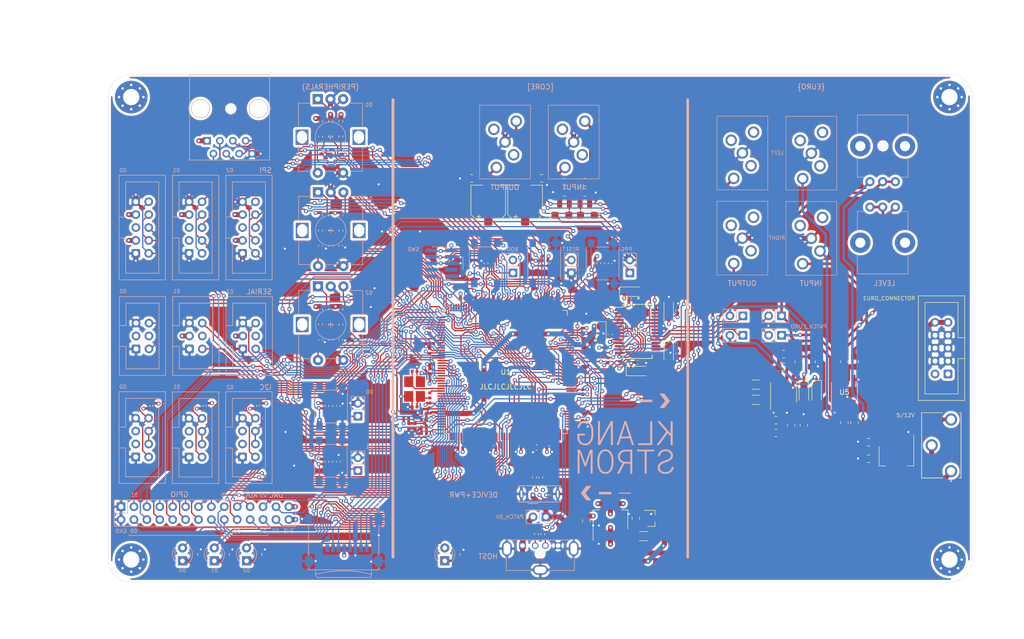
<source format=kicad_pcb>
(kicad_pcb (version 20171130) (host pcbnew "(5.1.8-0-10_14)")
  (title_block (rev 0.1))
  (layers (0 F.Cu signal) (1 In1.Cu power hide) (2 In2.Cu power hide) (31 B.Cu signal) (34 B.Paste user hide) (35 F.Paste user hide) (36 B.SilkS user) (37 F.SilkS user) (38 B.Mask user hide) (39 F.Mask user hide) (44 Edge.Cuts user))
  (net 0 "")
  (net 1 GND)
  (net 2 /BUTTON_USER_01)
  (net 3 /BUTTON_PROGRAMMER)
  (net 4 +12V)
  (net 5 "Net-(C6-Pad1)")
  (net 6 +3V3)
  (net 7 /RCC_OSC_IN)
  (net 8 /VCAP1)
  (net 9 /VCAP2)
  (net 10 +3.3VA)
  (net 11 /audio_codec_WM8731/AUDIO_OUT_LEFT)
  (net 12 /audio_codec_WM8731/HEADPHONE_OUT_LEFT)
  (net 13 /audio_codec_WM8731/AUDIO_OUT_RIGHT)
  (net 14 /audio_codec_WM8731/HEADPHONE_OUT_RIGHT)
  (net 15 /audio_codec_WM8731/SIGNAL_IN_LEFT)
  (net 16 /audio_codec_WM8731/SIGNAL_IN_RIGHT)
  (net 17 /ENCODER_01_BUTTON)
  (net 18 "Net-(C51-Pad1)")
  (net 19 "Net-(C52-Pad1)")
  (net 20 /ENCODER_00_BUTTON)
  (net 21 "Net-(C55-Pad1)")
  (net 22 /ENCODER_02_BUTTON)
  (net 23 "Net-(C58-Pad1)")
  (net 24 /LED_00)
  (net 25 "Net-(D1-Pad1)")
  (net 26 /LED_01)
  (net 27 "Net-(D2-Pad1)")
  (net 28 /LED_02)
  (net 29 "Net-(D3-Pad1)")
  (net 30 "Net-(D4-Pad1)")
  (net 31 /ADC_00)
  (net 32 /ADC_01)
  (net 33 /ADC_02)
  (net 34 /ADC_03)
  (net 35 /ADC_04)
  (net 36 /ADC_05)
  (net 37 /DAC_00)
  (net 38 /DAC_01)
  (net 39 /SDCARD_CS)
  (net 40 /SDCARD_MOSI)
  (net 41 /SDCARD_SCK)
  (net 42 /SDCARD_MISO)
  (net 43 /SDCARD_DETECT_SDIO)
  (net 44 /GPIO_15)
  (net 45 /GPIO_14)
  (net 46 /GPIO_13)
  (net 47 /GPIO_12)
  (net 48 /GPIO_11)
  (net 49 /GPIO_10)
  (net 50 /GPIO_09)
  (net 51 /GPIO_08)
  (net 52 /GPIO_07)
  (net 53 /GPIO_06)
  (net 54 /GPIO_05)
  (net 55 /GPIO_04)
  (net 56 /GPIO_03)
  (net 57 /GPIO_02)
  (net 58 /GPIO_01)
  (net 59 /GPIO_00)
  (net 60 +5V)
  (net 61 /USB_POWER_INPUT_5V+)
  (net 62 /SWD_NRST)
  (net 63 /SWD_SWI)
  (net 64 /SWD_SWO)
  (net 65 /SWD_SWCLK)
  (net 66 /SWD_SWDIO)
  (net 67 /audio_codec_WM8731/AUDIO_IN_LEFT)
  (net 68 /audio_codec_WM8731/AUDIO_IN_RIGHT)
  (net 69 /USART_00_RX)
  (net 70 /USART_00_TX)
  (net 71 /SPI_00_MOSI)
  (net 72 /SPI_00_MISO)
  (net 73 /SPI_00_SCK)
  (net 74 /I2C_00_SDA)
  (net 75 /I2C_00_SCL)
  (net 76 /USART_01_RX)
  (net 77 /USART_01_TX)
  (net 78 /SPI_01_MOSI)
  (net 79 /SPI_01_MISO)
  (net 80 /SPI_01_SCK)
  (net 81 /I2C_01_SDA)
  (net 82 /I2C_01_SCL)
  (net 83 /USART_02_RX)
  (net 84 /USART_02_TX)
  (net 85 /SPI_02_MOSI)
  (net 86 /SPI_02_MISO)
  (net 87 /SPI_02_SCK)
  (net 88 /I2C_02_SDA)
  (net 89 /I2C_02_SCL)
  (net 90 /audio_codec_WM8731/SIGNAL_OUT_RIGHT)
  (net 91 "Net-(JP3-Pad1)")
  (net 92 /audio_codec_WM8731/SIGNAL_OUT_LEFT)
  (net 93 /BOOT_FLASH)
  (net 94 /RCC_OSC_OUT)
  (net 95 /PDR_ON)
  (net 96 /AUDIOCODEC_I2C_SCL)
  (net 97 /AUDIOCODEC_I2C_SDA)
  (net 98 "Net-(R27-Pad2)")
  (net 99 "Net-(R27-Pad1)")
  (net 100 "Net-(R33-Pad2)")
  (net 101 "Net-(R33-Pad1)")
  (net 102 "Net-(R45-Pad1)")
  (net 103 /ENCODER_01_A)
  (net 104 /ENCODER_01_B)
  (net 105 "Net-(R51-Pad1)")
  (net 106 /ENCODER_00_A)
  (net 107 /ENCODER_00_B)
  (net 108 /ENCODER_02_A)
  (net 109 /ENCODER_02_B)
  (net 110 /AUDIOCODEC_I2S_MCK)
  (net 111 /AUDIOCODEC_I2S_WS)
  (net 112 /AUDIOCODEC_I2S_CK)
  (net 113 /AUDIOCODEC_I2S_SDO)
  (net 114 /AUDIOCODEC_I2S_SDI)
  (net 115 "Net-(C50-Pad2)")
  (net 116 "Net-(C50-Pad1)")
  (net 117 "Net-(C51-Pad2)")
  (net 118 "Net-(C52-Pad2)")
  (net 119 "Net-(C61-Pad1)")
  (net 120 /USB_HOST_D+)
  (net 121 /USB_DEVICE_D+)
  (net 122 /USB_HOST_D-)
  (net 123 /USB_DEVICE_D-)
  (net 124 "Net-(FB1-Pad2)")
  (net 125 /BUTTON_USER_00)
  (net 126 "Net-(JP5-Pad1)")
  (net 127 "Net-(J3-Pad3)")
  (net 128 "Net-(J3-Pad2)")
  (net 129 "Net-(JP4-Pad1)")
  (net 130 "Net-(J15-PadT)")
  (net 131 "Net-(JP9-Pad1)")
  (net 132 "Net-(JP7-Pad1)")
  (net 133 "Net-(C7-Pad1)")
  (net 134 "Net-(C10-Pad1)")
  (net 135 "Net-(C36-Pad1)")
  (net 136 "Net-(C38-Pad2)")
  (net 137 "Net-(C40-Pad2)")
  (net 138 "Net-(C53-Pad2)")
  (net 139 "Net-(C53-Pad1)")
  (net 140 "Net-(C56-Pad1)")
  (net 141 "Net-(C59-Pad1)")
  (net 142 "Net-(C62-Pad1)")
  (net 143 "Net-(J12-PadT)")
  (net 144 "Net-(J12-PadTN)")
  (net 145 "Net-(R39-Pad1)")
  (net 146 /RJ45_UART_RX)
  (net 147 /RJ45_UART_TX)
  (net 148 /RJ45_GPIO)
  (net 149 /RJ45_SPI_SCK)
  (net 150 /RJ45_SPI_MISO)
  (net 151 /RJ45_SPI_MOSI)
  (net 152 "Net-(J4-Pad3)")
  (net 153 "Net-(J4-Pad2)")
  (net 154 "Net-(J13-PadT)")
  (module KLST_CORE:G1070513 (layer F.Cu) (at 209.8 131.1 90)
    (fp_text reference SW6)
    (fp_text value POWER_SELECTOR hide)
    (pad 2 thru_hole circle (at 5.08 -3.81 90) (size 2.4 2.4) (drill 1.6) (layers *.Cu *.Mask) (net 60 +5V))
    (pad 3 thru_hole circle (at 10.16 0 90) (size 2.4 2.4) (drill 1.6) (layers *.Cu *.Mask) (net 5 "Net-(C6-Pad1)"))
    (pad 1 thru_hole circle (at 0 0 90) (size 2.4 2.4) (drill 1.6) (layers *.Cu *.Mask) (net 61 /USB_POWER_INPUT_5V+))
  )
  (module Rotary_Encoder:RotaryEncoder_Alps_EC12E-Switch_Vertical_H20mm (layer B.Cu) (at 85.2 57.9 270)
    (fp_text reference SW8)
    (fp_text value ENCODER)
    (pad A thru_hole rect (at 0 0 270) (size 2 2) (drill 1) (layers *.Cu *.Mask) (net 23 "Net-(C58-Pad1)"))
    (pad C thru_hole circle (at 0 -2.5 270) (size 2 2) (drill 1) (layers *.Cu *.Mask) (net 1 GND))
    (pad B thru_hole circle (at 0 -5 270) (size 2 2) (drill 1) (layers *.Cu *.Mask) (net 141 "Net-(C59-Pad1)"))
    (pad MP thru_hole rect (at 7.5 3.1 270) (size 3 2.5) (drill oval 2.5 2) (layers *.Cu *.Mask))
    (pad MP thru_hole rect (at 7.5 -8.1 270) (size 3 2.5) (drill oval 2.5 2) (layers *.Cu *.Mask))
    (pad S1 thru_hole circle (at 14.5 0 270) (size 2 2) (drill 1) (layers *.Cu *.Mask) (net 102 "Net-(R45-Pad1)"))
    (pad S2 thru_hole circle (at 14.5 -5 270) (size 2 2) (drill 1) (layers *.Cu *.Mask) (net 1 GND))
  )
  (module Package_QFP:LQFP-176_24x24mm_P0.5mm (layer F.Cu) (at 122.18 111.59)
    (fp_text reference U1 (at 0.02 0.01) (layer F.SilkS))
    (fp_text value STM32H743IITx)
    (pad 176 smd roundrect (at -10.75 -12.675) (size 0.3 1.5) (layers F.Cu F.Paste F.Mask))
    (pad 175 smd roundrect (at -10.25 -12.675) (size 0.3 1.5) (layers F.Cu F.Paste F.Mask))
    (pad 174 smd roundrect (at -9.75 -12.675) (size 0.3 1.5) (layers F.Cu F.Paste F.Mask))
    (pad 173 smd roundrect (at -9.25 -12.675) (size 0.3 1.5) (layers F.Cu F.Paste F.Mask))
    (pad 172 smd roundrect (at -8.75 -12.675) (size 0.3 1.5) (layers F.Cu F.Paste F.Mask) (net 6 +3V3))
    (pad 171 smd roundrect (at -8.25 -12.675) (size 0.3 1.5) (layers F.Cu F.Paste F.Mask) (net 95 /PDR_ON))
    (pad 170 smd roundrect (at -7.75 -12.675) (size 0.3 1.5) (layers F.Cu F.Paste F.Mask) (net 43 /SDCARD_DETECT_SDIO))
    (pad 169 smd roundrect (at -7.25 -12.675) (size 0.3 1.5) (layers F.Cu F.Paste F.Mask) (net 39 /SDCARD_CS))
    (pad 168 smd roundrect (at -6.75 -12.675) (size 0.3 1.5) (layers F.Cu F.Paste F.Mask))
    (pad 167 smd roundrect (at -6.25 -12.675) (size 0.3 1.5) (layers F.Cu F.Paste F.Mask))
    (pad 166 smd roundrect (at -5.75 -12.675) (size 0.3 1.5) (layers F.Cu F.Paste F.Mask) (net 93 /BOOT_FLASH))
    (pad 165 smd roundrect (at -5.25 -12.675) (size 0.3 1.5) (layers F.Cu F.Paste F.Mask) (net 81 /I2C_01_SDA))
    (pad 164 smd roundrect (at -4.75 -12.675) (size 0.3 1.5) (layers F.Cu F.Paste F.Mask) (net 82 /I2C_01_SCL))
    (pad 163 smd roundrect (at -4.25 -12.675) (size 0.3 1.5) (layers F.Cu F.Paste F.Mask))
    (pad 162 smd roundrect (at -3.75 -12.675) (size 0.3 1.5) (layers F.Cu F.Paste F.Mask))
    (pad 161 smd roundrect (at -3.25 -12.675) (size 0.3 1.5) (layers F.Cu F.Paste F.Mask) (net 64 /SWD_SWO))
    (pad 160 smd roundrect (at -2.75 -12.675) (size 0.3 1.5) (layers F.Cu F.Paste F.Mask))
    (pad 159 smd roundrect (at -2.25 -12.675) (size 0.3 1.5) (layers F.Cu F.Paste F.Mask) (net 6 +3V3))
    (pad 158 smd roundrect (at -1.75 -12.675) (size 0.3 1.5) (layers F.Cu F.Paste F.Mask) (net 1 GND))
    (pad 157 smd roundrect (at -1.25 -12.675) (size 0.3 1.5) (layers F.Cu F.Paste F.Mask) (net 70 /USART_00_TX))
    (pad 156 smd roundrect (at -0.75 -12.675) (size 0.3 1.5) (layers F.Cu F.Paste F.Mask) (net 87 /SPI_02_SCK))
    (pad 155 smd roundrect (at -0.25 -12.675) (size 0.3 1.5) (layers F.Cu F.Paste F.Mask) (net 86 /SPI_02_MISO))
    (pad 154 smd roundrect (at 0.25 -12.675) (size 0.3 1.5) (layers F.Cu F.Paste F.Mask) (net 80 /SPI_01_SCK))
    (pad 153 smd roundrect (at 0.75 -12.675) (size 0.3 1.5) (layers F.Cu F.Paste F.Mask))
    (pad 152 smd roundrect (at 1.25 -12.675) (size 0.3 1.5) (layers F.Cu F.Paste F.Mask) (net 69 /USART_00_RX))
    (pad 151 smd roundrect (at 1.75 -12.675) (size 0.3 1.5) (layers F.Cu F.Paste F.Mask) (net 78 /SPI_01_MOSI))
    (pad 150 smd roundrect (at 2.25 -12.675) (size 0.3 1.5) (layers F.Cu F.Paste F.Mask))
    (pad 149 smd roundrect (at 2.75 -12.675) (size 0.3 1.5) (layers F.Cu F.Paste F.Mask) (net 6 +3V3))
    (pad 148 smd roundrect (at 3.25 -12.675) (size 0.3 1.5) (layers F.Cu F.Paste F.Mask) (net 1 GND))
    (pad 147 smd roundrect (at 3.75 -12.675) (size 0.3 1.5) (layers F.Cu F.Paste F.Mask))
    (pad 146 smd roundrect (at 4.25 -12.675) (size 0.3 1.5) (layers F.Cu F.Paste F.Mask))
    (pad 145 smd roundrect (at 4.75 -12.675) (size 0.3 1.5) (layers F.Cu F.Paste F.Mask))
    (pad 144 smd roundrect (at 5.25 -12.675) (size 0.3 1.5) (layers F.Cu F.Paste F.Mask))
    (pad 143 smd roundrect (at 5.75 -12.675) (size 0.3 1.5) (layers F.Cu F.Paste F.Mask))
    (pad 142 smd roundrect (at 6.25 -12.675) (size 0.3 1.5) (layers F.Cu F.Paste F.Mask))
    (pad 141 smd roundrect (at 6.75 -12.675) (size 0.3 1.5) (layers F.Cu F.Paste F.Mask) (net 151 /RJ45_SPI_MOSI))
    (pad 140 smd roundrect (at 7.25 -12.675) (size 0.3 1.5) (layers F.Cu F.Paste F.Mask) (net 150 /RJ45_SPI_MISO))
    (pad 139 smd roundrect (at 7.75 -12.675) (size 0.3 1.5) (layers F.Cu F.Paste F.Mask) (net 149 /RJ45_SPI_SCK))
    (pad 138 smd roundrect (at 8.25 -12.675) (size 0.3 1.5) (layers F.Cu F.Paste F.Mask) (net 63 /SWD_SWI))
    (pad 137 smd roundrect (at 8.75 -12.675) (size 0.3 1.5) (layers F.Cu F.Paste F.Mask) (net 65 /SWD_SWCLK))
    (pad 136 smd roundrect (at 9.25 -12.675) (size 0.3 1.5) (layers F.Cu F.Paste F.Mask) (net 6 +3V3))
    (pad 135 smd roundrect (at 9.75 -12.675) (size 0.3 1.5) (layers F.Cu F.Paste F.Mask) (net 1 GND))
    (pad 134 smd roundrect (at 10.25 -12.675) (size 0.3 1.5) (layers F.Cu F.Paste F.Mask) (net 113 /AUDIOCODEC_I2S_SDO))
    (pad 133 smd roundrect (at 10.75 -12.675) (size 0.3 1.5) (layers F.Cu F.Paste F.Mask) (net 114 /AUDIOCODEC_I2S_SDI))
    (pad 132 smd roundrect (at 12.675 -10.75) (size 1.5 0.3) (layers F.Cu F.Paste F.Mask))
    (pad 131 smd roundrect (at 12.675 -10.25) (size 1.5 0.3) (layers F.Cu F.Paste F.Mask))
    (pad 130 smd roundrect (at 12.675 -9.75) (size 1.5 0.3) (layers F.Cu F.Paste F.Mask))
    (pad 129 smd roundrect (at 12.675 -9.25) (size 1.5 0.3) (layers F.Cu F.Paste F.Mask))
    (pad 128 smd roundrect (at 12.675 -8.75) (size 1.5 0.3) (layers F.Cu F.Paste F.Mask))
    (pad 127 smd roundrect (at 12.675 -8.25) (size 1.5 0.3) (layers F.Cu F.Paste F.Mask) (net 6 +3V3))
    (pad 126 smd roundrect (at 12.675 -7.75) (size 1.5 0.3) (layers F.Cu F.Paste F.Mask) (net 1 GND))
    (pad 125 smd roundrect (at 12.675 -7.25) (size 1.5 0.3) (layers F.Cu F.Paste F.Mask) (net 9 /VCAP2))
    (pad 124 smd roundrect (at 12.675 -6.75) (size 1.5 0.3) (layers F.Cu F.Paste F.Mask) (net 66 /SWD_SWDIO))
    (pad 123 smd roundrect (at 12.675 -6.25) (size 1.5 0.3) (layers F.Cu F.Paste F.Mask) (net 121 /USB_DEVICE_D+))
    (pad 122 smd roundrect (at 12.675 -5.75) (size 1.5 0.3) (layers F.Cu F.Paste F.Mask) (net 123 /USB_DEVICE_D-))
    (pad 121 smd roundrect (at 12.675 -5.25) (size 1.5 0.3) (layers F.Cu F.Paste F.Mask) (net 76 /USART_01_RX))
    (pad 120 smd roundrect (at 12.675 -4.75) (size 1.5 0.3) (layers F.Cu F.Paste F.Mask) (net 77 /USART_01_TX))
    (pad 119 smd roundrect (at 12.675 -4.25) (size 1.5 0.3) (layers F.Cu F.Paste F.Mask) (net 96 /AUDIOCODEC_I2C_SCL))
    (pad 118 smd roundrect (at 12.675 -3.75) (size 1.5 0.3) (layers F.Cu F.Paste F.Mask) (net 97 /AUDIOCODEC_I2C_SDA))
    (pad 117 smd roundrect (at 12.675 -3.25) (size 1.5 0.3) (layers F.Cu F.Paste F.Mask))
    (pad 116 smd roundrect (at 12.675 -2.75) (size 1.5 0.3) (layers F.Cu F.Paste F.Mask))
    (pad 115 smd roundrect (at 12.675 -2.25) (size 1.5 0.3) (layers F.Cu F.Paste F.Mask) (net 110 /AUDIOCODEC_I2S_MCK))
    (pad 114 smd roundrect (at 12.675 -1.75) (size 1.5 0.3) (layers F.Cu F.Paste F.Mask) (net 6 +3V3))
    (pad 113 smd roundrect (at 12.675 -1.25) (size 1.5 0.3) (layers F.Cu F.Paste F.Mask) (net 1 GND))
    (pad 112 smd roundrect (at 12.675 -0.75) (size 1.5 0.3) (layers F.Cu F.Paste F.Mask) (net 20 /ENCODER_00_BUTTON))
    (pad 111 smd roundrect (at 12.675 -0.25) (size 1.5 0.3) (layers F.Cu F.Paste F.Mask) (net 22 /ENCODER_02_BUTTON))
    (pad 110 smd roundrect (at 12.675 0.25) (size 1.5 0.3) (layers F.Cu F.Paste F.Mask) (net 17 /ENCODER_01_BUTTON))
    (pad 109 smd roundrect (at 12.675 0.75) (size 1.5 0.3) (layers F.Cu F.Paste F.Mask) (net 24 /LED_00))
    (pad 108 smd roundrect (at 12.675 1.25) (size 1.5 0.3) (layers F.Cu F.Paste F.Mask) (net 28 /LED_02))
    (pad 107 smd roundrect (at 12.675 1.75) (size 1.5 0.3) (layers F.Cu F.Paste F.Mask) (net 26 /LED_01))
    (pad 106 smd roundrect (at 12.675 2.25) (size 1.5 0.3) (layers F.Cu F.Paste F.Mask) (net 3 /BUTTON_PROGRAMMER))
    (pad 105 smd roundrect (at 12.675 2.75) (size 1.5 0.3) (layers F.Cu F.Paste F.Mask) (net 125 /BUTTON_USER_00))
    (pad 104 smd roundrect (at 12.675 3.25) (size 1.5 0.3) (layers F.Cu F.Paste F.Mask) (net 2 /BUTTON_USER_01))
    (pad 103 smd roundrect (at 12.675 3.75) (size 1.5 0.3) (layers F.Cu F.Paste F.Mask) (net 6 +3V3))
    (pad 102 smd roundrect (at 12.675 4.25) (size 1.5 0.3) (layers F.Cu F.Paste F.Mask) (net 1 GND))
    (pad 101 smd roundrect (at 12.675 4.75) (size 1.5 0.3) (layers F.Cu F.Paste F.Mask))
    (pad 100 smd roundrect (at 12.675 5.25) (size 1.5 0.3) (layers F.Cu F.Paste F.Mask) (net 89 /I2C_02_SCL))
    (pad 99 smd roundrect (at 12.675 5.75) (size 1.5 0.3) (layers F.Cu F.Paste F.Mask))
    (pad 98 smd roundrect (at 12.675 6.25) (size 1.5 0.3) (layers F.Cu F.Paste F.Mask) (net 148 /RJ45_GPIO))
    (pad 97 smd roundrect (at 12.675 6.75) (size 1.5 0.3) (layers F.Cu F.Paste F.Mask) (net 146 /RJ45_UART_RX))
    (pad 96 smd roundrect (at 12.675 7.25) (size 1.5 0.3) (layers F.Cu F.Paste F.Mask) (net 147 /RJ45_UART_TX))
    (pad 95 smd roundrect (at 12.675 7.75) (size 1.5 0.3) (layers F.Cu F.Paste F.Mask) (net 120 /USB_HOST_D+))
    (pad 94 smd roundrect (at 12.675 8.25) (size 1.5 0.3) (layers F.Cu F.Paste F.Mask) (net 122 /USB_HOST_D-))
    (pad 93 smd roundrect (at 12.675 8.75) (size 1.5 0.3) (layers F.Cu F.Paste F.Mask))
    (pad 92 smd roundrect (at 12.675 9.25) (size 1.5 0.3) (layers F.Cu F.Paste F.Mask) (net 111 /AUDIOCODEC_I2S_WS))
    (pad 91 smd roundrect (at 12.675 9.75) (size 1.5 0.3) (layers F.Cu F.Paste F.Mask) (net 6 +3V3))
    (pad 90 smd roundrect (at 12.675 10.25) (size 1.5 0.3) (layers F.Cu F.Paste F.Mask) (net 1 GND))
    (pad 89 smd roundrect (at 12.675 10.75) (size 1.5 0.3) (layers F.Cu F.Paste F.Mask))
    (pad 88 smd roundrect (at 10.75 12.675) (size 0.3 1.5) (layers F.Cu F.Paste F.Mask) (net 107 /ENCODER_00_B))
    (pad 87 smd roundrect (at 10.25 12.675) (size 0.3 1.5) (layers F.Cu F.Paste F.Mask) (net 106 /ENCODER_00_A))
    (pad 86 smd roundrect (at 9.75 12.675) (size 0.3 1.5) (layers F.Cu F.Paste F.Mask))
    (pad 85 smd roundrect (at 9.25 12.675) (size 0.3 1.5) (layers F.Cu F.Paste F.Mask))
    (pad 84 smd roundrect (at 8.75 12.675) (size 0.3 1.5) (layers F.Cu F.Paste F.Mask))
    (pad 83 smd roundrect (at 8.25 12.675) (size 0.3 1.5) (layers F.Cu F.Paste F.Mask))
    (pad 82 smd roundrect (at 7.75 12.675) (size 0.3 1.5) (layers F.Cu F.Paste F.Mask) (net 6 +3V3))
    (pad 81 smd roundrect (at 7.25 12.675) (size 0.3 1.5) (layers F.Cu F.Paste F.Mask) (net 8 /VCAP1))
    (pad 80 smd roundrect (at 6.75 12.675) (size 0.3 1.5) (layers F.Cu F.Paste F.Mask))
    (pad 79 smd roundrect (at 6.25 12.675) (size 0.3 1.5) (layers F.Cu F.Paste F.Mask) (net 112 /AUDIOCODEC_I2S_CK))
    (pad 78 smd roundrect (at 5.75 12.675) (size 0.3 1.5) (layers F.Cu F.Paste F.Mask))
    (pad 77 smd roundrect (at 5.25 12.675) (size 0.3 1.5) (layers F.Cu F.Paste F.Mask))
    (pad 76 smd roundrect (at 4.75 12.675) (size 0.3 1.5) (layers F.Cu F.Paste F.Mask))
    (pad 75 smd roundrect (at 4.25 12.675) (size 0.3 1.5) (layers F.Cu F.Paste F.Mask))
    (pad 74 smd roundrect (at 3.75 12.675) (size 0.3 1.5) (layers F.Cu F.Paste F.Mask) (net 104 /ENCODER_01_B))
    (pad 73 smd roundrect (at 3.25 12.675) (size 0.3 1.5) (layers F.Cu F.Paste F.Mask))
    (pad 72 smd roundrect (at 2.75 12.675) (size 0.3 1.5) (layers F.Cu F.Paste F.Mask) (net 6 +3V3))
    (pad 71 smd roundrect (at 2.25 12.675) (size 0.3 1.5) (layers F.Cu F.Paste F.Mask) (net 1 GND))
    (pad 70 smd roundrect (at 1.75 12.675) (size 0.3 1.5) (layers F.Cu F.Paste F.Mask) (net 103 /ENCODER_01_A))
    (pad 69 smd roundrect (at 1.25 12.675) (size 0.3 1.5) (layers F.Cu F.Paste F.Mask))
    (pad 68 smd roundrect (at 0.75 12.675) (size 0.3 1.5) (layers F.Cu F.Paste F.Mask) (net 59 /GPIO_00))
    (pad 67 smd roundrect (at 0.25 12.675) (size 0.3 1.5) (layers F.Cu F.Paste F.Mask) (net 44 /GPIO_15))
    (pad 66 smd roundrect (at -0.25 12.675) (size 0.3 1.5) (layers F.Cu F.Paste F.Mask) (net 45 /GPIO_14))
    (pad 65 smd roundrect (at -0.75 12.675) (size 0.3 1.5) (layers F.Cu F.Paste F.Mask) (net 88 /I2C_02_SDA))
    (pad 64 smd roundrect (at -1.25 12.675) (size 0.3 1.5) (layers F.Cu F.Paste F.Mask) (net 36 /ADC_05))
    (pad 63 smd roundrect (at -1.75 12.675) (size 0.3 1.5) (layers F.Cu F.Paste F.Mask) (net 33 /ADC_02))
    (pad 62 smd roundrect (at -2.25 12.675) (size 0.3 1.5) (layers F.Cu F.Paste F.Mask) (net 6 +3V3))
    (pad 61 smd roundrect (at -2.75 12.675) (size 0.3 1.5) (layers F.Cu F.Paste F.Mask) (net 1 GND))
    (pad 60 smd roundrect (at -3.25 12.675) (size 0.3 1.5) (layers F.Cu F.Paste F.Mask) (net 35 /ADC_04))
    (pad 59 smd roundrect (at -3.75 12.675) (size 0.3 1.5) (layers F.Cu F.Paste F.Mask) (net 32 /ADC_01))
    (pad 58 smd roundrect (at -4.25 12.675) (size 0.3 1.5) (layers F.Cu F.Paste F.Mask))
    (pad 57 smd roundrect (at -4.75 12.675) (size 0.3 1.5) (layers F.Cu F.Paste F.Mask) (net 46 /GPIO_13))
    (pad 56 smd roundrect (at -5.25 12.675) (size 0.3 1.5) (layers F.Cu F.Paste F.Mask) (net 47 /GPIO_12))
    (pad 55 smd roundrect (at -5.75 12.675) (size 0.3 1.5) (layers F.Cu F.Paste F.Mask))
    (pad 54 smd roundrect (at -6.25 12.675) (size 0.3 1.5) (layers F.Cu F.Paste F.Mask))
    (pad 53 smd roundrect (at -6.75 12.675) (size 0.3 1.5) (layers F.Cu F.Paste F.Mask) (net 85 /SPI_02_MOSI))
    (pad 52 smd roundrect (at -7.25 12.675) (size 0.3 1.5) (layers F.Cu F.Paste F.Mask) (net 79 /SPI_01_MISO))
    (pad 51 smd roundrect (at -7.75 12.675) (size 0.3 1.5) (layers F.Cu F.Paste F.Mask) (net 37 /DAC_00))
    (pad 50 smd roundrect (at -8.25 12.675) (size 0.3 1.5) (layers F.Cu F.Paste F.Mask) (net 38 /DAC_01))
    (pad 49 smd roundrect (at -8.75 12.675) (size 0.3 1.5) (layers F.Cu F.Paste F.Mask) (net 6 +3V3))
    (pad 48 smd roundrect (at -9.25 12.675) (size 0.3 1.5) (layers F.Cu F.Paste F.Mask) (net 1 GND))
    (pad 47 smd roundrect (at -9.75 12.675) (size 0.3 1.5) (layers F.Cu F.Paste F.Mask) (net 83 /USART_02_RX))
    (pad 46 smd roundrect (at -10.25 12.675) (size 0.3 1.5) (layers F.Cu F.Paste F.Mask))
    (pad 45 smd roundrect (at -10.75 12.675) (size 0.3 1.5) (layers F.Cu F.Paste F.Mask))
    (pad 44 smd roundrect (at -12.675 10.75) (size 1.5 0.3) (layers F.Cu F.Paste F.Mask))
    (pad 43 smd roundrect (at -12.675 10.25) (size 1.5 0.3) (layers F.Cu F.Paste F.Mask))
    (pad 42 smd roundrect (at -12.675 9.75) (size 1.5 0.3) (layers F.Cu F.Paste F.Mask) (net 84 /USART_02_TX))
    (pad 41 smd roundrect (at -12.675 9.25) (size 1.5 0.3) (layers F.Cu F.Paste F.Mask) (net 109 /ENCODER_02_B))
    (pad 40 smd roundrect (at -12.675 8.75) (size 1.5 0.3) (layers F.Cu F.Paste F.Mask) (net 108 /ENCODER_02_A))
    (pad 39 smd roundrect (at -12.675 8.25) (size 1.5 0.3) (layers F.Cu F.Paste F.Mask) (net 10 +3.3VA))
    (pad 38 smd roundrect (at -12.675 7.75) (size 1.5 0.3) (layers F.Cu F.Paste F.Mask) (net 10 +3.3VA))
    (pad 37 smd roundrect (at -12.675 7.25) (size 1.5 0.3) (layers F.Cu F.Paste F.Mask) (net 1 GND))
    (pad 36 smd roundrect (at -12.675 6.75) (size 1.5 0.3) (layers F.Cu F.Paste F.Mask) (net 6 +3V3))
    (pad 35 smd roundrect (at -12.675 6.25) (size 1.5 0.3) (layers F.Cu F.Paste F.Mask) (net 48 /GPIO_11))
    (pad 34 smd roundrect (at -12.675 5.75) (size 1.5 0.3) (layers F.Cu F.Paste F.Mask) (net 49 /GPIO_10))
    (pad 33 smd roundrect (at -12.675 5.25) (size 1.5 0.3) (layers F.Cu F.Paste F.Mask) (net 50 /GPIO_09))
    (pad 32 smd roundrect (at -12.675 4.75) (size 1.5 0.3) (layers F.Cu F.Paste F.Mask) (net 51 /GPIO_08))
    (pad 31 smd roundrect (at -12.675 4.25) (size 1.5 0.3) (layers F.Cu F.Paste F.Mask) (net 62 /SWD_NRST))
    (pad 30 smd roundrect (at -12.675 3.75) (size 1.5 0.3) (layers F.Cu F.Paste F.Mask) (net 94 /RCC_OSC_OUT))
    (pad 29 smd roundrect (at -12.675 3.25) (size 1.5 0.3) (layers F.Cu F.Paste F.Mask) (net 7 /RCC_OSC_IN))
    (pad 28 smd roundrect (at -12.675 2.75) (size 1.5 0.3) (layers F.Cu F.Paste F.Mask) (net 52 /GPIO_07))
    (pad 27 smd roundrect (at -12.675 2.25) (size 1.5 0.3) (layers F.Cu F.Paste F.Mask) (net 71 /SPI_00_MOSI))
    (pad 26 smd roundrect (at -12.675 1.75) (size 1.5 0.3) (layers F.Cu F.Paste F.Mask) (net 72 /SPI_00_MISO))
    (pad 25 smd roundrect (at -12.675 1.25) (size 1.5 0.3) (layers F.Cu F.Paste F.Mask) (net 73 /SPI_00_SCK))
    (pad 24 smd roundrect (at -12.675 0.75) (size 1.5 0.3) (layers F.Cu F.Paste F.Mask) (net 34 /ADC_03))
    (pad 23 smd roundrect (at -12.675 0.25) (size 1.5 0.3) (layers F.Cu F.Paste F.Mask) (net 6 +3V3))
    (pad 22 smd roundrect (at -12.675 -0.25) (size 1.5 0.3) (layers F.Cu F.Paste F.Mask) (net 1 GND))
    (pad 21 smd roundrect (at -12.675 -0.75) (size 1.5 0.3) (layers F.Cu F.Paste F.Mask) (net 31 /ADC_00))
    (pad 20 smd roundrect (at -12.675 -1.25) (size 1.5 0.3) (layers F.Cu F.Paste F.Mask) (net 53 /GPIO_06))
    (pad 19 smd roundrect (at -12.675 -1.75) (size 1.5 0.3) (layers F.Cu F.Paste F.Mask) (net 54 /GPIO_05))
    (pad 18 smd roundrect (at -12.675 -2.25) (size 1.5 0.3) (layers F.Cu F.Paste F.Mask) (net 55 /GPIO_04))
    (pad 17 smd roundrect (at -12.675 -2.75) (size 1.5 0.3) (layers F.Cu F.Paste F.Mask) (net 75 /I2C_00_SCL))
    (pad 16 smd roundrect (at -12.675 -3.25) (size 1.5 0.3) (layers F.Cu F.Paste F.Mask) (net 74 /I2C_00_SDA))
    (pad 15 smd roundrect (at -12.675 -3.75) (size 1.5 0.3) (layers F.Cu F.Paste F.Mask) (net 6 +3V3))
    (pad 14 smd roundrect (at -12.675 -4.25) (size 1.5 0.3) (layers F.Cu F.Paste F.Mask) (net 1 GND))
    (pad 13 smd roundrect (at -12.675 -4.75) (size 1.5 0.3) (layers F.Cu F.Paste F.Mask))
    (pad 12 smd roundrect (at -12.675 -5.25) (size 1.5 0.3) (layers F.Cu F.Paste F.Mask))
    (pad 11 smd roundrect (at -12.675 -5.75) (size 1.5 0.3) (layers F.Cu F.Paste F.Mask))
    (pad 10 smd roundrect (at -12.675 -6.25) (size 1.5 0.3) (layers F.Cu F.Paste F.Mask))
    (pad 9 smd roundrect (at -12.675 -6.75) (size 1.5 0.3) (layers F.Cu F.Paste F.Mask))
    (pad 8 smd roundrect (at -12.675 -7.25) (size 1.5 0.3) (layers F.Cu F.Paste F.Mask) (net 56 /GPIO_03))
    (pad 7 smd roundrect (at -12.675 -7.75) (size 1.5 0.3) (layers F.Cu F.Paste F.Mask))
    (pad 6 smd roundrect (at -12.675 -8.25) (size 1.5 0.3) (layers F.Cu F.Paste F.Mask) (net 6 +3V3))
    (pad 5 smd roundrect (at -12.675 -8.75) (size 1.5 0.3) (layers F.Cu F.Paste F.Mask) (net 40 /SDCARD_MOSI))
    (pad 4 smd roundrect (at -12.675 -9.25) (size 1.5 0.3) (layers F.Cu F.Paste F.Mask) (net 42 /SDCARD_MISO))
    (pad 3 smd roundrect (at -12.675 -9.75) (size 1.5 0.3) (layers F.Cu F.Paste F.Mask) (net 57 /GPIO_02))
    (pad 2 smd roundrect (at -12.675 -10.25) (size 1.5 0.3) (layers F.Cu F.Paste F.Mask) (net 58 /GPIO_01))
    (pad 1 smd roundrect (at -12.675 -10.75) (size 1.5 0.3) (layers F.Cu F.Paste F.Mask) (net 41 /SDCARD_SCK))
  )
  (module Connector_IDC:IDC-Header_2x04_P2.54mm_Vertical (layer B.Cu) (at 70.39 128.3)
    (fp_text reference J24)
    (fp_text value I2C_02)
    (pad 8 thru_hole circle (at 2.54 -7.62) (size 1.7 1.7) (drill 1) (layers *.Cu *.Mask) (net 88 /I2C_02_SDA))
    (pad 6 thru_hole circle (at 2.54 -5.08) (size 1.7 1.7) (drill 1) (layers *.Cu *.Mask) (net 89 /I2C_02_SCL))
    (pad 4 thru_hole circle (at 2.54 -2.54) (size 1.7 1.7) (drill 1) (layers *.Cu *.Mask) (net 89 /I2C_02_SCL))
    (pad 2 thru_hole circle (at 2.54 0) (size 1.7 1.7) (drill 1) (layers *.Cu *.Mask) (net 88 /I2C_02_SDA))
    (pad 7 thru_hole circle (at 0 -7.62) (size 1.7 1.7) (drill 1) (layers *.Cu *.Mask) (net 1 GND))
    (pad 5 thru_hole circle (at 0 -5.08) (size 1.7 1.7) (drill 1) (layers *.Cu *.Mask) (net 6 +3V3))
    (pad 3 thru_hole circle (at 0 -2.54) (size 1.7 1.7) (drill 1) (layers *.Cu *.Mask) (net 6 +3V3))
    (pad 1 thru_hole roundrect (at 0 0) (size 1.7 1.7) (drill 1) (layers *.Cu *.Mask) (roundrect_rratio 0.147059) (net 1 GND))
  )
  (module Connector_PinHeader_2.54mm:PinHeader_2x14_P2.54mm_Vertical (layer B.Cu) (at 46.5 138.09 270)
    (fp_text reference J5)
    (fp_text value GPIO+ANALOG_IO_PINS)
    (pad 28 thru_hole oval (at 2.54 -33.02 270) (size 1.7 1.7) (drill 1) (layers *.Cu *.Mask) (net 6 +3V3))
    (pad 27 thru_hole oval (at 0 -33.02 270) (size 1.7 1.7) (drill 1) (layers *.Cu *.Mask) (net 6 +3V3))
    (pad 26 thru_hole oval (at 2.54 -30.48 270) (size 1.7 1.7) (drill 1) (layers *.Cu *.Mask) (net 37 /DAC_00))
    (pad 25 thru_hole oval (at 0 -30.48 270) (size 1.7 1.7) (drill 1) (layers *.Cu *.Mask) (net 38 /DAC_01))
    (pad 24 thru_hole oval (at 2.54 -27.94 270) (size 1.7 1.7) (drill 1) (layers *.Cu *.Mask) (net 35 /ADC_04))
    (pad 23 thru_hole oval (at 0 -27.94 270) (size 1.7 1.7) (drill 1) (layers *.Cu *.Mask) (net 36 /ADC_05))
    (pad 22 thru_hole oval (at 2.54 -25.4 270) (size 1.7 1.7) (drill 1) (layers *.Cu *.Mask) (net 33 /ADC_02))
    (pad 21 thru_hole oval (at 0 -25.4 270) (size 1.7 1.7) (drill 1) (layers *.Cu *.Mask) (net 34 /ADC_03))
    (pad 20 thru_hole oval (at 2.54 -22.86 270) (size 1.7 1.7) (drill 1) (layers *.Cu *.Mask) (net 31 /ADC_00))
    (pad 19 thru_hole oval (at 0 -22.86 270) (size 1.7 1.7) (drill 1) (layers *.Cu *.Mask) (net 32 /ADC_01))
    (pad 18 thru_hole oval (at 2.54 -20.32 270) (size 1.7 1.7) (drill 1) (layers *.Cu *.Mask) (net 45 /GPIO_14))
    (pad 17 thru_hole oval (at 0 -20.32 270) (size 1.7 1.7) (drill 1) (layers *.Cu *.Mask) (net 44 /GPIO_15))
    (pad 16 thru_hole oval (at 2.54 -17.78 270) (size 1.7 1.7) (drill 1) (layers *.Cu *.Mask) (net 47 /GPIO_12))
    (pad 15 thru_hole oval (at 0 -17.78 270) (size 1.7 1.7) (drill 1) (layers *.Cu *.Mask) (net 46 /GPIO_13))
    (pad 14 thru_hole oval (at 2.54 -15.24 270) (size 1.7 1.7) (drill 1) (layers *.Cu *.Mask) (net 49 /GPIO_10))
    (pad 13 thru_hole oval (at 0 -15.24 270) (size 1.7 1.7) (drill 1) (layers *.Cu *.Mask) (net 48 /GPIO_11))
    (pad 12 thru_hole oval (at 2.54 -12.7 270) (size 1.7 1.7) (drill 1) (layers *.Cu *.Mask) (net 51 /GPIO_08))
    (pad 11 thru_hole oval (at 0 -12.7 270) (size 1.7 1.7) (drill 1) (layers *.Cu *.Mask) (net 50 /GPIO_09))
    (pad 10 thru_hole oval (at 2.54 -10.16 270) (size 1.7 1.7) (drill 1) (layers *.Cu *.Mask) (net 53 /GPIO_06))
    (pad 9 thru_hole oval (at 0 -10.16 270) (size 1.7 1.7) (drill 1) (layers *.Cu *.Mask) (net 52 /GPIO_07))
    (pad 8 thru_hole oval (at 2.54 -7.62 270) (size 1.7 1.7) (drill 1) (layers *.Cu *.Mask) (net 55 /GPIO_04))
    (pad 7 thru_hole oval (at 0 -7.62 270) (size 1.7 1.7) (drill 1) (layers *.Cu *.Mask) (net 54 /GPIO_05))
    (pad 6 thru_hole oval (at 2.54 -5.08 270) (size 1.7 1.7) (drill 1) (layers *.Cu *.Mask) (net 57 /GPIO_02))
    (pad 5 thru_hole oval (at 0 -5.08 270) (size 1.7 1.7) (drill 1) (layers *.Cu *.Mask) (net 56 /GPIO_03))
    (pad 4 thru_hole oval (at 2.54 -2.54 270) (size 1.7 1.7) (drill 1) (layers *.Cu *.Mask) (net 59 /GPIO_00))
    (pad 3 thru_hole oval (at 0 -2.54 270) (size 1.7 1.7) (drill 1) (layers *.Cu *.Mask) (net 58 /GPIO_01))
    (pad 2 thru_hole oval (at 2.54 0 270) (size 1.7 1.7) (drill 1) (layers *.Cu *.Mask) (net 1 GND))
    (pad 1 thru_hole rect (at 0 0 270) (size 1.7 1.7) (drill 1) (layers *.Cu *.Mask) (net 1 GND))
  )
  (module Connector_RJ:RJ45_molex_95503-2884-8P8C_Vertical (layer B.Cu) (at 63.4 66.1)
    (fp_text reference J1)
    (fp_text value RJ45)
    (pad "" np_thru_hole circle (at 10.16 -6.35) (size 3.65 3.65) (drill 3.45) (layers *.Cu *.SilkS *.Mask))
    (pad "" np_thru_hole circle (at -1.27 -6.35) (size 3.65 3.65) (drill 3.45) (layers *.Cu *.SilkS *.Mask))
    (pad 1 thru_hole rect (at 0 0) (size 1.5 1.5) (drill 0.9) (layers *.Cu *.Mask) (net 6 +3V3))
    (pad 2 thru_hole circle (at 1.27 2.54) (size 1.5 1.5) (drill 0.9) (layers *.Cu *.Mask) (net 146 /RJ45_UART_RX))
    (pad 3 thru_hole circle (at 2.54 0) (size 1.5 1.5) (drill 0.9) (layers *.Cu *.Mask) (net 147 /RJ45_UART_TX))
    (pad 4 thru_hole circle (at 3.81 2.54) (size 1.5 1.5) (drill 0.9) (layers *.Cu *.Mask) (net 148 /RJ45_GPIO))
    (pad 5 thru_hole circle (at 5.08 0) (size 1.5 1.5) (drill 0.9) (layers *.Cu *.Mask) (net 149 /RJ45_SPI_SCK))
    (pad 6 thru_hole circle (at 6.35 2.54) (size 1.5 1.5) (drill 0.9) (layers *.Cu *.Mask) (net 150 /RJ45_SPI_MISO))
    (pad 7 thru_hole circle (at 7.62 0) (size 1.5 1.5) (drill 0.9) (layers *.Cu *.Mask) (net 151 /RJ45_SPI_MOSI))
    (pad 8 thru_hole circle (at 8.89 2.54) (size 1.5 1.5) (drill 0.9) (layers *.Cu *.Mask) (net 1 GND))
  )
  (module KLST_CORE:KLST_CORE--graphics (layer B.Cu) (at 145.76 113.04 180)
    (fp_text reference X1 hide)
    (fp_text value LOGO hide)
  )
  (module Connector_IDC:IDC-Header_2x05_P2.54mm_Vertical (layer B.Cu) (at 49.4 88.25)
    (fp_text reference J16)
    (fp_text value SPI_00)
    (pad 10 thru_hole circle (at 2.54 -10.16) (size 1.7 1.7) (drill 1) (layers *.Cu *.Mask) (net 71 /SPI_00_MOSI))
    (pad 8 thru_hole circle (at 2.54 -7.62) (size 1.7 1.7) (drill 1) (layers *.Cu *.Mask) (net 72 /SPI_00_MISO))
    (pad 6 thru_hole circle (at 2.54 -5.08) (size 1.7 1.7) (drill 1) (layers *.Cu *.Mask) (net 73 /SPI_00_SCK))
    (pad 4 thru_hole circle (at 2.54 -2.54) (size 1.7 1.7) (drill 1) (layers *.Cu *.Mask) (net 72 /SPI_00_MISO))
    (pad 2 thru_hole circle (at 2.54 0) (size 1.7 1.7) (drill 1) (layers *.Cu *.Mask) (net 71 /SPI_00_MOSI))
    (pad 9 thru_hole circle (at 0 -10.16) (size 1.7 1.7) (drill 1) (layers *.Cu *.Mask) (net 1 GND))
    (pad 7 thru_hole circle (at 0 -7.62) (size 1.7 1.7) (drill 1) (layers *.Cu *.Mask) (net 6 +3V3))
    (pad 5 thru_hole circle (at 0 -5.08) (size 1.7 1.7) (drill 1) (layers *.Cu *.Mask))
    (pad 3 thru_hole circle (at 0 -2.54) (size 1.7 1.7) (drill 1) (layers *.Cu *.Mask) (net 6 +3V3))
    (pad 1 thru_hole roundrect (at 0 0) (size 1.7 1.7) (drill 1) (layers *.Cu *.Mask) (roundrect_rratio 0.147059) (net 1 GND))
  )
  (module Connector_IDC:IDC-Header_2x05_P2.54mm_Vertical (layer F.Cu) (at 209.2 111.98 180)
    (fp_text reference J8)
    (fp_text value EURORACK_POWER_SUPPLY)
    (pad 10 thru_hole circle (at 2.54 10.16 180) (size 1.7 1.7) (drill 1) (layers *.Cu *.Mask) (net 4 +12V))
    (pad 8 thru_hole circle (at 2.54 7.62 180) (size 1.7 1.7) (drill 1) (layers *.Cu *.Mask) (net 1 GND))
    (pad 6 thru_hole circle (at 2.54 5.08 180) (size 1.7 1.7) (drill 1) (layers *.Cu *.Mask) (net 1 GND))
    (pad 4 thru_hole circle (at 2.54 2.54 180) (size 1.7 1.7) (drill 1) (layers *.Cu *.Mask) (net 1 GND))
    (pad 2 thru_hole circle (at 2.54 0 180) (size 1.7 1.7) (drill 1) (layers *.Cu *.Mask))
    (pad 9 thru_hole circle (at 0 10.16 180) (size 1.7 1.7) (drill 1) (layers *.Cu *.Mask) (net 4 +12V))
    (pad 7 thru_hole circle (at 0 7.62 180) (size 1.7 1.7) (drill 1) (layers *.Cu *.Mask) (net 1 GND))
    (pad 5 thru_hole circle (at 0 5.08 180) (size 1.7 1.7) (drill 1) (layers *.Cu *.Mask) (net 1 GND))
    (pad 3 thru_hole circle (at 0 2.54 180) (size 1.7 1.7) (drill 1) (layers *.Cu *.Mask) (net 1 GND))
    (pad 1 thru_hole roundrect (at 0 0 180) (size 1.7 1.7) (drill 1) (layers *.Cu *.Mask) (roundrect_rratio 0.147059))
  )
  (module Connector_IDC:IDC-Header_2x03_P2.54mm_Vertical (layer B.Cu) (at 59.95 107.05)
    (fp_text reference J19)
    (fp_text value UART_01)
    (pad 6 thru_hole circle (at 2.54 -5.08) (size 1.7 1.7) (drill 1) (layers *.Cu *.Mask) (net 76 /USART_01_RX))
    (pad 4 thru_hole circle (at 2.54 -2.54) (size 1.7 1.7) (drill 1) (layers *.Cu *.Mask))
    (pad 2 thru_hole circle (at 2.54 0) (size 1.7 1.7) (drill 1) (layers *.Cu *.Mask) (net 77 /USART_01_TX))
    (pad 5 thru_hole circle (at 0 -5.08) (size 1.7 1.7) (drill 1) (layers *.Cu *.Mask) (net 1 GND))
    (pad 3 thru_hole circle (at 0 -2.54) (size 1.7 1.7) (drill 1) (layers *.Cu *.Mask) (net 6 +3V3))
    (pad 1 thru_hole roundrect (at 0 0) (size 1.7 1.7) (drill 1) (layers *.Cu *.Mask) (roundrect_rratio 0.147059) (net 1 GND))
  )
  (module Connector_IDC:IDC-Header_2x03_P2.54mm_Vertical (layer B.Cu) (at 49.45 107.05)
    (fp_text reference J17)
    (fp_text value UART_00)
    (pad 6 thru_hole circle (at 2.54 -5.08) (size 1.7 1.7) (drill 1) (layers *.Cu *.Mask) (net 69 /USART_00_RX))
    (pad 4 thru_hole circle (at 2.54 -2.54) (size 1.7 1.7) (drill 1) (layers *.Cu *.Mask))
    (pad 2 thru_hole circle (at 2.54 0) (size 1.7 1.7) (drill 1) (layers *.Cu *.Mask) (net 70 /USART_00_TX))
    (pad 5 thru_hole circle (at 0 -5.08) (size 1.7 1.7) (drill 1) (layers *.Cu *.Mask) (net 1 GND))
    (pad 3 thru_hole circle (at 0 -2.54) (size 1.7 1.7) (drill 1) (layers *.Cu *.Mask) (net 6 +3V3))
    (pad 1 thru_hole roundrect (at 0 0) (size 1.7 1.7) (drill 1) (layers *.Cu *.Mask) (roundrect_rratio 0.147059) (net 1 GND))
  )
  (module Connector_IDC:IDC-Header_2x03_P2.54mm_Vertical (layer B.Cu) (at 70.45 107.05)
    (fp_text reference J22)
    (fp_text value UART_02)
    (pad 6 thru_hole circle (at 2.54 -5.08) (size 1.7 1.7) (drill 1) (layers *.Cu *.Mask) (net 83 /USART_02_RX))
    (pad 4 thru_hole circle (at 2.54 -2.54) (size 1.7 1.7) (drill 1) (layers *.Cu *.Mask))
    (pad 2 thru_hole circle (at 2.54 0) (size 1.7 1.7) (drill 1) (layers *.Cu *.Mask) (net 84 /USART_02_TX))
    (pad 5 thru_hole circle (at 0 -5.08) (size 1.7 1.7) (drill 1) (layers *.Cu *.Mask) (net 1 GND))
    (pad 3 thru_hole circle (at 0 -2.54) (size 1.7 1.7) (drill 1) (layers *.Cu *.Mask) (net 6 +3V3))
    (pad 1 thru_hole roundrect (at 0 0) (size 1.7 1.7) (drill 1) (layers *.Cu *.Mask) (roundrect_rratio 0.147059) (net 1 GND))
  )
  (module Capacitor_SMD:C_0402_1005Metric (layer F.Cu) (at 129.3 90.2 270)
    (fp_text reference C4)
    (fp_text value 100nF)
    (pad 2 smd roundrect (at 0.48 0 270) (size 0.56 0.62) (layers F.Cu F.Paste F.Mask) (net 62 /SWD_NRST))
    (pad 1 smd roundrect (at -0.48 0 270) (size 0.56 0.62) (layers F.Cu F.Paste F.Mask) (net 1 GND))
  )
  (module LED_THT:LED_D3.0mm (layer B.Cu) (at 110.2 148.74 90)
    (fp_text reference D4)
    (fp_text value LED)
    (pad 2 thru_hole circle (at 2.54 0 90) (size 1.8 1.8) (drill 0.9) (layers *.Cu *.Mask) (net 6 +3V3))
    (pad 1 thru_hole rect (at 0 0 90) (size 1.8 1.8) (drill 0.9) (layers *.Cu *.Mask) (net 30 "Net-(D4-Pad1)"))
  )
  (module LED_THT:LED_D3.0mm (layer B.Cu) (at 58.6 148.75 90)
    (fp_text reference D1)
    (fp_text value LED)
    (pad 2 thru_hole circle (at 2.54 0 90) (size 1.8 1.8) (drill 0.9) (layers *.Cu *.Mask) (net 24 /LED_00))
    (pad 1 thru_hole rect (at 0 0 90) (size 1.8 1.8) (drill 0.9) (layers *.Cu *.Mask) (net 25 "Net-(D1-Pad1)"))
  )
  (module Resistor_SMD:R_0805_2012Metric_Pad1.20x1.40mm_HandSolder (layer F.Cu) (at 73.45 147.5 270)
    (fp_text reference R7)
    (fp_text value 1K)
    (pad 2 smd roundrect (at 1 0 270) (size 1.2 1.4) (layers F.Cu F.Paste F.Mask) (roundrect_rratio 0.208333) (net 29 "Net-(D3-Pad1)"))
    (pad 1 smd roundrect (at -1 0 270) (size 1.2 1.4) (layers F.Cu F.Paste F.Mask) (roundrect_rratio 0.208333) (net 1 GND))
  )
  (module Resistor_SMD:R_0805_2012Metric_Pad1.20x1.40mm_HandSolder (layer F.Cu) (at 67.1 147.5 270)
    (fp_text reference R6)
    (fp_text value 1K)
    (pad 2 smd roundrect (at 1 0 270) (size 1.2 1.4) (layers F.Cu F.Paste F.Mask) (roundrect_rratio 0.208333) (net 27 "Net-(D2-Pad1)"))
    (pad 1 smd roundrect (at -1 0 270) (size 1.2 1.4) (layers F.Cu F.Paste F.Mask) (roundrect_rratio 0.208333) (net 1 GND))
  )
  (module Resistor_SMD:R_0805_2012Metric_Pad1.20x1.40mm_HandSolder (layer F.Cu) (at 60.85 147.5 270)
    (fp_text reference R5)
    (fp_text value 1K)
    (pad 2 smd roundrect (at 1 0 270) (size 1.2 1.4) (layers F.Cu F.Paste F.Mask) (roundrect_rratio 0.208333) (net 25 "Net-(D1-Pad1)"))
    (pad 1 smd roundrect (at -1 0 270) (size 1.2 1.4) (layers F.Cu F.Paste F.Mask) (roundrect_rratio 0.208333) (net 1 GND))
  )
  (module LED_THT:LED_D3.0mm (layer B.Cu) (at 71.2 148.75 90)
    (fp_text reference D3)
    (fp_text value LED)
    (pad 2 thru_hole circle (at 2.54 0 90) (size 1.8 1.8) (drill 0.9) (layers *.Cu *.Mask) (net 28 /LED_02))
    (pad 1 thru_hole rect (at 0 0 90) (size 1.8 1.8) (drill 0.9) (layers *.Cu *.Mask) (net 29 "Net-(D3-Pad1)"))
  )
  (module LED_THT:LED_D3.0mm (layer B.Cu) (at 64.85 148.75 90)
    (fp_text reference D2)
    (fp_text value LED)
    (pad 2 thru_hole circle (at 2.54 0 90) (size 1.8 1.8) (drill 0.9) (layers *.Cu *.Mask) (net 26 /LED_01))
    (pad 1 thru_hole rect (at 0 0 90) (size 1.8 1.8) (drill 0.9) (layers *.Cu *.Mask) (net 27 "Net-(D2-Pad1)"))
  )
  (module Button_Switch_SMD:SW_Push_1P1T_NO_6x6mm_H9.5mm (layer B.Cu) (at 129.75 90.2 90)
    (fp_text reference SW2)
    (fp_text value BUTTON_RESET)
    (pad 2 smd rect (at 3.975 -2.25 90) (size 1.55 1.3) (layers B.Cu B.Paste B.Mask) (net 62 /SWD_NRST))
    (pad 1 smd rect (at 3.975 2.25 90) (size 1.55 1.3) (layers B.Cu B.Paste B.Mask) (net 1 GND))
    (pad 1 smd rect (at -3.975 2.25 90) (size 1.55 1.3) (layers B.Cu B.Paste B.Mask) (net 1 GND))
    (pad 2 smd rect (at -3.975 -2.25 90) (size 1.55 1.3) (layers B.Cu B.Paste B.Mask) (net 62 /SWD_NRST))
  )
  (module Connector_PinHeader_2.54mm:PinHeader_1x02_P2.54mm_Vertical (layer B.Cu) (at 135.1 92.1)
    (fp_text reference JP2)
    (fp_text value BUTTON_RESET_EXT)
    (pad 2 thru_hole oval (at 0 -2.54) (size 1.7 1.7) (drill 1) (layers *.Cu *.Mask) (net 62 /SWD_NRST))
    (pad 1 thru_hole rect (at 0 0) (size 1.7 1.7) (drill 1) (layers *.Cu *.Mask) (net 1 GND))
  )
  (module Resistor_SMD:R_0402_1005Metric (layer F.Cu) (at 130.5 90.2 90)
    (fp_text reference R12)
    (fp_text value 10K)
    (pad 2 smd roundrect (at 0.51 0 90) (size 0.54 0.64) (layers F.Cu F.Paste F.Mask) (net 6 +3V3))
    (pad 1 smd roundrect (at -0.51 0 90) (size 0.54 0.64) (layers F.Cu F.Paste F.Mask) (net 62 /SWD_NRST))
  )
  (module Connector_PinHeader_2.54mm:PinHeader_1x02_P2.54mm_Vertical (layer B.Cu) (at 130.1 140.1 90)
    (fp_text reference JP6)
    (fp_text value USB_POWER_INPUT)
    (pad 2 thru_hole oval (at 0 -2.54 90) (size 1.7 1.7) (drill 1) (layers *.Cu *.Mask) (net 60 +5V))
    (pad 1 thru_hole rect (at 0 0 90) (size 1.7 1.7) (drill 1) (layers *.Cu *.Mask) (net 61 /USB_POWER_INPUT_5V+))
  )
  (module Package_SO:SOIC-8_3.9x4.9mm_P1.27mm (layer F.Cu) (at 188.82 115.57 90)
    (fp_text reference U5 (at 0 0) (layer F.SilkS))
    (fp_text value TL072)
    (pad 8 smd roundrect (at 2.475 -1.905 90) (size 1.95 0.6) (layers F.Cu F.Paste F.Mask))
    (pad 7 smd roundrect (at 2.475 -0.635 90) (size 1.95 0.6) (layers F.Cu F.Paste F.Mask) (net 132 "Net-(JP7-Pad1)"))
    (pad 6 smd roundrect (at 2.475 0.635 90) (size 1.95 0.6) (layers F.Cu F.Paste F.Mask) (net 99 "Net-(R27-Pad1)"))
    (pad 5 smd roundrect (at 2.475 1.905 90) (size 1.95 0.6) (layers F.Cu F.Paste F.Mask) (net 1 GND))
    (pad 4 smd roundrect (at -2.475 1.905 90) (size 1.95 0.6) (layers F.Cu F.Paste F.Mask))
    (pad 3 smd roundrect (at -2.475 0.635 90) (size 1.95 0.6) (layers F.Cu F.Paste F.Mask) (net 1 GND))
    (pad 2 smd roundrect (at -2.475 -0.635 90) (size 1.95 0.6) (layers F.Cu F.Paste F.Mask) (net 101 "Net-(R33-Pad1)"))
    (pad 1 smd roundrect (at -2.475 -1.905 90) (size 1.95 0.6) (layers F.Cu F.Paste F.Mask) (net 131 "Net-(JP9-Pad1)"))
  )
  (module Resistor_SMD:R_0805_2012Metric_Pad1.20x1.40mm_HandSolder (layer F.Cu) (at 190.82 109.57 90)
    (fp_text reference R27)
    (fp_text value 3.3K)
    (pad 2 smd roundrect (at 1 0 90) (size 1.2 1.4) (layers F.Cu F.Paste F.Mask) (roundrect_rratio 0.208333) (net 98 "Net-(R27-Pad2)"))
    (pad 1 smd roundrect (at -1 0 90) (size 1.2 1.4) (layers F.Cu F.Paste F.Mask) (roundrect_rratio 0.208333) (net 99 "Net-(R27-Pad1)"))
  )
  (module Resistor_SMD:R_0805_2012Metric_Pad1.20x1.40mm_HandSolder (layer F.Cu) (at 188.82 109.57 90)
    (fp_text reference R29)
    (fp_text value 22K)
    (pad 2 smd roundrect (at 1 0 90) (size 1.2 1.4) (layers F.Cu F.Paste F.Mask) (roundrect_rratio 0.208333) (net 143 "Net-(J12-PadT)"))
    (pad 1 smd roundrect (at -1 0 90) (size 1.2 1.4) (layers F.Cu F.Paste F.Mask) (roundrect_rratio 0.208333) (net 99 "Net-(R27-Pad1)"))
  )
  (module Resistor_SMD:R_0805_2012Metric_Pad1.20x1.40mm_HandSolder (layer F.Cu) (at 190.82 121.57 270)
    (fp_text reference R33)
    (fp_text value 3.3K)
    (pad 2 smd roundrect (at 1 0 270) (size 1.2 1.4) (layers F.Cu F.Paste F.Mask) (roundrect_rratio 0.208333) (net 100 "Net-(R33-Pad2)"))
    (pad 1 smd roundrect (at -1 0 270) (size 1.2 1.4) (layers F.Cu F.Paste F.Mask) (roundrect_rratio 0.208333) (net 101 "Net-(R33-Pad1)"))
  )
  (module Resistor_SMD:R_0805_2012Metric_Pad1.20x1.40mm_HandSolder (layer F.Cu) (at 188.82 121.57 270)
    (fp_text reference R35)
    (fp_text value 22K)
    (pad 2 smd roundrect (at 1 0 270) (size 1.2 1.4) (layers F.Cu F.Paste F.Mask) (roundrect_rratio 0.208333) (net 144 "Net-(J12-PadTN)"))
    (pad 1 smd roundrect (at -1 0 270) (size 1.2 1.4) (layers F.Cu F.Paste F.Mask) (roundrect_rratio 0.208333) (net 101 "Net-(R33-Pad1)"))
  )
  (module Capacitor_SMD:CP_Elec_6.3x5.4 (layer F.Cu) (at 118.75 78.25 90)
    (fp_text reference C34)
    (fp_text value 220uF)
    (pad 2 smd roundrect (at 2.8 0 90) (size 3.5 1.6) (layers F.Cu F.Paste F.Mask) (roundrect_rratio 0.15625) (net 11 /audio_codec_WM8731/AUDIO_OUT_LEFT))
    (pad 1 smd roundrect (at -2.8 0 90) (size 3.5 1.6) (layers F.Cu F.Paste F.Mask) (roundrect_rratio 0.15625) (net 12 /audio_codec_WM8731/HEADPHONE_OUT_LEFT))
  )
  (module Connector_PinHeader_2.54mm:PinHeader_1x02_P2.54mm_Vertical (layer B.Cu) (at 168.84 100.54 90)
    (fp_text reference JP10)
    (fp_text value JUMPER_SIGNAL_OUT_LEFT)
    (pad 2 thru_hole oval (at 0 -2.54 90) (size 1.7 1.7) (drill 1) (layers *.Cu *.Mask) (net 139 "Net-(C53-Pad1)"))
    (pad 1 thru_hole rect (at 0 0 90) (size 1.7 1.7) (drill 1) (layers *.Cu *.Mask) (net 92 /audio_codec_WM8731/SIGNAL_OUT_LEFT))
  )
  (module Connector_PinHeader_2.54mm:PinHeader_1x02_P2.54mm_Vertical (layer B.Cu) (at 176.46 100.54 90)
    (fp_text reference JP9)
    (fp_text value JUMPER_SIGNAL_IN_LEFT)
    (pad 2 thru_hole oval (at 0 -2.54 90) (size 1.7 1.7) (drill 1) (layers *.Cu *.Mask) (net 15 /audio_codec_WM8731/SIGNAL_IN_LEFT))
    (pad 1 thru_hole rect (at 0 0 90) (size 1.7 1.7) (drill 1) (layers *.Cu *.Mask) (net 131 "Net-(JP9-Pad1)"))
  )
  (module Connector_PinHeader_2.54mm:PinHeader_1x02_P2.54mm_Vertical (layer B.Cu) (at 168.84 104.37 90)
    (fp_text reference JP8)
    (fp_text value JUMPER_SIGNAL_OUT_RIGHT)
    (pad 2 thru_hole oval (at 0 -2.54 90) (size 1.7 1.7) (drill 1) (layers *.Cu *.Mask) (net 18 "Net-(C51-Pad1)"))
    (pad 1 thru_hole rect (at 0 0 90) (size 1.7 1.7) (drill 1) (layers *.Cu *.Mask) (net 90 /audio_codec_WM8731/SIGNAL_OUT_RIGHT))
  )
  (module Connector_PinHeader_2.54mm:PinHeader_1x02_P2.54mm_Vertical (layer B.Cu) (at 176.46 104.37 90)
    (fp_text reference JP7)
    (fp_text value JUMPER_SIGNAL_IN_RIGHT)
    (pad 2 thru_hole oval (at 0 -2.54 90) (size 1.7 1.7) (drill 1) (layers *.Cu *.Mask) (net 16 /audio_codec_WM8731/SIGNAL_IN_RIGHT))
    (pad 1 thru_hole rect (at 0 0 90) (size 1.7 1.7) (drill 1) (layers *.Cu *.Mask) (net 132 "Net-(JP7-Pad1)"))
  )
  (module Button_Switch_SMD:SW_Push_1P1T_NO_6x6mm_H9.5mm (layer B.Cu) (at 118.25 90.2 270)
    (fp_text reference SW1)
    (fp_text value BUTTON_BOOT_FLASH)
    (pad 2 smd rect (at 3.975 -2.25 270) (size 1.55 1.3) (layers B.Cu B.Paste B.Mask) (net 6 +3V3))
    (pad 1 smd rect (at 3.975 2.25 270) (size 1.55 1.3) (layers B.Cu B.Paste B.Mask) (net 93 /BOOT_FLASH))
    (pad 1 smd rect (at -3.975 2.25 270) (size 1.55 1.3) (layers B.Cu B.Paste B.Mask) (net 93 /BOOT_FLASH))
    (pad 2 smd rect (at -3.975 -2.25 270) (size 1.55 1.3) (layers B.Cu B.Paste B.Mask) (net 6 +3V3))
  )
  (module Button_Switch_SMD:SW_Push_1P1T_NO_6x6mm_H9.5mm (layer B.Cu) (at 141.25 90.24 90)
    (fp_text reference SW5)
    (fp_text value BUTTON_PROGRAMMER)
    (pad 2 smd rect (at 3.975 -2.25 90) (size 1.55 1.3) (layers B.Cu B.Paste B.Mask) (net 126 "Net-(JP5-Pad1)"))
    (pad 1 smd rect (at 3.975 2.25 90) (size 1.55 1.3) (layers B.Cu B.Paste B.Mask) (net 1 GND))
    (pad 1 smd rect (at -3.975 2.25 90) (size 1.55 1.3) (layers B.Cu B.Paste B.Mask) (net 1 GND))
    (pad 2 smd rect (at -3.975 -2.25 90) (size 1.55 1.3) (layers B.Cu B.Paste B.Mask) (net 126 "Net-(JP5-Pad1)"))
  )
  (module Button_Switch_SMD:SW_Push_1P1T_NO_6x6mm_H9.5mm (layer B.Cu) (at 87.75 129.07 90)
    (fp_text reference SW4)
    (fp_text value BUTTON_USER_01)
    (pad 2 smd rect (at 3.975 -2.25 90) (size 1.55 1.3) (layers B.Cu B.Paste B.Mask) (net 129 "Net-(JP4-Pad1)"))
    (pad 1 smd rect (at 3.975 2.25 90) (size 1.55 1.3) (layers B.Cu B.Paste B.Mask) (net 1 GND))
    (pad 1 smd rect (at -3.975 2.25 90) (size 1.55 1.3) (layers B.Cu B.Paste B.Mask) (net 1 GND))
    (pad 2 smd rect (at -3.975 -2.25 90) (size 1.55 1.3) (layers B.Cu B.Paste B.Mask) (net 129 "Net-(JP4-Pad1)"))
  )
  (module Button_Switch_SMD:SW_Push_1P1T_NO_6x6mm_H9.5mm (layer B.Cu) (at 87.8 118.4 90)
    (fp_text reference SW3)
    (fp_text value BUTTON_USER_00)
    (pad 2 smd rect (at 3.975 -2.25 90) (size 1.55 1.3) (layers B.Cu B.Paste B.Mask) (net 91 "Net-(JP3-Pad1)"))
    (pad 1 smd rect (at 3.975 2.25 90) (size 1.55 1.3) (layers B.Cu B.Paste B.Mask) (net 1 GND))
    (pad 1 smd rect (at -3.975 2.25 90) (size 1.55 1.3) (layers B.Cu B.Paste B.Mask) (net 1 GND))
    (pad 2 smd rect (at -3.975 -2.25 90) (size 1.55 1.3) (layers B.Cu B.Paste B.Mask) (net 91 "Net-(JP3-Pad1)"))
  )
  (module Connector_PinHeader_2.54mm:PinHeader_1x02_P2.54mm_Vertical (layer B.Cu) (at 123.6 92.1)
    (fp_text reference JP1)
    (fp_text value BUTTON_BOOT_FLASH_EXT)
    (pad 2 thru_hole oval (at 0 -2.54) (size 1.7 1.7) (drill 1) (layers *.Cu *.Mask) (net 6 +3V3))
    (pad 1 thru_hole rect (at 0 0) (size 1.7 1.7) (drill 1) (layers *.Cu *.Mask) (net 93 /BOOT_FLASH))
  )
  (module Connector_PinHeader_2.54mm:PinHeader_1x02_P2.54mm_Vertical (layer B.Cu) (at 146.6 92.1)
    (fp_text reference JP5)
    (fp_text value BUTTON_PROGRAMMER_EXT)
    (pad 2 thru_hole oval (at 0 -2.54) (size 1.7 1.7) (drill 1) (layers *.Cu *.Mask) (net 1 GND))
    (pad 1 thru_hole rect (at 0 0) (size 1.7 1.7) (drill 1) (layers *.Cu *.Mask) (net 126 "Net-(JP5-Pad1)"))
  )
  (module Connector_PinHeader_2.54mm:PinHeader_1x02_P2.54mm_Vertical (layer B.Cu) (at 93.1 131)
    (fp_text reference JP4)
    (fp_text value BUTTON_USER_01_EXT)
    (pad 2 thru_hole oval (at 0 -2.54) (size 1.7 1.7) (drill 1) (layers *.Cu *.Mask) (net 1 GND))
    (pad 1 thru_hole rect (at 0 0) (size 1.7 1.7) (drill 1) (layers *.Cu *.Mask) (net 129 "Net-(JP4-Pad1)"))
  )
  (module Connector_PinHeader_2.54mm:PinHeader_1x02_P2.54mm_Vertical (layer B.Cu) (at 93.1 120.3)
    (fp_text reference JP3)
    (fp_text value BUTTON_USER_00_EXT)
    (pad 2 thru_hole oval (at 0 -2.54) (size 1.7 1.7) (drill 1) (layers *.Cu *.Mask) (net 1 GND))
    (pad 1 thru_hole rect (at 0 0) (size 1.7 1.7) (drill 1) (layers *.Cu *.Mask) (net 91 "Net-(JP3-Pad1)"))
  )
  (module Resistor_SMD:R_0805_2012Metric_Pad1.20x1.40mm_HandSolder (layer F.Cu) (at 175.35 123.57)
    (fp_text reference R34)
    (fp_text value 39K)
    (pad 2 smd roundrect (at 1 0) (size 1.2 1.4) (layers F.Cu F.Paste F.Mask) (roundrect_rratio 0.208333) (net 118 "Net-(C52-Pad2)"))
    (pad 1 smd roundrect (at -1 0) (size 1.2 1.4) (layers F.Cu F.Paste F.Mask) (roundrect_rratio 0.208333) (net 19 "Net-(C52-Pad1)"))
  )
  (module Resistor_SMD:R_0805_2012Metric_Pad1.20x1.40mm_HandSolder (layer F.Cu) (at 182.35 109.57 270)
    (fp_text reference R32)
    (fp_text value 39K)
    (pad 2 smd roundrect (at 1 0 270) (size 1.2 1.4) (layers F.Cu F.Paste F.Mask) (roundrect_rratio 0.208333) (net 1 GND))
    (pad 1 smd roundrect (at -1 0 270) (size 1.2 1.4) (layers F.Cu F.Paste F.Mask) (roundrect_rratio 0.208333) (net 117 "Net-(C51-Pad2)"))
  )
  (module Resistor_SMD:R_1206_3216Metric_Pad1.30x1.75mm_HandSolder (layer F.Cu) (at 171.35 114.07 180)
    (fp_text reference R31)
    (fp_text value 1K)
    (pad 2 smd roundrect (at 1.55 0 180) (size 1.3 1.75) (layers F.Cu F.Paste F.Mask) (roundrect_rratio 0.192308) (net 154 "Net-(J13-PadT)"))
    (pad 1 smd roundrect (at -1.55 0 180) (size 1.3 1.75) (layers F.Cu F.Paste F.Mask) (roundrect_rratio 0.192308) (net 116 "Net-(C50-Pad1)"))
  )
  (module Resistor_SMD:R_0805_2012Metric_Pad1.20x1.40mm_HandSolder (layer F.Cu) (at 179.85 109.57 270)
    (fp_text reference R30)
    (fp_text value 5.6K)
    (pad 2 smd roundrect (at 1 0 270) (size 1.2 1.4) (layers F.Cu F.Paste F.Mask) (roundrect_rratio 0.208333) (net 115 "Net-(C50-Pad2)"))
    (pad 1 smd roundrect (at -1 0 270) (size 1.2 1.4) (layers F.Cu F.Paste F.Mask) (roundrect_rratio 0.208333) (net 117 "Net-(C51-Pad2)"))
  )
  (module Resistor_SMD:R_0805_2012Metric_Pad1.20x1.40mm_HandSolder (layer F.Cu) (at 176.85 108.07 180)
    (fp_text reference R28)
    (fp_text value 39K)
    (pad 2 smd roundrect (at 1 0 180) (size 1.2 1.4) (layers F.Cu F.Paste F.Mask) (roundrect_rratio 0.208333) (net 116 "Net-(C50-Pad1)"))
    (pad 1 smd roundrect (at -1 0 180) (size 1.2 1.4) (layers F.Cu F.Paste F.Mask) (roundrect_rratio 0.208333) (net 115 "Net-(C50-Pad2)"))
  )
  (module KLST_CORE:STX36805NB (layer B.Cu) (at 170.95 64.4 180)
    (fp_text reference J15)
    (fp_text value EURO_OUT_LEFT hide)
    (pad S thru_hole circle (at 2.2 -4.1 180) (size 2.25 2.25) (drill 1.5) (layers *.Cu *.Mask) (net 1 GND))
    (pad T thru_hole circle (at 3.9 -9.1 180) (size 2.25 2.25) (drill 1.5) (layers *.Cu *.Mask) (net 130 "Net-(J15-PadT)"))
    (pad TN thru_hole circle (at 0.5 -6.6 180) (size 2.25 2.25) (drill 1.5) (layers *.Cu *.Mask))
    (pad RN thru_hole circle (at 4.4 -1.6 90) (size 2.25 2.25) (drill 1.5) (layers *.Cu *.Mask))
    (pad R thru_hole circle (at 0 0 180) (size 2.25 2.25) (drill 1.5) (layers *.Cu *.Mask))
  )
  (module KLST_CORE:STX36805NB (layer B.Cu) (at 170.95 81.15 180)
    (fp_text reference J13)
    (fp_text value EURO_OUT_RIGHT hide)
    (pad S thru_hole circle (at 2.2 -4.1 180) (size 2.25 2.25) (drill 1.5) (layers *.Cu *.Mask) (net 1 GND))
    (pad T thru_hole circle (at 3.9 -9.1 180) (size 2.25 2.25) (drill 1.5) (layers *.Cu *.Mask) (net 154 "Net-(J13-PadT)"))
    (pad TN thru_hole circle (at 0.5 -6.6 180) (size 2.25 2.25) (drill 1.5) (layers *.Cu *.Mask))
    (pad RN thru_hole circle (at 4.4 -1.6 90) (size 2.25 2.25) (drill 1.5) (layers *.Cu *.Mask))
    (pad R thru_hole circle (at 0 0 180) (size 2.25 2.25) (drill 1.5) (layers *.Cu *.Mask))
  )
  (module Capacitor_Tantalum_SMD:CP_EIA-3216-18_Kemet-A (layer F.Cu) (at 180.85 115.57 270)
    (fp_text reference C53)
    (fp_text value 10uF)
    (pad 2 smd roundrect (at 1.35 0 270) (size 1.4 1.35) (layers F.Cu F.Paste F.Mask) (roundrect_rratio 0.185185) (net 138 "Net-(C53-Pad2)"))
    (pad 1 smd roundrect (at -1.35 0 270) (size 1.4 1.35) (layers F.Cu F.Paste F.Mask) (roundrect_rratio 0.185185) (net 139 "Net-(C53-Pad1)"))
  )
  (module Capacitor_SMD:C_0805_2012Metric (layer F.Cu) (at 175.35 121.07)
    (fp_text reference C52)
    (fp_text value 18pF)
    (pad 2 smd roundrect (at 0.95 0) (size 1 1.45) (layers F.Cu F.Paste F.Mask) (net 118 "Net-(C52-Pad2)"))
    (pad 1 smd roundrect (at -0.95 0) (size 1 1.45) (layers F.Cu F.Paste F.Mask) (net 19 "Net-(C52-Pad1)"))
  )
  (module Capacitor_Tantalum_SMD:CP_EIA-3216-18_Kemet-A (layer F.Cu) (at 183.35 115.57 270)
    (fp_text reference C51)
    (fp_text value 10uF)
    (pad 2 smd roundrect (at 1.35 0 270) (size 1.4 1.35) (layers F.Cu F.Paste F.Mask) (roundrect_rratio 0.185185) (net 117 "Net-(C51-Pad2)"))
    (pad 1 smd roundrect (at -1.35 0 270) (size 1.4 1.35) (layers F.Cu F.Paste F.Mask) (roundrect_rratio 0.185185) (net 18 "Net-(C51-Pad1)"))
  )
  (module Capacitor_SMD:C_0805_2012Metric (layer F.Cu) (at 176.85 110.57)
    (fp_text reference C50)
    (fp_text value 18pF)
    (pad 2 smd roundrect (at 0.95 0) (size 1 1.45) (layers F.Cu F.Paste F.Mask) (net 115 "Net-(C50-Pad2)"))
    (pad 1 smd roundrect (at -0.95 0) (size 1 1.45) (layers F.Cu F.Paste F.Mask) (net 116 "Net-(C50-Pad1)"))
  )
  (module Package_SO:SOIC-8_3.9x4.9mm_P1.27mm (layer F.Cu) (at 176.85 115.57 90)
    (fp_text reference U6)
    (fp_text value TL072)
    (pad 8 smd roundrect (at 2.475 -1.905 90) (size 1.95 0.6) (layers F.Cu F.Paste F.Mask))
    (pad 7 smd roundrect (at 2.475 -0.635 90) (size 1.95 0.6) (layers F.Cu F.Paste F.Mask) (net 116 "Net-(C50-Pad1)"))
    (pad 6 smd roundrect (at 2.475 0.635 90) (size 1.95 0.6) (layers F.Cu F.Paste F.Mask) (net 115 "Net-(C50-Pad2)"))
    (pad 5 smd roundrect (at 2.475 1.905 90) (size 1.95 0.6) (layers F.Cu F.Paste F.Mask) (net 1 GND))
    (pad 4 smd roundrect (at -2.475 1.905 90) (size 1.95 0.6) (layers F.Cu F.Paste F.Mask))
    (pad 3 smd roundrect (at -2.475 0.635 90) (size 1.95 0.6) (layers F.Cu F.Paste F.Mask) (net 1 GND))
    (pad 2 smd roundrect (at -2.475 -0.635 90) (size 1.95 0.6) (layers F.Cu F.Paste F.Mask) (net 118 "Net-(C52-Pad2)"))
    (pad 1 smd roundrect (at -2.475 -1.905 90) (size 1.95 0.6) (layers F.Cu F.Paste F.Mask) (net 19 "Net-(C52-Pad1)"))
  )
  (module Resistor_SMD:R_0805_2012Metric_Pad1.20x1.40mm_HandSolder (layer F.Cu) (at 180.85 122.07 90)
    (fp_text reference R38)
    (fp_text value 39K)
    (pad 2 smd roundrect (at 1 0 90) (size 1.2 1.4) (layers F.Cu F.Paste F.Mask) (roundrect_rratio 0.208333) (net 1 GND))
    (pad 1 smd roundrect (at -1 0 90) (size 1.2 1.4) (layers F.Cu F.Paste F.Mask) (roundrect_rratio 0.208333) (net 138 "Net-(C53-Pad2)"))
  )
  (module Resistor_SMD:R_1206_3216Metric_Pad1.30x1.75mm_HandSolder (layer F.Cu) (at 171.35 117.07 180)
    (fp_text reference R37)
    (fp_text value 1K)
    (pad 2 smd roundrect (at 1.55 0 180) (size 1.3 1.75) (layers F.Cu F.Paste F.Mask) (roundrect_rratio 0.192308) (net 130 "Net-(J15-PadT)"))
    (pad 1 smd roundrect (at -1.55 0 180) (size 1.3 1.75) (layers F.Cu F.Paste F.Mask) (roundrect_rratio 0.192308) (net 19 "Net-(C52-Pad1)"))
  )
  (module Resistor_SMD:R_0805_2012Metric_Pad1.20x1.40mm_HandSolder (layer F.Cu) (at 178.35 122.07 90)
    (fp_text reference R36)
    (fp_text value 5.6K)
    (pad 2 smd roundrect (at 1 0 90) (size 1.2 1.4) (layers F.Cu F.Paste F.Mask) (roundrect_rratio 0.208333) (net 118 "Net-(C52-Pad2)"))
    (pad 1 smd roundrect (at -1 0 90) (size 1.2 1.4) (layers F.Cu F.Paste F.Mask) (roundrect_rratio 0.208333) (net 138 "Net-(C53-Pad2)"))
  )
  (module Capacitor_SMD:C_0402_1005Metric (layer F.Cu) (at 85.75 86.75 270)
    (fp_text reference C55)
    (fp_text value 100nF)
    (pad 2 smd roundrect (at 0.48 0 270) (size 0.56 0.62) (layers F.Cu F.Paste F.Mask) (net 1 GND))
    (pad 1 smd roundrect (at -0.48 0 270) (size 0.56 0.62) (layers F.Cu F.Paste F.Mask) (net 21 "Net-(C55-Pad1)"))
  )
  (module Resistor_SMD:R_0402_1005Metric (layer F.Cu) (at 87.75 83.75 270)
    (fp_text reference R43)
    (fp_text value 10K)
    (pad 2 smd roundrect (at 0.51 0 270) (size 0.54 0.64) (layers F.Cu F.Paste F.Mask) (net 103 /ENCODER_01_A))
    (pad 1 smd roundrect (at -0.51 0 270) (size 0.54 0.64) (layers F.Cu F.Paste F.Mask) (net 21 "Net-(C55-Pad1)"))
  )
  (module Resistor_SMD:R_0402_1005Metric (layer F.Cu) (at 87.75 80.75 270)
    (fp_text reference R42)
    (fp_text value 10K)
    (pad 2 smd roundrect (at 0.51 0 270) (size 0.54 0.64) (layers F.Cu F.Paste F.Mask) (net 21 "Net-(C55-Pad1)"))
    (pad 1 smd roundrect (at -0.51 0 270) (size 0.54 0.64) (layers F.Cu F.Paste F.Mask) (net 6 +3V3))
  )
  (module Package_TO_SOT_SMD:SOT-223-3_TabPin2 (layer F.Cu) (at 142.79 140.64 90)
    (fp_text reference U3)
    (fp_text value AMS1117-3.3)
    (pad 1 smd rect (at -3.15 -2.3 90) (size 2 1.5) (layers F.Cu F.Paste F.Mask) (net 1 GND))
    (pad 3 smd rect (at -3.15 2.3 90) (size 2 1.5) (layers F.Cu F.Paste F.Mask) (net 133 "Net-(C7-Pad1)"))
    (pad 2 smd rect (at -3.15 0 90) (size 2 1.5) (layers F.Cu F.Paste F.Mask) (net 6 +3V3))
    (pad 2 smd rect (at 3.15 0 90) (size 2 3.8) (layers F.Cu F.Paste F.Mask) (net 6 +3V3))
  )
  (module Capacitor_SMD:C_0402_1005Metric (layer F.Cu) (at 113.75 96.95)
    (fp_text reference C33)
    (fp_text value 100nF)
    (pad 2 smd roundrect (at 0.48 0) (size 0.56 0.62) (layers F.Cu F.Paste F.Mask) (net 1 GND))
    (pad 1 smd roundrect (at -0.48 0) (size 0.56 0.62) (layers F.Cu F.Paste F.Mask) (net 6 +3V3))
  )
  (module Capacitor_SMD:C_0402_1005Metric (layer F.Cu) (at 120.25 96.905001)
    (fp_text reference C32)
    (fp_text value 100nF)
    (pad 2 smd roundrect (at 0.48 0) (size 0.56 0.62) (layers F.Cu F.Paste F.Mask) (net 1 GND))
    (pad 1 smd roundrect (at -0.48 0) (size 0.56 0.62) (layers F.Cu F.Paste F.Mask) (net 6 +3V3))
  )
  (module Capacitor_SMD:C_0402_1005Metric (layer F.Cu) (at 125.25 96.95)
    (fp_text reference C31)
    (fp_text value 100nF)
    (pad 2 smd roundrect (at 0.48 0) (size 0.56 0.62) (layers F.Cu F.Paste F.Mask) (net 1 GND))
    (pad 1 smd roundrect (at -0.48 0) (size 0.56 0.62) (layers F.Cu F.Paste F.Mask) (net 6 +3V3))
  )
  (module Capacitor_SMD:C_0603_1608Metric (layer F.Cu) (at 137.55 105.95 270)
    (fp_text reference C12)
    (fp_text value 2.2uF)
    (pad 2 smd roundrect (at 0.775 0 270) (size 0.9 0.95) (layers F.Cu F.Paste F.Mask) (net 1 GND))
    (pad 1 smd roundrect (at -0.775 0 270) (size 0.9 0.95) (layers F.Cu F.Paste F.Mask) (net 9 /VCAP2))
  )
  (module Capacitor_SMD:C_0603_1608Metric (layer F.Cu) (at 128.25 126.45 180)
    (fp_text reference C11)
    (fp_text value 2.2uF)
    (pad 2 smd roundrect (at 0.775 0 180) (size 0.9 0.95) (layers F.Cu F.Paste F.Mask) (net 1 GND))
    (pad 1 smd roundrect (at -0.775 0 180) (size 0.9 0.95) (layers F.Cu F.Paste F.Mask) (net 8 /VCAP1))
  )
  (module Resistor_SMD:R_0402_1005Metric (layer F.Cu) (at 107.25 116.2 270)
    (fp_text reference R17)
    (fp_text value 10R)
    (pad 2 smd roundrect (at 0.51 0 270) (size 0.54 0.64) (layers F.Cu F.Paste F.Mask) (net 134 "Net-(C10-Pad1)"))
    (pad 1 smd roundrect (at -0.51 0 270) (size 0.54 0.64) (layers F.Cu F.Paste F.Mask) (net 94 /RCC_OSC_OUT))
  )
  (module Crystal:Crystal_SMD_3225-4Pin_3.2x2.5mm_HandSoldering (layer F.Cu) (at 104.25 114.95 270)
    (fp_text reference Y1)
    (fp_text value 16MHz)
    (pad 4 smd rect (at -1.45 -1.15 270) (size 2.1 1.8) (layers F.Cu F.Paste F.Mask) (net 1 GND))
    (pad 3 smd rect (at 1.45 -1.15 270) (size 2.1 1.8) (layers F.Cu F.Paste F.Mask) (net 134 "Net-(C10-Pad1)"))
    (pad 2 smd rect (at 1.45 1.15 270) (size 2.1 1.8) (layers F.Cu F.Paste F.Mask) (net 1 GND))
    (pad 1 smd rect (at -1.45 1.15 270) (size 2.1 1.8) (layers F.Cu F.Paste F.Mask) (net 7 /RCC_OSC_IN))
  )
  (module Package_SO:SSOP-28_5.3x10.2mm_P0.65mm (layer F.Cu) (at 148.12 103.6)
    (fp_text reference U4 (at 0 -0.15) (layer F.SilkS))
    (fp_text value WM8731SEDS)
    (pad 28 smd rect (at 3.6 -4.225) (size 1.75 0.45) (layers F.Cu F.Paste F.Mask) (net 1 GND))
    (pad 27 smd rect (at 3.6 -3.575) (size 1.75 0.45) (layers F.Cu F.Paste F.Mask) (net 6 +3V3))
    (pad 26 smd rect (at 3.6 -2.925) (size 1.75 0.45) (layers F.Cu F.Paste F.Mask))
    (pad 25 smd rect (at 3.6 -2.275) (size 1.75 0.45) (layers F.Cu F.Paste F.Mask) (net 110 /AUDIOCODEC_I2S_MCK))
    (pad 24 smd rect (at 3.6 -1.625) (size 1.75 0.45) (layers F.Cu F.Paste F.Mask) (net 96 /AUDIOCODEC_I2C_SCL))
    (pad 23 smd rect (at 3.6 -0.975) (size 1.75 0.45) (layers F.Cu F.Paste F.Mask) (net 97 /AUDIOCODEC_I2C_SDA))
    (pad 22 smd rect (at 3.6 -0.325) (size 1.75 0.45) (layers F.Cu F.Paste F.Mask) (net 1 GND))
    (pad 21 smd rect (at 3.6 0.325) (size 1.75 0.45) (layers F.Cu F.Paste F.Mask) (net 1 GND))
    (pad 20 smd rect (at 3.6 0.975) (size 1.75 0.45) (layers F.Cu F.Paste F.Mask) (net 15 /audio_codec_WM8731/SIGNAL_IN_LEFT))
    (pad 19 smd rect (at 3.6 1.625) (size 1.75 0.45) (layers F.Cu F.Paste F.Mask) (net 16 /audio_codec_WM8731/SIGNAL_IN_RIGHT))
    (pad 18 smd rect (at 3.6 2.275) (size 1.75 0.45) (layers F.Cu F.Paste F.Mask))
    (pad 17 smd rect (at 3.6 2.925) (size 1.75 0.45) (layers F.Cu F.Paste F.Mask))
    (pad 16 smd rect (at 3.6 3.575) (size 1.75 0.45) (layers F.Cu F.Paste F.Mask) (net 135 "Net-(C36-Pad1)"))
    (pad 15 smd rect (at 3.6 4.225) (size 1.75 0.45) (layers F.Cu F.Paste F.Mask) (net 1 GND))
    (pad 14 smd rect (at -3.6 4.225) (size 1.75 0.45) (layers F.Cu F.Paste F.Mask) (net 10 +3.3VA))
    (pad 13 smd rect (at -3.6 3.575) (size 1.75 0.45) (layers F.Cu F.Paste F.Mask) (net 90 /audio_codec_WM8731/SIGNAL_OUT_RIGHT))
    (pad 12 smd rect (at -3.6 2.925) (size 1.75 0.45) (layers F.Cu F.Paste F.Mask) (net 92 /audio_codec_WM8731/SIGNAL_OUT_LEFT))
    (pad 11 smd rect (at -3.6 2.275) (size 1.75 0.45) (layers F.Cu F.Paste F.Mask) (net 1 GND))
    (pad 10 smd rect (at -3.6 1.625) (size 1.75 0.45) (layers F.Cu F.Paste F.Mask) (net 14 /audio_codec_WM8731/HEADPHONE_OUT_RIGHT))
    (pad 9 smd rect (at -3.6 0.975) (size 1.75 0.45) (layers F.Cu F.Paste F.Mask) (net 12 /audio_codec_WM8731/HEADPHONE_OUT_LEFT))
    (pad 8 smd rect (at -3.6 0.325) (size 1.75 0.45) (layers F.Cu F.Paste F.Mask) (net 10 +3.3VA))
    (pad 7 smd rect (at -3.6 -0.325) (size 1.75 0.45) (layers F.Cu F.Paste F.Mask) (net 111 /AUDIOCODEC_I2S_WS))
    (pad 6 smd rect (at -3.6 -0.975) (size 1.75 0.45) (layers F.Cu F.Paste F.Mask) (net 114 /AUDIOCODEC_I2S_SDI))
    (pad 5 smd rect (at -3.6 -1.625) (size 1.75 0.45) (layers F.Cu F.Paste F.Mask) (net 111 /AUDIOCODEC_I2S_WS))
    (pad 4 smd rect (at -3.6 -2.275) (size 1.75 0.45) (layers F.Cu F.Paste F.Mask) (net 113 /AUDIOCODEC_I2S_SDO))
    (pad 3 smd rect (at -3.6 -2.925) (size 1.75 0.45) (layers F.Cu F.Paste F.Mask) (net 112 /AUDIOCODEC_I2S_CK))
    (pad 2 smd rect (at -3.6 -3.575) (size 1.75 0.45) (layers F.Cu F.Paste F.Mask))
    (pad 1 smd rect (at -3.6 -4.225) (size 1.75 0.45) (layers F.Cu F.Paste F.Mask) (net 6 +3V3))
  )
  (module Package_TO_SOT_SMD:SOT-223-3_TabPin2 (layer F.Cu) (at 199.06 128.15 270)
    (fp_text reference U2)
    (fp_text value AMS1117-5.0)
    (pad 1 smd rect (at -3.15 -2.3 270) (size 2 1.5) (layers F.Cu F.Paste F.Mask) (net 1 GND))
    (pad 3 smd rect (at -3.15 2.3 270) (size 2 1.5) (layers F.Cu F.Paste F.Mask) (net 4 +12V))
    (pad 2 smd rect (at -3.15 0 270) (size 2 1.5) (layers F.Cu F.Paste F.Mask) (net 5 "Net-(C6-Pad1)"))
    (pad 2 smd rect (at 3.15 0 270) (size 2 3.8) (layers F.Cu F.Paste F.Mask) (net 5 "Net-(C6-Pad1)"))
  )
  (module Rotary_Encoder:RotaryEncoder_Alps_EC12E-Switch_Vertical_H20mm (layer B.Cu) (at 85.25 94.75 270)
    (fp_text reference SW9)
    (fp_text value ENCODER)
    (pad A thru_hole rect (at 0 0 270) (size 2 2) (drill 1) (layers *.Cu *.Mask) (net 119 "Net-(C61-Pad1)"))
    (pad C thru_hole circle (at 0 -2.5 270) (size 2 2) (drill 1) (layers *.Cu *.Mask) (net 1 GND))
    (pad B thru_hole circle (at 0 -5 270) (size 2 2) (drill 1) (layers *.Cu *.Mask) (net 142 "Net-(C62-Pad1)"))
    (pad MP thru_hole rect (at 7.5 3.1 270) (size 3 2.5) (drill oval 2.5 2) (layers *.Cu *.Mask))
    (pad MP thru_hole rect (at 7.5 -8.1 270) (size 3 2.5) (drill oval 2.5 2) (layers *.Cu *.Mask))
    (pad S1 thru_hole circle (at 14.5 0 270) (size 2 2) (drill 1) (layers *.Cu *.Mask) (net 105 "Net-(R51-Pad1)"))
    (pad S2 thru_hole circle (at 14.5 -5 270) (size 2 2) (drill 1) (layers *.Cu *.Mask) (net 1 GND))
  )
  (module Rotary_Encoder:RotaryEncoder_Alps_EC12E-Switch_Vertical_H20mm (layer B.Cu) (at 85.25 76.25 270)
    (fp_text reference SW7)
    (fp_text value ENCODER)
    (pad A thru_hole rect (at 0 0 270) (size 2 2) (drill 1) (layers *.Cu *.Mask) (net 21 "Net-(C55-Pad1)"))
    (pad C thru_hole circle (at 0 -2.5 270) (size 2 2) (drill 1) (layers *.Cu *.Mask) (net 1 GND))
    (pad B thru_hole circle (at 0 -5 270) (size 2 2) (drill 1) (layers *.Cu *.Mask) (net 140 "Net-(C56-Pad1)"))
    (pad MP thru_hole rect (at 7.5 3.1 270) (size 3 2.5) (drill oval 2.5 2) (layers *.Cu *.Mask))
    (pad MP thru_hole rect (at 7.5 -8.1 270) (size 3 2.5) (drill oval 2.5 2) (layers *.Cu *.Mask))
    (pad S1 thru_hole circle (at 14.5 0 270) (size 2 2) (drill 1) (layers *.Cu *.Mask) (net 145 "Net-(R39-Pad1)"))
    (pad S2 thru_hole circle (at 14.5 -5 270) (size 2 2) (drill 1) (layers *.Cu *.Mask) (net 1 GND))
  )
  (module Potentiometer_THT:Potentiometer_Bourns_PTV09A-1_Single_Vertical (layer B.Cu) (at 193.85 74.15 90)
    (fp_text reference RV2)
    (fp_text value 50K)
    (pad "" np_thru_hole circle (at 7 -1.9 90) (size 4 4) (drill 2) (layers *.Cu *.Mask))
    (pad "" np_thru_hole circle (at 7 6.9 90) (size 4 4) (drill 2) (layers *.Cu *.Mask))
    (pad 1 thru_hole circle (at 0 0 90) (size 1.8 1.8) (drill 1) (layers *.Cu *.Mask) (net 100 "Net-(R33-Pad2)"))
    (pad 2 thru_hole circle (at 0 2.5 90) (size 1.8 1.8) (drill 1) (layers *.Cu *.Mask) (net 131 "Net-(JP9-Pad1)"))
    (pad 3 thru_hole circle (at 0 5 90) (size 1.8 1.8) (drill 1) (layers *.Cu *.Mask) (net 131 "Net-(JP9-Pad1)"))
  )
  (module Potentiometer_THT:Potentiometer_Bourns_PTV09A-1_Single_Vertical (layer B.Cu) (at 198.85 79.15 270)
    (fp_text reference RV1)
    (fp_text value 50K)
    (pad "" np_thru_hole circle (at 7 -1.9 270) (size 4 4) (drill 2) (layers *.Cu *.Mask))
    (pad "" np_thru_hole circle (at 7 6.9 270) (size 4 4) (drill 2) (layers *.Cu *.Mask))
    (pad 1 thru_hole circle (at 0 0 270) (size 1.8 1.8) (drill 1) (layers *.Cu *.Mask) (net 98 "Net-(R27-Pad2)"))
    (pad 2 thru_hole circle (at 0 2.5 270) (size 1.8 1.8) (drill 1) (layers *.Cu *.Mask) (net 132 "Net-(JP7-Pad1)"))
    (pad 3 thru_hole circle (at 0 5 270) (size 1.8 1.8) (drill 1) (layers *.Cu *.Mask) (net 132 "Net-(JP7-Pad1)"))
  )
  (module Resistor_SMD:R_0402_1005Metric (layer F.Cu) (at 89.75 102.25 270)
    (fp_text reference R56)
    (fp_text value 10K)
    (pad 2 smd roundrect (at 0.51 0 270) (size 0.54 0.64) (layers F.Cu F.Paste F.Mask) (net 142 "Net-(C62-Pad1)"))
    (pad 1 smd roundrect (at -0.51 0 270) (size 0.54 0.64) (layers F.Cu F.Paste F.Mask) (net 109 /ENCODER_02_B))
  )
  (module Resistor_SMD:R_0402_1005Metric (layer F.Cu) (at 87.75 102.26 270)
    (fp_text reference R55)
    (fp_text value 10K)
    (pad 2 smd roundrect (at 0.51 0 270) (size 0.54 0.64) (layers F.Cu F.Paste F.Mask) (net 108 /ENCODER_02_A))
    (pad 1 smd roundrect (at -0.51 0 270) (size 0.54 0.64) (layers F.Cu F.Paste F.Mask) (net 119 "Net-(C61-Pad1)"))
  )
  (module Resistor_SMD:R_0402_1005Metric (layer F.Cu) (at 87.75 99.25 270)
    (fp_text reference R54)
    (fp_text value 10K)
    (pad 2 smd roundrect (at 0.51 0 270) (size 0.54 0.64) (layers F.Cu F.Paste F.Mask) (net 119 "Net-(C61-Pad1)"))
    (pad 1 smd roundrect (at -0.51 0 270) (size 0.54 0.64) (layers F.Cu F.Paste F.Mask) (net 6 +3V3))
  )
  (module Resistor_SMD:R_0402_1005Metric (layer F.Cu) (at 89.75 99.25 270)
    (fp_text reference R53)
    (fp_text value 10K)
    (pad 2 smd roundrect (at 0.51 0 270) (size 0.54 0.64) (layers F.Cu F.Paste F.Mask) (net 142 "Net-(C62-Pad1)"))
    (pad 1 smd roundrect (at -0.51 0 270) (size 0.54 0.64) (layers F.Cu F.Paste F.Mask) (net 6 +3V3))
  )
  (module Resistor_SMD:R_0402_1005Metric (layer F.Cu) (at 85.75 102.25 90)
    (fp_text reference R52)
    (fp_text value 1K)
    (pad 2 smd roundrect (at 0.51 0 90) (size 0.54 0.64) (layers F.Cu F.Paste F.Mask) (net 105 "Net-(R51-Pad1)"))
    (pad 1 smd roundrect (at -0.51 0 90) (size 0.54 0.64) (layers F.Cu F.Paste F.Mask) (net 22 /ENCODER_02_BUTTON))
  )
  (module Resistor_SMD:R_0402_1005Metric (layer F.Cu) (at 85.75 99.25 90)
    (fp_text reference R51)
    (fp_text value 10K)
    (pad 2 smd roundrect (at 0.51 0 90) (size 0.54 0.64) (layers F.Cu F.Paste F.Mask) (net 6 +3V3))
    (pad 1 smd roundrect (at -0.51 0 90) (size 0.54 0.64) (layers F.Cu F.Paste F.Mask) (net 105 "Net-(R51-Pad1)"))
  )
  (module Resistor_SMD:R_0402_1005Metric (layer F.Cu) (at 89.75 65.25 270)
    (fp_text reference R50)
    (fp_text value 10K)
    (pad 2 smd roundrect (at 0.51 0 270) (size 0.54 0.64) (layers F.Cu F.Paste F.Mask) (net 141 "Net-(C59-Pad1)"))
    (pad 1 smd roundrect (at -0.51 0 270) (size 0.54 0.64) (layers F.Cu F.Paste F.Mask) (net 107 /ENCODER_00_B))
  )
  (module Resistor_SMD:R_0402_1005Metric (layer F.Cu) (at 87.75 65.25 270)
    (fp_text reference R49)
    (fp_text value 10K)
    (pad 2 smd roundrect (at 0.51 0 270) (size 0.54 0.64) (layers F.Cu F.Paste F.Mask) (net 106 /ENCODER_00_A))
    (pad 1 smd roundrect (at -0.51 0 270) (size 0.54 0.64) (layers F.Cu F.Paste F.Mask) (net 23 "Net-(C58-Pad1)"))
  )
  (module Resistor_SMD:R_0402_1005Metric (layer F.Cu) (at 87.75 62.25 270)
    (fp_text reference R48)
    (fp_text value 10K)
    (pad 2 smd roundrect (at 0.51 0 270) (size 0.54 0.64) (layers F.Cu F.Paste F.Mask) (net 23 "Net-(C58-Pad1)"))
    (pad 1 smd roundrect (at -0.51 0 270) (size 0.54 0.64) (layers F.Cu F.Paste F.Mask) (net 6 +3V3))
  )
  (module Resistor_SMD:R_0402_1005Metric (layer F.Cu) (at 89.75 62.25 270)
    (fp_text reference R47)
    (fp_text value 10K)
    (pad 2 smd roundrect (at 0.51 0 270) (size 0.54 0.64) (layers F.Cu F.Paste F.Mask) (net 141 "Net-(C59-Pad1)"))
    (pad 1 smd roundrect (at -0.51 0 270) (size 0.54 0.64) (layers F.Cu F.Paste F.Mask) (net 6 +3V3))
  )
  (module Resistor_SMD:R_0402_1005Metric (layer F.Cu) (at 85.75 65.26 90)
    (fp_text reference R46)
    (fp_text value 1K)
    (pad 2 smd roundrect (at 0.51 0 90) (size 0.54 0.64) (layers F.Cu F.Paste F.Mask) (net 102 "Net-(R45-Pad1)"))
    (pad 1 smd roundrect (at -0.51 0 90) (size 0.54 0.64) (layers F.Cu F.Paste F.Mask) (net 20 /ENCODER_00_BUTTON))
  )
  (module Resistor_SMD:R_0402_1005Metric (layer F.Cu) (at 85.75 62.25 90)
    (fp_text reference R45)
    (fp_text value 10K)
    (pad 2 smd roundrect (at 0.51 0 90) (size 0.54 0.64) (layers F.Cu F.Paste F.Mask) (net 6 +3V3))
    (pad 1 smd roundrect (at -0.51 0 90) (size 0.54 0.64) (layers F.Cu F.Paste F.Mask) (net 102 "Net-(R45-Pad1)"))
  )
  (module Resistor_SMD:R_0402_1005Metric (layer F.Cu) (at 89.75 83.75 270)
    (fp_text reference R44)
    (fp_text value 10K)
    (pad 2 smd roundrect (at 0.51 0 270) (size 0.54 0.64) (layers F.Cu F.Paste F.Mask) (net 140 "Net-(C56-Pad1)"))
    (pad 1 smd roundrect (at -0.51 0 270) (size 0.54 0.64) (layers F.Cu F.Paste F.Mask) (net 104 /ENCODER_01_B))
  )
  (module Resistor_SMD:R_0402_1005Metric (layer F.Cu) (at 89.75 80.75 270)
    (fp_text reference R41)
    (fp_text value 10K)
    (pad 2 smd roundrect (at 0.51 0 270) (size 0.54 0.64) (layers F.Cu F.Paste F.Mask) (net 140 "Net-(C56-Pad1)"))
    (pad 1 smd roundrect (at -0.51 0 270) (size 0.54 0.64) (layers F.Cu F.Paste F.Mask) (net 6 +3V3))
  )
  (module Resistor_SMD:R_0402_1005Metric (layer F.Cu) (at 85.75 83.75 90)
    (fp_text reference R40)
    (fp_text value 1K)
    (pad 2 smd roundrect (at 0.51 0 90) (size 0.54 0.64) (layers F.Cu F.Paste F.Mask) (net 145 "Net-(R39-Pad1)"))
    (pad 1 smd roundrect (at -0.51 0 90) (size 0.54 0.64) (layers F.Cu F.Paste F.Mask) (net 17 /ENCODER_01_BUTTON))
  )
  (module Resistor_SMD:R_0402_1005Metric (layer F.Cu) (at 85.75 80.75 90)
    (fp_text reference R39)
    (fp_text value 10K)
    (pad 2 smd roundrect (at 0.51 0 90) (size 0.54 0.64) (layers F.Cu F.Paste F.Mask) (net 6 +3V3))
    (pad 1 smd roundrect (at -0.51 0 90) (size 0.54 0.64) (layers F.Cu F.Paste F.Mask) (net 145 "Net-(R39-Pad1)"))
  )
  (module Resistor_SMD:R_0402_1005Metric (layer F.Cu) (at 72.8 118.25 90)
    (fp_text reference R62)
    (fp_text value 2.2K)
    (pad 2 smd roundrect (at 0.51 0 90) (size 0.54 0.64) (layers F.Cu F.Paste F.Mask) (net 88 /I2C_02_SDA))
    (pad 1 smd roundrect (at -0.51 0 90) (size 0.54 0.64) (layers F.Cu F.Paste F.Mask) (net 6 +3V3))
  )
  (module Resistor_SMD:R_0402_1005Metric (layer F.Cu) (at 74.05 118.25 270)
    (fp_text reference R61)
    (fp_text value 2.2K)
    (pad 2 smd roundrect (at 0.51 0 270) (size 0.54 0.64) (layers F.Cu F.Paste F.Mask) (net 89 /I2C_02_SCL))
    (pad 1 smd roundrect (at -0.51 0 270) (size 0.54 0.64) (layers F.Cu F.Paste F.Mask) (net 6 +3V3))
  )
  (module Resistor_SMD:R_0402_1005Metric (layer F.Cu) (at 62.3 118.25 90)
    (fp_text reference R60)
    (fp_text value 2.2K)
    (pad 2 smd roundrect (at 0.51 0 90) (size 0.54 0.64) (layers F.Cu F.Paste F.Mask) (net 81 /I2C_01_SDA))
    (pad 1 smd roundrect (at -0.51 0 90) (size 0.54 0.64) (layers F.Cu F.Paste F.Mask) (net 6 +3V3))
  )
  (module Resistor_SMD:R_0402_1005Metric (layer F.Cu) (at 63.55 118.25 270)
    (fp_text reference R59)
    (fp_text value 2.2K)
    (pad 2 smd roundrect (at 0.51 0 270) (size 0.54 0.64) (layers F.Cu F.Paste F.Mask) (net 82 /I2C_01_SCL))
    (pad 1 smd roundrect (at -0.51 0 270) (size 0.54 0.64) (layers F.Cu F.Paste F.Mask) (net 6 +3V3))
  )
  (module Resistor_SMD:R_0402_1005Metric (layer F.Cu) (at 51.8 118.25 90)
    (fp_text reference R58)
    (fp_text value 2.2K)
    (pad 2 smd roundrect (at 0.51 0 90) (size 0.54 0.64) (layers F.Cu F.Paste F.Mask) (net 74 /I2C_00_SDA))
    (pad 1 smd roundrect (at -0.51 0 90) (size 0.54 0.64) (layers F.Cu F.Paste F.Mask) (net 6 +3V3))
  )
  (module Resistor_SMD:R_0402_1005Metric (layer F.Cu) (at 53.05 118.25 270)
    (fp_text reference R57)
    (fp_text value 2.2K)
    (pad 2 smd roundrect (at 0.51 0 270) (size 0.54 0.64) (layers F.Cu F.Paste F.Mask) (net 75 /I2C_00_SCL))
    (pad 1 smd roundrect (at -0.51 0 270) (size 0.54 0.64) (layers F.Cu F.Paste F.Mask) (net 6 +3V3))
  )
  (module Resistor_SMD:R_0805_2012Metric_Pad1.20x1.40mm_HandSolder (layer F.Cu) (at 137.75 76.25)
    (fp_text reference R26)
    (fp_text value 5.6K)
    (pad 2 smd roundrect (at 1 0) (size 1.2 1.4) (layers F.Cu F.Paste F.Mask) (roundrect_rratio 0.208333) (net 1 GND))
    (pad 1 smd roundrect (at -1 0) (size 1.2 1.4) (layers F.Cu F.Paste F.Mask) (roundrect_rratio 0.208333) (net 137 "Net-(C40-Pad2)"))
  )
  (module Resistor_SMD:R_0805_2012Metric_Pad1.20x1.40mm_HandSolder (layer F.Cu) (at 137.75 74.25)
    (fp_text reference R25)
    (fp_text value 5.6K)
    (pad 2 smd roundrect (at 1 0) (size 1.2 1.4) (layers F.Cu F.Paste F.Mask) (roundrect_rratio 0.208333) (net 68 /audio_codec_WM8731/AUDIO_IN_RIGHT))
    (pad 1 smd roundrect (at -1 0) (size 1.2 1.4) (layers F.Cu F.Paste F.Mask) (roundrect_rratio 0.208333) (net 137 "Net-(C40-Pad2)"))
  )
  (module Resistor_SMD:R_0805_2012Metric_Pad1.20x1.40mm_HandSolder (layer F.Cu) (at 133.75 76.25 180)
    (fp_text reference R24)
    (fp_text value 5.6K)
    (pad 2 smd roundrect (at 1 0 180) (size 1.2 1.4) (layers F.Cu F.Paste F.Mask) (roundrect_rratio 0.208333) (net 1 GND))
    (pad 1 smd roundrect (at -1 0 180) (size 1.2 1.4) (layers F.Cu F.Paste F.Mask) (roundrect_rratio 0.208333) (net 136 "Net-(C38-Pad2)"))
  )
  (module Resistor_SMD:R_0805_2012Metric_Pad1.20x1.40mm_HandSolder (layer F.Cu) (at 133.75 74.25 180)
    (fp_text reference R23)
    (fp_text value 5.6K)
    (pad 2 smd roundrect (at 1 0 180) (size 1.2 1.4) (layers F.Cu F.Paste F.Mask) (roundrect_rratio 0.208333) (net 67 /audio_codec_WM8731/AUDIO_IN_LEFT))
    (pad 1 smd roundrect (at -1 0 180) (size 1.2 1.4) (layers F.Cu F.Paste F.Mask) (roundrect_rratio 0.208333) (net 136 "Net-(C38-Pad2)"))
  )
  (module Resistor_SMD:R_0805_2012Metric_Pad1.20x1.40mm_HandSolder (layer F.Cu) (at 129.25 73.5)
    (fp_text reference R22)
    (fp_text value 47K)
    (pad 2 smd roundrect (at 1 0) (size 1.2 1.4) (layers F.Cu F.Paste F.Mask) (roundrect_rratio 0.208333) (net 1 GND))
    (pad 1 smd roundrect (at -1 0) (size 1.2 1.4) (layers F.Cu F.Paste F.Mask) (roundrect_rratio 0.208333) (net 13 /audio_codec_WM8731/AUDIO_OUT_RIGHT))
  )
  (module Resistor_SMD:R_0805_2012Metric_Pad1.20x1.40mm_HandSolder (layer F.Cu) (at 115.5 73.5 180)
    (fp_text reference R21)
    (fp_text value 47K)
    (pad 2 smd roundrect (at 1 0 180) (size 1.2 1.4) (layers F.Cu F.Paste F.Mask) (roundrect_rratio 0.208333) (net 1 GND))
    (pad 1 smd roundrect (at -1 0 180) (size 1.2 1.4) (layers F.Cu F.Paste F.Mask) (roundrect_rratio 0.208333) (net 11 /audio_codec_WM8731/AUDIO_OUT_LEFT))
  )
  (module Resistor_SMD:R_0402_1005Metric (layer F.Cu) (at 142.3 109.3 90)
    (fp_text reference R20)
    (fp_text value 2.2K)
    (pad 2 smd roundrect (at 0.51 0 90) (size 0.54 0.64) (layers F.Cu F.Paste F.Mask) (net 97 /AUDIOCODEC_I2C_SDA))
    (pad 1 smd roundrect (at -0.51 0 90) (size 0.54 0.64) (layers F.Cu F.Paste F.Mask) (net 6 +3V3))
  )
  (module Resistor_SMD:R_0402_1005Metric (layer F.Cu) (at 141.5 107.3 270)
    (fp_text reference R19)
    (fp_text value 2.2K)
    (pad 2 smd roundrect (at 0.51 0 270) (size 0.54 0.64) (layers F.Cu F.Paste F.Mask) (net 96 /AUDIOCODEC_I2C_SCL))
    (pad 1 smd roundrect (at -0.51 0 270) (size 0.54 0.64) (layers F.Cu F.Paste F.Mask) (net 6 +3V3))
  )
  (module Resistor_SMD:R_0402_1005Metric (layer F.Cu) (at 115.75 96.95 180)
    (fp_text reference R18)
    (fp_text value 5.6K)
    (pad 2 smd roundrect (at 0.51 0 180) (size 0.54 0.64) (layers F.Cu F.Paste F.Mask) (net 95 /PDR_ON))
    (pad 1 smd roundrect (at -0.51 0 180) (size 0.54 0.64) (layers F.Cu F.Paste F.Mask) (net 6 +3V3))
  )
  (module Resistor_SMD:R_0402_1005Metric (layer F.Cu) (at 118.3 90.2 270)
    (fp_text reference R16)
    (fp_text value 10K)
    (pad 2 smd roundrect (at 0.51 0 270) (size 0.54 0.64) (layers F.Cu F.Paste F.Mask) (net 93 /BOOT_FLASH))
    (pad 1 smd roundrect (at -0.51 0 270) (size 0.54 0.64) (layers F.Cu F.Paste F.Mask) (net 1 GND))
  )
  (module Resistor_SMD:R_0402_1005Metric (layer F.Cu) (at 141.25 90.2 90)
    (fp_text reference R15)
    (fp_text value 1K)
    (pad 2 smd roundrect (at 0.51 0 90) (size 0.54 0.64) (layers F.Cu F.Paste F.Mask) (net 126 "Net-(JP5-Pad1)"))
    (pad 1 smd roundrect (at -0.51 0 90) (size 0.54 0.64) (layers F.Cu F.Paste F.Mask) (net 3 /BUTTON_PROGRAMMER))
  )
  (module Resistor_SMD:R_0402_1005Metric (layer F.Cu) (at 87.75 129.25 270)
    (fp_text reference R14)
    (fp_text value 1K)
    (pad 2 smd roundrect (at 0.51 0 270) (size 0.54 0.64) (layers F.Cu F.Paste F.Mask) (net 129 "Net-(JP4-Pad1)"))
    (pad 1 smd roundrect (at -0.51 0 270) (size 0.54 0.64) (layers F.Cu F.Paste F.Mask) (net 2 /BUTTON_USER_01))
  )
  (module Resistor_SMD:R_0402_1005Metric (layer F.Cu) (at 87.75 118.27 270)
    (fp_text reference R13)
    (fp_text value 1K)
    (pad 2 smd roundrect (at 0.51 0 270) (size 0.54 0.64) (layers F.Cu F.Paste F.Mask) (net 91 "Net-(JP3-Pad1)"))
    (pad 1 smd roundrect (at -0.51 0 270) (size 0.54 0.64) (layers F.Cu F.Paste F.Mask) (net 125 /BUTTON_USER_00))
  )
  (module Resistor_SMD:R_0402_1005Metric (layer F.Cu) (at 139.75 90.2 90)
    (fp_text reference R11)
    (fp_text value 10K)
    (pad 2 smd roundrect (at 0.51 0 90) (size 0.54 0.64) (layers F.Cu F.Paste F.Mask) (net 6 +3V3))
    (pad 1 smd roundrect (at -0.51 0 90) (size 0.54 0.64) (layers F.Cu F.Paste F.Mask) (net 126 "Net-(JP5-Pad1)"))
  )
  (module Resistor_SMD:R_0402_1005Metric (layer F.Cu) (at 86.25 129.24 90)
    (fp_text reference R10)
    (fp_text value 10K)
    (pad 2 smd roundrect (at 0.51 0 90) (size 0.54 0.64) (layers F.Cu F.Paste F.Mask) (net 6 +3V3))
    (pad 1 smd roundrect (at -0.51 0 90) (size 0.54 0.64) (layers F.Cu F.Paste F.Mask) (net 129 "Net-(JP4-Pad1)"))
  )
  (module Resistor_SMD:R_0402_1005Metric (layer F.Cu) (at 86.25 118.25 90)
    (fp_text reference R9)
    (fp_text value 10K)
    (pad 2 smd roundrect (at 0.51 0 90) (size 0.54 0.64) (layers F.Cu F.Paste F.Mask) (net 6 +3V3))
    (pad 1 smd roundrect (at -0.51 0 90) (size 0.54 0.64) (layers F.Cu F.Paste F.Mask) (net 91 "Net-(JP3-Pad1)"))
  )
  (module Resistor_SMD:R_0805_2012Metric (layer F.Cu) (at 112.45 147.49 270)
    (fp_text reference R8)
    (fp_text value 1K)
    (pad 2 smd roundrect (at 0.9125 0 270) (size 1.025 1.4) (layers F.Cu F.Paste F.Mask) (roundrect_rratio 0.243902) (net 30 "Net-(D4-Pad1)"))
    (pad 1 smd roundrect (at -0.9125 0 270) (size 1.025 1.4) (layers F.Cu F.Paste F.Mask) (roundrect_rratio 0.243902) (net 1 GND))
  )
  (module Resistor_SMD:R_0402_1005Metric (layer F.Cu) (at 127.84 132.34 270)
    (fp_text reference R4)
    (fp_text value 22R)
    (pad 2 smd roundrect (at 0.51 0 270) (size 0.54 0.64) (layers F.Cu F.Paste F.Mask) (net 153 "Net-(J4-Pad2)"))
    (pad 1 smd roundrect (at -0.51 0 270) (size 0.54 0.64) (layers F.Cu F.Paste F.Mask) (net 123 /USB_DEVICE_D-))
  )
  (module Resistor_SMD:R_0402_1005Metric (layer F.Cu) (at 128.24 143.5 270)
    (fp_text reference R3)
    (fp_text value 22R)
    (pad 2 smd roundrect (at 0.51 0 270) (size 0.54 0.64) (layers F.Cu F.Paste F.Mask) (net 128 "Net-(J3-Pad2)"))
    (pad 1 smd roundrect (at -0.51 0 270) (size 0.54 0.64) (layers F.Cu F.Paste F.Mask) (net 122 /USB_HOST_D-))
  )
  (module Resistor_SMD:R_0402_1005Metric (layer F.Cu) (at 129.09 132.34 270)
    (fp_text reference R2)
    (fp_text value 22R)
    (pad 2 smd roundrect (at 0.51 0 270) (size 0.54 0.64) (layers F.Cu F.Paste F.Mask) (net 152 "Net-(J4-Pad3)"))
    (pad 1 smd roundrect (at -0.51 0 270) (size 0.54 0.64) (layers F.Cu F.Paste F.Mask) (net 121 /USB_DEVICE_D+))
  )
  (module Resistor_SMD:R_0402_1005Metric (layer F.Cu) (at 129.49 143.5 270)
    (fp_text reference R1)
    (fp_text value 22R)
    (pad 2 smd roundrect (at 0.51 0 270) (size 0.54 0.64) (layers F.Cu F.Paste F.Mask) (net 127 "Net-(J3-Pad3)"))
    (pad 1 smd roundrect (at -0.51 0 270) (size 0.54 0.64) (layers F.Cu F.Paste F.Mask) (net 120 /USB_HOST_D+))
  )
  (module Package_TO_SOT_SMD:SOT-23 (layer F.Cu) (at 150.79 140.39)
    (fp_text reference Q1)
    (fp_text value AO3401A)
    (pad 3 smd rect (at 1 0) (size 0.9 0.8) (layers F.Cu F.Paste F.Mask) (net 60 +5V))
    (pad 2 smd rect (at -1 0.95) (size 0.9 0.8) (layers F.Cu F.Paste F.Mask) (net 124 "Net-(FB1-Pad2)"))
    (pad 1 smd rect (at -1 -0.95) (size 0.9 0.8) (layers F.Cu F.Paste F.Mask) (net 1 GND))
  )
  (module Inductor_SMD:L_0402_1005Metric (layer F.Cu) (at 102.6 120.7)
    (fp_text reference L1)
    (fp_text value 39nH)
    (pad 2 smd roundrect (at 0.485 0) (size 0.59 0.64) (layers F.Cu F.Paste F.Mask) (net 10 +3.3VA))
    (pad 1 smd roundrect (at -0.485 0) (size 0.59 0.64) (layers F.Cu F.Paste F.Mask) (net 6 +3V3))
  )
  (module Connector_IDC:IDC-Header_2x05_P2.54mm_Vertical (layer B.Cu) (at 70.4 88.25)
    (fp_text reference J23)
    (fp_text value SPI_02)
    (pad 10 thru_hole circle (at 2.54 -10.16) (size 1.7 1.7) (drill 1) (layers *.Cu *.Mask) (net 85 /SPI_02_MOSI))
    (pad 8 thru_hole circle (at 2.54 -7.62) (size 1.7 1.7) (drill 1) (layers *.Cu *.Mask) (net 86 /SPI_02_MISO))
    (pad 6 thru_hole circle (at 2.54 -5.08) (size 1.7 1.7) (drill 1) (layers *.Cu *.Mask) (net 87 /SPI_02_SCK))
    (pad 4 thru_hole circle (at 2.54 -2.54) (size 1.7 1.7) (drill 1) (layers *.Cu *.Mask) (net 86 /SPI_02_MISO))
    (pad 2 thru_hole circle (at 2.54 0) (size 1.7 1.7) (drill 1) (layers *.Cu *.Mask) (net 85 /SPI_02_MOSI))
    (pad 9 thru_hole circle (at 0 -10.16) (size 1.7 1.7) (drill 1) (layers *.Cu *.Mask) (net 1 GND))
    (pad 7 thru_hole circle (at 0 -7.62) (size 1.7 1.7) (drill 1) (layers *.Cu *.Mask) (net 6 +3V3))
    (pad 5 thru_hole circle (at 0 -5.08) (size 1.7 1.7) (drill 1) (layers *.Cu *.Mask))
    (pad 3 thru_hole circle (at 0 -2.54) (size 1.7 1.7) (drill 1) (layers *.Cu *.Mask) (net 6 +3V3))
    (pad 1 thru_hole roundrect (at 0 0) (size 1.7 1.7) (drill 1) (layers *.Cu *.Mask) (roundrect_rratio 0.147059) (net 1 GND))
  )
  (module Connector_IDC:IDC-Header_2x04_P2.54mm_Vertical (layer B.Cu) (at 59.89 128.33)
    (fp_text reference J21)
    (fp_text value I2C_01)
    (pad 8 thru_hole circle (at 2.54 -7.62) (size 1.7 1.7) (drill 1) (layers *.Cu *.Mask) (net 81 /I2C_01_SDA))
    (pad 6 thru_hole circle (at 2.54 -5.08) (size 1.7 1.7) (drill 1) (layers *.Cu *.Mask) (net 82 /I2C_01_SCL))
    (pad 4 thru_hole circle (at 2.54 -2.54) (size 1.7 1.7) (drill 1) (layers *.Cu *.Mask) (net 82 /I2C_01_SCL))
    (pad 2 thru_hole circle (at 2.54 0) (size 1.7 1.7) (drill 1) (layers *.Cu *.Mask) (net 81 /I2C_01_SDA))
    (pad 7 thru_hole circle (at 0 -7.62) (size 1.7 1.7) (drill 1) (layers *.Cu *.Mask) (net 1 GND))
    (pad 5 thru_hole circle (at 0 -5.08) (size 1.7 1.7) (drill 1) (layers *.Cu *.Mask) (net 6 +3V3))
    (pad 3 thru_hole circle (at 0 -2.54) (size 1.7 1.7) (drill 1) (layers *.Cu *.Mask) (net 6 +3V3))
    (pad 1 thru_hole roundrect (at 0 0) (size 1.7 1.7) (drill 1) (layers *.Cu *.Mask) (roundrect_rratio 0.147059) (net 1 GND))
  )
  (module Connector_IDC:IDC-Header_2x05_P2.54mm_Vertical (layer B.Cu) (at 59.9 88.25)
    (fp_text reference J20)
    (fp_text value SPI_01)
    (pad 10 thru_hole circle (at 2.54 -10.16) (size 1.7 1.7) (drill 1) (layers *.Cu *.Mask) (net 78 /SPI_01_MOSI))
    (pad 8 thru_hole circle (at 2.54 -7.62) (size 1.7 1.7) (drill 1) (layers *.Cu *.Mask) (net 79 /SPI_01_MISO))
    (pad 6 thru_hole circle (at 2.54 -5.08) (size 1.7 1.7) (drill 1) (layers *.Cu *.Mask) (net 80 /SPI_01_SCK))
    (pad 4 thru_hole circle (at 2.54 -2.54) (size 1.7 1.7) (drill 1) (layers *.Cu *.Mask) (net 79 /SPI_01_MISO))
    (pad 2 thru_hole circle (at 2.54 0) (size 1.7 1.7) (drill 1) (layers *.Cu *.Mask) (net 78 /SPI_01_MOSI))
    (pad 9 thru_hole circle (at 0 -10.16) (size 1.7 1.7) (drill 1) (layers *.Cu *.Mask) (net 1 GND))
    (pad 7 thru_hole circle (at 0 -7.62) (size 1.7 1.7) (drill 1) (layers *.Cu *.Mask) (net 6 +3V3))
    (pad 5 thru_hole circle (at 0 -5.08) (size 1.7 1.7) (drill 1) (layers *.Cu *.Mask))
    (pad 3 thru_hole circle (at 0 -2.54) (size 1.7 1.7) (drill 1) (layers *.Cu *.Mask) (net 6 +3V3))
    (pad 1 thru_hole roundrect (at 0 0) (size 1.7 1.7) (drill 1) (layers *.Cu *.Mask) (roundrect_rratio 0.147059) (net 1 GND))
  )
  (module Connector_IDC:IDC-Header_2x04_P2.54mm_Vertical (layer B.Cu) (at 49.39 128.3)
    (fp_text reference J18)
    (fp_text value I2C_00)
    (pad 8 thru_hole circle (at 2.54 -7.62) (size 1.7 1.7) (drill 1) (layers *.Cu *.Mask) (net 74 /I2C_00_SDA))
    (pad 6 thru_hole circle (at 2.54 -5.08) (size 1.7 1.7) (drill 1) (layers *.Cu *.Mask) (net 75 /I2C_00_SCL))
    (pad 4 thru_hole circle (at 2.54 -2.54) (size 1.7 1.7) (drill 1) (layers *.Cu *.Mask) (net 75 /I2C_00_SCL))
    (pad 2 thru_hole circle (at 2.54 0) (size 1.7 1.7) (drill 1) (layers *.Cu *.Mask) (net 74 /I2C_00_SDA))
    (pad 7 thru_hole circle (at 0 -7.62) (size 1.7 1.7) (drill 1) (layers *.Cu *.Mask) (net 1 GND))
    (pad 5 thru_hole circle (at 0 -5.08) (size 1.7 1.7) (drill 1) (layers *.Cu *.Mask) (net 6 +3V3))
    (pad 3 thru_hole circle (at 0 -2.54) (size 1.7 1.7) (drill 1) (layers *.Cu *.Mask) (net 6 +3V3))
    (pad 1 thru_hole roundrect (at 0 0) (size 1.7 1.7) (drill 1) (layers *.Cu *.Mask) (roundrect_rratio 0.147059) (net 1 GND))
  )
  (module KLST_CORE:STX36805NB (layer B.Cu) (at 184.52 64.44 180)
    (fp_text reference J14)
    (fp_text value EURO_IN_LEFT hide)
    (pad S thru_hole circle (at 2.2 -4.1 180) (size 2.25 2.25) (drill 1.5) (layers *.Cu *.Mask) (net 1 GND))
    (pad T thru_hole circle (at 3.9 -9.1 180) (size 2.25 2.25) (drill 1.5) (layers *.Cu *.Mask) (net 144 "Net-(J12-PadTN)"))
    (pad TN thru_hole circle (at 0.5 -6.6 180) (size 2.25 2.25) (drill 1.5) (layers *.Cu *.Mask))
    (pad RN thru_hole circle (at 4.4 -1.6 90) (size 2.25 2.25) (drill 1.5) (layers *.Cu *.Mask))
    (pad R thru_hole circle (at 0 0 180) (size 2.25 2.25) (drill 1.5) (layers *.Cu *.Mask))
  )
  (module KLST_CORE:STX36805NB (layer B.Cu) (at 184.52 81.2 180)
    (fp_text reference J12)
    (fp_text value EURO_IN_RIGHT hide)
    (pad S thru_hole circle (at 2.2 -4.1 180) (size 2.25 2.25) (drill 1.5) (layers *.Cu *.Mask) (net 1 GND))
    (pad T thru_hole circle (at 3.9 -9.1 180) (size 2.25 2.25) (drill 1.5) (layers *.Cu *.Mask) (net 143 "Net-(J12-PadT)"))
    (pad TN thru_hole circle (at 0.5 -6.6 180) (size 2.25 2.25) (drill 1.5) (layers *.Cu *.Mask) (net 144 "Net-(J12-PadTN)"))
    (pad RN thru_hole circle (at 4.4 -1.6 90) (size 2.25 2.25) (drill 1.5) (layers *.Cu *.Mask))
    (pad R thru_hole circle (at 0 0 180) (size 2.25 2.25) (drill 1.5) (layers *.Cu *.Mask))
  )
  (module KLST_CORE:STX36805NB (layer B.Cu) (at 137.75 62.25 180)
    (fp_text reference J11)
    (fp_text value LINE_IN hide)
    (pad S thru_hole circle (at 2.2 -4.1 180) (size 2.25 2.25) (drill 1.5) (layers *.Cu *.Mask) (net 1 GND))
    (pad T thru_hole circle (at 3.9 -9.1 180) (size 2.25 2.25) (drill 1.5) (layers *.Cu *.Mask) (net 67 /audio_codec_WM8731/AUDIO_IN_LEFT))
    (pad TN thru_hole circle (at 0.5 -6.6 180) (size 2.25 2.25) (drill 1.5) (layers *.Cu *.Mask))
    (pad RN thru_hole circle (at 4.4 -1.6 90) (size 2.25 2.25) (drill 1.5) (layers *.Cu *.Mask))
    (pad R thru_hole circle (at 0 0 180) (size 2.25 2.25) (drill 1.5) (layers *.Cu *.Mask) (net 68 /audio_codec_WM8731/AUDIO_IN_RIGHT))
  )
  (module KLST_CORE:STX36805NB (layer B.Cu) (at 124.25 62.25 180)
    (fp_text reference J10)
    (fp_text value HEADPHONE_OUT hide)
    (pad S thru_hole circle (at 2.2 -4.1 180) (size 2.25 2.25) (drill 1.5) (layers *.Cu *.Mask) (net 1 GND))
    (pad T thru_hole circle (at 3.9 -9.1 180) (size 2.25 2.25) (drill 1.5) (layers *.Cu *.Mask) (net 11 /audio_codec_WM8731/AUDIO_OUT_LEFT))
    (pad TN thru_hole circle (at 0.5 -6.6 180) (size 2.25 2.25) (drill 1.5) (layers *.Cu *.Mask))
    (pad RN thru_hole circle (at 4.4 -1.6 90) (size 2.25 2.25) (drill 1.5) (layers *.Cu *.Mask))
    (pad R thru_hole circle (at 0 0 180) (size 2.25 2.25) (drill 1.5) (layers *.Cu *.Mask) (net 13 /audio_codec_WM8731/AUDIO_OUT_RIGHT))
  )
  (module Connector_PinHeader_1.27mm:PinHeader_2x05_P1.27mm_Vertical_SMD (layer B.Cu) (at 109.5 90.2 180)
    (fp_text reference J9)
    (fp_text value ARM_JTAG_SWD)
    (pad 10 smd rect (at 1.95 -2.54 180) (size 2.4 0.74) (layers B.Cu B.Paste B.Mask) (net 62 /SWD_NRST))
    (pad 9 smd rect (at -1.95 -2.54 180) (size 2.4 0.74) (layers B.Cu B.Paste B.Mask) (net 1 GND))
    (pad 8 smd rect (at 1.95 -1.27 180) (size 2.4 0.74) (layers B.Cu B.Paste B.Mask) (net 63 /SWD_SWI))
    (pad 7 smd rect (at -1.95 -1.27 180) (size 2.4 0.74) (layers B.Cu B.Paste B.Mask))
    (pad 6 smd rect (at 1.95 0 180) (size 2.4 0.74) (layers B.Cu B.Paste B.Mask) (net 64 /SWD_SWO))
    (pad 5 smd rect (at -1.95 0 180) (size 2.4 0.74) (layers B.Cu B.Paste B.Mask) (net 1 GND))
    (pad 4 smd rect (at 1.95 1.27 180) (size 2.4 0.74) (layers B.Cu B.Paste B.Mask) (net 65 /SWD_SWCLK))
    (pad 3 smd rect (at -1.95 1.27 180) (size 2.4 0.74) (layers B.Cu B.Paste B.Mask) (net 1 GND))
    (pad 2 smd rect (at 1.95 2.54 180) (size 2.4 0.74) (layers B.Cu B.Paste B.Mask) (net 66 /SWD_SWDIO))
    (pad 1 smd rect (at -1.95 2.54 180) (size 2.4 0.74) (layers B.Cu B.Paste B.Mask) (net 6 +3V3))
  )
  (module Connector_USB:USB_Micro-B_Wuerth_614105150721_Vertical (layer B.Cu) (at 127.55 135.8)
    (fp_text reference J4)
    (fp_text value USB_B_Micro)
    (pad 6 thru_hole oval (at 4.875 -0.22) (size 0.85 1.85) (drill oval 0.35 1.35) (layers *.Cu *.Mask) (net 1 GND))
    (pad 6 thru_hole oval (at -2.275 -0.22) (size 0.85 1.85) (drill oval 0.35 1.35) (layers *.Cu *.Mask) (net 1 GND))
    (pad 5 thru_hole circle (at 2.6 0) (size 0.84 0.84) (drill 0.44) (layers *.Cu *.Mask) (net 1 GND))
    (pad 4 thru_hole circle (at 1.95 -1) (size 0.84 0.84) (drill 0.44) (layers *.Cu *.Mask))
    (pad 3 thru_hole circle (at 1.3 0) (size 0.84 0.84) (drill 0.44) (layers *.Cu *.Mask) (net 152 "Net-(J4-Pad3)"))
    (pad 2 thru_hole circle (at 0.65 -1) (size 0.84 0.84) (drill 0.44) (layers *.Cu *.Mask) (net 153 "Net-(J4-Pad2)"))
    (pad 1 thru_hole rect (at 0 0) (size 0.84 0.84) (drill 0.44) (layers *.Cu *.Mask) (net 61 /USB_POWER_INPUT_5V+))
  )
  (module Connector_USB:USB_A_Molex_105057_Vertical (layer B.Cu) (at 125.49 145.75)
    (fp_text reference J3)
    (fp_text value USB_A)
    (pad 5 thru_hole oval (at 3.5 4.78 270) (size 1.9 2.9) (drill oval 1.3 2.3) (layers *.Cu *.Mask) (net 1 GND))
    (pad 5 thru_hole oval (at 10.07 0.6) (size 1.9 2.9) (drill oval 1.3 2.3) (layers *.Cu *.Mask) (net 1 GND))
    (pad 5 thru_hole oval (at -3.07 0.6 180) (size 1.9 2.9) (drill oval 1.3 2.3) (layers *.Cu *.Mask) (net 1 GND))
    (pad 4 thru_hole circle (at 7 0) (size 1.3 1.3) (drill 0.9) (layers *.Cu *.Mask) (net 1 GND))
    (pad 3 thru_hole circle (at 4.5 0) (size 1.3 1.3) (drill 0.9) (layers *.Cu *.Mask) (net 127 "Net-(J3-Pad3)"))
    (pad 2 thru_hole circle (at 2.5 0) (size 1.3 1.3) (drill 0.9) (layers *.Cu *.Mask) (net 128 "Net-(J3-Pad2)"))
    (pad 1 thru_hole rect (at 0 0) (size 1.3 1.3) (drill 0.9) (layers *.Cu *.Mask) (net 60 +5V))
  )
  (module Connector_Card:microSD_HC_Wuerth_693072010801 (layer B.Cu) (at 90.3 144.7)
    (fp_text reference J2)
    (fp_text value Micro_SD_Card)
    (pad 1 smd rect (at -3.2 1.55) (size 0.8 1.5) (layers B.Cu B.Paste B.Mask))
    (pad 2 smd rect (at -2.1 1.55) (size 0.8 1.5) (layers B.Cu B.Paste B.Mask) (net 39 /SDCARD_CS))
    (pad 3 smd rect (at -1 1.55) (size 0.8 1.5) (layers B.Cu B.Paste B.Mask) (net 40 /SDCARD_MOSI))
    (pad 4 smd rect (at 0.1 1.55) (size 0.8 1.5) (layers B.Cu B.Paste B.Mask) (net 6 +3V3))
    (pad 5 smd rect (at 1.2 1.55) (size 0.8 1.5) (layers B.Cu B.Paste B.Mask) (net 41 /SDCARD_SCK))
    (pad 6 smd rect (at 2.3 1.55) (size 0.8 1.5) (layers B.Cu B.Paste B.Mask) (net 1 GND))
    (pad 7 smd rect (at 3.4 1.55) (size 0.8 1.5) (layers B.Cu B.Paste B.Mask) (net 42 /SDCARD_MISO))
    (pad 8 smd rect (at 4.5 1.55) (size 0.8 1.5) (layers B.Cu B.Paste B.Mask) (net 43 /SDCARD_DETECT_SDIO))
    (pad 9 smd rect (at 6.875 -4.15) (size 1.45 2) (layers B.Cu B.Paste B.Mask) (net 1 GND))
    (pad 9 smd rect (at -6.875 -4.15) (size 1.45 2) (layers B.Cu B.Paste B.Mask) (net 1 GND))
    (pad 9 smd rect (at -6.875 4.15) (size 1.45 2) (layers B.Cu B.Paste B.Mask) (net 1 GND))
    (pad 9 smd rect (at 6.875 4.15) (size 1.45 2) (layers B.Cu B.Paste B.Mask) (net 1 GND))
  )
  (module MountingHole:MountingHole_3.2mm_M3_Pad_Via (layer F.Cu) (at 48.5 148.5)
    (fp_text reference H4)
    (fp_text value MountingHole)
    (pad 1 thru_hole circle (at 1.697056 -1.697056) (size 0.8 0.8) (drill 0.5) (layers *.Cu *.Mask))
    (pad 1 thru_hole circle (at 0 -2.4) (size 0.8 0.8) (drill 0.5) (layers *.Cu *.Mask))
    (pad 1 thru_hole circle (at -1.697056 -1.697056) (size 0.8 0.8) (drill 0.5) (layers *.Cu *.Mask))
    (pad 1 thru_hole circle (at -2.4 0) (size 0.8 0.8) (drill 0.5) (layers *.Cu *.Mask))
    (pad 1 thru_hole circle (at -1.697056 1.697056) (size 0.8 0.8) (drill 0.5) (layers *.Cu *.Mask))
    (pad 1 thru_hole circle (at 0 2.4) (size 0.8 0.8) (drill 0.5) (layers *.Cu *.Mask))
    (pad 1 thru_hole circle (at 1.697056 1.697056) (size 0.8 0.8) (drill 0.5) (layers *.Cu *.Mask))
    (pad 1 thru_hole circle (at 2.4 0) (size 0.8 0.8) (drill 0.5) (layers *.Cu *.Mask))
    (pad 1 thru_hole circle (at 0 0) (size 6.4 6.4) (drill 3.2) (layers *.Cu *.Mask))
  )
  (module MountingHole:MountingHole_3.2mm_M3_Pad_Via (layer F.Cu) (at 209.5 148.5)
    (fp_text reference H3)
    (fp_text value MountingHole)
    (pad 1 thru_hole circle (at 1.697056 -1.697056) (size 0.8 0.8) (drill 0.5) (layers *.Cu *.Mask))
    (pad 1 thru_hole circle (at 0 -2.4) (size 0.8 0.8) (drill 0.5) (layers *.Cu *.Mask))
    (pad 1 thru_hole circle (at -1.697056 -1.697056) (size 0.8 0.8) (drill 0.5) (layers *.Cu *.Mask))
    (pad 1 thru_hole circle (at -2.4 0) (size 0.8 0.8) (drill 0.5) (layers *.Cu *.Mask))
    (pad 1 thru_hole circle (at -1.697056 1.697056) (size 0.8 0.8) (drill 0.5) (layers *.Cu *.Mask))
    (pad 1 thru_hole circle (at 0 2.4) (size 0.8 0.8) (drill 0.5) (layers *.Cu *.Mask))
    (pad 1 thru_hole circle (at 1.697056 1.697056) (size 0.8 0.8) (drill 0.5) (layers *.Cu *.Mask))
    (pad 1 thru_hole circle (at 2.4 0) (size 0.8 0.8) (drill 0.5) (layers *.Cu *.Mask))
    (pad 1 thru_hole circle (at 0 0) (size 6.4 6.4) (drill 3.2) (layers *.Cu *.Mask))
  )
  (module MountingHole:MountingHole_3.2mm_M3_Pad_Via (layer F.Cu) (at 209.5 57.5)
    (fp_text reference H2)
    (fp_text value MountingHole)
    (pad 1 thru_hole circle (at 1.697056 -1.697056) (size 0.8 0.8) (drill 0.5) (layers *.Cu *.Mask))
    (pad 1 thru_hole circle (at 0 -2.4) (size 0.8 0.8) (drill 0.5) (layers *.Cu *.Mask))
    (pad 1 thru_hole circle (at -1.697056 -1.697056) (size 0.8 0.8) (drill 0.5) (layers *.Cu *.Mask))
    (pad 1 thru_hole circle (at -2.4 0) (size 0.8 0.8) (drill 0.5) (layers *.Cu *.Mask))
    (pad 1 thru_hole circle (at -1.697056 1.697056) (size 0.8 0.8) (drill 0.5) (layers *.Cu *.Mask))
    (pad 1 thru_hole circle (at 0 2.4) (size 0.8 0.8) (drill 0.5) (layers *.Cu *.Mask))
    (pad 1 thru_hole circle (at 1.697056 1.697056) (size 0.8 0.8) (drill 0.5) (layers *.Cu *.Mask))
    (pad 1 thru_hole circle (at 2.4 0) (size 0.8 0.8) (drill 0.5) (layers *.Cu *.Mask))
    (pad 1 thru_hole circle (at 0 0) (size 6.4 6.4) (drill 3.2) (layers *.Cu *.Mask))
  )
  (module MountingHole:MountingHole_3.2mm_M3_Pad_Via (layer F.Cu) (at 48.5 57.5)
    (fp_text reference H1)
    (fp_text value MountingHole)
    (pad 1 thru_hole circle (at 1.697056 -1.697056) (size 0.8 0.8) (drill 0.5) (layers *.Cu *.Mask))
    (pad 1 thru_hole circle (at 0 -2.4) (size 0.8 0.8) (drill 0.5) (layers *.Cu *.Mask))
    (pad 1 thru_hole circle (at -1.697056 -1.697056) (size 0.8 0.8) (drill 0.5) (layers *.Cu *.Mask))
    (pad 1 thru_hole circle (at -2.4 0) (size 0.8 0.8) (drill 0.5) (layers *.Cu *.Mask))
    (pad 1 thru_hole circle (at -1.697056 1.697056) (size 0.8 0.8) (drill 0.5) (layers *.Cu *.Mask))
    (pad 1 thru_hole circle (at 0 2.4) (size 0.8 0.8) (drill 0.5) (layers *.Cu *.Mask))
    (pad 1 thru_hole circle (at 1.697056 1.697056) (size 0.8 0.8) (drill 0.5) (layers *.Cu *.Mask))
    (pad 1 thru_hole circle (at 2.4 0) (size 0.8 0.8) (drill 0.5) (layers *.Cu *.Mask))
    (pad 1 thru_hole circle (at 0 0) (size 6.4 6.4) (drill 3.2) (layers *.Cu *.Mask))
  )
  (module Inductor_SMD:L_1206_3216Metric (layer F.Cu) (at 149.29 143.89)
    (fp_text reference FB1)
    (fp_text value 600Ω@100MHz)
    (pad 2 smd roundrect (at 1.575 0) (size 1.05 1.9) (layers F.Cu F.Paste F.Mask) (roundrect_rratio 0.238095) (net 124 "Net-(FB1-Pad2)"))
    (pad 1 smd roundrect (at -1.575 0) (size 1.05 1.9) (layers F.Cu F.Paste F.Mask) (roundrect_rratio 0.238095) (net 133 "Net-(C7-Pad1)"))
  )
  (module Capacitor_SMD:C_0402_1005Metric (layer F.Cu) (at 89.75 105.25 270)
    (fp_text reference C62)
    (fp_text value 100nF)
    (pad 2 smd roundrect (at 0.48 0 270) (size 0.56 0.62) (layers F.Cu F.Paste F.Mask) (net 1 GND))
    (pad 1 smd roundrect (at -0.48 0 270) (size 0.56 0.62) (layers F.Cu F.Paste F.Mask) (net 142 "Net-(C62-Pad1)"))
  )
  (module Capacitor_SMD:C_0402_1005Metric (layer F.Cu) (at 85.75 105.25 270)
    (fp_text reference C61)
    (fp_text value 100nF)
    (pad 2 smd roundrect (at 0.48 0 270) (size 0.56 0.62) (layers F.Cu F.Paste F.Mask) (net 1 GND))
    (pad 1 smd roundrect (at -0.48 0 270) (size 0.56 0.62) (layers F.Cu F.Paste F.Mask) (net 119 "Net-(C61-Pad1)"))
  )
  (module Capacitor_SMD:C_0402_1005Metric (layer F.Cu) (at 87.75 105.25 270)
    (fp_text reference C60)
    (fp_text value 100nF)
    (pad 2 smd roundrect (at 0.48 0 270) (size 0.56 0.62) (layers F.Cu F.Paste F.Mask) (net 1 GND))
    (pad 1 smd roundrect (at -0.48 0 270) (size 0.56 0.62) (layers F.Cu F.Paste F.Mask) (net 22 /ENCODER_02_BUTTON))
  )
  (module Capacitor_SMD:C_0402_1005Metric (layer F.Cu) (at 89.75 68.25 270)
    (fp_text reference C59)
    (fp_text value 100nF)
    (pad 2 smd roundrect (at 0.48 0 270) (size 0.56 0.62) (layers F.Cu F.Paste F.Mask) (net 1 GND))
    (pad 1 smd roundrect (at -0.48 0 270) (size 0.56 0.62) (layers F.Cu F.Paste F.Mask) (net 141 "Net-(C59-Pad1)"))
  )
  (module Capacitor_SMD:C_0402_1005Metric (layer F.Cu) (at 85.75 68.25 270)
    (fp_text reference C58)
    (fp_text value 100nF)
    (pad 2 smd roundrect (at 0.48 0 270) (size 0.56 0.62) (layers F.Cu F.Paste F.Mask) (net 1 GND))
    (pad 1 smd roundrect (at -0.48 0 270) (size 0.56 0.62) (layers F.Cu F.Paste F.Mask) (net 23 "Net-(C58-Pad1)"))
  )
  (module Capacitor_SMD:C_0402_1005Metric (layer F.Cu) (at 87.75 68.25 270)
    (fp_text reference C57)
    (fp_text value 100nF)
    (pad 2 smd roundrect (at 0.48 0 270) (size 0.56 0.62) (layers F.Cu F.Paste F.Mask) (net 1 GND))
    (pad 1 smd roundrect (at -0.48 0 270) (size 0.56 0.62) (layers F.Cu F.Paste F.Mask) (net 20 /ENCODER_00_BUTTON))
  )
  (module Capacitor_SMD:C_0402_1005Metric (layer F.Cu) (at 89.75 86.75 270)
    (fp_text reference C56)
    (fp_text value 100nF)
    (pad 2 smd roundrect (at 0.48 0 270) (size 0.56 0.62) (layers F.Cu F.Paste F.Mask) (net 1 GND))
    (pad 1 smd roundrect (at -0.48 0 270) (size 0.56 0.62) (layers F.Cu F.Paste F.Mask) (net 140 "Net-(C56-Pad1)"))
  )
  (module Capacitor_SMD:C_0402_1005Metric (layer F.Cu) (at 87.75 86.75 270)
    (fp_text reference C54)
    (fp_text value 100nF)
    (pad 2 smd roundrect (at 0.48 0 270) (size 0.56 0.62) (layers F.Cu F.Paste F.Mask) (net 1 GND))
    (pad 1 smd roundrect (at -0.48 0 270) (size 0.56 0.62) (layers F.Cu F.Paste F.Mask) (net 17 /ENCODER_01_BUTTON))
  )
  (module Capacitor_SMD:C_0805_2012Metric (layer F.Cu) (at 137.75 78.5 180)
    (fp_text reference C49)
    (fp_text value 220pF)
    (pad 2 smd roundrect (at 0.95 0 180) (size 1 1.45) (layers F.Cu F.Paste F.Mask) (net 137 "Net-(C40-Pad2)"))
    (pad 1 smd roundrect (at -0.95 0 180) (size 1 1.45) (layers F.Cu F.Paste F.Mask) (net 1 GND))
  )
  (module Capacitor_Tantalum_SMD:CP_EIA-3216-18_Kemet-A (layer F.Cu) (at 146.9 95.8)
    (fp_text reference C48)
    (fp_text value 10uF)
    (pad 2 smd roundrect (at 1.35 0) (size 1.4 1.35) (layers F.Cu F.Paste F.Mask) (roundrect_rratio 0.185185) (net 1 GND))
    (pad 1 smd roundrect (at -1.35 0) (size 1.4 1.35) (layers F.Cu F.Paste F.Mask) (roundrect_rratio 0.185185) (net 6 +3V3))
  )
  (module Capacitor_SMD:C_0402_1005Metric (layer F.Cu) (at 146.9 97.5 180)
    (fp_text reference C47)
    (fp_text value 100nF)
    (pad 2 smd roundrect (at 0.48 0 180) (size 0.56 0.62) (layers F.Cu F.Paste F.Mask) (net 6 +3V3))
    (pad 1 smd roundrect (at -0.48 0 180) (size 0.56 0.62) (layers F.Cu F.Paste F.Mask) (net 1 GND))
  )
  (module Capacitor_Tantalum_SMD:CP_EIA-3216-18_Kemet-A (layer F.Cu) (at 154.25 99.45 90)
    (fp_text reference C46)
    (fp_text value 10uF)
    (pad 2 smd roundrect (at 1.35 0 90) (size 1.4 1.35) (layers F.Cu F.Paste F.Mask) (roundrect_rratio 0.185185) (net 1 GND))
    (pad 1 smd roundrect (at -1.35 0 90) (size 1.4 1.35) (layers F.Cu F.Paste F.Mask) (roundrect_rratio 0.185185) (net 6 +3V3))
  )
  (module Capacitor_SMD:C_0402_1005Metric (layer F.Cu) (at 156 99.45 270)
    (fp_text reference C45)
    (fp_text value 100nF)
    (pad 2 smd roundrect (at 0.48 0 270) (size 0.56 0.62) (layers F.Cu F.Paste F.Mask) (net 6 +3V3))
    (pad 1 smd roundrect (at -0.48 0 270) (size 0.56 0.62) (layers F.Cu F.Paste F.Mask) (net 1 GND))
  )
  (module Capacitor_Tantalum_SMD:CP_EIA-3216-18_Kemet-A (layer F.Cu) (at 148.2 111.4)
    (fp_text reference C44)
    (fp_text value 10uF)
    (pad 2 smd roundrect (at 1.35 0) (size 1.4 1.35) (layers F.Cu F.Paste F.Mask) (roundrect_rratio 0.185185) (net 1 GND))
    (pad 1 smd roundrect (at -1.35 0) (size 1.4 1.35) (layers F.Cu F.Paste F.Mask) (roundrect_rratio 0.185185) (net 10 +3.3VA))
  )
  (module Capacitor_SMD:C_0402_1005Metric (layer F.Cu) (at 148.2 109.7 180)
    (fp_text reference C43)
    (fp_text value 100nF)
    (pad 2 smd roundrect (at 0.48 0 180) (size 0.56 0.62) (layers F.Cu F.Paste F.Mask) (net 10 +3.3VA))
    (pad 1 smd roundrect (at -0.48 0 180) (size 0.56 0.62) (layers F.Cu F.Paste F.Mask) (net 1 GND))
  )
  (module Capacitor_Tantalum_SMD:CP_EIA-3216-18_Kemet-A (layer F.Cu) (at 141 104 270)
    (fp_text reference C42)
    (fp_text value 10uF)
    (pad 2 smd roundrect (at 1.35 0 270) (size 1.4 1.35) (layers F.Cu F.Paste F.Mask) (roundrect_rratio 0.185185) (net 1 GND))
    (pad 1 smd roundrect (at -1.35 0 270) (size 1.4 1.35) (layers F.Cu F.Paste F.Mask) (roundrect_rratio 0.185185) (net 10 +3.3VA))
  )
  (module Capacitor_SMD:C_0402_1005Metric (layer F.Cu) (at 142.7 104.2 90)
    (fp_text reference C41)
    (fp_text value 100nF)
    (pad 2 smd roundrect (at 0.48 0 90) (size 0.56 0.62) (layers F.Cu F.Paste F.Mask) (net 10 +3.3VA))
    (pad 1 smd roundrect (at -0.48 0 90) (size 0.56 0.62) (layers F.Cu F.Paste F.Mask) (net 1 GND))
  )
  (module Capacitor_Tantalum_SMD:CP_EIA-3216-18_Kemet-A (layer F.Cu) (at 138.25 80.75 180)
    (fp_text reference C40)
    (fp_text value 1uF)
    (pad 2 smd roundrect (at 1.35 0 180) (size 1.4 1.35) (layers F.Cu F.Paste F.Mask) (roundrect_rratio 0.185185) (net 137 "Net-(C40-Pad2)"))
    (pad 1 smd roundrect (at -1.35 0 180) (size 1.4 1.35) (layers F.Cu F.Paste F.Mask) (roundrect_rratio 0.185185) (net 16 /audio_codec_WM8731/SIGNAL_IN_RIGHT))
  )
  (module Capacitor_SMD:C_0805_2012Metric (layer F.Cu) (at 133.75 78.5)
    (fp_text reference C39)
    (fp_text value 220pF)
    (pad 2 smd roundrect (at 0.95 0) (size 1 1.45) (layers F.Cu F.Paste F.Mask) (net 136 "Net-(C38-Pad2)"))
    (pad 1 smd roundrect (at -0.95 0) (size 1 1.45) (layers F.Cu F.Paste F.Mask) (net 1 GND))
  )
  (module Capacitor_Tantalum_SMD:CP_EIA-3216-18_Kemet-A (layer F.Cu) (at 133.25 80.75)
    (fp_text reference C38)
    (fp_text value 1uF)
    (pad 2 smd roundrect (at 1.35 0) (size 1.4 1.35) (layers F.Cu F.Paste F.Mask) (roundrect_rratio 0.185185) (net 136 "Net-(C38-Pad2)"))
    (pad 1 smd roundrect (at -1.35 0) (size 1.4 1.35) (layers F.Cu F.Paste F.Mask) (roundrect_rratio 0.185185) (net 15 /audio_codec_WM8731/SIGNAL_IN_LEFT))
  )
  (module Capacitor_SMD:C_0402_1005Metric (layer F.Cu) (at 156 107.95 270)
    (fp_text reference C37)
    (fp_text value 100nF)
    (pad 2 smd roundrect (at 0.48 0 270) (size 0.56 0.62) (layers F.Cu F.Paste F.Mask) (net 1 GND))
    (pad 1 smd roundrect (at -0.48 0 270) (size 0.56 0.62) (layers F.Cu F.Paste F.Mask) (net 135 "Net-(C36-Pad1)"))
  )
  (module Capacitor_Tantalum_SMD:CP_EIA-3216-18_Kemet-A (layer F.Cu) (at 154.25 107.7 270)
    (fp_text reference C36)
    (fp_text value 10uF)
    (pad 2 smd roundrect (at 1.35 0 270) (size 1.4 1.35) (layers F.Cu F.Paste F.Mask) (roundrect_rratio 0.185185) (net 1 GND))
    (pad 1 smd roundrect (at -1.35 0 270) (size 1.4 1.35) (layers F.Cu F.Paste F.Mask) (roundrect_rratio 0.185185) (net 135 "Net-(C36-Pad1)"))
  )
  (module Capacitor_SMD:CP_Elec_6.3x5.4 (layer F.Cu) (at 126 78.25 90)
    (fp_text reference C35)
    (fp_text value 220uF)
    (pad 2 smd roundrect (at 2.8 0 90) (size 3.5 1.6) (layers F.Cu F.Paste F.Mask) (roundrect_rratio 0.15625) (net 13 /audio_codec_WM8731/AUDIO_OUT_RIGHT))
    (pad 1 smd roundrect (at -2.8 0 90) (size 3.5 1.6) (layers F.Cu F.Paste F.Mask) (roundrect_rratio 0.15625) (net 14 /audio_codec_WM8731/HEADPHONE_OUT_RIGHT))
  )
  (module Capacitor_SMD:C_0402_1005Metric (layer F.Cu) (at 131.75 96.95)
    (fp_text reference C30)
    (fp_text value 100nF)
    (pad 2 smd roundrect (at 0.48 0) (size 0.56 0.62) (layers F.Cu F.Paste F.Mask) (net 1 GND))
    (pad 1 smd roundrect (at -0.48 0) (size 0.56 0.62) (layers F.Cu F.Paste F.Mask) (net 6 +3V3))
  )
  (module Capacitor_SMD:C_0402_1005Metric (layer F.Cu) (at 137.25 121.58 270)
    (fp_text reference C29)
    (fp_text value 100nF)
    (pad 2 smd roundrect (at 0.48 0 270) (size 0.56 0.62) (layers F.Cu F.Paste F.Mask) (net 1 GND))
    (pad 1 smd roundrect (at -0.48 0 270) (size 0.56 0.62) (layers F.Cu F.Paste F.Mask) (net 6 +3V3))
  )
  (module Capacitor_SMD:C_0402_1005Metric (layer F.Cu) (at 137.32 115.54 270)
    (fp_text reference C28)
    (fp_text value 100nF)
    (pad 2 smd roundrect (at 0.48 0 270) (size 0.56 0.62) (layers F.Cu F.Paste F.Mask) (net 1 GND))
    (pad 1 smd roundrect (at -0.48 0 270) (size 0.56 0.62) (layers F.Cu F.Paste F.Mask) (net 6 +3V3))
  )
  (module Capacitor_SMD:C_0402_1005Metric (layer F.Cu) (at 137.25 103.45 270)
    (fp_text reference C27)
    (fp_text value 100nF)
    (pad 2 smd roundrect (at 0.48 0 270) (size 0.56 0.62) (layers F.Cu F.Paste F.Mask) (net 1 GND))
    (pad 1 smd roundrect (at -0.48 0 270) (size 0.56 0.62) (layers F.Cu F.Paste F.Mask) (net 6 +3V3))
  )
  (module Capacitor_SMD:C_0402_1005Metric (layer F.Cu) (at 119.75 126.45 180)
    (fp_text reference C26)
    (fp_text value 100nF)
    (pad 2 smd roundrect (at 0.48 0 180) (size 0.56 0.62) (layers F.Cu F.Paste F.Mask) (net 1 GND))
    (pad 1 smd roundrect (at -0.48 0 180) (size 0.56 0.62) (layers F.Cu F.Paste F.Mask) (net 6 +3V3))
  )
  (module Capacitor_SMD:C_0402_1005Metric (layer F.Cu) (at 124.75 126.45 180)
    (fp_text reference C25)
    (fp_text value 100nF)
    (pad 2 smd roundrect (at 0.48 0 180) (size 0.56 0.62) (layers F.Cu F.Paste F.Mask) (net 1 GND))
    (pad 1 smd roundrect (at -0.48 0 180) (size 0.56 0.62) (layers F.Cu F.Paste F.Mask) (net 6 +3V3))
  )
  (module Capacitor_SMD:C_0402_1005Metric (layer F.Cu) (at 130.75 126.45)
    (fp_text reference C24)
    (fp_text value 100nF)
    (pad 2 smd roundrect (at 0.48 0) (size 0.56 0.62) (layers F.Cu F.Paste F.Mask) (net 1 GND))
    (pad 1 smd roundrect (at -0.48 0) (size 0.56 0.62) (layers F.Cu F.Paste F.Mask) (net 6 +3V3))
  )
  (module Capacitor_SMD:C_0402_1005Metric (layer F.Cu) (at 113.25 126.45 180)
    (fp_text reference C23)
    (fp_text value 100nF)
    (pad 2 smd roundrect (at 0.48 0 180) (size 0.56 0.62) (layers F.Cu F.Paste F.Mask) (net 1 GND))
    (pad 1 smd roundrect (at -0.48 0 180) (size 0.56 0.62) (layers F.Cu F.Paste F.Mask) (net 6 +3V3))
  )
  (module Capacitor_SMD:C_0402_1005Metric (layer F.Cu) (at 107.25 118.2 270)
    (fp_text reference C22)
    (fp_text value 100nF)
    (pad 2 smd roundrect (at 0.48 0 270) (size 0.56 0.62) (layers F.Cu F.Paste F.Mask) (net 1 GND))
    (pad 1 smd roundrect (at -0.48 0 270) (size 0.56 0.62) (layers F.Cu F.Paste F.Mask) (net 6 +3V3))
  )
  (module Capacitor_SMD:C_0402_1005Metric (layer F.Cu) (at 107.25 111.45 90)
    (fp_text reference C21)
    (fp_text value 100nF)
    (pad 2 smd roundrect (at 0.48 0 90) (size 0.56 0.62) (layers F.Cu F.Paste F.Mask) (net 1 GND))
    (pad 1 smd roundrect (at -0.48 0 90) (size 0.56 0.62) (layers F.Cu F.Paste F.Mask) (net 6 +3V3))
  )
  (module Capacitor_SMD:C_0402_1005Metric (layer F.Cu) (at 107.25 107.45 90)
    (fp_text reference C20)
    (fp_text value 100nF)
    (pad 2 smd roundrect (at 0.48 0 90) (size 0.56 0.62) (layers F.Cu F.Paste F.Mask) (net 1 GND))
    (pad 1 smd roundrect (at -0.48 0 90) (size 0.56 0.62) (layers F.Cu F.Paste F.Mask) (net 6 +3V3))
  )
  (module Capacitor_SMD:C_0402_1005Metric (layer F.Cu) (at 107.25 103.45 270)
    (fp_text reference C19)
    (fp_text value 1uF)
    (pad 2 smd roundrect (at 0.48 0 270) (size 0.56 0.62) (layers F.Cu F.Paste F.Mask) (net 1 GND))
    (pad 1 smd roundrect (at -0.48 0 270) (size 0.56 0.62) (layers F.Cu F.Paste F.Mask) (net 6 +3V3))
  )
  (module Capacitor_SMD:C_0402_1005Metric (layer F.Cu) (at 103.1 122.2 270)
    (fp_text reference C18)
    (fp_text value 10nF)
    (pad 2 smd roundrect (at 0.48 0 270) (size 0.56 0.62) (layers F.Cu F.Paste F.Mask) (net 1 GND))
    (pad 1 smd roundrect (at -0.48 0 270) (size 0.56 0.62) (layers F.Cu F.Paste F.Mask) (net 10 +3.3VA))
  )
  (module Capacitor_SMD:C_0402_1005Metric (layer F.Cu) (at 104.35 122.2 270)
    (fp_text reference C17)
    (fp_text value 1uF)
    (pad 2 smd roundrect (at 0.48 0 270) (size 0.56 0.62) (layers F.Cu F.Paste F.Mask) (net 1 GND))
    (pad 1 smd roundrect (at -0.48 0 270) (size 0.56 0.62) (layers F.Cu F.Paste F.Mask) (net 10 +3.3VA))
  )
  (module Capacitor_SMD:C_0402_1005Metric (layer F.Cu) (at 106.1 120.95 180)
    (fp_text reference C16)
    (fp_text value 100nF)
    (pad 2 smd roundrect (at 0.48 0 180) (size 0.56 0.62) (layers F.Cu F.Paste F.Mask) (net 1 GND))
    (pad 1 smd roundrect (at -0.48 0 180) (size 0.56 0.62) (layers F.Cu F.Paste F.Mask) (net 10 +3.3VA))
  )
  (module Capacitor_SMD:C_0402_1005Metric (layer F.Cu) (at 106.1 119.7 180)
    (fp_text reference C15)
    (fp_text value 1uF)
    (pad 2 smd roundrect (at 0.48 0 180) (size 0.56 0.62) (layers F.Cu F.Paste F.Mask) (net 1 GND))
    (pad 1 smd roundrect (at -0.48 0 180) (size 0.56 0.62) (layers F.Cu F.Paste F.Mask) (net 10 +3.3VA))
  )
  (module Capacitor_SMD:C_0402_1005Metric (layer F.Cu) (at 106.1 122.45 180)
    (fp_text reference C14)
    (fp_text value 100nF)
    (pad 2 smd roundrect (at 0.48 0 180) (size 0.56 0.62) (layers F.Cu F.Paste F.Mask) (net 1 GND))
    (pad 1 smd roundrect (at -0.48 0 180) (size 0.56 0.62) (layers F.Cu F.Paste F.Mask) (net 10 +3.3VA))
  )
  (module Capacitor_SMD:C_0402_1005Metric (layer F.Cu) (at 106.1 123.7 180)
    (fp_text reference C13)
    (fp_text value 1uF)
    (pad 2 smd roundrect (at 0.48 0 180) (size 0.56 0.62) (layers F.Cu F.Paste F.Mask) (net 1 GND))
    (pad 1 smd roundrect (at -0.48 0 180) (size 0.56 0.62) (layers F.Cu F.Paste F.Mask) (net 10 +3.3VA))
  )
  (module Capacitor_SMD:C_0402_1005Metric (layer F.Cu) (at 104.25 118.45 180)
    (fp_text reference C10)
    (fp_text value 12pF)
    (pad 2 smd roundrect (at 0.48 0 180) (size 0.56 0.62) (layers F.Cu F.Paste F.Mask) (net 1 GND))
    (pad 1 smd roundrect (at -0.48 0 180) (size 0.56 0.62) (layers F.Cu F.Paste F.Mask) (net 134 "Net-(C10-Pad1)"))
  )
  (module Capacitor_SMD:C_0402_1005Metric (layer F.Cu) (at 104.25 111.45 180)
    (fp_text reference C9)
    (fp_text value 12pF)
    (pad 2 smd roundrect (at 0.48 0 180) (size 0.56 0.62) (layers F.Cu F.Paste F.Mask) (net 7 /RCC_OSC_IN))
    (pad 1 smd roundrect (at -0.48 0 180) (size 0.56 0.62) (layers F.Cu F.Paste F.Mask) (net 1 GND))
  )
  (module Capacitor_SMD:C_0805_2012Metric (layer F.Cu) (at 138.04 140.89 270)
    (fp_text reference C8)
    (fp_text value 10uF)
    (pad 2 smd roundrect (at 0.95 0 270) (size 1 1.45) (layers F.Cu F.Paste F.Mask) (net 1 GND))
    (pad 1 smd roundrect (at -0.95 0 270) (size 1 1.45) (layers F.Cu F.Paste F.Mask) (net 6 +3V3))
  )
  (module Capacitor_SMD:C_0805_2012Metric (layer F.Cu) (at 147.79 140.39 90)
    (fp_text reference C7)
    (fp_text value 10uF)
    (pad 2 smd roundrect (at 0.95 0 90) (size 1 1.45) (layers F.Cu F.Paste F.Mask) (net 1 GND))
    (pad 1 smd roundrect (at -0.95 0 90) (size 1 1.45) (layers F.Cu F.Paste F.Mask) (net 133 "Net-(C7-Pad1)"))
  )
  (module Capacitor_SMD:C_0805_2012Metric (layer F.Cu) (at 193.56 128.65 180)
    (fp_text reference C6)
    (fp_text value 10uF)
    (pad 2 smd roundrect (at 0.95 0 180) (size 1 1.45) (layers F.Cu F.Paste F.Mask) (net 1 GND))
    (pad 1 smd roundrect (at -0.95 0 180) (size 1 1.45) (layers F.Cu F.Paste F.Mask) (net 5 "Net-(C6-Pad1)"))
  )
  (module Capacitor_SMD:C_0805_2012Metric (layer F.Cu) (at 193.56 125.4 180)
    (fp_text reference C5)
    (fp_text value 10uF)
    (pad 2 smd roundrect (at 0.95 0 180) (size 1 1.45) (layers F.Cu F.Paste F.Mask) (net 1 GND))
    (pad 1 smd roundrect (at -0.95 0 180) (size 1 1.45) (layers F.Cu F.Paste F.Mask) (net 4 +12V))
  )
  (module Capacitor_SMD:C_0402_1005Metric (layer F.Cu) (at 142.75 90.2 90)
    (fp_text reference C3)
    (fp_text value 100nF)
    (pad 2 smd roundrect (at 0.48 0 90) (size 0.56 0.62) (layers F.Cu F.Paste F.Mask) (net 1 GND))
    (pad 1 smd roundrect (at -0.48 0 90) (size 0.56 0.62) (layers F.Cu F.Paste F.Mask) (net 3 /BUTTON_PROGRAMMER))
  )
  (module Capacitor_SMD:C_0402_1005Metric (layer F.Cu) (at 89.25 129.25 90)
    (fp_text reference C2)
    (fp_text value 100nF)
    (pad 2 smd roundrect (at 0.48 0 90) (size 0.56 0.62) (layers F.Cu F.Paste F.Mask) (net 1 GND))
    (pad 1 smd roundrect (at -0.48 0 90) (size 0.56 0.62) (layers F.Cu F.Paste F.Mask) (net 2 /BUTTON_USER_01))
  )
  (module Capacitor_SMD:C_0402_1005Metric (layer F.Cu) (at 89.25 118.25 270)
    (fp_text reference C1)
    (fp_text value 100nF)
    (pad 2 smd roundrect (at 0.48 0 270) (size 0.56 0.62) (layers F.Cu F.Paste F.Mask) (net 125 /BUTTON_USER_00))
    (pad 1 smd roundrect (at -0.48 0 270) (size 0.56 0.62) (layers F.Cu F.Paste F.Mask) (net 1 GND))
  )
  (gr_line (start 113.8 91.5) (end 113.8 90.2) (layer B.SilkS) (width 0.12))
  (gr_line (start 113.8 90.2) (end 113.8 88.9) (layer B.SilkS) (width 0.12))
  (gr_text 01 (at 56.66 114.5) (layer B.SilkS) (effects (font (size 0.75 0.75) (thickness 0.1)) (justify right mirror)))
  (gr_text 02 (at 67.16 114.6) (layer B.SilkS) (effects (font (size 0.75 0.75) (thickness 0.1)) (justify right mirror)))
  (gr_text 00 (at 46.1 114.5) (layer B.SilkS) (effects (font (size 0.75 0.75) (thickness 0.1)) (justify right mirror)))
  (gr_text 01 (at 56.66 95.7) (layer B.SilkS) (effects (font (size 0.75 0.75) (thickness 0.1)) (justify right mirror)))
  (gr_text 02 (at 67.16 95.8) (layer B.SilkS) (effects (font (size 0.75 0.75) (thickness 0.1)) (justify right mirror)))
  (gr_text 00 (at 46.1 95.7) (layer B.SilkS) (effects (font (size 0.75 0.75) (thickness 0.1)) (justify right mirror)))
  (gr_circle (center 128.95 147.324) (end 129.526 147.324) (layer Edge.Cuts) (width 0.05))
  (gr_circle (center 196.4 67.1) (end 196.976 67.1) (layer Edge.Cuts) (width 0.05))
  (gr_circle (center 68.1 59.8) (end 68.676 59.8) (layer Edge.Cuts) (width 0.05))
  (gr_text JLCJLCJLCJLC (at 122.2 114.5) (layer F.SilkS) (effects (font (size 1 1))))
  (gr_circle (center 186.9 119.6) (end 187.05 119.6) (layer F.SilkS) (width 0.12))
  (gr_circle (center 174.9 119.6) (end 175.05 119.6) (layer F.SilkS) (width 0.12))
  (gr_circle (center 143.1 99.4) (end 143.25 99.4) (layer F.SilkS) (width 0.12))
  (gr_circle (center 108.2 100.8) (end 108.35 100.8) (layer F.SilkS) (width 0.12))
  (gr_text 00 (at 76.9 142.9) (layer B.SilkS) (effects (font (size 0.75 0.75) (thickness 0.1)) (justify mirror)))
  (gr_text EURO_CONNECTOR (at 202.8 97.1) (layer F.SilkS) (effects (font (size 0.75 0.75) (thickness 0.1)) (justify right)))
  (gr_text 5/12V (at 202.7 120.1) (layer F.SilkS) (effects (font (size 0.75 0.75) (thickness 0.1)) (justify right)))
  (gr_text PATCH_5V (at 125.76 140.09) (layer B.SilkS) (effects (font (size 0.75 0.75) (thickness 0.1)) (justify left mirror)))
  (gr_text PATCH_EURO (at 178.2 102.65) (layer B.SilkS) (effects (font (size 0.75 0.75) (thickness 0.1)) (justify right mirror)))
  (gr_text OUTPUT (at 122 75.25) (layer B.SilkS) (effects (font (size 1 1)) (justify mirror)))
  (gr_text INPUT (at 135.5 75.25) (layer B.SilkS) (effects (font (size 1 1)) (justify mirror)))
  (gr_text LEFT (at 175.61 68.5) (layer B.SilkS) (effects (font (size 0.75 0.75) (thickness 0.1)) (justify mirror)))
  (gr_text SWD (at 105.25 87.45) (layer B.SilkS) (effects (font (size 0.75 0.75) (thickness 0.1)) (justify left mirror)))
  (gr_text LEVEL (at 196.7 94.15) (layer B.SilkS) (effects (font (size 1 1)) (justify mirror)))
  (gr_text INPUT (at 182.2 94.15) (layer B.SilkS) (effects (font (size 1 1)) (justify mirror)))
  (gr_text OUTPUT (at 168.7 94.15) (layer B.SilkS) (effects (font (size 1 1)) (justify mirror)))
  (gr_text RIGHT (at 175.54 85.21) (layer B.SilkS) (effects (font (size 0.75 0.75) (thickness 0.1)) (justify mirror)))
  (gr_text BOOT (at 121.75 87.45) (layer B.SilkS) (effects (font (size 0.75 0.75) (thickness 0.1)) (justify right mirror)))
  (gr_text RESET (at 133.25 87.45) (layer B.SilkS) (effects (font (size 0.75 0.75) (thickness 0.1)) (justify right mirror)))
  (gr_text HOST (at 120.71 147.89) (layer B.SilkS) (effects (font (size 1 1)) (justify left mirror)))
  (gr_text DEVICE+PWR (at 120.71 135.77) (layer B.SilkS) (effects (font (size 1 1)) (justify left mirror)))
  (gr_text 02 (at 71.2 150.6) (layer B.SilkS) (effects (font (size 0.75 0.75) (thickness 0.1)) (justify mirror)))
  (gr_text 01 (at 64.85 150.6) (layer B.SilkS) (effects (font (size 0.75 0.75) (thickness 0.1)) (justify mirror)))
  (gr_text 00 (at 58.6 150.6) (layer B.SilkS) (effects (font (size 0.75 0.75) (thickness 0.1)) (justify mirror)))
  (gr_text 00 (at 94.63 115.5) (layer B.SilkS) (effects (font (size 0.75 0.75) (thickness 0.1)) (justify right mirror)))
  (gr_text 01 (at 94.58 126.24) (layer B.SilkS) (effects (font (size 0.75 0.75) (thickness 0.1)) (justify right mirror)))
  (gr_text PRG (at 144.75 87.45) (layer B.SilkS) (effects (font (size 0.75 0.75) (thickness 0.1)) (justify right mirror)))
  (gr_text 00 (at 94.5 59) (layer B.SilkS) (effects (font (size 0.75 0.75) (thickness 0.1)) (justify right mirror)))
  (gr_text 01 (at 94.5 77.5) (layer B.SilkS) (effects (font (size 0.75 0.75) (thickness 0.1)) (justify right mirror)))
  (gr_text 02 (at 94.5 96) (layer B.SilkS) (effects (font (size 0.75 0.75) (thickness 0.1)) (justify right mirror)))
  (gr_line (start 48.1 143.75) (end 48.1 143.5) (layer B.SilkS) (width 0.12))
  (gr_line (start 67.85 143.75) (end 48.1 143.75) (layer B.SilkS) (width 0.12))
  (gr_line (start 67.85 143.5) (end 67.85 143.75) (layer B.SilkS) (width 0.12))
  (gr_line (start 68.35 143.75) (end 68.35 143.5) (layer B.SilkS) (width 0.12))
  (gr_line (start 75.35 143.75) (end 68.35 143.75) (layer B.SilkS) (width 0.12))
  (gr_line (start 75.35 143.5) (end 75.35 143.75) (layer B.SilkS) (width 0.12))
  (gr_text 04 (at 74.4 142.9) (layer B.SilkS) (effects (font (size 0.75 0.75) (thickness 0.1)) (justify mirror)))
  (gr_text 05 (at 74.5 135.8) (layer B.SilkS) (effects (font (size 0.75 0.75) (thickness 0.1)) (justify mirror)))
  (gr_text 00 (at 69.35 142.9) (layer B.SilkS) (effects (font (size 0.75 0.75) (thickness 0.1)) (justify mirror)))
  (gr_text 01 (at 69.35 135.8) (layer B.SilkS) (effects (font (size 0.75 0.75) (thickness 0.1)) (justify mirror)))
  (gr_text GND (at 46.5 142.9) (layer B.SilkS) (effects (font (size 0.75 0.75) (thickness 0.1)) (justify mirror)))
  (gr_text 3V3 (at 79.5 142.9) (layer B.SilkS) (effects (font (size 0.75 0.75) (thickness 0.1)) (justify mirror)))
  (gr_text DAC (at 77 135.8) (layer B.SilkS) (effects (font (size 1 1)) (justify mirror)))
  (gr_text ADC (at 71.9 135.8) (layer B.SilkS) (effects (font (size 1 1)) (justify mirror)))
  (gr_text 14 (at 66.8 142.9) (layer B.SilkS) (effects (font (size 0.75 0.75) (thickness 0.1)) (justify mirror)))
  (gr_text 15 (at 66.9 135.8) (layer B.SilkS) (effects (font (size 0.75 0.75) (thickness 0.1)) (justify mirror)))
  (gr_text 00 (at 49 142.9) (layer B.SilkS) (effects (font (size 0.75 0.75) (thickness 0.1)) (justify mirror)))
  (gr_text 01 (at 49.1 135.8) (layer B.SilkS) (effects (font (size 0.75 0.75) (thickness 0.1)) (justify mirror)))
  (gr_text GPIO (at 58 135.7) (layer B.SilkS) (effects (font (size 1 1)) (justify mirror)))
  (gr_text 01 (at 56.6 71.9) (layer B.SilkS) (effects (font (size 0.75 0.75) (thickness 0.1)) (justify right mirror)))
  (gr_text 02 (at 67.1 71.9) (layer B.SilkS) (effects (font (size 0.75 0.75) (thickness 0.1)) (justify right mirror)))
  (gr_text 00 (at 46.11 71.9) (layer B.SilkS) (effects (font (size 0.75 0.75) (thickness 0.1)) (justify right mirror)))
  (gr_text SPI (at 76.23 71.9) (layer B.SilkS) (effects (font (size 1 1)) (justify left mirror)))
  (gr_text I2C (at 76.22 114.6) (layer B.SilkS) (effects (font (size 1 1)) (justify left mirror)))
  (gr_text SERIAL (at 76.28 95.8) (layer B.SilkS) (effects (font (size 1 1)) (justify left mirror)))
  (gr_text [CORE] (at 129 55.5) (layer B.SilkS) (effects (font (size 1 1)) (justify mirror)))
  (gr_text {EURO} (at 182.3 55.5) (layer B.SilkS) (effects (font (size 1 1)) (justify mirror)))
  (gr_text "(PERIPHERALS)" (at 87.7 55.5) (layer B.SilkS) (effects (font (size 1 1)) (justify mirror)))
  (gr_line (start 158 58) (end 158 148) (layer F.SilkS) (width 0.5))
  (gr_line (start 100 58) (end 100 148) (layer F.SilkS) (width 0.5))
  (gr_line (start 158 58) (end 158 148) (layer B.SilkS) (width 0.5))
  (gr_line (start 100 58) (end 100 148) (layer B.SilkS) (width 0.5))
  (gr_arc (start 48.5 57.5) (end 48.5 53) (angle -90) (layer Edge.Cuts) (width 0.05))
  (gr_arc (start 48.5 148.5) (end 44 148.5) (angle -90) (layer Edge.Cuts) (width 0.05))
  (gr_arc (start 209.5 148.5) (end 209.5 153) (angle -90) (layer Edge.Cuts) (width 0.05))
  (gr_arc (start 209.5 57.5) (end 214 57.5) (angle -90) (layer Edge.Cuts) (width 0.05))
  (gr_line (start 44 57.5) (end 44 148.5) (layer Edge.Cuts) (width 0.05))
  (gr_line (start 48.5 53) (end 209.5 53) (layer Edge.Cuts) (width 0.05))
  (gr_line (start 209.5 153) (end 48.5 153) (layer Edge.Cuts) (width 0.05))
  (gr_line (start 214 57.5) (end 214 148.5) (layer Edge.Cuts) (width 0.05))
  (segment (start 107.41 118.84) (end 109.505 118.84) (width 0.25) (layer F.Cu) (net 1))
  (segment (start 107.25 118.68) (end 107.41 118.84) (width 0.25) (layer F.Cu) (net 1))
  (segment (start 107.25 110.97) (end 107.77 110.97) (width 0.25) (layer F.Cu) (net 1))
  (segment (start 108.14 111.34) (end 109.505 111.34) (width 0.25) (layer F.Cu) (net 1))
  (segment (start 107.77 110.97) (end 108.14 111.34) (width 0.25) (layer F.Cu) (net 1))
  (segment (start 107.62 107.34) (end 109.505 107.34) (width 0.25) (layer F.Cu) (net 1))
  (segment (start 107.25 106.97) (end 107.62 107.34) (width 0.25) (layer F.Cu) (net 1))
  (segment (start 120.43 97.205001) (end 120.43 98.915) (width 0.25) (layer F.Cu) (net 1))
  (segment (start 120.73 96.905001) (end 120.43 97.205001) (width 0.25) (layer F.Cu) (net 1))
  (segment (start 125.43 97.25) (end 125.43 98.915) (width 0.25) (layer F.Cu) (net 1))
  (segment (start 125.73 96.95) (end 125.43 97.25) (width 0.25) (layer F.Cu) (net 1))
  (segment (start 131.93 97.25) (end 131.93 98.915) (width 0.25) (layer F.Cu) (net 1))
  (segment (start 132.23 96.95) (end 131.93 97.25) (width 0.25) (layer F.Cu) (net 1))
  (segment (start 137.25 103.93) (end 136.77 103.93) (width 0.25) (layer F.Cu) (net 1))
  (segment (start 136.68 103.84) (end 134.855 103.84) (width 0.25) (layer F.Cu) (net 1))
  (segment (start 136.77 103.93) (end 136.68 103.84) (width 0.25) (layer F.Cu) (net 1))
  (segment (start 103.77 117.07) (end 103.1 116.4) (width 0.25) (layer F.Cu) (net 1))
  (segment (start 103.77 118.45) (end 103.77 117.07) (width 0.25) (layer F.Cu) (net 1))
  (segment (start 138.7 76.3) (end 138.75 76.25) (width 0.25) (layer F.Cu) (net 1))
  (segment (start 138.7 78.5) (end 138.7 76.3) (width 0.25) (layer F.Cu) (net 1))
  (segment (start 132.8 76.3) (end 132.75 76.25) (width 0.25) (layer F.Cu) (net 1))
  (segment (start 132.8 78.5) (end 132.8 76.3) (width 0.25) (layer F.Cu) (net 1))
  (segment (start 136.25 115.84) (end 134.855 115.84) (width 0.25) (layer F.Cu) (net 1))
  (segment (start 136.43 116.02) (end 136.25 115.84) (width 0.25) (layer F.Cu) (net 1))
  (segment (start 137.32 116.02) (end 136.43 116.02) (width 0.25) (layer F.Cu) (net 1))
  (segment (start 124.27 125.61) (end 124.43 125.45) (width 0.25) (layer F.Cu) (net 1))
  (segment (start 124.43 125.45) (end 124.43 124.265) (width 0.25) (layer F.Cu) (net 1))
  (segment (start 124.27 126.45) (end 124.27 125.61) (width 0.25) (layer F.Cu) (net 1))
  (segment (start 112.77 126.45) (end 112.93 126.29) (width 0.25) (layer F.Cu) (net 1))
  (segment (start 112.93 126.29) (end 112.93 124.265) (width 0.25) (layer F.Cu) (net 1))
  (segment (start 119.27 126.45) (end 119.43 126.29) (width 0.25) (layer F.Cu) (net 1))
  (segment (start 119.43 126.29) (end 119.43 124.265) (width 0.25) (layer F.Cu) (net 1))
  (via (at 106.562862 103.901132) (size 0.8) (drill 0.4) (layers F.Cu B.Cu) (net 1))
  (segment (start 107.25 103.93) (end 106.59173 103.93) (width 0.25) (layer F.Cu) (net 1))
  (segment (start 106.59173 103.93) (end 106.562862 103.901132) (width 0.25) (layer F.Cu) (net 1))
  (segment (start 152.975 99.375) (end 154.25 98.1) (width 0.25) (layer F.Cu) (net 1))
  (segment (start 151.72 99.375) (end 152.975 99.375) (width 0.25) (layer F.Cu) (net 1))
  (segment (start 155.13 98.1) (end 156 98.97) (width 0.25) (layer F.Cu) (net 1))
  (segment (start 154.25 98.1) (end 155.13 98.1) (width 0.25) (layer F.Cu) (net 1))
  (segment (start 125.73 96.27) (end 125.8 96.2) (width 0.25) (layer F.Cu) (net 1))
  (via (at 125.8 96.2) (size 0.8) (drill 0.4) (layers F.Cu B.Cu) (net 1))
  (segment (start 125.73 96.95) (end 125.73 96.27) (width 0.25) (layer F.Cu) (net 1))
  (via (at 114.400013 96.2) (size 0.8) (drill 0.4) (layers F.Cu B.Cu) (net 1))
  (segment (start 114.23 96.95) (end 114.23 96.370013) (width 0.25) (layer F.Cu) (net 1))
  (segment (start 114.23 96.370013) (end 114.400013 96.2) (width 0.25) (layer F.Cu) (net 1))
  (via (at 120.912407 96.343244) (size 0.8) (drill 0.4) (layers F.Cu B.Cu) (net 1))
  (segment (start 120.73 96.905001) (end 120.73 96.525651) (width 0.25) (layer F.Cu) (net 1))
  (segment (start 120.73 96.525651) (end 120.912407 96.343244) (width 0.25) (layer F.Cu) (net 1))
  (via (at 135.1 93.6) (size 0.8) (drill 0.4) (layers F.Cu B.Cu) (net 1))
  (segment (start 135.1 92.1) (end 135.1 93.6) (width 1) (layer F.Cu) (net 1))
  (via (at 170.7 85.2) (size 0.8) (drill 0.4) (layers F.Cu B.Cu) (net 1))
  (segment (start 170.65 85.25) (end 170.7 85.2) (width 1) (layer F.Cu) (net 1))
  (segment (start 168.75 85.25) (end 170.65 85.25) (width 1) (layer F.Cu) (net 1))
  (via (at 180.2 85.3) (size 0.8) (drill 0.4) (layers F.Cu B.Cu) (net 1))
  (segment (start 182.32 85.3) (end 180.2 85.3) (width 1) (layer F.Cu) (net 1))
  (via (at 84.8 148.8) (size 0.8) (drill 0.4) (layers F.Cu B.Cu) (net 1))
  (segment (start 84.75 148.85) (end 84.8 148.8) (width 1) (layer B.Cu) (net 1))
  (segment (start 83.425 148.85) (end 84.75 148.85) (width 1) (layer B.Cu) (net 1))
  (via (at 95.7 148.9) (size 0.8) (drill 0.4) (layers F.Cu B.Cu) (net 1))
  (segment (start 95.75 148.85) (end 95.7 148.9) (width 1) (layer B.Cu) (net 1))
  (segment (start 97.175 148.85) (end 95.75 148.85) (width 1) (layer B.Cu) (net 1))
  (segment (start 82.15 140.55) (end 82.1 140.5) (width 1) (layer B.Cu) (net 1))
  (via (at 82.1 140.5) (size 0.8) (drill 0.4) (layers F.Cu B.Cu) (net 1))
  (segment (start 83.425 140.55) (end 82.15 140.55) (width 1) (layer B.Cu) (net 1))
  (via (at 74.8 146.5) (size 0.8) (drill 0.4) (layers F.Cu B.Cu) (net 1))
  (segment (start 73.45 146.5) (end 74.8 146.5) (width 1) (layer F.Cu) (net 1))
  (via (at 68.4 146.5) (size 0.8) (drill 0.4) (layers F.Cu B.Cu) (net 1))
  (segment (start 67.1 146.5) (end 68.4 146.5) (width 1) (layer F.Cu) (net 1))
  (via (at 62.2 146.5) (size 0.8) (drill 0.4) (layers F.Cu B.Cu) (net 1))
  (segment (start 60.85 146.5) (end 62.2 146.5) (width 1) (layer F.Cu) (net 1))
  (via (at 59.9 76.7) (size 0.8) (drill 0.4) (layers F.Cu B.Cu) (net 1))
  (segment (start 59.9 78.09) (end 59.9 76.7) (width 1) (layer F.Cu) (net 1))
  (via (at 69 78.1) (size 0.8) (drill 0.4) (layers F.Cu B.Cu) (net 1))
  (segment (start 69.01 78.09) (end 69 78.1) (width 1) (layer F.Cu) (net 1))
  (segment (start 70.4 78.09) (end 69.01 78.09) (width 1) (layer F.Cu) (net 1))
  (via (at 49.4 76.7) (size 0.8) (drill 0.4) (layers F.Cu B.Cu) (net 1))
  (segment (start 49.4 78.09) (end 49.4 76.7) (width 1) (layer F.Cu) (net 1))
  (via (at 49.4 89.7) (size 0.8) (drill 0.4) (layers F.Cu B.Cu) (net 1))
  (segment (start 49.4 88.25) (end 49.4 89.7) (width 1) (layer F.Cu) (net 1))
  (via (at 59.9 89.7) (size 0.8) (drill 0.4) (layers F.Cu B.Cu) (net 1))
  (segment (start 59.9 88.25) (end 59.9 89.7) (width 1) (layer F.Cu) (net 1))
  (via (at 70.4 89.7) (size 0.8) (drill 0.4) (layers F.Cu B.Cu) (net 1))
  (segment (start 70.4 88.25) (end 70.4 89.7) (width 1) (layer F.Cu) (net 1))
  (via (at 73.96006 68.64) (size 0.8) (drill 0.4) (layers F.Cu B.Cu) (net 1))
  (segment (start 72.29 68.64) (end 73.96006 68.64) (width 1) (layer F.Cu) (net 1))
  (via (at 88.6 72.4) (size 0.8) (drill 0.4) (layers F.Cu B.Cu) (net 1))
  (segment (start 90.2 72.4) (end 88.6 72.4) (width 1) (layer F.Cu) (net 1))
  (via (at 87.7 74.7) (size 0.8) (drill 0.4) (layers F.Cu B.Cu) (net 1))
  (segment (start 87.75 74.75) (end 87.7 74.7) (width 1) (layer F.Cu) (net 1))
  (segment (start 87.75 76.25) (end 87.75 74.75) (width 1) (layer F.Cu) (net 1))
  (via (at 87.7 59.5) (size 0.8) (drill 0.4) (layers F.Cu B.Cu) (net 1))
  (segment (start 87.7 57.9) (end 87.7 59.5) (width 1) (layer F.Cu) (net 1))
  (via (at 122.1 64.6) (size 0.8) (drill 0.4) (layers F.Cu B.Cu) (net 1))
  (segment (start 122.05 64.65) (end 122.1 64.6) (width 1) (layer F.Cu) (net 1))
  (segment (start 122.05 66.35) (end 122.05 64.65) (width 1) (layer F.Cu) (net 1))
  (via (at 113.2 73.5) (size 0.8) (drill 0.4) (layers F.Cu B.Cu) (net 1))
  (segment (start 114.5 73.5) (end 113.2 73.5) (width 1) (layer F.Cu) (net 1))
  (via (at 135.6 64.6) (size 0.8) (drill 0.4) (layers F.Cu B.Cu) (net 1))
  (segment (start 135.55 64.65) (end 135.6 64.6) (width 1) (layer F.Cu) (net 1))
  (segment (start 135.55 66.35) (end 135.55 64.65) (width 1) (layer F.Cu) (net 1))
  (via (at 130.3 74.8) (size 0.8) (drill 0.4) (layers F.Cu B.Cu) (net 1))
  (segment (start 130.25 74.75) (end 130.3 74.8) (width 1) (layer F.Cu) (net 1))
  (segment (start 130.25 73.5) (end 130.25 74.75) (width 1) (layer F.Cu) (net 1))
  (segment (start 131.55 76.25) (end 131.5 76.2) (width 1) (layer F.Cu) (net 1))
  (via (at 131.5 76.2) (size 0.8) (drill 0.4) (layers F.Cu B.Cu) (net 1))
  (segment (start 132.75 76.25) (end 131.55 76.25) (width 1) (layer F.Cu) (net 1))
  (via (at 133.3 86.2) (size 0.8) (drill 0.4) (layers F.Cu B.Cu) (net 1))
  (segment (start 133.275 86.225) (end 133.3 86.2) (width 1) (layer B.Cu) (net 1))
  (segment (start 132 86.225) (end 133.275 86.225) (width 1) (layer B.Cu) (net 1))
  (via (at 142.2 86.2) (size 0.8) (drill 0.4) (layers F.Cu B.Cu) (net 1))
  (segment (start 142.265 86.265) (end 142.2 86.2) (width 1) (layer B.Cu) (net 1))
  (segment (start 143.5 86.265) (end 142.265 86.265) (width 1) (layer B.Cu) (net 1))
  (via (at 139.9 76.3) (size 0.8) (drill 0.4) (layers F.Cu B.Cu) (net 1))
  (segment (start 139.85 76.25) (end 139.9 76.3) (width 1) (layer F.Cu) (net 1))
  (segment (start 138.75 76.25) (end 139.85 76.25) (width 1) (layer F.Cu) (net 1))
  (via (at 86.6 68.825032) (size 0.8) (drill 0.4) (layers F.Cu B.Cu) (net 1))
  (via (at 90.6 68.825032) (size 0.8) (drill 0.4) (layers F.Cu B.Cu) (net 1))
  (via (at 88.6 90.7) (size 0.8) (drill 0.4) (layers F.Cu B.Cu) (net 1))
  (segment (start 88.65 90.75) (end 88.6 90.7) (width 1) (layer F.Cu) (net 1))
  (segment (start 90.25 90.75) (end 88.65 90.75) (width 1) (layer F.Cu) (net 1))
  (via (at 90.6 87.1) (size 0.8) (drill 0.4) (layers F.Cu B.Cu) (net 1))
  (segment (start 90.47 87.23) (end 90.6 87.1) (width 0.5) (layer F.Cu) (net 1))
  (segment (start 89.75 87.23) (end 90.47 87.23) (width 0.5) (layer F.Cu) (net 1))
  (via (at 86.8 87.3) (size 0.8) (drill 0.4) (layers F.Cu B.Cu) (net 1))
  (segment (start 86.87 87.23) (end 86.8 87.3) (width 0.5) (layer F.Cu) (net 1))
  (segment (start 87.75 87.23) (end 86.87 87.23) (width 0.5) (layer F.Cu) (net 1))
  (segment (start 86.73 87.23) (end 86.8 87.3) (width 0.5) (layer F.Cu) (net 1))
  (segment (start 85.75 87.23) (end 86.73 87.23) (width 0.5) (layer F.Cu) (net 1))
  (segment (start 86.695032 68.73) (end 86.6 68.825032) (width 0.5) (layer F.Cu) (net 1))
  (segment (start 87.75 68.73) (end 86.695032 68.73) (width 0.5) (layer F.Cu) (net 1))
  (segment (start 86.504968 68.73) (end 86.6 68.825032) (width 0.5) (layer F.Cu) (net 1))
  (segment (start 85.75 68.73) (end 86.504968 68.73) (width 0.5) (layer F.Cu) (net 1))
  (segment (start 90.504968 68.73) (end 90.6 68.825032) (width 0.5) (layer F.Cu) (net 1))
  (segment (start 89.75 68.73) (end 90.504968 68.73) (width 0.5) (layer F.Cu) (net 1))
  (via (at 86.6 105.7) (size 0.8) (drill 0.4) (layers F.Cu B.Cu) (net 1))
  (segment (start 86.57 105.73) (end 86.6 105.7) (width 0.5) (layer F.Cu) (net 1))
  (segment (start 85.75 105.73) (end 86.57 105.73) (width 0.5) (layer F.Cu) (net 1))
  (segment (start 86.63 105.73) (end 86.6 105.7) (width 0.5) (layer F.Cu) (net 1))
  (segment (start 87.75 105.73) (end 86.63 105.73) (width 0.5) (layer F.Cu) (net 1))
  (segment (start 89.75 105.73) (end 90.24468 105.73) (width 0.5) (layer F.Cu) (net 1))
  (segment (start 90.24468 105.73) (end 90.58734 105.38734) (width 0.5) (layer F.Cu) (net 1))
  (via (at 90.58734 105.38734) (size 0.8) (drill 0.4) (layers F.Cu B.Cu) (net 1))
  (via (at 91.6 117.7) (size 0.8) (drill 0.4) (layers F.Cu B.Cu) (net 1))
  (segment (start 91.66 117.76) (end 91.6 117.7) (width 1) (layer F.Cu) (net 1))
  (segment (start 93.1 117.76) (end 91.66 117.76) (width 1) (layer F.Cu) (net 1))
  (via (at 90.1 115.9) (size 0.8) (drill 0.4) (layers F.Cu B.Cu) (net 1))
  (segment (start 90.05 115.85) (end 90.1 115.9) (width 1) (layer B.Cu) (net 1))
  (segment (start 90.05 114.425) (end 90.05 115.85) (width 1) (layer B.Cu) (net 1))
  (via (at 90.1 117.8) (size 0.8) (drill 0.4) (layers F.Cu B.Cu) (net 1))
  (segment (start 90.07 117.77) (end 90.1 117.8) (width 0.5) (layer F.Cu) (net 1))
  (segment (start 89.25 117.77) (end 90.07 117.77) (width 0.5) (layer F.Cu) (net 1))
  (segment (start 90.05 123.65) (end 90.1 123.7) (width 1) (layer B.Cu) (net 1))
  (segment (start 90.05 122.375) (end 90.05 123.65) (width 1) (layer B.Cu) (net 1))
  (segment (start 90 123.8) (end 90.1 123.7) (width 1) (layer B.Cu) (net 1))
  (segment (start 90 125.095) (end 90 123.8) (width 1) (layer B.Cu) (net 1))
  (via (at 90 131.4) (size 0.8) (drill 0.4) (layers F.Cu B.Cu) (net 1))
  (segment (start 90 133.045) (end 90 131.4) (width 1) (layer B.Cu) (net 1))
  (via (at 89.3 127.9) (size 0.8) (drill 0.4) (layers F.Cu B.Cu) (net 1))
  (segment (start 89.25 127.95) (end 89.3 127.9) (width 0.5) (layer F.Cu) (net 1))
  (segment (start 89.25 128.77) (end 89.25 127.95) (width 0.5) (layer F.Cu) (net 1))
  (via (at 92.6 147.7) (size 0.8) (drill 0.4) (layers F.Cu B.Cu) (net 1))
  (segment (start 92.6 146.25) (end 92.6 147.7) (width 0.75) (layer B.Cu) (net 1))
  (segment (start 112.45 146.5775) (end 113.8775 146.5775) (width 1) (layer F.Cu) (net 1))
  (via (at 113.8775 146.5775) (size 0.8) (drill 0.4) (layers F.Cu B.Cu) (net 1))
  (segment (start 140.49 141.81) (end 140.5 141.8) (width 1) (layer F.Cu) (net 1))
  (via (at 140.5 141.8) (size 0.8) (drill 0.4) (layers F.Cu B.Cu) (net 1))
  (segment (start 140.49 143.79) (end 140.49 141.81) (width 1) (layer F.Cu) (net 1))
  (segment (start 139.36 141.84) (end 139.4 141.8) (width 1) (layer F.Cu) (net 1))
  (segment (start 138.04 141.84) (end 139.36 141.84) (width 1) (layer F.Cu) (net 1))
  (via (at 139.4 141.8) (size 0.8) (drill 0.4) (layers F.Cu B.Cu) (net 1))
  (segment (start 149.79 139.44) (end 147.79 139.44) (width 1) (layer F.Cu) (net 1))
  (segment (start 103.1 122.68) (end 103.1 123.6) (width 0.5) (layer F.Cu) (net 1))
  (via (at 103.1 123.6) (size 0.8) (drill 0.4) (layers F.Cu B.Cu) (net 1))
  (via (at 102.9 118.5) (size 0.8) (drill 0.4) (layers F.Cu B.Cu) (net 1))
  (segment (start 102.95 118.45) (end 102.9 118.5) (width 0.5) (layer F.Cu) (net 1))
  (segment (start 103.77 118.45) (end 102.95 118.45) (width 0.5) (layer F.Cu) (net 1))
  (via (at 101.6 116.4) (size 0.8) (drill 0.4) (layers F.Cu B.Cu) (net 1))
  (segment (start 103.1 116.4) (end 101.6 116.4) (width 0.5) (layer F.Cu) (net 1))
  (segment (start 105.62 119.153139) (end 105.88194 118.891199) (width 0.5) (layer F.Cu) (net 1))
  (segment (start 105.62 119.7) (end 105.62 119.153139) (width 0.5) (layer F.Cu) (net 1))
  (segment (start 106.81446 118.891199) (end 105.88194 118.891199) (width 0.5) (layer F.Cu) (net 1))
  (segment (start 107.25 118.68) (end 107.025659 118.68) (width 0.5) (layer F.Cu) (net 1))
  (segment (start 107.025659 118.68) (end 106.81446 118.891199) (width 0.5) (layer F.Cu) (net 1))
  (segment (start 105.4 113.5) (end 105.4 113) (width 0.25) (layer F.Cu) (net 1))
  (segment (start 104.73 112.33) (end 104.73 111.45) (width 0.25) (layer F.Cu) (net 1))
  (segment (start 105.4 113) (end 104.73 112.33) (width 0.25) (layer F.Cu) (net 1))
  (via (at 104.9 119.6) (size 0.8) (drill 0.4) (layers F.Cu B.Cu) (net 1))
  (segment (start 105 119.7) (end 104.9 119.6) (width 0.25) (layer F.Cu) (net 1))
  (segment (start 105.62 119.7) (end 105 119.7) (width 0.25) (layer F.Cu) (net 1))
  (segment (start 104.9 120.23) (end 105.62 120.95) (width 0.5) (layer F.Cu) (net 1))
  (segment (start 104.9 119.6) (end 104.9 120.23) (width 0.5) (layer F.Cu) (net 1))
  (segment (start 104.9 119.6) (end 103.9 119.6) (width 0.5) (layer F.Cu) (net 1))
  (segment (start 103.77 119.47) (end 103.77 118.45) (width 0.5) (layer F.Cu) (net 1))
  (segment (start 103.9 119.6) (end 103.77 119.47) (width 0.5) (layer F.Cu) (net 1))
  (via (at 113.3 90.2) (size 0.8) (drill 0.4) (layers F.Cu B.Cu) (net 1))
  (segment (start 111.45 90.2) (end 113.3 90.2) (width 0.5) (layer B.Cu) (net 1))
  (via (at 113.3 89) (size 0.8) (drill 0.4) (layers F.Cu B.Cu) (net 1))
  (segment (start 113.23 88.93) (end 113.3 89) (width 0.5) (layer B.Cu) (net 1))
  (segment (start 111.45 88.93) (end 113.23 88.93) (width 0.5) (layer B.Cu) (net 1))
  (via (at 113.2 92.7) (size 0.8) (drill 0.4) (layers F.Cu B.Cu) (net 1))
  (segment (start 113.16 92.74) (end 113.2 92.7) (width 0.5) (layer B.Cu) (net 1))
  (segment (start 111.45 92.74) (end 113.16 92.74) (width 0.5) (layer B.Cu) (net 1))
  (segment (start 117.41 89.69) (end 117.4 89.7) (width 0.5) (layer F.Cu) (net 1))
  (via (at 117.4 89.7) (size 0.8) (drill 0.4) (layers F.Cu B.Cu) (net 1))
  (segment (start 118.3 89.69) (end 117.41 89.69) (width 0.5) (layer F.Cu) (net 1))
  (segment (start 129.3 89.72) (end 128.12 89.72) (width 0.5) (layer F.Cu) (net 1))
  (segment (start 128.12 89.72) (end 128.1 89.7) (width 0.5) (layer F.Cu) (net 1))
  (via (at 128.1 89.7) (size 0.8) (drill 0.4) (layers F.Cu B.Cu) (net 1))
  (segment (start 132 94.175) (end 133.11175 94.175) (width 1) (layer B.Cu) (net 1))
  (via (at 133.116831 94.169919) (size 0.8) (drill 0.4) (layers F.Cu B.Cu) (net 1))
  (segment (start 133.11175 94.175) (end 133.116831 94.169919) (width 1) (layer B.Cu) (net 1))
  (segment (start 145.64 88.6) (end 145.6 88.6) (width 1) (layer F.Cu) (net 1))
  (segment (start 146.6 89.56) (end 145.64 88.6) (width 1) (layer F.Cu) (net 1))
  (via (at 145.6 88.6) (size 0.8) (drill 0.4) (layers F.Cu B.Cu) (net 1))
  (segment (start 143.58 89.72) (end 143.6 89.7) (width 0.5) (layer F.Cu) (net 1))
  (segment (start 142.75 89.72) (end 143.58 89.72) (width 0.5) (layer F.Cu) (net 1))
  (via (at 143.6 89.7) (size 0.8) (drill 0.4) (layers F.Cu B.Cu) (net 1))
  (via (at 142.3 94.2) (size 0.8) (drill 0.4) (layers F.Cu B.Cu) (net 1))
  (segment (start 142.315 94.215) (end 142.3 94.2) (width 0.5) (layer B.Cu) (net 1))
  (segment (start 143.5 94.215) (end 142.315 94.215) (width 0.5) (layer B.Cu) (net 1))
  (via (at 154.3 96.8) (size 0.8) (drill 0.4) (layers F.Cu B.Cu) (net 1))
  (segment (start 154.25 96.85) (end 154.3 96.8) (width 0.5) (layer F.Cu) (net 1))
  (segment (start 154.25 98.1) (end 154.25 96.85) (width 0.5) (layer F.Cu) (net 1))
  (via (at 156.1 98.1) (size 0.8) (drill 0.4) (layers F.Cu B.Cu) (net 1))
  (segment (start 156 98.2) (end 156.1 98.1) (width 0.5) (layer F.Cu) (net 1))
  (segment (start 156 98.97) (end 156 98.2) (width 0.5) (layer F.Cu) (net 1))
  (segment (start 147.38 97.5) (end 147.38 98.38) (width 0.5) (layer F.Cu) (net 1))
  (via (at 147.4 98.4) (size 0.8) (drill 0.4) (layers F.Cu B.Cu) (net 1))
  (via (at 148.3 97.1) (size 0.8) (drill 0.4) (layers F.Cu B.Cu) (net 1))
  (segment (start 148.25 97.05) (end 148.3 97.1) (width 0.5) (layer F.Cu) (net 1))
  (segment (start 148.25 95.8) (end 148.25 97.05) (width 0.5) (layer F.Cu) (net 1))
  (segment (start 147.38 97.5) (end 147.38 96.67) (width 0.5) (layer F.Cu) (net 1))
  (segment (start 147.38 96.67) (end 148.25 95.8) (width 0.5) (layer F.Cu) (net 1))
  (segment (start 132.23 96.95) (end 132.23 95.944681) (width 0.25) (layer F.Cu) (net 1))
  (segment (start 132.23 95.944681) (end 132.512761 95.66192) (width 0.25) (layer F.Cu) (net 1))
  (via (at 132.512761 95.66192) (size 0.8) (drill 0.4) (layers F.Cu B.Cu) (net 1))
  (via (at 183.6 110.5) (size 0.8) (drill 0.4) (layers F.Cu B.Cu) (net 1))
  (via (at 178.7 114.7) (size 0.8) (drill 0.4) (layers F.Cu B.Cu) (net 1))
  (via (at 177.5 119.6) (size 0.8) (drill 0.4) (layers F.Cu B.Cu) (net 1))
  (via (at 180.8 119.9) (size 0.8) (drill 0.4) (layers F.Cu B.Cu) (net 1))
  (via (at 191.600006 113.1) (size 0.8) (drill 0.4) (layers F.Cu B.Cu) (net 1))
  (via (at 189.4 116.5) (size 0.8) (drill 0.4) (layers F.Cu B.Cu) (net 1))
  (via (at 191.5 125.3) (size 0.8) (drill 0.4) (layers F.Cu B.Cu) (net 1))
  (via (at 191.5 128.6) (size 0.8) (drill 0.4) (layers F.Cu B.Cu) (net 1))
  (segment (start 201.36 123.44) (end 201.4 123.4) (width 0.5) (layer F.Cu) (net 1))
  (via (at 201.4 123.4) (size 0.8) (drill 0.4) (layers F.Cu B.Cu) (net 1))
  (segment (start 201.36 125) (end 201.36 123.44) (width 0.5) (layer F.Cu) (net 1))
  (segment (start 191.6 125.4) (end 191.5 125.3) (width 0.5) (layer F.Cu) (net 1))
  (segment (start 192.61 125.4) (end 191.6 125.4) (width 0.5) (layer F.Cu) (net 1))
  (segment (start 191.55 128.65) (end 191.5 128.6) (width 0.5) (layer F.Cu) (net 1))
  (segment (start 192.61 128.65) (end 191.55 128.65) (width 0.5) (layer F.Cu) (net 1))
  (segment (start 189.455 116.555) (end 189.4 116.5) (width 0.5) (layer F.Cu) (net 1))
  (segment (start 189.455 118.045) (end 189.455 116.555) (width 0.5) (layer F.Cu) (net 1))
  (segment (start 180.85 119.95) (end 180.8 119.9) (width 0.5) (layer F.Cu) (net 1))
  (segment (start 180.85 121.07) (end 180.85 119.95) (width 0.5) (layer F.Cu) (net 1))
  (segment (start 177.485 119.585) (end 177.5 119.6) (width 0.5) (layer F.Cu) (net 1))
  (segment (start 177.485 118.045) (end 177.485 119.585) (width 0.5) (layer F.Cu) (net 1))
  (segment (start 178.755 114.645) (end 178.7 114.7) (width 0.5) (layer F.Cu) (net 1))
  (segment (start 178.755 113.095) (end 178.755 114.645) (width 0.5) (layer F.Cu) (net 1))
  (segment (start 183.53 110.57) (end 183.6 110.5) (width 0.5) (layer F.Cu) (net 1))
  (segment (start 182.35 110.57) (end 183.53 110.57) (width 0.5) (layer F.Cu) (net 1))
  (segment (start 191.595006 113.095) (end 191.600006 113.1) (width 0.5) (layer F.Cu) (net 1))
  (segment (start 190.725 113.095) (end 191.595006 113.095) (width 0.5) (layer F.Cu) (net 1))
  (via (at 131.3 127.3) (size 0.8) (drill 0.4) (layers F.Cu B.Cu) (net 1))
  (segment (start 131.23 126.45) (end 131.23 127.23) (width 0.5) (layer F.Cu) (net 1))
  (segment (start 131.23 127.23) (end 131.3 127.3) (width 0.5) (layer F.Cu) (net 1))
  (segment (start 153.025 107.825) (end 154.25 109.05) (width 0.25) (layer F.Cu) (net 1))
  (segment (start 151.72 107.825) (end 153.025 107.825) (width 0.25) (layer F.Cu) (net 1))
  (segment (start 154.87 108.43) (end 156 108.43) (width 0.25) (layer F.Cu) (net 1))
  (segment (start 154.25 109.05) (end 154.87 108.43) (width 0.25) (layer F.Cu) (net 1))
  (via (at 154.6 107.8) (size 0.8) (drill 0.4) (layers F.Cu B.Cu) (net 1))
  (segment (start 154.25 109.05) (end 154.25 108.15) (width 0.25) (layer F.Cu) (net 1))
  (segment (start 154.25 108.15) (end 154.6 107.8) (width 0.25) (layer F.Cu) (net 1))
  (segment (start 156 109.3) (end 155.9 109.4) (width 0.25) (layer F.Cu) (net 1))
  (segment (start 156 108.43) (end 156 109.3) (width 0.25) (layer F.Cu) (net 1))
  (via (at 155.9 109.4) (size 0.8) (drill 0.4) (layers F.Cu B.Cu) (net 1))
  (via (at 153.195002 102.506442) (size 0.8) (drill 0.4) (layers F.Cu B.Cu) (net 1))
  (segment (start 153.195002 102.924998) (end 153.195002 102.506442) (width 0.25) (layer F.Cu) (net 1))
  (segment (start 152.845 103.275) (end 153.195002 102.924998) (width 0.25) (layer F.Cu) (net 1))
  (segment (start 151.72 103.275) (end 152.845 103.275) (width 0.25) (layer F.Cu) (net 1))
  (via (at 153.3 103.5) (size 0.8) (drill 0.4) (layers F.Cu B.Cu) (net 1))
  (segment (start 152.875 103.925) (end 153.3 103.5) (width 0.25) (layer F.Cu) (net 1))
  (segment (start 151.72 103.925) (end 152.875 103.925) (width 0.25) (layer F.Cu) (net 1))
  (via (at 149.8 109.800002) (size 0.8) (drill 0.4) (layers F.Cu B.Cu) (net 1))
  (segment (start 149.699998 109.7) (end 149.8 109.800002) (width 0.25) (layer F.Cu) (net 1))
  (segment (start 149.55 111.4) (end 149.55 110.050002) (width 0.25) (layer F.Cu) (net 1))
  (segment (start 148.68 109.7) (end 149.699998 109.7) (width 0.25) (layer F.Cu) (net 1))
  (segment (start 149.55 110.050002) (end 149.8 109.800002) (width 0.25) (layer F.Cu) (net 1))
  (via (at 142.699681 106.696834) (size 0.8) (drill 0.4) (layers F.Cu B.Cu) (net 1))
  (segment (start 144.52 105.875) (end 143.521515 105.875) (width 0.25) (layer F.Cu) (net 1))
  (segment (start 143.521515 105.875) (end 142.699681 106.696834) (width 0.25) (layer F.Cu) (net 1))
  (via (at 138.7 106.7) (size 0.8) (drill 0.4) (layers F.Cu B.Cu) (net 1))
  (segment (start 138.675 106.725) (end 138.7 106.7) (width 0.25) (layer F.Cu) (net 1))
  (segment (start 137.55 106.725) (end 138.675 106.725) (width 0.25) (layer F.Cu) (net 1))
  (segment (start 139.805651 105.35) (end 139.766945 105.388706) (width 0.5) (layer F.Cu) (net 1))
  (via (at 139.766945 105.388706) (size 0.8) (drill 0.4) (layers F.Cu B.Cu) (net 1))
  (segment (start 141 105.35) (end 139.805651 105.35) (width 0.5) (layer F.Cu) (net 1))
  (segment (start 137.992466 103.93) (end 138.003408 103.940942) (width 0.5) (layer F.Cu) (net 1))
  (via (at 138.003408 103.940942) (size 0.8) (drill 0.4) (layers F.Cu B.Cu) (net 1))
  (segment (start 137.25 103.93) (end 137.992466 103.93) (width 0.5) (layer F.Cu) (net 1))
  (segment (start 136.353399 110.688132) (end 136.504198 110.688132) (width 0.25) (layer F.Cu) (net 1))
  (via (at 136.504198 110.688132) (size 0.8) (drill 0.4) (layers F.Cu B.Cu) (net 1))
  (segment (start 136.005267 110.34) (end 136.353399 110.688132) (width 0.25) (layer F.Cu) (net 1))
  (segment (start 134.855 110.34) (end 136.005267 110.34) (width 0.25) (layer F.Cu) (net 1))
  (segment (start 112.77 127.254948) (end 112.726292 127.298656) (width 0.5) (layer F.Cu) (net 1))
  (segment (start 112.77 126.45) (end 112.77 127.254948) (width 0.5) (layer F.Cu) (net 1))
  (via (at 112.726292 127.298656) (size 0.8) (drill 0.4) (layers F.Cu B.Cu) (net 1))
  (segment (start 127.475 126.45) (end 127.475 127.287533) (width 0.5) (layer F.Cu) (net 1))
  (via (at 127.551127 127.36366) (size 0.8) (drill 0.4) (layers F.Cu B.Cu) (net 1))
  (segment (start 127.475 127.287533) (end 127.551127 127.36366) (width 0.5) (layer F.Cu) (net 1))
  (via (at 124.163666 127.3) (size 0.8) (drill 0.4) (layers F.Cu B.Cu) (net 1))
  (segment (start 124.27 127.193666) (end 124.163666 127.3) (width 0.5) (layer F.Cu) (net 1))
  (segment (start 124.27 126.45) (end 124.27 127.193666) (width 0.5) (layer F.Cu) (net 1))
  (segment (start 137.25 122.06) (end 137.079989 121.889989) (width 0.25) (layer F.Cu) (net 1))
  (segment (start 135.730585 121.84) (end 134.855 121.84) (width 0.25) (layer F.Cu) (net 1))
  (segment (start 135.780574 121.889989) (end 135.730585 121.84) (width 0.25) (layer F.Cu) (net 1))
  (segment (start 137.079989 121.889989) (end 135.780574 121.889989) (width 0.25) (layer F.Cu) (net 1))
  (segment (start 147.79 139.44) (end 146.48501 139.44) (width 1) (layer F.Cu) (net 1))
  (via (at 146.4 139.52501) (size 0.8) (drill 0.4) (layers F.Cu B.Cu) (net 1))
  (segment (start 150.71499 139.44) (end 150.8 139.52501) (width 1) (layer F.Cu) (net 1))
  (via (at 150.8 139.52501) (size 0.8) (drill 0.4) (layers F.Cu B.Cu) (net 1))
  (segment (start 149.79 139.44) (end 150.71499 139.44) (width 1) (layer F.Cu) (net 1))
  (segment (start 146.48501 139.44) (end 146.4 139.52501) (width 1) (layer F.Cu) (net 1))
  (via (at 138.2 115.98945) (size 0.8) (drill 0.4) (layers F.Cu B.Cu) (net 1))
  (segment (start 137.32 116.02) (end 138.16945 116.02) (width 0.25) (layer F.Cu) (net 1))
  (segment (start 138.16945 116.02) (end 138.2 115.98945) (width 0.25) (layer F.Cu) (net 1))
  (via (at 138.317291 122.32501) (size 0.8) (drill 0.4) (layers F.Cu B.Cu) (net 1))
  (segment (start 138.052281 122.06) (end 138.317291 122.32501) (width 0.25) (layer F.Cu) (net 1))
  (segment (start 137.25 122.06) (end 138.052281 122.06) (width 0.25) (layer F.Cu) (net 1))
  (via (at 140.490015 145.390015) (size 0.8) (drill 0.4) (layers F.Cu B.Cu) (net 1))
  (segment (start 140.49 143.79) (end 140.49 145.39) (width 1) (layer F.Cu) (net 1))
  (segment (start 140.49 145.39) (end 140.490015 145.390015) (width 1) (layer F.Cu) (net 1))
  (segment (start 106.826167 106.546167) (end 106.524614 106.546167) (width 0.5) (layer F.Cu) (net 1))
  (via (at 106.524614 106.546167) (size 0.8) (drill 0.4) (layers F.Cu B.Cu) (net 1))
  (segment (start 107.25 106.97) (end 106.826167 106.546167) (width 0.5) (layer F.Cu) (net 1))
  (segment (start 107.25 110.97) (end 107.25 110.541959) (width 0.5) (layer F.Cu) (net 1))
  (segment (start 105.4 112.06) (end 105.68 111.78) (width 0.25) (layer F.Cu) (net 1))
  (segment (start 107.25 110.541959) (end 106.733016 110.024975) (width 0.5) (layer F.Cu) (net 1))
  (via (at 106.733016 110.024975) (size 0.8) (drill 0.4) (layers F.Cu B.Cu) (net 1))
  (via (at 105.68 111.78) (size 0.8) (drill 0.4) (layers F.Cu B.Cu) (net 1))
  (segment (start 105.4 113.5) (end 105.4 112.06) (width 0.25) (layer F.Cu) (net 1))
  (via (at 104.72 110.54) (size 0.8) (drill 0.4) (layers F.Cu B.Cu) (net 1))
  (segment (start 104.73 111.45) (end 104.73 110.55) (width 0.25) (layer F.Cu) (net 1))
  (segment (start 104.73 110.55) (end 104.72 110.54) (width 0.25) (layer F.Cu) (net 1))
  (via (at 97.19 74.67) (size 0.8) (drill 0.4) (layers F.Cu B.Cu) (net 1))
  (via (at 105.3 83.95) (size 0.8) (drill 0.4) (layers F.Cu B.Cu) (net 1))
  (via (at 78.73 87.33) (size 0.8) (drill 0.4) (layers F.Cu B.Cu) (net 1))
  (segment (start 105.62 122.45) (end 105.54499 122.45) (width 0.5) (layer F.Cu) (net 1))
  (via (at 104.3 123.69499) (size 0.8) (drill 0.4) (layers F.Cu B.Cu) (net 1))
  (segment (start 104.35 123.64499) (end 104.3 123.69499) (width 0.5) (layer F.Cu) (net 1))
  (segment (start 104.30501 123.7) (end 104.3 123.69499) (width 0.5) (layer F.Cu) (net 1))
  (segment (start 105.62 123.7) (end 104.30501 123.7) (width 0.5) (layer F.Cu) (net 1))
  (segment (start 105.54499 122.45) (end 104.3 123.69499) (width 0.5) (layer F.Cu) (net 1))
  (segment (start 104.35 122.68) (end 104.35 123.64499) (width 0.5) (layer F.Cu) (net 1))
  (via (at 78.86 123.39) (size 0.8) (drill 0.4) (layers F.Cu B.Cu) (net 1))
  (via (at 80.55 130.02) (size 0.8) (drill 0.4) (layers F.Cu B.Cu) (net 1))
  (via (at 95.64 98.81) (size 0.8) (drill 0.4) (layers F.Cu B.Cu) (net 1))
  (via (at 96.36 95.11) (size 0.8) (drill 0.4) (layers F.Cu B.Cu) (net 1))
  (via (at 97.83 83.95) (size 0.8) (drill 0.4) (layers F.Cu B.Cu) (net 1))
  (via (at 173.88 102.49) (size 0.8) (drill 0.4) (layers F.Cu B.Cu) (net 1))
  (via (at 138.04 100.12) (size 0.8) (drill 0.4) (layers F.Cu B.Cu) (net 1))
  (via (at 97.2 143.72512) (size 0.8) (drill 0.4) (layers F.Cu B.Cu) (net 1))
  (segment (start 97.175 140.55) (end 97.175 143.70012) (width 1) (layer B.Cu) (net 1))
  (segment (start 97.175 143.70012) (end 97.2 143.72512) (width 1) (layer B.Cu) (net 1))
  (segment (start 119.27 127.232997) (end 119.097808 127.405189) (width 0.5) (layer F.Cu) (net 1))
  (segment (start 119.27 126.45) (end 119.27 127.232997) (width 0.5) (layer F.Cu) (net 1))
  (via (at 119.097808 127.405189) (size 0.8) (drill 0.4) (layers F.Cu B.Cu) (net 1))
  (via (at 141.41499 104) (size 0.8) (drill 0.4) (layers F.Cu B.Cu) (net 1))
  (segment (start 142.7 104.68) (end 142.09499 104.68) (width 0.5) (layer F.Cu) (net 1))
  (segment (start 142.09499 104.68) (end 141.41499 104) (width 0.5) (layer F.Cu) (net 1))
  (segment (start 88.74 129.73) (end 89.25 129.73) (width 0.25) (layer F.Cu) (net 2))
  (segment (start 87.75 128.74) (end 88.74 129.73) (width 0.25) (layer F.Cu) (net 2))
  (via (at 82.9 119.6) (size 0.8) (drill 0.4) (layers F.Cu B.Cu) (net 2))
  (via (at 80.4 112.9) (size 0.8) (drill 0.4) (layers F.Cu B.Cu) (net 2))
  (via (at 143.5 82) (size 0.8) (drill 0.4) (layers F.Cu B.Cu) (net 2))
  (via (at 158.07499 98.89935) (size 0.8) (drill 0.4) (layers F.Cu B.Cu) (net 2))
  (segment (start 157.529076 99.445264) (end 157.529076 109.607664) (width 0.25) (layer B.Cu) (net 2))
  (segment (start 158.07499 98.89935) (end 157.529076 99.445264) (width 0.25) (layer B.Cu) (net 2))
  (via (at 157.529076 109.607664) (size 0.8) (drill 0.4) (layers F.Cu B.Cu) (net 2))
  (segment (start 80.4 117.1) (end 80.4 117) (width 0.25) (layer F.Cu) (net 2))
  (segment (start 82.9 119.6) (end 80.4 117.1) (width 0.25) (layer F.Cu) (net 2))
  (segment (start 80.4 112.9) (end 80.4 117) (width 0.25) (layer B.Cu) (net 2))
  (via (at 80.4 117) (size 0.8) (drill 0.4) (layers F.Cu B.Cu) (net 2))
  (via (at 136.97499 113.67499) (size 0.8) (drill 0.4) (layers F.Cu B.Cu) (net 2))
  (segment (start 134.855 114.84) (end 135.80998 114.84) (width 0.25) (layer F.Cu) (net 2))
  (segment (start 135.80998 114.84) (end 136.97499 113.67499) (width 0.25) (layer F.Cu) (net 2))
  (segment (start 139.580566 113.67499) (end 139.724979 113.819403) (width 0.25) (layer B.Cu) (net 2))
  (segment (start 136.97499 113.67499) (end 139.580566 113.67499) (width 0.25) (layer B.Cu) (net 2))
  (segment (start 154.153599 113.819403) (end 139.724979 113.819403) (width 0.25) (layer F.Cu) (net 2))
  (segment (start 157.529076 109.607664) (end 157.529076 110.443926) (width 0.25) (layer F.Cu) (net 2))
  (segment (start 157.529076 110.443926) (end 154.153599 113.819403) (width 0.25) (layer F.Cu) (net 2))
  (via (at 139.724979 113.819403) (size 0.8) (drill 0.4) (layers F.Cu B.Cu) (net 2))
  (segment (start 82.9 126.800009) (end 83.97499 127.874999) (width 0.25) (layer B.Cu) (net 2))
  (via (at 83.97499 127.874999) (size 0.8) (drill 0.4) (layers F.Cu B.Cu) (net 2))
  (segment (start 87.75 128.74) (end 86.884999 127.874999) (width 0.25) (layer F.Cu) (net 2))
  (segment (start 82.9 119.6) (end 82.9 126.800009) (width 0.25) (layer B.Cu) (net 2))
  (segment (start 86.884999 127.874999) (end 83.97499 127.874999) (width 0.25) (layer F.Cu) (net 2))
  (segment (start 144.56 82) (end 158.07499 95.51499) (width 0.25) (layer F.Cu) (net 2))
  (segment (start 158.07499 95.51499) (end 158.07499 98.89935) (width 0.25) (layer F.Cu) (net 2))
  (segment (start 143.5 82) (end 144.56 82) (width 0.25) (layer F.Cu) (net 2))
  (via (at 78.26 99.12) (size 0.8) (drill 0.4) (layers F.Cu B.Cu) (net 2))
  (segment (start 143.5 82) (end 101.57 82) (width 0.25) (layer B.Cu) (net 2))
  (segment (start 101.57 82) (end 91.494999 92.075001) (width 0.25) (layer B.Cu) (net 2))
  (segment (start 83.674999 92.075001) (end 78.26 97.49) (width 0.25) (layer B.Cu) (net 2))
  (segment (start 78.26 97.49) (end 78.26 99.12) (width 0.25) (layer B.Cu) (net 2))
  (segment (start 91.494999 92.075001) (end 83.674999 92.075001) (width 0.25) (layer B.Cu) (net 2))
  (segment (start 78.71 104.11) (end 78.71 99.57) (width 0.25) (layer F.Cu) (net 2))
  (segment (start 81.1 106.5) (end 78.71 104.11) (width 0.25) (layer F.Cu) (net 2))
  (segment (start 78.71 99.57) (end 78.26 99.12) (width 0.25) (layer F.Cu) (net 2))
  (segment (start 81.1 112.2) (end 81.1 106.5) (width 0.25) (layer F.Cu) (net 2))
  (segment (start 80.4 112.9) (end 81.1 112.2) (width 0.25) (layer F.Cu) (net 2))
  (segment (start 142.72 90.71) (end 142.75 90.68) (width 0.25) (layer F.Cu) (net 3))
  (segment (start 141.25 90.71) (end 142.72 90.71) (width 0.25) (layer F.Cu) (net 3))
  (via (at 131 105.8) (size 0.8) (drill 0.4) (layers F.Cu B.Cu) (net 3))
  (via (at 138.6 92.5) (size 0.8) (drill 0.4) (layers F.Cu B.Cu) (net 3))
  (segment (start 139.3 92.5) (end 138.6 92.5) (width 0.25) (layer F.Cu) (net 3))
  (segment (start 141.09 90.71) (end 139.3 92.5) (width 0.25) (layer F.Cu) (net 3))
  (segment (start 141.25 90.71) (end 141.09 90.71) (width 0.25) (layer F.Cu) (net 3))
  (segment (start 138.6 92.5) (end 134.921654 96.178346) (width 0.25) (layer B.Cu) (net 3))
  (segment (start 133.700001 103.099999) (end 133.700001 99.673311) (width 0.25) (layer F.Cu) (net 3))
  (via (at 134.921654 98.451658) (size 0.8) (drill 0.4) (layers F.Cu B.Cu) (net 3))
  (segment (start 133.700001 99.673311) (end 134.921654 98.451658) (width 0.25) (layer F.Cu) (net 3))
  (segment (start 134.921654 96.178346) (end 134.921654 98.451658) (width 0.25) (layer B.Cu) (net 3))
  (segment (start 131 105.8) (end 133.700001 103.099999) (width 0.25) (layer F.Cu) (net 3))
  (via (at 132.6 113.735021) (size 0.8) (drill 0.4) (layers F.Cu B.Cu) (net 3))
  (segment (start 132.704979 113.84) (end 132.6 113.735021) (width 0.25) (layer F.Cu) (net 3))
  (segment (start 134.855 113.84) (end 132.704979 113.84) (width 0.25) (layer F.Cu) (net 3))
  (segment (start 132.6 108.27) (end 132.6 113.735021) (width 0.25) (layer B.Cu) (net 3))
  (segment (start 131 106.67) (end 132.6 108.27) (width 0.25) (layer B.Cu) (net 3))
  (segment (start 131 105.8) (end 131 106.67) (width 0.25) (layer B.Cu) (net 3))
  (segment (start 206.66 101.82) (end 209.2 101.82) (width 1) (layer F.Cu) (net 4))
  (segment (start 206.18 101.82) (end 206.66 101.82) (width 1) (layer F.Cu) (net 4))
  (segment (start 196.76 125) (end 196.76 122.24) (width 1) (layer F.Cu) (net 4))
  (segment (start 202 117) (end 202 106) (width 1) (layer F.Cu) (net 4))
  (segment (start 196.76 122.24) (end 202 117) (width 1) (layer F.Cu) (net 4))
  (segment (start 202 106) (end 206.18 101.82) (width 1) (layer F.Cu) (net 4))
  (segment (start 196.36 125.4) (end 196.76 125) (width 1) (layer F.Cu) (net 4))
  (segment (start 194.51 125.4) (end 196.36 125.4) (width 1) (layer F.Cu) (net 4))
  (segment (start 199.06 125.710002) (end 200.049999 126.700001) (width 1) (layer F.Cu) (net 5))
  (segment (start 199.06 125) (end 199.06 125.710002) (width 1) (layer F.Cu) (net 5))
  (segment (start 199.06 131.3) (end 199.06 125) (width 1) (layer F.Cu) (net 5))
  (segment (start 196.41 128.65) (end 199.06 131.3) (width 1) (layer F.Cu) (net 5))
  (segment (start 194.51 128.65) (end 196.41 128.65) (width 1) (layer F.Cu) (net 5))
  (segment (start 208.205002 120.94) (end 209.8 120.94) (width 0.75) (layer F.Cu) (net 5))
  (segment (start 202.445001 126.700001) (end 208.205002 120.94) (width 0.75) (layer F.Cu) (net 5))
  (segment (start 200.049999 126.700001) (end 202.445001 126.700001) (width 0.75) (layer F.Cu) (net 5))
  (segment (start 108.689298 118.34) (end 109.505 118.34) (width 0.25) (layer F.Cu) (net 6))
  (segment (start 108.069298 117.72) (end 108.689298 118.34) (width 0.25) (layer F.Cu) (net 6))
  (segment (start 107.25 117.72) (end 108.069298 117.72) (width 0.25) (layer F.Cu) (net 6))
  (segment (start 107.34 107.84) (end 109.505 107.84) (width 0.25) (layer F.Cu) (net 6))
  (segment (start 107.25 107.93) (end 107.34 107.84) (width 0.25) (layer F.Cu) (net 6))
  (segment (start 113.43 97.11) (end 113.43 98.915) (width 0.25) (layer F.Cu) (net 6))
  (segment (start 113.27 96.95) (end 113.43 97.11) (width 0.25) (layer F.Cu) (net 6))
  (segment (start 119.93 97.065001) (end 119.93 98.915) (width 0.25) (layer F.Cu) (net 6))
  (segment (start 119.77 96.905001) (end 119.93 97.065001) (width 0.25) (layer F.Cu) (net 6))
  (segment (start 124.93 97.11) (end 124.93 98.915) (width 0.25) (layer F.Cu) (net 6))
  (segment (start 124.77 96.95) (end 124.93 97.11) (width 0.25) (layer F.Cu) (net 6))
  (segment (start 131.43 97.11) (end 131.43 98.915) (width 0.25) (layer F.Cu) (net 6))
  (segment (start 131.27 96.95) (end 131.43 97.11) (width 0.25) (layer F.Cu) (net 6))
  (segment (start 137.25 102.97) (end 136.98 102.97) (width 0.25) (layer F.Cu) (net 6))
  (segment (start 136.61 103.34) (end 134.855 103.34) (width 0.25) (layer F.Cu) (net 6))
  (segment (start 136.98 102.97) (end 136.61 103.34) (width 0.25) (layer F.Cu) (net 6))
  (segment (start 120.23 125.79359) (end 119.93 125.49359) (width 0.25) (layer F.Cu) (net 6))
  (segment (start 120.23 126.45) (end 120.23 125.79359) (width 0.25) (layer F.Cu) (net 6))
  (segment (start 119.93 125.49359) (end 119.93 124.265) (width 0.25) (layer F.Cu) (net 6))
  (segment (start 113.73 126.45) (end 113.73 125.793589) (width 0.25) (layer F.Cu) (net 6))
  (segment (start 113.73 125.793589) (end 113.43 125.493589) (width 0.25) (layer F.Cu) (net 6))
  (segment (start 113.43 125.493589) (end 113.43 124.265) (width 0.25) (layer F.Cu) (net 6))
  (segment (start 136.25 115.34) (end 134.855 115.34) (width 0.25) (layer F.Cu) (net 6))
  (segment (start 136.53 115.06) (end 136.25 115.34) (width 0.25) (layer F.Cu) (net 6))
  (segment (start 137.32 115.06) (end 136.53 115.06) (width 0.25) (layer F.Cu) (net 6))
  (segment (start 129.93 125.38) (end 129.93 124.265) (width 0.25) (layer F.Cu) (net 6))
  (segment (start 130.27 125.72) (end 129.93 125.38) (width 0.25) (layer F.Cu) (net 6))
  (segment (start 130.27 126.45) (end 130.27 125.72) (width 0.25) (layer F.Cu) (net 6))
  (segment (start 124.93 125.38) (end 124.93 124.265) (width 0.25) (layer F.Cu) (net 6))
  (segment (start 125.23 125.68) (end 124.93 125.38) (width 0.25) (layer F.Cu) (net 6))
  (segment (start 125.23 126.45) (end 125.23 125.68) (width 0.25) (layer F.Cu) (net 6))
  (segment (start 135.866996 121.34) (end 134.855 121.34) (width 0.25) (layer F.Cu) (net 6))
  (segment (start 136.924998 121.425002) (end 135.951998 121.425002) (width 0.25) (layer F.Cu) (net 6))
  (segment (start 135.951998 121.425002) (end 135.866996 121.34) (width 0.25) (layer F.Cu) (net 6))
  (segment (start 137.25 121.1) (end 136.924998 121.425002) (width 0.25) (layer F.Cu) (net 6))
  (segment (start 108.248002 103.174998) (end 108.413004 103.34) (width 0.25) (layer F.Cu) (net 6))
  (segment (start 107.454998 103.174998) (end 108.248002 103.174998) (width 0.25) (layer F.Cu) (net 6))
  (segment (start 107.25 102.97) (end 107.454998 103.174998) (width 0.25) (layer F.Cu) (net 6))
  (segment (start 108.413004 103.34) (end 109.505 103.34) (width 0.25) (layer F.Cu) (net 6))
  (segment (start 107.25 102.97) (end 106.217309 102.97) (width 0.25) (layer F.Cu) (net 6))
  (segment (start 106.217309 102.97) (end 106.212001 102.964692) (width 0.25) (layer F.Cu) (net 6))
  (via (at 106.212001 102.964692) (size 0.8) (drill 0.4) (layers F.Cu B.Cu) (net 6))
  (segment (start 155.13 100.8) (end 156 99.93) (width 0.25) (layer F.Cu) (net 6))
  (segment (start 154.25 100.8) (end 155.13 100.8) (width 0.25) (layer F.Cu) (net 6))
  (segment (start 153.475 100.025) (end 154.25 100.8) (width 0.25) (layer F.Cu) (net 6))
  (segment (start 151.72 100.025) (end 153.475 100.025) (width 0.25) (layer F.Cu) (net 6))
  (via (at 124.8 96.2) (size 0.8) (drill 0.4) (layers F.Cu B.Cu) (net 6))
  (segment (start 124.77 96.23) (end 124.8 96.2) (width 0.25) (layer F.Cu) (net 6))
  (segment (start 124.77 96.95) (end 124.77 96.23) (width 0.25) (layer F.Cu) (net 6))
  (segment (start 119.77 96.23) (end 119.8 96.2) (width 0.25) (layer F.Cu) (net 6))
  (segment (start 119.77 96.905001) (end 119.77 96.23) (width 0.25) (layer F.Cu) (net 6))
  (via (at 119.8 96.2) (size 0.8) (drill 0.4) (layers F.Cu B.Cu) (net 6))
  (via (at 116.7 96.3) (size 0.8) (drill 0.4) (layers F.Cu B.Cu) (net 6))
  (segment (start 116.26 96.74) (end 116.7 96.3) (width 0.25) (layer F.Cu) (net 6))
  (segment (start 116.26 96.95) (end 116.26 96.74) (width 0.25) (layer F.Cu) (net 6))
  (via (at 113.3 96.200002) (size 0.8) (drill 0.4) (layers F.Cu B.Cu) (net 6))
  (segment (start 113.27 96.95) (end 113.27 96.230002) (width 0.25) (layer F.Cu) (net 6))
  (segment (start 113.27 96.230002) (end 113.3 96.200002) (width 0.25) (layer F.Cu) (net 6))
  (segment (start 119.812406 96.187594) (end 119.8 96.2) (width 1) (layer B.Cu) (net 6))
  (segment (start 120.5 95.127649) (end 119.812406 95.815243) (width 1) (layer B.Cu) (net 6))
  (segment (start 120.5 94.175) (end 120.5 95.127649) (width 1) (layer B.Cu) (net 6))
  (segment (start 119.812406 95.815243) (end 119.812406 96.187594) (width 1) (layer B.Cu) (net 6))
  (via (at 80.8 138.1) (size 0.8) (drill 0.4) (layers F.Cu B.Cu) (net 6))
  (segment (start 80.79 138.09) (end 80.8 138.1) (width 1) (layer F.Cu) (net 6))
  (segment (start 79.52 138.09) (end 80.79 138.09) (width 1) (layer F.Cu) (net 6))
  (via (at 80.870001 140.629999) (size 0.8) (drill 0.4) (layers F.Cu B.Cu) (net 6))
  (segment (start 79.52 140.63) (end 80.722082 140.629999) (width 1) (layer F.Cu) (net 6))
  (segment (start 80.722082 140.629999) (end 80.870001 140.629999) (width 1) (layer F.Cu) (net 6))
  (segment (start 63.4 66.1) (end 63.3 66.1) (width 0.25) (layer F.Cu) (net 6))
  (via (at 61.8 66.1) (size 0.8) (drill 0.4) (layers F.Cu B.Cu) (net 6))
  (segment (start 63.4 66.1) (end 61.8 66.1) (width 1) (layer F.Cu) (net 6))
  (segment (start 48.03 80.63) (end 48 80.6) (width 1) (layer F.Cu) (net 6))
  (via (at 48 80.6) (size 0.8) (drill 0.4) (layers F.Cu B.Cu) (net 6))
  (segment (start 49.4 80.63) (end 48.03 80.63) (width 1) (layer F.Cu) (net 6))
  (segment (start 48.01 85.71) (end 48 85.7) (width 1) (layer F.Cu) (net 6))
  (via (at 48 85.7) (size 0.8) (drill 0.4) (layers F.Cu B.Cu) (net 6))
  (segment (start 49.4 85.71) (end 48.01 85.71) (width 1) (layer F.Cu) (net 6))
  (via (at 68.9 80.6) (size 0.8) (drill 0.4) (layers F.Cu B.Cu) (net 6))
  (segment (start 68.93 80.63) (end 68.9 80.6) (width 1) (layer F.Cu) (net 6))
  (segment (start 70.4 80.63) (end 68.93 80.63) (width 1) (layer F.Cu) (net 6))
  (via (at 58.4 80.6) (size 0.8) (drill 0.4) (layers F.Cu B.Cu) (net 6))
  (segment (start 58.43 80.63) (end 58.4 80.6) (width 1) (layer F.Cu) (net 6))
  (segment (start 59.9 80.63) (end 58.43 80.63) (width 1) (layer F.Cu) (net 6))
  (via (at 69 85.7) (size 0.8) (drill 0.4) (layers F.Cu B.Cu) (net 6))
  (segment (start 69.01 85.71) (end 69 85.7) (width 1) (layer F.Cu) (net 6))
  (segment (start 70.4 85.71) (end 69.01 85.71) (width 1) (layer F.Cu) (net 6))
  (via (at 84.8 61.7) (size 0.8) (drill 0.4) (layers F.Cu B.Cu) (net 6))
  (segment (start 84.84 61.74) (end 84.8 61.7) (width 1) (layer F.Cu) (net 6))
  (segment (start 85.75 61.74) (end 84.84 61.74) (width 1) (layer F.Cu) (net 6))
  (via (at 87.7 60.9) (size 0.8) (drill 0.4) (layers F.Cu B.Cu) (net 6))
  (segment (start 87.75 60.95) (end 87.7 60.9) (width 1) (layer F.Cu) (net 6))
  (segment (start 87.75 61.74) (end 87.75 60.95) (width 1) (layer F.Cu) (net 6))
  (via (at 89.8 60.9) (size 0.8) (drill 0.4) (layers F.Cu B.Cu) (net 6))
  (segment (start 89.75 61.74) (end 89.75 60.95) (width 1) (layer F.Cu) (net 6))
  (segment (start 89.75 60.95) (end 89.8 60.9) (width 1) (layer F.Cu) (net 6))
  (segment (start 85.75 80.24) (end 84.86 80.24) (width 0.5) (layer F.Cu) (net 6))
  (via (at 84.8 80.3) (size 0.8) (drill 0.4) (layers F.Cu B.Cu) (net 6))
  (segment (start 84.86 80.24) (end 84.8 80.3) (width 0.5) (layer F.Cu) (net 6))
  (via (at 88.6 80.300009) (size 0.8) (drill 0.4) (layers F.Cu B.Cu) (net 6))
  (segment (start 89.75 80.24) (end 88.660009 80.24) (width 0.5) (layer F.Cu) (net 6))
  (segment (start 88.539991 80.24) (end 88.6 80.300009) (width 0.5) (layer F.Cu) (net 6))
  (segment (start 87.75 80.24) (end 88.539991 80.24) (width 0.5) (layer F.Cu) (net 6))
  (segment (start 88.660009 80.24) (end 88.6 80.300009) (width 0.5) (layer F.Cu) (net 6))
  (via (at 69 104.5) (size 0.8) (drill 0.4) (layers F.Cu B.Cu) (net 6))
  (segment (start 69.01 104.51) (end 69 104.5) (width 1) (layer F.Cu) (net 6))
  (segment (start 70.45 104.51) (end 69.01 104.51) (width 1) (layer F.Cu) (net 6))
  (via (at 58.5 104.5) (size 0.8) (drill 0.4) (layers F.Cu B.Cu) (net 6))
  (segment (start 58.51 104.51) (end 58.5 104.5) (width 1) (layer F.Cu) (net 6))
  (segment (start 59.95 104.51) (end 58.51 104.51) (width 1) (layer F.Cu) (net 6))
  (via (at 84.8 98.7) (size 0.8) (drill 0.4) (layers F.Cu B.Cu) (net 6))
  (segment (start 84.84 98.74) (end 84.8 98.7) (width 1) (layer F.Cu) (net 6))
  (segment (start 85.75 98.74) (end 84.84 98.74) (width 1) (layer F.Cu) (net 6))
  (segment (start 89.71 98.7) (end 89.75 98.74) (width 0.25) (layer F.Cu) (net 6))
  (segment (start 89.71 98.7) (end 88.7 98.7) (width 1) (layer F.Cu) (net 6))
  (segment (start 88.66 98.74) (end 88.699985 98.700015) (width 1) (layer F.Cu) (net 6))
  (segment (start 88.7 98.7) (end 88.699985 98.700015) (width 1) (layer F.Cu) (net 6))
  (via (at 88.699985 98.700015) (size 0.8) (drill 0.4) (layers F.Cu B.Cu) (net 6))
  (segment (start 87.75 98.74) (end 88.66 98.74) (width 1) (layer F.Cu) (net 6))
  (via (at 85.3 117.7) (size 0.8) (drill 0.4) (layers F.Cu B.Cu) (net 6))
  (segment (start 85.34 117.74) (end 85.3 117.7) (width 0.5) (layer F.Cu) (net 6))
  (segment (start 86.25 117.74) (end 85.34 117.74) (width 0.5) (layer F.Cu) (net 6))
  (segment (start 71.94 118.76) (end 71.9 118.8) (width 0.5) (layer F.Cu) (net 6))
  (segment (start 72.8 118.76) (end 71.94 118.76) (width 0.5) (layer F.Cu) (net 6))
  (via (at 71.9 118.8) (size 0.8) (drill 0.4) (layers F.Cu B.Cu) (net 6))
  (via (at 64.4 117.7) (size 0.8) (drill 0.4) (layers F.Cu B.Cu) (net 6))
  (segment (start 64.36 117.74) (end 64.4 117.7) (width 0.5) (layer F.Cu) (net 6))
  (segment (start 63.55 117.74) (end 64.36 117.74) (width 0.5) (layer F.Cu) (net 6))
  (via (at 61.4 118.8) (size 0.8) (drill 0.4) (layers F.Cu B.Cu) (net 6))
  (segment (start 61.44 118.76) (end 61.4 118.8) (width 0.5) (layer F.Cu) (net 6))
  (segment (start 62.3 118.76) (end 61.44 118.76) (width 0.5) (layer F.Cu) (net 6))
  (via (at 53.9 117.8) (size 0.8) (drill 0.4) (layers F.Cu B.Cu) (net 6))
  (segment (start 53.05 117.74) (end 53.84 117.74) (width 0.5) (layer F.Cu) (net 6))
  (segment (start 53.84 117.74) (end 53.9 117.8) (width 0.5) (layer F.Cu) (net 6))
  (via (at 50.9 118.8) (size 0.8) (drill 0.4) (layers F.Cu B.Cu) (net 6))
  (segment (start 51.8 118.76) (end 50.94 118.76) (width 0.5) (layer F.Cu) (net 6))
  (segment (start 50.94 118.76) (end 50.9 118.8) (width 0.5) (layer F.Cu) (net 6))
  (via (at 85.4 128.6) (size 0.8) (drill 0.4) (layers F.Cu B.Cu) (net 6))
  (segment (start 86.25 128.73) (end 85.53 128.73) (width 0.5) (layer F.Cu) (net 6))
  (segment (start 85.53 128.73) (end 85.4 128.6) (width 0.5) (layer F.Cu) (net 6))
  (via (at 90.4 147.7) (size 0.8) (drill 0.4) (layers F.Cu B.Cu) (net 6))
  (segment (start 90.4 146.25) (end 90.4 147.7) (width 0.75) (layer B.Cu) (net 6))
  (via (at 142.8 142.2) (size 0.8) (drill 0.4) (layers F.Cu B.Cu) (net 6))
  (segment (start 142.79 142.21) (end 142.8 142.2) (width 1) (layer F.Cu) (net 6))
  (segment (start 142.79 143.79) (end 142.79 142.21) (width 1) (layer F.Cu) (net 6))
  (segment (start 107.25 117.72) (end 106.727655 117.72) (width 0.5) (layer F.Cu) (net 6))
  (segment (start 106.727655 117.72) (end 106.407331 118.040324) (width 0.5) (layer F.Cu) (net 6))
  (via (at 106.407331 118.040324) (size 0.8) (drill 0.4) (layers F.Cu B.Cu) (net 6))
  (segment (start 111.45 86.75) (end 111.5 86.7) (width 0.5) (layer B.Cu) (net 6))
  (segment (start 111.45 87.66) (end 111.45 86.75) (width 0.5) (layer B.Cu) (net 6))
  (via (at 111.5 86.7) (size 0.8) (drill 0.4) (layers F.Cu B.Cu) (net 6))
  (via (at 121.7 86.7) (size 0.8) (drill 0.4) (layers F.Cu B.Cu) (net 6))
  (segment (start 121.225 86.225) (end 121.7 86.7) (width 0.5) (layer B.Cu) (net 6))
  (segment (start 120.5 86.225) (end 121.225 86.225) (width 0.5) (layer B.Cu) (net 6))
  (via (at 130.6 88.8) (size 0.8) (drill 0.4) (layers F.Cu B.Cu) (net 6))
  (segment (start 130.5 88.9) (end 130.6 88.8) (width 0.5) (layer F.Cu) (net 6))
  (segment (start 130.5 89.69) (end 130.5 88.9) (width 0.5) (layer F.Cu) (net 6))
  (segment (start 131.27 96.256233) (end 131.50499 96.021243) (width 0.25) (layer F.Cu) (net 6))
  (segment (start 131.27 96.95) (end 131.27 96.256233) (width 0.25) (layer F.Cu) (net 6))
  (via (at 131.50499 96.021243) (size 0.8) (drill 0.4) (layers F.Cu B.Cu) (net 6))
  (via (at 156 100.8) (size 0.8) (drill 0.4) (layers F.Cu B.Cu) (net 6))
  (segment (start 156 99.93) (end 156 100.8) (width 0.5) (layer F.Cu) (net 6))
  (via (at 154.3 102.1) (size 0.8) (drill 0.4) (layers F.Cu B.Cu) (net 6))
  (segment (start 154.25 102.05) (end 154.3 102.1) (width 0.5) (layer F.Cu) (net 6))
  (segment (start 154.25 100.8) (end 154.25 102.05) (width 0.5) (layer F.Cu) (net 6))
  (via (at 146.4 98.4) (size 0.8) (drill 0.4) (layers F.Cu B.Cu) (net 6))
  (segment (start 146.42 97.5) (end 146.42 98.38) (width 0.5) (layer F.Cu) (net 6))
  (via (at 145.5 97.100006) (size 0.8) (drill 0.4) (layers F.Cu B.Cu) (net 6))
  (segment (start 145.55 95.8) (end 145.55 97.050006) (width 0.5) (layer F.Cu) (net 6))
  (segment (start 145.55 97.050006) (end 145.5 97.100006) (width 0.5) (layer F.Cu) (net 6))
  (segment (start 145.425 99.375) (end 146.4 98.4) (width 0.25) (layer F.Cu) (net 6))
  (segment (start 144.52 99.375) (end 145.425 99.375) (width 0.25) (layer F.Cu) (net 6))
  (segment (start 146.42 96.67) (end 145.55 95.8) (width 0.5) (layer F.Cu) (net 6))
  (segment (start 146.42 97.5) (end 146.42 96.67) (width 0.5) (layer F.Cu) (net 6))
  (segment (start 130.27 127.27) (end 130.3 127.3) (width 0.5) (layer F.Cu) (net 6))
  (segment (start 130.27 126.45) (end 130.27 127.27) (width 0.5) (layer F.Cu) (net 6))
  (via (at 130.3 127.3) (size 0.8) (drill 0.4) (layers F.Cu B.Cu) (net 6))
  (via (at 140.6 106.8) (size 0.8) (drill 0.4) (layers F.Cu B.Cu) (net 6))
  (segment (start 140.61 106.79) (end 140.6 106.8) (width 0.25) (layer F.Cu) (net 6))
  (segment (start 141.5 106.79) (end 140.61 106.79) (width 0.25) (layer F.Cu) (net 6))
  (via (at 141.571748 110.265806) (size 0.8) (drill 0.4) (layers F.Cu B.Cu) (net 6))
  (segment (start 142.3 109.81) (end 142.027554 109.81) (width 0.25) (layer F.Cu) (net 6))
  (segment (start 142.027554 109.81) (end 141.571748 110.265806) (width 0.25) (layer F.Cu) (net 6))
  (via (at 102.100014 121.7) (size 0.8) (drill 0.4) (layers F.Cu B.Cu) (net 6))
  (segment (start 102.115 121.685014) (end 102.100014 121.7) (width 0.5) (layer F.Cu) (net 6))
  (segment (start 102.115 120.7) (end 102.115 121.685014) (width 0.5) (layer F.Cu) (net 6))
  (via (at 140.17502 88.8) (size 0.8) (drill 0.4) (layers F.Cu B.Cu) (net 6))
  (segment (start 139.75 89.22502) (end 140.17502 88.8) (width 0.5) (layer F.Cu) (net 6))
  (segment (start 139.75 89.69) (end 139.75 89.22502) (width 0.5) (layer F.Cu) (net 6))
  (segment (start 137.25 102.97) (end 138.080884 102.97) (width 0.5) (layer F.Cu) (net 6))
  (via (at 138.104801 102.946083) (size 0.8) (drill 0.4) (layers F.Cu B.Cu) (net 6))
  (segment (start 138.080884 102.97) (end 138.104801 102.946083) (width 0.5) (layer F.Cu) (net 6))
  (via (at 136.429206 109.690935) (size 0.8) (drill 0.4) (layers F.Cu B.Cu) (net 6))
  (segment (start 136.280141 109.84) (end 136.429206 109.690935) (width 0.25) (layer F.Cu) (net 6))
  (segment (start 134.855 109.84) (end 136.280141 109.84) (width 0.25) (layer F.Cu) (net 6))
  (segment (start 113.73 127.296368) (end 113.726303 127.300065) (width 0.5) (layer F.Cu) (net 6))
  (via (at 113.726303 127.300065) (size 0.8) (drill 0.4) (layers F.Cu B.Cu) (net 6))
  (segment (start 113.73 126.45) (end 113.73 127.296368) (width 0.5) (layer F.Cu) (net 6))
  (via (at 125.163679 127.3) (size 0.8) (drill 0.4) (layers F.Cu B.Cu) (net 6))
  (segment (start 125.23 127.233679) (end 125.163679 127.3) (width 0.5) (layer F.Cu) (net 6))
  (segment (start 125.23 126.45) (end 125.23 127.233679) (width 0.5) (layer F.Cu) (net 6))
  (segment (start 137.32 115.06) (end 138.129437 115.06) (width 0.25) (layer F.Cu) (net 6))
  (via (at 138.2 114.989437) (size 0.8) (drill 0.4) (layers F.Cu B.Cu) (net 6))
  (segment (start 138.129437 115.06) (end 138.2 114.989437) (width 0.25) (layer F.Cu) (net 6))
  (segment (start 137.25 121.1) (end 138.034621 121.1) (width 0.25) (layer F.Cu) (net 6))
  (via (at 138.309675 120.824946) (size 0.8) (drill 0.4) (layers F.Cu B.Cu) (net 6))
  (segment (start 138.034621 121.1) (end 138.309675 120.824946) (width 0.25) (layer F.Cu) (net 6))
  (segment (start 142.79 139.51501) (end 142.8 139.52501) (width 1) (layer F.Cu) (net 6))
  (segment (start 138.04 139.94) (end 139.36 139.94) (width 1) (layer F.Cu) (net 6))
  (segment (start 142.79 137.49) (end 142.79 139.51501) (width 1) (layer F.Cu) (net 6))
  (via (at 142.8 139.52501) (size 0.8) (drill 0.4) (layers F.Cu B.Cu) (net 6))
  (segment (start 139.36 139.94) (end 139.4 139.9) (width 1) (layer F.Cu) (net 6))
  (via (at 139.4 139.9) (size 0.8) (drill 0.4) (layers F.Cu B.Cu) (net 6))
  (via (at 140.3 137.5) (size 0.8) (drill 0.4) (layers F.Cu B.Cu) (net 6))
  (segment (start 140.31 137.49) (end 140.3 137.5) (width 1) (layer F.Cu) (net 6))
  (segment (start 142.79 137.49) (end 140.31 137.49) (width 1) (layer F.Cu) (net 6))
  (via (at 145.3 137.5) (size 0.8) (drill 0.4) (layers F.Cu B.Cu) (net 6))
  (segment (start 145.29 137.49) (end 145.3 137.5) (width 1) (layer F.Cu) (net 6))
  (segment (start 142.79 137.49) (end 145.29 137.49) (width 1) (layer F.Cu) (net 6))
  (via (at 142.789959 145.489959) (size 0.8) (drill 0.4) (layers F.Cu B.Cu) (net 6))
  (segment (start 142.79 143.79) (end 142.79 145.489918) (width 1) (layer F.Cu) (net 6))
  (segment (start 142.79 145.489918) (end 142.789959 145.489959) (width 1) (layer F.Cu) (net 6))
  (segment (start 107.25 111.93) (end 107.25 113.85) (width 0.5) (layer F.Cu) (net 6))
  (segment (start 107.34 111.84) (end 109.505 111.84) (width 0.25) (layer F.Cu) (net 6))
  (segment (start 107.25 113.85) (end 107.2 113.9) (width 0.5) (layer F.Cu) (net 6))
  (via (at 107.2 113.9) (size 0.8) (drill 0.4) (layers F.Cu B.Cu) (net 6))
  (segment (start 107.25 107.93) (end 106.860464 107.93) (width 0.25) (layer F.Cu) (net 6))
  (segment (start 106.860464 107.93) (end 106.475432 107.544968) (width 0.25) (layer F.Cu) (net 6))
  (via (at 106.475432 107.544968) (size 0.8) (drill 0.4) (layers F.Cu B.Cu) (net 6))
  (via (at 106.109184 110.806548) (size 0.8) (drill 0.4) (layers F.Cu B.Cu) (net 6))
  (segment (start 107.065598 111.93) (end 107.25 111.93) (width 0.5) (layer F.Cu) (net 6))
  (segment (start 106.109184 110.973586) (end 107.065598 111.93) (width 0.5) (layer F.Cu) (net 6))
  (segment (start 106.109184 110.806548) (end 106.109184 110.973586) (width 0.5) (layer F.Cu) (net 6))
  (via (at 75.05 117.75) (size 0.8) (drill 0.4) (layers F.Cu B.Cu) (net 6))
  (segment (start 74.05 117.74) (end 75.04 117.74) (width 0.5) (layer F.Cu) (net 6))
  (segment (start 75.04 117.74) (end 75.05 117.75) (width 0.5) (layer F.Cu) (net 6))
  (via (at 120.229995 127.470005) (size 0.8) (drill 0.4) (layers F.Cu B.Cu) (net 6))
  (segment (start 120.23 126.45) (end 120.23 127.47) (width 0.5) (layer F.Cu) (net 6))
  (segment (start 120.23 127.47) (end 120.229995 127.470005) (width 0.5) (layer F.Cu) (net 6))
  (segment (start 103.77 112.83) (end 103.1 113.5) (width 0.25) (layer F.Cu) (net 7))
  (segment (start 103.77 111.45) (end 103.77 112.83) (width 0.25) (layer F.Cu) (net 7))
  (segment (start 103.1 113.650002) (end 103.1 113.5) (width 0.25) (layer F.Cu) (net 7))
  (segment (start 104.324999 114.875001) (end 103.1 113.650002) (width 0.25) (layer F.Cu) (net 7))
  (segment (start 106.560001 114.875001) (end 104.324999 114.875001) (width 0.25) (layer F.Cu) (net 7))
  (segment (start 106.595002 114.84) (end 106.560001 114.875001) (width 0.25) (layer F.Cu) (net 7))
  (segment (start 109.505 114.84) (end 106.595002 114.84) (width 0.25) (layer F.Cu) (net 7))
  (segment (start 129.43 125.27) (end 129.43 124.265) (width 0.25) (layer F.Cu) (net 8))
  (segment (start 129.025 125.675) (end 129.43 125.27) (width 0.25) (layer F.Cu) (net 8))
  (segment (start 129.025 126.45) (end 129.025 125.675) (width 0.25) (layer F.Cu) (net 8))
  (segment (start 137.25 105.175) (end 137.25 105.2) (width 0.25) (layer F.Cu) (net 9))
  (segment (start 136.648001 104.374989) (end 137.448012 105.175) (width 0.25) (layer F.Cu) (net 9))
  (segment (start 136.34 104.34) (end 136.374989 104.374989) (width 0.25) (layer F.Cu) (net 9))
  (segment (start 134.855 104.34) (end 136.34 104.34) (width 0.25) (layer F.Cu) (net 9))
  (segment (start 137.448012 105.175) (end 137.55 105.175) (width 0.25) (layer F.Cu) (net 9))
  (segment (start 136.374989 104.374989) (end 136.648001 104.374989) (width 0.25) (layer F.Cu) (net 9))
  (segment (start 141.63 102.65) (end 142.7 103.72) (width 0.5) (layer F.Cu) (net 10))
  (segment (start 141 102.65) (end 141.63 102.65) (width 0.5) (layer F.Cu) (net 10))
  (segment (start 142.7 103.72) (end 143.12 103.72) (width 0.5) (layer F.Cu) (net 10))
  (segment (start 143.12 103.72) (end 143.3 103.9) (width 0.5) (layer F.Cu) (net 10))
  (segment (start 143.3 103.9) (end 144.495 103.9) (width 0.25) (layer F.Cu) (net 10))
  (segment (start 144.52 103.925) (end 144.495 103.9) (width 0.25) (layer F.Cu) (net 10))
  (segment (start 103.1 121.72) (end 104.35 121.72) (width 0.5) (layer F.Cu) (net 10))
  (segment (start 103.1 120.715) (end 103.085 120.7) (width 0.5) (layer F.Cu) (net 10))
  (segment (start 103.1 121.72) (end 103.1 120.715) (width 0.5) (layer F.Cu) (net 10))
  (segment (start 104.35 121.72) (end 106.16 121.72) (width 0.25) (layer F.Cu) (net 10))
  (via (at 115.9 119.7) (size 0.8) (drill 0.4) (layers F.Cu B.Cu) (net 10))
  (segment (start 115.9 119.7) (end 117.9 117.7) (width 1) (layer B.Cu) (net 10))
  (via (at 139.6 102.6) (size 0.8) (drill 0.4) (layers F.Cu B.Cu) (net 10))
  (segment (start 140.95 102.6) (end 141 102.65) (width 1) (layer F.Cu) (net 10))
  (segment (start 139.6 102.6) (end 140.95 102.6) (width 1) (layer F.Cu) (net 10))
  (via (at 117.9 117.7) (size 0.8) (drill 0.4) (layers F.Cu B.Cu) (net 10))
  (via (at 117.9 110.6) (size 0.8) (drill 0.4) (layers F.Cu B.Cu) (net 10))
  (segment (start 117.9 110.5) (end 117.9 110.6) (width 0.25) (layer B.Cu) (net 10))
  (segment (start 117.9 110.6) (end 117.9 117.7) (width 1) (layer F.Cu) (net 10))
  (segment (start 110.371032 119.84) (end 110.611032 119.6) (width 0.25) (layer F.Cu) (net 10))
  (segment (start 109.505 119.84) (end 110.371032 119.84) (width 0.25) (layer F.Cu) (net 10))
  (segment (start 110.351032 119.34) (end 110.611032 119.6) (width 0.25) (layer F.Cu) (net 10))
  (segment (start 109.505 119.34) (end 110.351032 119.34) (width 0.25) (layer F.Cu) (net 10))
  (segment (start 109.505 119.84) (end 108.74 119.84) (width 0.25) (layer F.Cu) (net 10))
  (segment (start 109.505 119.34) (end 108.76 119.34) (width 0.25) (layer F.Cu) (net 10))
  (segment (start 108.76 119.34) (end 108.5 119.6) (width 0.25) (layer F.Cu) (net 10))
  (segment (start 108.5 119.6) (end 108.74 119.84) (width 0.25) (layer F.Cu) (net 10))
  (segment (start 144.52 108.58) (end 144.5 108.6) (width 0.5) (layer F.Cu) (net 10))
  (via (at 144.5 108.6) (size 0.8) (drill 0.4) (layers F.Cu B.Cu) (net 10))
  (segment (start 144.52 107.850001) (end 144.52 108.58) (width 0.5) (layer F.Cu) (net 10))
  (segment (start 145.599991 108.6) (end 146.862655 109.862664) (width 0.5) (layer B.Cu) (net 10))
  (segment (start 144.5 108.6) (end 145.599991 108.6) (width 0.5) (layer B.Cu) (net 10))
  (segment (start 147.025319 109.7) (end 146.862655 109.862664) (width 0.5) (layer F.Cu) (net 10))
  (segment (start 147.72 109.7) (end 147.025319 109.7) (width 0.5) (layer F.Cu) (net 10))
  (segment (start 146.85 111.4) (end 146.85 109.875319) (width 0.5) (layer F.Cu) (net 10))
  (via (at 146.862655 109.862664) (size 0.8) (drill 0.4) (layers F.Cu B.Cu) (net 10))
  (segment (start 146.85 109.875319) (end 146.862655 109.862664) (width 0.5) (layer F.Cu) (net 10))
  (segment (start 106.442884 120.717009) (end 106.58 120.579893) (width 0.5) (layer F.Cu) (net 10))
  (segment (start 106.35001 121.17999) (end 106.442884 121.087116) (width 0.5) (layer F.Cu) (net 10))
  (segment (start 106.58 120.579893) (end 106.58 119.7) (width 0.5) (layer F.Cu) (net 10))
  (segment (start 106.35001 121.364392) (end 106.35001 121.17999) (width 0.5) (layer F.Cu) (net 10))
  (segment (start 106.16 121.554402) (end 106.35001 121.364392) (width 0.5) (layer F.Cu) (net 10))
  (segment (start 106.442884 121.087116) (end 106.442884 120.717009) (width 0.5) (layer F.Cu) (net 10))
  (segment (start 106.16 121.72) (end 106.16 121.554402) (width 0.5) (layer F.Cu) (net 10))
  (segment (start 106.58 122.14) (end 106.58 122.45) (width 0.5) (layer F.Cu) (net 10))
  (segment (start 106.16 121.72) (end 106.58 122.14) (width 0.5) (layer F.Cu) (net 10))
  (segment (start 106.58 122.45) (end 106.58 123.7) (width 0.5) (layer F.Cu) (net 10))
  (segment (start 106.58 119.7) (end 107.407027 119.7) (width 0.5) (layer F.Cu) (net 10))
  (segment (start 108.427942 119.527942) (end 108.5 119.6) (width 0.5) (layer F.Cu) (net 10))
  (segment (start 107.579085 119.527942) (end 108.427942 119.527942) (width 0.5) (layer F.Cu) (net 10))
  (segment (start 107.407027 119.7) (end 107.579085 119.527942) (width 0.5) (layer F.Cu) (net 10))
  (via (at 130.599992 104.1) (size 0.8) (drill 0.4) (layers F.Cu B.Cu) (net 10))
  (segment (start 135.76674 106.2) (end 133.66674 104.1) (width 1) (layer B.Cu) (net 10))
  (segment (start 139.6 102.6) (end 139.6 103.9) (width 1) (layer B.Cu) (net 10))
  (segment (start 137.3 106.2) (end 135.76674 106.2) (width 1) (layer B.Cu) (net 10))
  (segment (start 139.6 103.9) (end 137.3 106.2) (width 1) (layer B.Cu) (net 10))
  (segment (start 133.66674 104.1) (end 130.599992 104.1) (width 1) (layer B.Cu) (net 10))
  (segment (start 130.599992 104.1) (end 123.599996 104.1) (width 1) (layer F.Cu) (net 10))
  (via (at 123.599996 104.1) (size 0.8) (drill 0.4) (layers F.Cu B.Cu) (net 10))
  (segment (start 123.228004 104.1) (end 123.599996 104.1) (width 1) (layer B.Cu) (net 10))
  (segment (start 117.9 109.428004) (end 123.228004 104.1) (width 1) (layer B.Cu) (net 10))
  (segment (start 117.9 110.6) (end 117.9 109.428004) (width 1) (layer B.Cu) (net 10))
  (segment (start 110.778078 119.767046) (end 110.611032 119.6) (width 1) (layer F.Cu) (net 10))
  (segment (start 115.9 119.7) (end 114.725523 119.7) (width 1) (layer F.Cu) (net 10))
  (segment (start 114.658477 119.767046) (end 110.778078 119.767046) (width 1) (layer F.Cu) (net 10))
  (segment (start 114.725523 119.7) (end 114.658477 119.767046) (width 1) (layer F.Cu) (net 10))
  (segment (start 148.314669 106.538335) (end 148.314669 105.741665) (width 0.25) (layer F.Cu) (net 10))
  (segment (start 146.521615 103.546065) (end 145.827548 103.546065) (width 0.25) (layer F.Cu) (net 10))
  (segment (start 146.903615 103.928065) (end 146.521615 103.546065) (width 0.25) (layer F.Cu) (net 10))
  (segment (start 145.448613 103.925) (end 144.52 103.925) (width 0.25) (layer F.Cu) (net 10))
  (segment (start 144.52 107.825) (end 145.645 107.825) (width 0.25) (layer F.Cu) (net 10))
  (segment (start 145.824998 107.645002) (end 147.208002 107.645002) (width 0.25) (layer F.Cu) (net 10))
  (segment (start 145.645 107.825) (end 145.824998 107.645002) (width 0.25) (layer F.Cu) (net 10))
  (segment (start 147.208002 107.645002) (end 148.314669 106.538335) (width 0.25) (layer F.Cu) (net 10))
  (segment (start 148.314669 105.741665) (end 146.903615 104.330611) (width 0.25) (layer F.Cu) (net 10))
  (segment (start 146.903615 104.330611) (end 146.903615 103.928065) (width 0.25) (layer F.Cu) (net 10))
  (segment (start 145.827548 103.546065) (end 145.448613 103.925) (width 0.25) (layer F.Cu) (net 10))
  (segment (start 118.45 75.45) (end 116.5 73.5) (width 0.5) (layer F.Cu) (net 11))
  (segment (start 118.75 75.45) (end 118.45 75.45) (width 0.5) (layer F.Cu) (net 11))
  (segment (start 118.75 72.95) (end 120.35 71.35) (width 0.5) (layer F.Cu) (net 11))
  (segment (start 118.75 75.45) (end 118.75 72.95) (width 0.5) (layer F.Cu) (net 11))
  (segment (start 144.52 104.575) (end 144.52 104.58) (width 0.25) (layer F.Cu) (net 12))
  (segment (start 137.070683 93.52651) (end 143.044998 99.500825) (width 0.25) (layer F.Cu) (net 12))
  (via (at 143.044998 99.500825) (size 0.8) (drill 0.4) (layers F.Cu B.Cu) (net 12))
  (segment (start 118.75 81.05) (end 121.450396 83.750396) (width 0.25) (layer F.Cu) (net 12))
  (segment (start 121.450396 83.750396) (end 134.350396 83.750396) (width 0.25) (layer F.Cu) (net 12))
  (segment (start 134.350396 83.750396) (end 137.070683 86.470683) (width 0.25) (layer F.Cu) (net 12))
  (segment (start 137.070683 86.470683) (end 137.070683 93.52651) (width 0.25) (layer F.Cu) (net 12))
  (segment (start 144.52 104.575) (end 145.86968 104.575) (width 0.25) (layer F.Cu) (net 12))
  (segment (start 143.044998 99.500825) (end 146.173614 102.629441) (width 0.25) (layer B.Cu) (net 12))
  (segment (start 146.173614 102.629441) (end 146.173614 104.271066) (width 0.25) (layer B.Cu) (net 12))
  (via (at 146.173614 104.271066) (size 0.8) (drill 0.4) (layers F.Cu B.Cu) (net 12))
  (segment (start 145.86968 104.575) (end 146.173614 104.271066) (width 0.25) (layer F.Cu) (net 12))
  (segment (start 126.3 75.45) (end 128.25 73.5) (width 0.5) (layer F.Cu) (net 13))
  (segment (start 126 75.45) (end 126.3 75.45) (width 0.5) (layer F.Cu) (net 13))
  (segment (start 128.25 70.85) (end 124.25 66.85) (width 0.5) (layer F.Cu) (net 13))
  (segment (start 128.25 73.5) (end 128.25 70.85) (width 0.5) (layer F.Cu) (net 13))
  (segment (start 124.25 66.85) (end 124.25 62.25) (width 0.5) (layer F.Cu) (net 13))
  (segment (start 144.52 105.225) (end 143.131808 105.225) (width 0.25) (layer F.Cu) (net 14))
  (via (at 142.679576 105.677232) (size 0.8) (drill 0.4) (layers F.Cu B.Cu) (net 14))
  (segment (start 143.131808 105.225) (end 142.679576 105.677232) (width 0.25) (layer F.Cu) (net 14))
  (segment (start 134.92532 83.300001) (end 135.483869 83.85855) (width 0.25) (layer F.Cu) (net 14))
  (via (at 135.483869 83.85855) (size 0.8) (drill 0.4) (layers F.Cu B.Cu) (net 14))
  (segment (start 126 81.05) (end 128.250001 83.300001) (width 0.25) (layer F.Cu) (net 14))
  (segment (start 128.250001 83.300001) (end 134.92532 83.300001) (width 0.25) (layer F.Cu) (net 14))
  (segment (start 135.483869 83.85855) (end 134.442419 84.9) (width 0.25) (layer B.Cu) (net 14))
  (via (at 134.4 84.9) (size 0.8) (drill 0.4) (layers F.Cu B.Cu) (net 14))
  (segment (start 134.442419 84.9) (end 134.4 84.9) (width 0.25) (layer B.Cu) (net 14))
  (via (at 142.03863 100.12331) (size 0.8) (drill 0.4) (layers F.Cu B.Cu) (net 14))
  (segment (start 134.4 84.9) (end 136.275001 86.775001) (width 0.25) (layer F.Cu) (net 14))
  (segment (start 136.275001 86.775001) (end 136.275001 94.359681) (width 0.25) (layer F.Cu) (net 14))
  (segment (start 136.275001 94.359681) (end 142.03863 100.12331) (width 0.25) (layer F.Cu) (net 14))
  (segment (start 144.61 105.72) (end 145.41 104.92) (width 0.25) (layer B.Cu) (net 14))
  (segment (start 145.41 102.86) (end 142.67331 100.12331) (width 0.25) (layer B.Cu) (net 14))
  (segment (start 142.67331 100.12331) (end 142.03863 100.12331) (width 0.25) (layer B.Cu) (net 14))
  (segment (start 144.567232 105.677232) (end 144.61 105.72) (width 0.25) (layer B.Cu) (net 14))
  (segment (start 145.41 104.92) (end 145.41 102.86) (width 0.25) (layer B.Cu) (net 14))
  (segment (start 142.679576 105.677232) (end 144.567232 105.677232) (width 0.25) (layer B.Cu) (net 14))
  (via (at 150.509191 98.303871) (size 0.8) (drill 0.4) (layers F.Cu B.Cu) (net 15))
  (segment (start 140.90399 82.124988) (end 150.625002 91.846) (width 0.25) (layer F.Cu) (net 15))
  (segment (start 150.625002 91.846) (end 150.625002 98.18806) (width 0.25) (layer F.Cu) (net 15))
  (segment (start 131.9 80.75) (end 133.274988 82.124988) (width 0.25) (layer F.Cu) (net 15))
  (segment (start 150.625002 98.18806) (end 150.509191 98.303871) (width 0.25) (layer F.Cu) (net 15))
  (segment (start 133.274988 82.124988) (end 140.90399 82.124988) (width 0.25) (layer F.Cu) (net 15))
  (segment (start 172.26 102.2) (end 173.92 100.54) (width 0.25) (layer F.Cu) (net 15))
  (segment (start 154.448003 103.425001) (end 162.624999 103.425001) (width 0.25) (layer F.Cu) (net 15))
  (segment (start 153.298004 104.575) (end 154.448003 103.425001) (width 0.25) (layer F.Cu) (net 15))
  (segment (start 151.72 104.575) (end 153.298004 104.575) (width 0.25) (layer F.Cu) (net 15))
  (segment (start 163.85 102.2) (end 172.26 102.2) (width 0.25) (layer F.Cu) (net 15))
  (segment (start 162.624999 103.425001) (end 163.85 102.2) (width 0.25) (layer F.Cu) (net 15))
  (segment (start 150.644987 104.505613) (end 150.244988 104.105614) (width 0.25) (layer F.Cu) (net 15))
  (segment (start 151.72 104.575) (end 150.714374 104.575) (width 0.25) (layer F.Cu) (net 15))
  (via (at 150.244988 104.105614) (size 0.8) (drill 0.4) (layers F.Cu B.Cu) (net 15))
  (segment (start 150.509191 98.303871) (end 150.509191 103.841411) (width 0.25) (layer B.Cu) (net 15))
  (segment (start 150.714374 104.575) (end 150.644987 104.505613) (width 0.25) (layer F.Cu) (net 15))
  (segment (start 150.509191 103.841411) (end 150.244988 104.105614) (width 0.25) (layer B.Cu) (net 15))
  (via (at 151.5 97.5) (size 0.8) (drill 0.4) (layers F.Cu B.Cu) (net 16))
  (segment (start 154.535 104.1) (end 153.41 105.225) (width 0.25) (layer F.Cu) (net 16))
  (segment (start 164.436807 102.744988) (end 163.081795 104.1) (width 0.25) (layer F.Cu) (net 16))
  (segment (start 153.41 105.225) (end 151.72 105.225) (width 0.25) (layer F.Cu) (net 16))
  (segment (start 172.294988 102.744988) (end 164.436807 102.744988) (width 0.25) (layer F.Cu) (net 16))
  (segment (start 163.081795 104.1) (end 154.535 104.1) (width 0.25) (layer F.Cu) (net 16))
  (segment (start 173.92 104.37) (end 172.294988 102.744988) (width 0.25) (layer F.Cu) (net 16))
  (segment (start 151.5 91.42) (end 151.5 97.5) (width 0.25) (layer F.Cu) (net 16))
  (segment (start 140.83 80.75) (end 151.5 91.42) (width 0.25) (layer F.Cu) (net 16))
  (segment (start 139.6 80.75) (end 140.83 80.75) (width 0.25) (layer F.Cu) (net 16))
  (via (at 150.389704 105.259206) (size 0.8) (drill 0.4) (layers F.Cu B.Cu) (net 16))
  (segment (start 150.42391 105.225) (end 150.389704 105.259206) (width 0.25) (layer F.Cu) (net 16))
  (segment (start 151.72 105.225) (end 150.42391 105.225) (width 0.25) (layer F.Cu) (net 16))
  (segment (start 151.5 97.5) (end 151.5 104.14891) (width 0.25) (layer B.Cu) (net 16))
  (segment (start 151.5 104.14891) (end 150.389704 105.259206) (width 0.25) (layer B.Cu) (net 16))
  (segment (start 87.742374 86.27) (end 87.75 86.27) (width 0.25) (layer F.Cu) (net 17))
  (segment (start 89.165963 88.25) (end 89.200984 88.285021) (width 0.25) (layer F.Cu) (net 17))
  (segment (start 88.664979 87.749016) (end 89.200984 88.285021) (width 0.25) (layer F.Cu) (net 17))
  (segment (start 88.664979 86.874979) (end 88.664979 87.749016) (width 0.25) (layer F.Cu) (net 17))
  (segment (start 88.06 86.27) (end 88.664979 86.874979) (width 0.25) (layer F.Cu) (net 17))
  (segment (start 87.75 86.27) (end 88.06 86.27) (width 0.25) (layer F.Cu) (net 17))
  (via (at 105.556284 98.430966) (size 0.8) (drill 0.4) (layers F.Cu B.Cu) (net 17))
  (segment (start 107.549945 93.949945) (end 107.549945 95.622211) (width 0.25) (layer F.Cu) (net 17))
  (segment (start 101.885021 88.285021) (end 107.549945 93.949945) (width 0.25) (layer F.Cu) (net 17))
  (segment (start 107.549945 95.622211) (end 105.556284 97.615872) (width 0.25) (layer F.Cu) (net 17))
  (segment (start 89.200984 88.285021) (end 101.885021 88.285021) (width 0.25) (layer F.Cu) (net 17))
  (segment (start 105.556284 97.615872) (end 105.556284 98.430966) (width 0.25) (layer F.Cu) (net 17))
  (segment (start 85.75 84.26) (end 85.11499 84.89501) (width 0.25) (layer F.Cu) (net 17))
  (segment (start 85.11499 84.89501) (end 85.11499 87.562616) (width 0.25) (layer F.Cu) (net 17))
  (segment (start 85.11499 87.562616) (end 85.837394 88.28502) (width 0.25) (layer F.Cu) (net 17))
  (segment (start 85.837394 88.28502) (end 89.200984 88.28502) (width 0.25) (layer F.Cu) (net 17))
  (via (at 119.810219 104.029798) (size 0.8) (drill 0.4) (layers F.Cu B.Cu) (net 17))
  (segment (start 116.011969 105.738965) (end 116.61011 105.738965) (width 0.25) (layer B.Cu) (net 17))
  (segment (start 118.05637 105.783647) (end 119.810219 104.029798) (width 0.25) (layer B.Cu) (net 17))
  (segment (start 105.556284 98.430966) (end 105.556284 98.690329) (width 0.25) (layer B.Cu) (net 17))
  (segment (start 115.148002 104.874998) (end 116.011969 105.738965) (width 0.25) (layer B.Cu) (net 17))
  (segment (start 111.740953 104.874998) (end 115.148002 104.874998) (width 0.25) (layer B.Cu) (net 17))
  (segment (start 105.556284 98.690329) (end 111.740953 104.874998) (width 0.25) (layer B.Cu) (net 17))
  (segment (start 116.61011 105.738965) (end 116.654792 105.783647) (width 0.25) (layer B.Cu) (net 17))
  (segment (start 116.654792 105.783647) (end 118.05637 105.783647) (width 0.25) (layer B.Cu) (net 17))
  (segment (start 120.375904 104.029798) (end 119.810219 104.029798) (width 0.25) (layer F.Cu) (net 17))
  (segment (start 121.79605 105.449944) (end 120.375904 104.029798) (width 0.25) (layer F.Cu) (net 17))
  (segment (start 122.034087 105.449944) (end 121.79605 105.449944) (width 0.25) (layer F.Cu) (net 17))
  (segment (start 123.465531 106.881388) (end 122.034087 105.449944) (width 0.25) (layer F.Cu) (net 17))
  (segment (start 123.465531 107.163855) (end 123.465531 106.881388) (width 0.25) (layer F.Cu) (net 17))
  (segment (start 132.997247 111.09) (end 127.391676 111.09) (width 0.25) (layer F.Cu) (net 17))
  (segment (start 134.855 111.84) (end 133.747247 111.84) (width 0.25) (layer F.Cu) (net 17))
  (segment (start 133.747247 111.84) (end 132.997247 111.09) (width 0.25) (layer F.Cu) (net 17))
  (segment (start 127.391676 111.09) (end 123.465531 107.163855) (width 0.25) (layer F.Cu) (net 17))
  (via (at 183 112.6) (size 0.8) (drill 0.4) (layers F.Cu B.Cu) (net 18))
  (segment (start 183.35 112.95) (end 183 112.6) (width 0.5) (layer F.Cu) (net 18))
  (segment (start 183.35 114.22) (end 183.35 112.95) (width 0.5) (layer F.Cu) (net 18))
  (segment (start 183 112.6) (end 181.64999 113.95001) (width 0.5) (layer B.Cu) (net 18))
  (segment (start 166.3 105.572081) (end 166.3 104.37) (width 0.5) (layer B.Cu) (net 18))
  (segment (start 181.64999 113.95001) (end 179.508938 113.95001) (width 0.5) (layer B.Cu) (net 18))
  (segment (start 166.64792 105.920001) (end 166.3 105.572081) (width 0.5) (layer B.Cu) (net 18))
  (segment (start 179.508938 113.95001) (end 171.478929 105.920001) (width 0.5) (layer B.Cu) (net 18))
  (segment (start 171.478929 105.920001) (end 166.64792 105.920001) (width 0.5) (layer B.Cu) (net 18))
  (segment (start 173.97 117.07) (end 174.945 118.045) (width 0.75) (layer F.Cu) (net 19))
  (segment (start 172.9 117.07) (end 173.97 117.07) (width 0.75) (layer F.Cu) (net 19))
  (segment (start 174.4 118.59) (end 174.945 118.045) (width 0.75) (layer F.Cu) (net 19))
  (segment (start 174.4 121.07) (end 174.4 118.59) (width 0.75) (layer F.Cu) (net 19))
  (segment (start 174.4 123.52) (end 174.35 123.57) (width 0.75) (layer F.Cu) (net 19))
  (segment (start 174.4 121.07) (end 174.4 123.52) (width 0.75) (layer F.Cu) (net 19))
  (segment (start 87.75 67.77) (end 88.23 67.77) (width 0.25) (layer F.Cu) (net 20))
  (segment (start 88.664979 68.204979) (end 88.664979 69.249016) (width 0.25) (layer F.Cu) (net 20))
  (segment (start 88.23 67.77) (end 88.664979 68.204979) (width 0.25) (layer F.Cu) (net 20))
  (segment (start 88.664979 69.249016) (end 89.200984 69.785021) (width 0.25) (layer F.Cu) (net 20))
  (segment (start 87.742374 67.77) (end 87.75 67.77) (width 0.25) (layer F.Cu) (net 20))
  (via (at 109.199978 96.648749) (size 0.8) (drill 0.4) (layers F.Cu B.Cu) (net 20))
  (segment (start 85.75 65.77) (end 85.11499 66.40501) (width 0.25) (layer F.Cu) (net 20))
  (segment (start 88.661003 70.325002) (end 89.200984 69.785021) (width 0.25) (layer F.Cu) (net 20))
  (segment (start 85.11499 66.40501) (end 85.11499 69.91499) (width 0.25) (layer F.Cu) (net 20))
  (segment (start 85.11499 69.91499) (end 85.525002 70.325002) (width 0.25) (layer F.Cu) (net 20))
  (segment (start 85.525002 70.325002) (end 88.661003 70.325002) (width 0.25) (layer F.Cu) (net 20))
  (segment (start 89.416008 70.000045) (end 90.400045 70.000045) (width 0.25) (layer F.Cu) (net 20))
  (segment (start 91.999978 71.599978) (end 91.999978 76.490746) (width 0.25) (layer F.Cu) (net 20))
  (segment (start 89.200984 69.785021) (end 89.416008 70.000045) (width 0.25) (layer F.Cu) (net 20))
  (segment (start 91.999978 76.490746) (end 108.899978 93.390746) (width 0.25) (layer F.Cu) (net 20))
  (segment (start 108.899978 93.390746) (end 108.899978 96.348749) (width 0.25) (layer F.Cu) (net 20))
  (segment (start 90.400045 70.000045) (end 91.999978 71.599978) (width 0.25) (layer F.Cu) (net 20))
  (segment (start 108.899978 96.348749) (end 109.199978 96.648749) (width 0.25) (layer F.Cu) (net 20))
  (segment (start 114.361607 100.052192) (end 114.361607 102.009553) (width 0.25) (layer B.Cu) (net 20))
  (segment (start 111.601196 99.049967) (end 113.359382 99.049967) (width 0.25) (layer B.Cu) (net 20))
  (segment (start 109.199978 96.648749) (end 111.601196 99.049967) (width 0.25) (layer B.Cu) (net 20))
  (via (at 114.361607 102.009553) (size 0.8) (drill 0.4) (layers F.Cu B.Cu) (net 20))
  (segment (start 113.359382 99.049967) (end 114.361607 100.052192) (width 0.25) (layer B.Cu) (net 20))
  (segment (start 114.726952 102.374898) (end 114.361607 102.009553) (width 0.25) (layer F.Cu) (net 20))
  (segment (start 122.099933 104.999933) (end 119.199907 102.099907) (width 0.25) (layer F.Cu) (net 20))
  (segment (start 122.220487 104.999933) (end 122.099933 104.999933) (width 0.25) (layer F.Cu) (net 20))
  (segment (start 134.020069 110.84) (end 132.20507 109.025001) (width 0.25) (layer F.Cu) (net 20))
  (segment (start 115.575275 102.099907) (end 115.300284 102.374898) (width 0.25) (layer F.Cu) (net 20))
  (segment (start 134.855 110.84) (end 134.020069 110.84) (width 0.25) (layer F.Cu) (net 20))
  (segment (start 119.199907 102.099907) (end 115.575275 102.099907) (width 0.25) (layer F.Cu) (net 20))
  (segment (start 132.20507 109.025001) (end 126.245555 109.025001) (width 0.25) (layer F.Cu) (net 20))
  (segment (start 115.300284 102.374898) (end 114.726952 102.374898) (width 0.25) (layer F.Cu) (net 20))
  (segment (start 126.245555 109.025001) (end 122.220487 104.999933) (width 0.25) (layer F.Cu) (net 20))
  (segment (start 87.75 81.26) (end 87.75 83.24) (width 0.25) (layer F.Cu) (net 21))
  (segment (start 86.75 84.24) (end 86.75 85.27) (width 0.25) (layer F.Cu) (net 21))
  (segment (start 86.75 85.27) (end 85.75 86.27) (width 0.25) (layer F.Cu) (net 21))
  (segment (start 87.75 83.24) (end 86.75 84.24) (width 0.25) (layer F.Cu) (net 21))
  (segment (start 85.81815 76.25) (end 87.063585 77.495435) (width 0.25) (layer F.Cu) (net 21))
  (segment (start 87.063585 77.495435) (end 87.063585 80.573585) (width 0.25) (layer F.Cu) (net 21))
  (segment (start 85.25 76.25) (end 85.81815 76.25) (width 0.25) (layer F.Cu) (net 21))
  (segment (start 87.063585 80.573585) (end 87.75 81.26) (width 0.25) (layer F.Cu) (net 21))
  (segment (start 87.75 104.77) (end 87.77 104.77) (width 0.25) (layer F.Cu) (net 22))
  (segment (start 88.664981 106.249017) (end 89.200983 106.785019) (width 0.25) (layer F.Cu) (net 22))
  (segment (start 88.664979 105.664979) (end 88.664981 106.249017) (width 0.25) (layer F.Cu) (net 22))
  (segment (start 87.77 104.77) (end 88.664979 105.664979) (width 0.25) (layer F.Cu) (net 22))
  (segment (start 89.200983 106.785019) (end 89.285019 106.785019) (width 0.25) (layer F.Cu) (net 22))
  (segment (start 85.837393 106.785019) (end 89.285019 106.785019) (width 0.25) (layer F.Cu) (net 22))
  (segment (start 84.75 105.697626) (end 85.837393 106.785019) (width 0.25) (layer F.Cu) (net 22))
  (segment (start 84.75 103.76) (end 84.75 105.697626) (width 0.25) (layer F.Cu) (net 22))
  (segment (start 85.75 102.76) (end 84.75 103.76) (width 0.25) (layer F.Cu) (net 22))
  (via (at 122.3 109.7) (size 0.8) (drill 0.4) (layers F.Cu B.Cu) (net 22))
  (via (at 127.13734 109.76266) (size 0.8) (drill 0.4) (layers F.Cu B.Cu) (net 22))
  (segment (start 127.07468 109.7) (end 127.13734 109.76266) (width 0.25) (layer B.Cu) (net 22))
  (segment (start 122.3 109.7) (end 127.07468 109.7) (width 0.25) (layer B.Cu) (net 22))
  (segment (start 97.088871 108.268326) (end 97.088871 108.96433) (width 0.25) (layer F.Cu) (net 22))
  (via (at 96.139285 109.590795) (size 0.8) (drill 0.4) (layers F.Cu B.Cu) (net 22))
  (segment (start 95.605564 106.785019) (end 97.088871 108.268326) (width 0.25) (layer F.Cu) (net 22))
  (segment (start 97.088871 108.96433) (end 96.462406 109.590795) (width 0.25) (layer F.Cu) (net 22))
  (segment (start 96.462406 109.590795) (end 96.139285 109.590795) (width 0.25) (layer F.Cu) (net 22))
  (segment (start 89.285019 106.785019) (end 95.605564 106.785019) (width 0.25) (layer F.Cu) (net 22))
  (segment (start 127.4 109.5) (end 127.13734 109.76266) (width 0.25) (layer F.Cu) (net 22))
  (segment (start 132.043658 109.5) (end 127.4 109.5) (width 0.25) (layer F.Cu) (net 22))
  (segment (start 133.883658 111.34) (end 132.043658 109.5) (width 0.25) (layer F.Cu) (net 22))
  (segment (start 134.855 111.34) (end 133.883658 111.34) (width 0.25) (layer F.Cu) (net 22))
  (via (at 117.00037 108.403282) (size 0.8) (drill 0.4) (layers F.Cu B.Cu) (net 22))
  (segment (start 118.297088 109.7) (end 117.00037 108.403282) (width 0.25) (layer F.Cu) (net 22))
  (segment (start 122.3 109.7) (end 118.297088 109.7) (width 0.25) (layer F.Cu) (net 22))
  (segment (start 96.139285 109.590795) (end 101.026384 109.590795) (width 0.25) (layer B.Cu) (net 22))
  (segment (start 107.362799 108.269978) (end 107.707818 108.614997) (width 0.25) (layer B.Cu) (net 22))
  (segment (start 102.347202 108.269978) (end 107.362799 108.269978) (width 0.25) (layer B.Cu) (net 22))
  (segment (start 107.707818 108.614997) (end 111.896351 108.614997) (width 0.25) (layer B.Cu) (net 22))
  (segment (start 116.472177 108.931475) (end 117.00037 108.403282) (width 0.25) (layer B.Cu) (net 22))
  (segment (start 111.896351 108.614997) (end 112.212829 108.931475) (width 0.25) (layer B.Cu) (net 22))
  (segment (start 112.212829 108.931475) (end 116.472177 108.931475) (width 0.25) (layer B.Cu) (net 22))
  (segment (start 101.026384 109.590795) (end 102.347202 108.269978) (width 0.25) (layer B.Cu) (net 22))
  (segment (start 87.75 62.76) (end 87.75 64.74) (width 0.25) (layer F.Cu) (net 23))
  (segment (start 86.39501 66.09499) (end 87.75 64.74) (width 0.25) (layer F.Cu) (net 23))
  (segment (start 86.39501 67.12499) (end 86.39501 66.09499) (width 0.25) (layer F.Cu) (net 23))
  (segment (start 85.75 67.77) (end 86.39501 67.12499) (width 0.25) (layer F.Cu) (net 23))
  (segment (start 86.75 62.08) (end 86.75 59.25) (width 0.25) (layer F.Cu) (net 23))
  (segment (start 87.75 62.76) (end 87.43 62.76) (width 0.25) (layer F.Cu) (net 23))
  (segment (start 87.43 62.76) (end 86.75 62.08) (width 0.25) (layer F.Cu) (net 23))
  (segment (start 86.75 59.25) (end 85.25 57.75) (width 0.25) (layer F.Cu) (net 23))
  (via (at 123.83 111.92) (size 0.8) (drill 0.4) (layers F.Cu B.Cu) (net 24))
  (via (at 122.371174 120.413957) (size 0.8) (drill 0.4) (layers F.Cu B.Cu) (net 24))
  (segment (start 62.709912 142.100088) (end 111.128712 142.100088) (width 0.25) (layer F.Cu) (net 24))
  (via (at 121.37283 131.194203) (size 0.8) (drill 0.4) (layers F.Cu B.Cu) (net 24))
  (segment (start 120.972831 121.8123) (end 120.972831 130.794204) (width 0.25) (layer B.Cu) (net 24))
  (segment (start 111.128712 142.100088) (end 121.37283 131.85597) (width 0.25) (layer F.Cu) (net 24))
  (segment (start 121.37283 131.85597) (end 121.37283 131.194203) (width 0.25) (layer F.Cu) (net 24))
  (segment (start 58.6 146.21) (end 62.709912 142.100088) (width 0.25) (layer F.Cu) (net 24))
  (segment (start 120.972831 130.794204) (end 121.37283 131.194203) (width 0.25) (layer B.Cu) (net 24))
  (segment (start 122.371174 120.413957) (end 120.972831 121.8123) (width 0.25) (layer B.Cu) (net 24))
  (segment (start 122.92 112.83) (end 122.92 119.865131) (width 0.25) (layer F.Cu) (net 24))
  (segment (start 122.92 119.865131) (end 122.371174 120.413957) (width 0.25) (layer F.Cu) (net 24))
  (segment (start 123.83 111.92) (end 122.92 112.83) (width 0.25) (layer F.Cu) (net 24))
  (via (at 129.788454 111.81501) (size 0.8) (drill 0.4) (layers F.Cu B.Cu) (net 24))
  (segment (start 129.853464 111.75) (end 129.788454 111.81501) (width 0.25) (layer F.Cu) (net 24))
  (segment (start 133.020836 111.75) (end 129.853464 111.75) (width 0.25) (layer F.Cu) (net 24))
  (segment (start 133.610836 112.34) (end 133.020836 111.75) (width 0.25) (layer F.Cu) (net 24))
  (segment (start 134.855 112.34) (end 133.610836 112.34) (width 0.25) (layer F.Cu) (net 24))
  (segment (start 129.653444 111.68) (end 129.788454 111.81501) (width 0.25) (layer B.Cu) (net 24))
  (segment (start 124.07 111.68) (end 129.653444 111.68) (width 0.25) (layer B.Cu) (net 24))
  (segment (start 123.83 111.92) (end 124.07 111.68) (width 0.25) (layer B.Cu) (net 24))
  (segment (start 60.6 148.75) (end 60.85 148.5) (width 1) (layer F.Cu) (net 25))
  (segment (start 58.6 148.75) (end 60.6 148.75) (width 1) (layer F.Cu) (net 25))
  (via (at 122.697445 121.359246) (size 0.8) (drill 0.4) (layers F.Cu B.Cu) (net 26))
  (segment (start 121.582611 121.908395) (end 121.582611 130.001619) (width 0.25) (layer B.Cu) (net 26))
  (segment (start 121.582611 130.001619) (end 121.98261 130.401618) (width 0.25) (layer B.Cu) (net 26))
  (via (at 121.98261 130.401618) (size 0.8) (drill 0.4) (layers F.Cu B.Cu) (net 26))
  (segment (start 122.13176 121.359246) (end 121.582611 121.908395) (width 0.25) (layer B.Cu) (net 26))
  (segment (start 122.697445 121.359246) (end 122.13176 121.359246) (width 0.25) (layer B.Cu) (net 26))
  (segment (start 122.174998 130.594006) (end 121.98261 130.401618) (width 0.25) (layer F.Cu) (net 26))
  (segment (start 111.320576 142.550099) (end 122.174998 131.695677) (width 0.25) (layer F.Cu) (net 26))
  (segment (start 68.509901 142.550099) (end 111.320576 142.550099) (width 0.25) (layer F.Cu) (net 26))
  (segment (start 64.85 146.21) (end 68.509901 142.550099) (width 0.25) (layer F.Cu) (net 26))
  (segment (start 122.174998 131.695677) (end 122.174998 130.594006) (width 0.25) (layer F.Cu) (net 26))
  (via (at 123.97 113.2) (size 0.8) (drill 0.4) (layers F.Cu B.Cu) (net 26))
  (segment (start 123.87 120.186691) (end 123.87 113.3) (width 0.25) (layer F.Cu) (net 26))
  (segment (start 123.87 113.3) (end 123.97 113.2) (width 0.25) (layer F.Cu) (net 26))
  (segment (start 122.697445 121.359246) (end 123.87 120.186691) (width 0.25) (layer F.Cu) (net 26))
  (segment (start 123.97 113.2) (end 124.369999 113.599999) (width 0.25) (layer B.Cu) (net 26))
  (segment (start 124.369999 113.599999) (end 131.200001 113.599999) (width 0.25) (layer B.Cu) (net 26))
  (via (at 131.47 113.33) (size 0.8) (drill 0.4) (layers F.Cu B.Cu) (net 26))
  (segment (start 131.200001 113.599999) (end 131.47 113.33) (width 0.25) (layer B.Cu) (net 26))
  (segment (start 131.83 112.97) (end 131.47 113.33) (width 0.25) (layer F.Cu) (net 26))
  (segment (start 132.968014 112.97) (end 131.83 112.97) (width 0.25) (layer F.Cu) (net 26))
  (segment (start 133.338014 113.34) (end 132.968014 112.97) (width 0.25) (layer F.Cu) (net 26))
  (segment (start 134.855 113.34) (end 133.338014 113.34) (width 0.25) (layer F.Cu) (net 26))
  (segment (start 66.85 148.75) (end 67.1 148.5) (width 1) (layer F.Cu) (net 27))
  (segment (start 64.85 148.75) (end 66.85 148.75) (width 1) (layer F.Cu) (net 27))
  (via (at 122.42 122.32) (size 0.8) (drill 0.4) (layers F.Cu B.Cu) (net 28))
  (segment (start 71.2 146.21) (end 72.099999 145.310001) (width 0.25) (layer F.Cu) (net 28))
  (segment (start 122.9 131.635685) (end 122.9 130.9) (width 0.25) (layer F.Cu) (net 28))
  (segment (start 72.099999 145.310001) (end 109.225684 145.310001) (width 0.25) (layer F.Cu) (net 28))
  (via (at 122.9 130.9) (size 0.8) (drill 0.4) (layers F.Cu B.Cu) (net 28))
  (segment (start 109.225684 145.310001) (end 122.9 131.635685) (width 0.25) (layer F.Cu) (net 28))
  (segment (start 122.9 130.13) (end 122.9 130.9) (width 0.25) (layer B.Cu) (net 28))
  (segment (start 122.42 129.65) (end 122.9 130.13) (width 0.25) (layer B.Cu) (net 28))
  (segment (start 122.42 122.32) (end 122.42 129.65) (width 0.25) (layer B.Cu) (net 28))
  (via (at 124.979194 112.531994) (size 0.8) (drill 0.4) (layers F.Cu B.Cu) (net 28))
  (segment (start 122.985685 122.32) (end 124.78 120.525685) (width 0.25) (layer F.Cu) (net 28))
  (segment (start 124.78 112.731188) (end 124.979194 112.531994) (width 0.25) (layer F.Cu) (net 28))
  (segment (start 124.78 120.525685) (end 124.78 112.731188) (width 0.25) (layer F.Cu) (net 28))
  (segment (start 122.42 122.32) (end 122.985685 122.32) (width 0.25) (layer F.Cu) (net 28))
  (via (at 130.54 112.56) (size 0.8) (drill 0.4) (layers F.Cu B.Cu) (net 28))
  (segment (start 132.994424 112.36) (end 130.74 112.36) (width 0.25) (layer F.Cu) (net 28))
  (segment (start 130.74 112.36) (end 130.54 112.56) (width 0.25) (layer F.Cu) (net 28))
  (segment (start 133.474424 112.84) (end 132.994424 112.36) (width 0.25) (layer F.Cu) (net 28))
  (segment (start 134.855 112.84) (end 133.474424 112.84) (width 0.25) (layer F.Cu) (net 28))
  (segment (start 130.44 112.66) (end 130.54 112.56) (width 0.25) (layer B.Cu) (net 28))
  (segment (start 125.1072 112.66) (end 130.44 112.66) (width 0.25) (layer B.Cu) (net 28))
  (segment (start 124.979194 112.531994) (end 125.1072 112.66) (width 0.25) (layer B.Cu) (net 28))
  (segment (start 71.2 148.75) (end 73.2 148.75) (width 1) (layer F.Cu) (net 29))
  (segment (start 73.2 148.75) (end 73.45 148.5) (width 1) (layer F.Cu) (net 29))
  (segment (start 112.1125 148.74) (end 112.45 148.4025) (width 0.5) (layer F.Cu) (net 30))
  (segment (start 110.2 148.74) (end 112.1125 148.74) (width 0.5) (layer F.Cu) (net 30))
  (via (at 108.818537 131.099604) (size 0.8) (drill 0.4) (layers F.Cu B.Cu) (net 31))
  (segment (start 69.36 140.63) (end 69.36 140.66) (width 0.25) (layer B.Cu) (net 31))
  (segment (start 68 137.2) (end 67.4 136.6) (width 0.25) (layer F.Cu) (net 31))
  (segment (start 69.36 140.63) (end 68 139.27) (width 0.25) (layer F.Cu) (net 31))
  (via (at 67.4 136.6) (size 0.8) (drill 0.4) (layers F.Cu B.Cu) (net 31))
  (segment (start 68 139.27) (end 68 137.2) (width 0.25) (layer F.Cu) (net 31))
  (via (at 74.2 131.5) (size 0.8) (drill 0.4) (layers F.Cu B.Cu) (net 31))
  (segment (start 71.934315 131.5) (end 74.2 131.5) (width 0.25) (layer B.Cu) (net 31))
  (segment (start 67.4 136.034315) (end 71.934315 131.5) (width 0.25) (layer B.Cu) (net 31))
  (segment (start 67.4 136.6) (end 67.4 136.034315) (width 0.25) (layer B.Cu) (net 31))
  (segment (start 109.505 110.84) (end 110.368857 110.84) (width 0.25) (layer F.Cu) (net 31))
  (segment (start 110.368857 110.84) (end 111.375535 111.846678) (width 0.25) (layer F.Cu) (net 31))
  (segment (start 112.5802 112.193082) (end 113.023117 112.193082) (width 0.25) (layer F.Cu) (net 31))
  (segment (start 112.233796 111.846678) (end 112.5802 112.193082) (width 0.25) (layer F.Cu) (net 31))
  (via (at 113.023117 112.193082) (size 0.8) (drill 0.4) (layers F.Cu B.Cu) (net 31))
  (segment (start 111.375535 111.846678) (end 112.233796 111.846678) (width 0.25) (layer F.Cu) (net 31))
  (segment (start 110.303777 118.387474) (end 112.334975 116.356278) (width 0.25) (layer B.Cu) (net 31))
  (segment (start 110.303777 124.667301) (end 110.303777 118.387474) (width 0.25) (layer B.Cu) (net 31))
  (segment (start 108.8 126.171078) (end 110.303777 124.667301) (width 0.25) (layer B.Cu) (net 31))
  (segment (start 112.950022 112.266177) (end 113.023117 112.193082) (width 0.25) (layer B.Cu) (net 31))
  (segment (start 112.334975 116.356278) (end 112.334975 115.364553) (width 0.25) (layer B.Cu) (net 31))
  (segment (start 108.8 131.081067) (end 108.8 126.171078) (width 0.25) (layer B.Cu) (net 31))
  (segment (start 108.818537 131.099604) (end 108.8 131.081067) (width 0.25) (layer B.Cu) (net 31))
  (segment (start 112.950022 114.749507) (end 112.950022 112.266177) (width 0.25) (layer B.Cu) (net 31))
  (segment (start 112.334975 115.364553) (end 112.950022 114.749507) (width 0.25) (layer B.Cu) (net 31))
  (segment (start 107.72824 132.189901) (end 74.889901 132.189901) (width 0.25) (layer F.Cu) (net 31))
  (segment (start 108.818537 131.099604) (end 107.72824 132.189901) (width 0.25) (layer F.Cu) (net 31))
  (segment (start 74.889901 132.189901) (end 74.2 131.5) (width 0.25) (layer F.Cu) (net 31))
  (via (at 89.76774 136.944168) (size 0.8) (drill 0.4) (layers F.Cu B.Cu) (net 32))
  (segment (start 69.36 138.09) (end 69.441335 138.09) (width 0.25) (layer B.Cu) (net 32))
  (segment (start 89.079449 136.255877) (end 89.76774 136.944168) (width 0.25) (layer B.Cu) (net 32))
  (segment (start 71.275458 136.255877) (end 89.079449 136.255877) (width 0.25) (layer B.Cu) (net 32))
  (segment (start 69.441335 138.09) (end 71.275458 136.255877) (width 0.25) (layer B.Cu) (net 32))
  (segment (start 89.76774 137.215765) (end 89.76774 136.944168) (width 0.25) (layer F.Cu) (net 32))
  (segment (start 118.43 124.265) (end 118.43 125.685963) (width 0.25) (layer F.Cu) (net 32))
  (segment (start 118.43 125.685963) (end 117.909989 126.205974) (width 0.25) (layer F.Cu) (net 32))
  (segment (start 117.909989 126.205974) (end 117.909989 130.862315) (width 0.25) (layer F.Cu) (net 32))
  (segment (start 109.822293 138.950011) (end 91.501986 138.950011) (width 0.25) (layer F.Cu) (net 32))
  (segment (start 91.501986 138.950011) (end 89.76774 137.215765) (width 0.25) (layer F.Cu) (net 32))
  (segment (start 117.909989 130.862315) (end 109.822293 138.950011) (width 0.25) (layer F.Cu) (net 32))
  (via (at 85.848277 139.302434) (size 0.8) (drill 0.4) (layers F.Cu B.Cu) (net 33))
  (segment (start 84.654404 142.799956) (end 85.848277 141.606083) (width 0.25) (layer B.Cu) (net 33))
  (segment (start 85.848277 141.606083) (end 85.848277 139.302434) (width 0.25) (layer B.Cu) (net 33))
  (segment (start 71.9 140.63) (end 74.069956 142.799956) (width 0.25) (layer B.Cu) (net 33))
  (segment (start 74.069956 142.799956) (end 84.654404 142.799956) (width 0.25) (layer B.Cu) (net 33))
  (segment (start 88.650235 137.543722) (end 86.983276 137.543722) (width 0.25) (layer F.Cu) (net 33))
  (segment (start 91.032269 139.850033) (end 89.6072 138.424964) (width 0.25) (layer F.Cu) (net 33))
  (segment (start 120.835009 126.810617) (end 120.955015 126.930623) (width 0.25) (layer F.Cu) (net 33))
  (segment (start 86.248276 138.902435) (end 85.848277 139.302434) (width 0.25) (layer F.Cu) (net 33))
  (segment (start 120.955015 126.930623) (end 120.955015 127.822842) (width 0.25) (layer F.Cu) (net 33))
  (segment (start 89.531477 138.424964) (end 88.650235 137.543722) (width 0.25) (layer F.Cu) (net 33))
  (segment (start 86.983276 137.543722) (end 86.248276 138.278722) (width 0.25) (layer F.Cu) (net 33))
  (segment (start 110.195093 139.850033) (end 91.032269 139.850033) (width 0.25) (layer F.Cu) (net 33))
  (segment (start 89.6072 138.424964) (end 89.531477 138.424964) (width 0.25) (layer F.Cu) (net 33))
  (segment (start 120.43 125.217113) (end 120.835009 125.622122) (width 0.25) (layer F.Cu) (net 33))
  (segment (start 86.248276 138.278722) (end 86.248276 138.902435) (width 0.25) (layer F.Cu) (net 33))
  (segment (start 118.847784 131.197342) (end 110.195093 139.850033) (width 0.25) (layer F.Cu) (net 33))
  (segment (start 120.835009 125.622122) (end 120.835009 126.810617) (width 0.25) (layer F.Cu) (net 33))
  (segment (start 120.43 124.265) (end 120.43 125.217113) (width 0.25) (layer F.Cu) (net 33))
  (segment (start 120.955015 127.822842) (end 118.847784 129.930073) (width 0.25) (layer F.Cu) (net 33))
  (segment (start 118.847784 129.930073) (end 118.847784 131.197342) (width 0.25) (layer F.Cu) (net 33))
  (via (at 113.700004 113.2) (size 0.8) (drill 0.4) (layers F.Cu B.Cu) (net 34))
  (via (at 109.3 132.000004) (size 0.8) (drill 0.4) (layers F.Cu B.Cu) (net 34))
  (segment (start 71.9 138.09) (end 70.71 136.9) (width 0.25) (layer F.Cu) (net 34))
  (via (at 68.5 136.6) (size 0.8) (drill 0.4) (layers F.Cu B.Cu) (net 34))
  (segment (start 68.8 136.9) (end 68.5 136.6) (width 0.25) (layer F.Cu) (net 34))
  (segment (start 70.71 136.9) (end 68.8 136.9) (width 0.25) (layer F.Cu) (net 34))
  (via (at 73.627758 132.320098) (size 0.8) (drill 0.4) (layers F.Cu B.Cu) (net 34))
  (segment (start 68.5 135.926998) (end 72.1069 132.320098) (width 0.25) (layer B.Cu) (net 34))
  (segment (start 68.5 136.6) (end 68.5 135.926998) (width 0.25) (layer B.Cu) (net 34))
  (segment (start 72.1069 132.320098) (end 73.627758 132.320098) (width 0.25) (layer B.Cu) (net 34))
  (segment (start 112.090707 112.34) (end 112.950707 113.2) (width 0.25) (layer F.Cu) (net 34))
  (segment (start 109.505 112.34) (end 112.090707 112.34) (width 0.25) (layer F.Cu) (net 34))
  (segment (start 112.950707 113.2) (end 113.700004 113.2) (width 0.25) (layer F.Cu) (net 34))
  (segment (start 109.250011 129.895655) (end 109.543539 130.189183) (width 0.25) (layer B.Cu) (net 34))
  (segment (start 112.784986 115.550953) (end 112.784986 116.542678) (width 0.25) (layer B.Cu) (net 34))
  (segment (start 109.250011 126.357478) (end 109.250011 129.895655) (width 0.25) (layer B.Cu) (net 34))
  (segment (start 110.753788 118.573874) (end 110.753788 124.853701) (width 0.25) (layer B.Cu) (net 34))
  (segment (start 112.784986 116.542678) (end 110.753788 118.573874) (width 0.25) (layer B.Cu) (net 34))
  (segment (start 113.400033 114.935907) (end 112.784986 115.550953) (width 0.25) (layer B.Cu) (net 34))
  (segment (start 113.700004 113.2) (end 113.400044 113.49996) (width 0.25) (layer B.Cu) (net 34))
  (segment (start 109.543539 131.756465) (end 109.3 132.000004) (width 0.25) (layer B.Cu) (net 34))
  (segment (start 109.543539 130.189183) (end 109.543539 131.756465) (width 0.25) (layer B.Cu) (net 34))
  (segment (start 110.753788 124.853701) (end 109.250011 126.357478) (width 0.25) (layer B.Cu) (net 34))
  (segment (start 113.400044 113.49996) (end 113.400033 114.935907) (width 0.25) (layer B.Cu) (net 34))
  (segment (start 73.947572 132.639912) (end 73.627758 132.320098) (width 0.25) (layer F.Cu) (net 34))
  (segment (start 108.660092 132.639912) (end 73.947572 132.639912) (width 0.25) (layer F.Cu) (net 34))
  (segment (start 109.3 132.000004) (end 108.660092 132.639912) (width 0.25) (layer F.Cu) (net 34))
  (via (at 85.546945 138.034054) (size 0.8) (drill 0.4) (layers F.Cu B.Cu) (net 35))
  (segment (start 85.123267 138.457732) (end 85.546945 138.034054) (width 0.25) (layer B.Cu) (net 35))
  (segment (start 84.468005 142.349945) (end 85.123267 141.694683) (width 0.25) (layer B.Cu) (net 35))
  (segment (start 76.159945 142.349945) (end 84.468005 142.349945) (width 0.25) (layer B.Cu) (net 35))
  (segment (start 74.44 140.63) (end 76.159945 142.349945) (width 0.25) (layer B.Cu) (net 35))
  (segment (start 85.123267 141.694683) (end 85.123267 138.457732) (width 0.25) (layer B.Cu) (net 35))
  (segment (start 118.36 131.048715) (end 110.008693 139.400022) (width 0.25) (layer F.Cu) (net 35))
  (segment (start 118.93 124.265) (end 118.93 125.822374) (width 0.25) (layer F.Cu) (net 35))
  (segment (start 118.93 125.822374) (end 118.36 126.392374) (width 0.25) (layer F.Cu) (net 35))
  (segment (start 118.36 126.392374) (end 118.36 131.048715) (width 0.25) (layer F.Cu) (net 35))
  (segment (start 91.218669 139.400022) (end 89.7936 137.974953) (width 0.25) (layer F.Cu) (net 35))
  (segment (start 89.7936 137.974953) (end 89.717877 137.974953) (width 0.25) (layer F.Cu) (net 35))
  (segment (start 88.836635 137.093711) (end 86.487288 137.093711) (width 0.25) (layer F.Cu) (net 35))
  (segment (start 110.008693 139.400022) (end 91.218669 139.400022) (width 0.25) (layer F.Cu) (net 35))
  (segment (start 86.487288 137.093711) (end 85.546945 138.034054) (width 0.25) (layer F.Cu) (net 35))
  (segment (start 89.717877 137.974953) (end 88.836635 137.093711) (width 0.25) (layer F.Cu) (net 35))
  (segment (start 75.73 136.8) (end 86.833506 136.8) (width 0.25) (layer B.Cu) (net 36))
  (segment (start 86.833506 136.8) (end 88.566753 138.533247) (width 0.25) (layer B.Cu) (net 36))
  (segment (start 74.44 138.09) (end 75.73 136.8) (width 0.25) (layer B.Cu) (net 36))
  (via (at 88.566753 138.533247) (size 0.8) (drill 0.4) (layers F.Cu B.Cu) (net 36))
  (segment (start 88.908481 138.874975) (end 88.566753 138.533247) (width 0.25) (layer F.Cu) (net 36))
  (segment (start 121.28502 126.47502) (end 121.47 126.66) (width 0.25) (layer F.Cu) (net 36))
  (segment (start 89.4208 138.874975) (end 88.908481 138.874975) (width 0.25) (layer F.Cu) (net 36))
  (segment (start 119.297795 131.383742) (end 110.381493 140.300044) (width 0.25) (layer F.Cu) (net 36))
  (segment (start 90.845869 140.300044) (end 89.4208 138.874975) (width 0.25) (layer F.Cu) (net 36))
  (segment (start 110.381493 140.300044) (end 90.845869 140.300044) (width 0.25) (layer F.Cu) (net 36))
  (segment (start 120.93 125.080702) (end 121.28502 125.435722) (width 0.25) (layer F.Cu) (net 36))
  (segment (start 121.47 127.944268) (end 119.297795 130.116473) (width 0.25) (layer F.Cu) (net 36))
  (segment (start 121.47 126.66) (end 121.47 127.944268) (width 0.25) (layer F.Cu) (net 36))
  (segment (start 121.28502 125.435722) (end 121.28502 126.47502) (width 0.25) (layer F.Cu) (net 36))
  (segment (start 119.297795 130.116473) (end 119.297795 131.383742) (width 0.25) (layer F.Cu) (net 36))
  (segment (start 120.93 124.265) (end 120.93 125.080702) (width 0.25) (layer F.Cu) (net 36))
  (via (at 84.398265 139.00376) (size 0.8) (drill 0.4) (layers F.Cu B.Cu) (net 37))
  (segment (start 84.306539 141.875001) (end 84.475001 141.706539) (width 0.25) (layer B.Cu) (net 37))
  (segment (start 84.475001 139.080496) (end 84.398265 139.00376) (width 0.25) (layer B.Cu) (net 37))
  (segment (start 84.475001 141.706539) (end 84.475001 139.080496) (width 0.25) (layer B.Cu) (net 37))
  (segment (start 76.98 140.63) (end 78.225001 141.875001) (width 0.25) (layer B.Cu) (net 37))
  (segment (start 78.225001 141.875001) (end 84.306539 141.875001) (width 0.25) (layer B.Cu) (net 37))
  (segment (start 115.241502 131.621571) (end 111.073084 135.789989) (width 0.25) (layer F.Cu) (net 37))
  (segment (start 114.43 124.265) (end 114.43 125.080702) (width 0.25) (layer F.Cu) (net 37))
  (segment (start 86.718008 135.789989) (end 84.798264 137.709733) (width 0.25) (layer F.Cu) (net 37))
  (segment (start 114.43 125.080702) (end 115.241502 125.892204) (width 0.25) (layer F.Cu) (net 37))
  (segment (start 115.241502 125.892204) (end 115.241502 131.621571) (width 0.25) (layer F.Cu) (net 37))
  (segment (start 111.073084 135.789989) (end 86.718008 135.789989) (width 0.25) (layer F.Cu) (net 37))
  (segment (start 84.798264 138.603761) (end 84.398265 139.00376) (width 0.25) (layer F.Cu) (net 37))
  (segment (start 84.798264 137.709733) (end 84.798264 138.603761) (width 0.25) (layer F.Cu) (net 37))
  (segment (start 76.98 138.09) (end 78.155001 139.265001) (width 0.25) (layer B.Cu) (net 38))
  (segment (start 78.155001 139.265001) (end 82.298339 139.265001) (width 0.25) (layer B.Cu) (net 38))
  (segment (start 82.298339 139.265001) (end 83.504106 138.059234) (width 0.25) (layer B.Cu) (net 38))
  (via (at 84.069791 138.059234) (size 0.8) (drill 0.4) (layers F.Cu B.Cu) (net 38))
  (segment (start 83.504106 138.059234) (end 84.069791 138.059234) (width 0.25) (layer B.Cu) (net 38))
  (segment (start 114.791491 126.078604) (end 114.791491 131.435172) (width 0.25) (layer F.Cu) (net 38))
  (segment (start 114.791491 131.435172) (end 110.886685 135.339978) (width 0.25) (layer F.Cu) (net 38))
  (segment (start 110.886685 135.339978) (end 86.223362 135.339978) (width 0.25) (layer F.Cu) (net 38))
  (segment (start 84.069791 137.493549) (end 84.069791 138.059234) (width 0.25) (layer F.Cu) (net 38))
  (segment (start 86.223362 135.339978) (end 84.069791 137.493549) (width 0.25) (layer F.Cu) (net 38))
  (segment (start 113.93 124.265) (end 113.93 125.217113) (width 0.25) (layer F.Cu) (net 38))
  (segment (start 113.93 125.217113) (end 114.791491 126.078604) (width 0.25) (layer F.Cu) (net 38))
  (via (at 95.649989 112.310897) (size 0.8) (drill 0.4) (layers F.Cu B.Cu) (net 39))
  (segment (start 95.649989 113.322991) (end 95.649989 112.310897) (width 0.25) (layer B.Cu) (net 39))
  (segment (start 95.9 134.5) (end 95.9 113.573002) (width 0.25) (layer B.Cu) (net 39))
  (segment (start 88.2 142.2) (end 95.9 134.5) (width 0.25) (layer B.Cu) (net 39))
  (segment (start 95.9 113.573002) (end 95.649989 113.322991) (width 0.25) (layer B.Cu) (net 39))
  (segment (start 88.2 146.25) (end 88.2 142.2) (width 0.25) (layer B.Cu) (net 39))
  (via (at 98.719265 107.286251) (size 0.8) (drill 0.4) (layers F.Cu B.Cu) (net 39))
  (segment (start 95.649989 112.310897) (end 95.649989 111.108631) (width 0.25) (layer F.Cu) (net 39))
  (segment (start 97.538882 109.219738) (end 97.538882 108.466634) (width 0.25) (layer F.Cu) (net 39))
  (segment (start 97.538882 108.466634) (end 98.719265 107.286251) (width 0.25) (layer F.Cu) (net 39))
  (segment (start 95.649989 111.108631) (end 97.538882 109.219738) (width 0.25) (layer F.Cu) (net 39))
  (via (at 101.225253 101.141845) (size 0.8) (drill 0.4) (layers F.Cu B.Cu) (net 39))
  (segment (start 98.719265 107.286251) (end 98.807046 107.286251) (width 0.25) (layer B.Cu) (net 39))
  (segment (start 98.807046 107.286251) (end 99.78156 106.311737) (width 0.25) (layer B.Cu) (net 39))
  (segment (start 101.585096 102.195178) (end 101.585096 101.756658) (width 0.25) (layer B.Cu) (net 39))
  (segment (start 101.585096 101.756658) (end 101.225253 101.396815) (width 0.25) (layer B.Cu) (net 39))
  (segment (start 101.225253 101.396815) (end 101.225253 101.141845) (width 0.25) (layer B.Cu) (net 39))
  (segment (start 100.920801 102.859473) (end 101.585096 102.195178) (width 0.25) (layer B.Cu) (net 39))
  (segment (start 100.218153 106.311737) (end 100.920801 105.609089) (width 0.25) (layer B.Cu) (net 39))
  (segment (start 100.920801 105.609089) (end 100.920801 102.859473) (width 0.25) (layer B.Cu) (net 39))
  (segment (start 99.78156 106.311737) (end 100.218153 106.311737) (width 0.25) (layer B.Cu) (net 39))
  (segment (start 102.070363 100.543422) (end 102.740084 99.873701) (width 0.25) (layer F.Cu) (net 39))
  (segment (start 108.326299 99.873701) (end 108.726298 99.473702) (width 0.25) (layer F.Cu) (net 39))
  (segment (start 101.225253 101.141845) (end 101.823676 100.543422) (width 0.25) (layer F.Cu) (net 39))
  (segment (start 101.823676 100.543422) (end 102.070363 100.543422) (width 0.25) (layer F.Cu) (net 39))
  (segment (start 102.740084 99.873701) (end 108.326299 99.873701) (width 0.25) (layer F.Cu) (net 39))
  (via (at 108.726298 99.473702) (size 0.8) (drill 0.4) (layers F.Cu B.Cu) (net 39))
  (via (at 112.9 102.2) (size 0.8) (drill 0.4) (layers F.Cu B.Cu) (net 39))
  (segment (start 114.93 100.243004) (end 112.973004 102.2) (width 0.25) (layer F.Cu) (net 39))
  (segment (start 114.93 98.915) (end 114.93 100.243004) (width 0.25) (layer F.Cu) (net 39))
  (segment (start 112.973004 102.2) (end 112.9 102.2) (width 0.25) (layer F.Cu) (net 39))
  (segment (start 112.773002 102.2) (end 112.9 102.2) (width 0.25) (layer B.Cu) (net 39))
  (segment (start 111.248001 100.674999) (end 112.773002 102.2) (width 0.25) (layer B.Cu) (net 39))
  (segment (start 109.927595 100.674999) (end 111.248001 100.674999) (width 0.25) (layer B.Cu) (net 39))
  (segment (start 108.726298 99.473702) (end 109.927595 100.674999) (width 0.25) (layer B.Cu) (net 39))
  (via (at 96.392885 113.007115) (size 0.8) (drill 0.4) (layers F.Cu B.Cu) (net 40))
  (segment (start 96.6 113.21423) (end 96.392885 113.007115) (width 0.25) (layer B.Cu) (net 40))
  (segment (start 89.3 142.13641) (end 96.6 134.83641) (width 0.25) (layer B.Cu) (net 40))
  (segment (start 96.6 134.83641) (end 96.6 113.21423) (width 0.25) (layer B.Cu) (net 40))
  (segment (start 89.3 146.25) (end 89.3 142.13641) (width 0.25) (layer B.Cu) (net 40))
  (via (at 98.894493 108.270791) (size 0.8) (drill 0.4) (layers F.Cu B.Cu) (net 40))
  (segment (start 96.392885 113.007115) (end 96.374999 112.989229) (width 0.25) (layer F.Cu) (net 40))
  (segment (start 96.374999 112.989229) (end 96.374999 111.020032) (width 0.25) (layer F.Cu) (net 40))
  (segment (start 96.374999 111.020032) (end 98.894493 108.500538) (width 0.25) (layer F.Cu) (net 40))
  (segment (start 98.894493 108.500538) (end 98.894493 108.270791) (width 0.25) (layer F.Cu) (net 40))
  (via (at 103.539495 103.713732) (size 0.8) (drill 0.4) (layers F.Cu B.Cu) (net 40))
  (segment (start 108.152166 102.724987) (end 107.666869 102.23969) (width 0.25) (layer F.Cu) (net 40))
  (segment (start 105.579222 102.23969) (end 104.10518 103.713732) (width 0.25) (layer F.Cu) (net 40))
  (segment (start 108.434402 102.724987) (end 108.152166 102.724987) (width 0.25) (layer F.Cu) (net 40))
  (segment (start 109.505 102.84) (end 108.549415 102.84) (width 0.25) (layer F.Cu) (net 40))
  (segment (start 107.666869 102.23969) (end 105.579222 102.23969) (width 0.25) (layer F.Cu) (net 40))
  (segment (start 108.549415 102.84) (end 108.434402 102.724987) (width 0.25) (layer F.Cu) (net 40))
  (segment (start 104.10518 103.713732) (end 103.539495 103.713732) (width 0.25) (layer F.Cu) (net 40))
  (segment (start 101.13078 108.849989) (end 103.539495 106.441274) (width 0.25) (layer B.Cu) (net 40))
  (segment (start 99.473691 108.849989) (end 101.13078 108.849989) (width 0.25) (layer B.Cu) (net 40))
  (segment (start 103.539495 106.441274) (end 103.539495 103.713732) (width 0.25) (layer B.Cu) (net 40))
  (segment (start 98.894493 108.270791) (end 99.473691 108.849989) (width 0.25) (layer B.Cu) (net 40))
  (via (at 97.1 112.3) (size 0.8) (drill 0.4) (layers F.Cu B.Cu) (net 41))
  (segment (start 91.5 146.25) (end 91.5 141) (width 0.25) (layer B.Cu) (net 41))
  (segment (start 91.5 141) (end 97.223574 135.276426) (width 0.25) (layer B.Cu) (net 41))
  (segment (start 97.223574 112.423574) (end 97.1 112.3) (width 0.25) (layer B.Cu) (net 41))
  (segment (start 97.223574 135.276426) (end 97.223574 112.423574) (width 0.25) (layer B.Cu) (net 41))
  (via (at 99.745083 107.373533) (size 0.8) (drill 0.4) (layers F.Cu B.Cu) (net 41))
  (segment (start 97.1 112.3) (end 97.1 111.138288) (width 0.25) (layer F.Cu) (net 41))
  (segment (start 97.1 111.138288) (end 99.745083 108.493205) (width 0.25) (layer F.Cu) (net 41))
  (segment (start 99.745083 108.493205) (end 99.745083 107.373533) (width 0.25) (layer F.Cu) (net 41))
  (via (at 102.204656 101.343822) (size 0.8) (drill 0.4) (layers F.Cu B.Cu) (net 41))
  (segment (start 99.745083 107.373533) (end 99.792768 107.373533) (width 0.25) (layer B.Cu) (net 41))
  (segment (start 102.708478 100.84) (end 102.204656 101.343822) (width 0.25) (layer F.Cu) (net 41))
  (segment (start 109.505 100.84) (end 102.708478 100.84) (width 0.25) (layer F.Cu) (net 41))
  (segment (start 102.204656 102.212029) (end 102.204656 101.343822) (width 0.25) (layer B.Cu) (net 41))
  (segment (start 99.792768 107.373533) (end 101.370812 105.795489) (width 0.25) (layer B.Cu) (net 41))
  (segment (start 101.370812 103.045873) (end 102.204656 102.212029) (width 0.25) (layer B.Cu) (net 41))
  (segment (start 101.370812 105.795489) (end 101.370812 103.045873) (width 0.25) (layer B.Cu) (net 41))
  (via (at 97.948576 113.058729) (size 0.8) (drill 0.4) (layers F.Cu B.Cu) (net 42))
  (via (at 100.507377 108.124979) (size 0.8) (drill 0.4) (layers F.Cu B.Cu) (net 42))
  (segment (start 97.948576 113.058729) (end 97.874998 112.985151) (width 0.25) (layer F.Cu) (net 42))
  (segment (start 97.874998 112.985151) (end 97.874998 111.323043) (width 0.25) (layer F.Cu) (net 42))
  (segment (start 97.874998 111.323043) (end 100.507377 108.690664) (width 0.25) (layer F.Cu) (net 42))
  (segment (start 100.507377 108.690664) (end 100.507377 108.124979) (width 0.25) (layer F.Cu) (net 42))
  (segment (start 97.948576 135.551424) (end 97.948576 113.058729) (width 0.25) (layer B.Cu) (net 42))
  (segment (start 93.7 139.8) (end 97.948576 135.551424) (width 0.25) (layer B.Cu) (net 42))
  (segment (start 93.7 146.25) (end 93.7 139.8) (width 0.25) (layer B.Cu) (net 42))
  (via (at 103.575191 102.714357) (size 0.8) (drill 0.4) (layers F.Cu B.Cu) (net 42))
  (segment (start 102.338739 102.714357) (end 103.575191 102.714357) (width 0.25) (layer B.Cu) (net 42))
  (segment (start 101.820823 103.232273) (end 102.338739 102.714357) (width 0.25) (layer B.Cu) (net 42))
  (segment (start 100.507377 108.124979) (end 100.507377 107.295335) (width 0.25) (layer B.Cu) (net 42))
  (segment (start 100.507377 107.295335) (end 101.820823 105.981889) (width 0.25) (layer B.Cu) (net 42))
  (segment (start 101.820823 105.981889) (end 101.820823 103.232273) (width 0.25) (layer B.Cu) (net 42))
  (segment (start 109.505 102.34) (end 108.685826 102.34) (width 0.25) (layer F.Cu) (net 42))
  (segment (start 108.685826 102.34) (end 108.620802 102.274976) (width 0.25) (layer F.Cu) (net 42))
  (segment (start 107.853269 101.789679) (end 104.499869 101.789679) (width 0.25) (layer F.Cu) (net 42))
  (segment (start 108.338566 102.274976) (end 107.853269 101.789679) (width 0.25) (layer F.Cu) (net 42))
  (segment (start 108.620802 102.274976) (end 108.338566 102.274976) (width 0.25) (layer F.Cu) (net 42))
  (segment (start 104.499869 101.789679) (end 103.575191 102.714357) (width 0.25) (layer F.Cu) (net 42))
  (via (at 98.6 112.3) (size 0.8) (drill 0.4) (layers F.Cu B.Cu) (net 43))
  (segment (start 94.8 146.25) (end 94.8 139.8) (width 0.25) (layer B.Cu) (net 43))
  (segment (start 94.8 139.8) (end 98.7 135.9) (width 0.25) (layer B.Cu) (net 43))
  (segment (start 98.7 135.9) (end 98.7 112.4) (width 0.25) (layer B.Cu) (net 43))
  (segment (start 98.7 112.4) (end 98.6 112.3) (width 0.25) (layer B.Cu) (net 43))
  (segment (start 98.6 112.3) (end 98.6 111.3) (width 0.25) (layer F.Cu) (net 43))
  (segment (start 98.6 111.3) (end 101.35489 108.54511) (width 0.25) (layer F.Cu) (net 43))
  (via (at 101.35489 107.594183) (size 0.8) (drill 0.4) (layers F.Cu B.Cu) (net 43))
  (segment (start 101.35489 108.54511) (end 101.35489 107.594183) (width 0.25) (layer F.Cu) (net 43))
  (via (at 109.775382 99.463359) (size 0.8) (drill 0.4) (layers F.Cu B.Cu) (net 43))
  (via (at 102.545833 103.592808) (size 0.8) (drill 0.4) (layers F.Cu B.Cu) (net 43))
  (segment (start 101.35489 107.594183) (end 102.545833 106.40324) (width 0.25) (layer B.Cu) (net 43))
  (segment (start 102.545833 106.40324) (end 102.545833 103.592808) (width 0.25) (layer B.Cu) (net 43))
  (segment (start 107.49191 98.7487) (end 106.883952 99.356658) (width 0.25) (layer F.Cu) (net 43))
  (segment (start 101.106589 100.093411) (end 100.01418 101.18582) (width 0.25) (layer F.Cu) (net 43))
  (segment (start 109.060723 98.7487) (end 107.49191 98.7487) (width 0.25) (layer F.Cu) (net 43))
  (segment (start 100.01418 102.36378) (end 100.39118 102.74078) (width 0.25) (layer F.Cu) (net 43))
  (segment (start 109.775382 99.463359) (end 109.060723 98.7487) (width 0.25) (layer F.Cu) (net 43))
  (segment (start 100.01418 101.18582) (end 100.01418 102.36378) (width 0.25) (layer F.Cu) (net 43))
  (segment (start 102.620716 99.356658) (end 101.883963 100.093411) (width 0.25) (layer F.Cu) (net 43))
  (segment (start 101.883963 100.093411) (end 101.106589 100.093411) (width 0.25) (layer F.Cu) (net 43))
  (segment (start 100.39118 102.74078) (end 100.443659 102.74078) (width 0.25) (layer F.Cu) (net 43))
  (segment (start 101.295687 103.592808) (end 102.545833 103.592808) (width 0.25) (layer F.Cu) (net 43))
  (segment (start 106.883952 99.356658) (end 102.620716 99.356658) (width 0.25) (layer F.Cu) (net 43))
  (segment (start 100.443659 102.74078) (end 101.295687 103.592808) (width 0.25) (layer F.Cu) (net 43))
  (segment (start 113.165685 101.2) (end 112.9 101.2) (width 0.25) (layer F.Cu) (net 43))
  (segment (start 114.43 99.935685) (end 113.165685 101.2) (width 0.25) (layer F.Cu) (net 43))
  (via (at 112.9 101.2) (size 0.8) (drill 0.4) (layers F.Cu B.Cu) (net 43))
  (segment (start 114.43 98.915) (end 114.43 99.935685) (width 0.25) (layer F.Cu) (net 43))
  (segment (start 110.512023 100.2) (end 111.9 100.2) (width 0.25) (layer B.Cu) (net 43))
  (segment (start 109.775382 99.463359) (end 110.512023 100.2) (width 0.25) (layer B.Cu) (net 43))
  (segment (start 111.9 100.2) (end 112.9 101.2) (width 0.25) (layer B.Cu) (net 43))
  (via (at 87.292682 139.720084) (size 0.8) (drill 0.4) (layers F.Cu B.Cu) (net 44))
  (segment (start 87.292682 140.285769) (end 86.750011 140.82844) (width 0.25) (layer B.Cu) (net 44))
  (segment (start 85.027203 143.699978) (end 68.063567 143.699978) (width 0.25) (layer B.Cu) (net 44))
  (segment (start 86.750011 141.97717) (end 85.027203 143.699978) (width 0.25) (layer B.Cu) (net 44))
  (segment (start 68.063567 143.699978) (end 65.6 141.236411) (width 0.25) (layer B.Cu) (net 44))
  (segment (start 65.6 139.31) (end 66.82 138.09) (width 0.25) (layer B.Cu) (net 44))
  (segment (start 87.292682 139.720084) (end 87.292682 140.285769) (width 0.25) (layer B.Cu) (net 44))
  (segment (start 86.750011 140.82844) (end 86.750011 141.97717) (width 0.25) (layer B.Cu) (net 44))
  (segment (start 65.6 141.236411) (end 65.6 139.31) (width 0.25) (layer B.Cu) (net 44))
  (segment (start 90.473069 141.200066) (end 89.048 139.774997) (width 0.25) (layer F.Cu) (net 44))
  (segment (start 120.197817 131.756542) (end 110.754293 141.200066) (width 0.25) (layer F.Cu) (net 44))
  (segment (start 122.43 128.25709) (end 120.197817 130.489273) (width 0.25) (layer F.Cu) (net 44))
  (segment (start 120.197817 130.489273) (end 120.197817 131.756542) (width 0.25) (layer F.Cu) (net 44))
  (segment (start 122.43 124.265) (end 122.43 128.25709) (width 0.25) (layer F.Cu) (net 44))
  (segment (start 110.754293 141.200066) (end 90.473069 141.200066) (width 0.25) (layer F.Cu) (net 44))
  (segment (start 89.048 139.774997) (end 87.347595 139.774997) (width 0.25) (layer F.Cu) (net 44))
  (segment (start 87.347595 139.774997) (end 87.292682 139.720084) (width 0.25) (layer F.Cu) (net 44))
  (via (at 87.1 138.5) (size 0.8) (drill 0.4) (layers F.Cu B.Cu) (net 45))
  (segment (start 86.566749 139.401739) (end 87.1 138.868488) (width 0.25) (layer B.Cu) (net 45))
  (segment (start 86.3 140.336094) (end 86.566749 140.069345) (width 0.25) (layer B.Cu) (net 45))
  (segment (start 86.566749 140.069345) (end 86.566749 139.401739) (width 0.25) (layer B.Cu) (net 45))
  (segment (start 84.840803 143.249967) (end 86.3 141.79077) (width 0.25) (layer B.Cu) (net 45))
  (segment (start 87.1 138.868488) (end 87.1 138.5) (width 0.25) (layer B.Cu) (net 45))
  (segment (start 68.249967 143.249967) (end 84.840803 143.249967) (width 0.25) (layer B.Cu) (net 45))
  (segment (start 66.82 140.63) (end 66.82 141.82) (width 0.25) (layer B.Cu) (net 45))
  (segment (start 66.82 141.82) (end 68.249967 143.249967) (width 0.25) (layer B.Cu) (net 45))
  (segment (start 86.3 141.79077) (end 86.3 140.336094) (width 0.25) (layer B.Cu) (net 45))
  (segment (start 110.567893 140.750055) (end 119.747806 131.570142) (width 0.25) (layer F.Cu) (net 45))
  (segment (start 90.659469 140.750055) (end 110.567893 140.750055) (width 0.25) (layer F.Cu) (net 45))
  (segment (start 119.747806 130.302873) (end 121.93 128.120679) (width 0.25) (layer F.Cu) (net 45))
  (segment (start 87.1 138.5) (end 87.924986 139.324986) (width 0.25) (layer F.Cu) (net 45))
  (segment (start 119.747806 131.570142) (end 119.747806 130.302873) (width 0.25) (layer F.Cu) (net 45))
  (segment (start 121.93 128.120679) (end 121.93 124.265) (width 0.25) (layer F.Cu) (net 45))
  (segment (start 89.2344 139.324986) (end 90.659469 140.750055) (width 0.25) (layer F.Cu) (net 45))
  (segment (start 87.924986 139.324986) (end 89.2344 139.324986) (width 0.25) (layer F.Cu) (net 45))
  (via (at 90.767279 136.974924) (size 0.8) (drill 0.4) (layers F.Cu B.Cu) (net 46))
  (via (at 69.7 135.8) (size 0.8) (drill 0.4) (layers F.Cu B.Cu) (net 46))
  (segment (start 90.163906 135.805866) (end 69.705866 135.805866) (width 0.25) (layer B.Cu) (net 46))
  (segment (start 90.767279 136.974924) (end 90.767279 136.409239) (width 0.25) (layer B.Cu) (net 46))
  (segment (start 90.767279 136.409239) (end 90.163906 135.805866) (width 0.25) (layer B.Cu) (net 46))
  (segment (start 69.705866 135.805866) (end 69.7 135.8) (width 0.25) (layer B.Cu) (net 46))
  (segment (start 65.16 135.8) (end 69.7 135.8) (width 0.25) (layer F.Cu) (net 46))
  (segment (start 64.28 136.68) (end 65.16 135.8) (width 0.25) (layer F.Cu) (net 46))
  (segment (start 64.28 138.09) (end 64.28 136.68) (width 0.25) (layer F.Cu) (net 46))
  (segment (start 92.292355 138.5) (end 90.767279 136.974924) (width 0.25) (layer F.Cu) (net 46))
  (segment (start 109.635893 138.5) (end 92.292355 138.5) (width 0.25) (layer F.Cu) (net 46))
  (segment (start 117.43 130.705893) (end 109.635893 138.5) (width 0.25) (layer F.Cu) (net 46))
  (segment (start 117.43 124.265) (end 117.43 130.705893) (width 0.25) (layer F.Cu) (net 46))
  (segment (start 87.200022 141.099978) (end 87.874997 140.425003) (width 0.25) (layer B.Cu) (net 47))
  (via (at 92.000002 136.524913) (size 0.8) (drill 0.4) (layers F.Cu B.Cu) (net 47))
  (segment (start 85.213603 144.149989) (end 87.200022 142.16357) (width 0.25) (layer B.Cu) (net 47))
  (segment (start 67.799989 144.149989) (end 85.213603 144.149989) (width 0.25) (layer B.Cu) (net 47))
  (segment (start 92.000002 137.090598) (end 92.000002 136.524913) (width 0.25) (layer B.Cu) (net 47))
  (segment (start 64.28 140.63) (end 67.799989 144.149989) (width 0.25) (layer B.Cu) (net 47))
  (segment (start 87.874997 140.151997) (end 88.668748 139.358248) (width 0.25) (layer B.Cu) (net 47))
  (segment (start 87.200022 142.16357) (end 87.200022 141.099978) (width 0.25) (layer B.Cu) (net 47))
  (segment (start 87.874997 140.425003) (end 87.874997 140.151997) (width 0.25) (layer B.Cu) (net 47))
  (segment (start 88.668748 139.358248) (end 89.732352 139.358248) (width 0.25) (layer B.Cu) (net 47))
  (segment (start 89.732352 139.358248) (end 92.000002 137.090598) (width 0.25) (layer B.Cu) (net 47))
  (segment (start 116.93 124.265) (end 116.93 130.569483) (width 0.25) (layer F.Cu) (net 47))
  (segment (start 116.93 130.569483) (end 111.259483 136.24) (width 0.25) (layer F.Cu) (net 47))
  (segment (start 111.259483 136.24) (end 92.284915 136.24) (width 0.25) (layer F.Cu) (net 47))
  (segment (start 92.284915 136.24) (end 92.000002 136.524913) (width 0.25) (layer F.Cu) (net 47))
  (via (at 113.237427 131.097468) (size 0.8) (drill 0.4) (layers F.Cu B.Cu) (net 48))
  (segment (start 109.505 117.84) (end 113.462676 117.84) (width 0.25) (layer F.Cu) (net 48))
  (segment (start 113.003843 119.952905) (end 114.289712 118.667036) (width 0.25) (layer B.Cu) (net 48))
  (segment (start 113.237427 131.097468) (end 113.237427 130.531783) (width 0.25) (layer B.Cu) (net 48))
  (via (at 114.289712 118.667036) (size 0.8) (drill 0.4) (layers F.Cu B.Cu) (net 48))
  (segment (start 111.500066 128.794422) (end 111.500066 127.399934) (width 0.25) (layer B.Cu) (net 48))
  (segment (start 113.237427 130.531783) (end 111.500066 128.794422) (width 0.25) (layer B.Cu) (net 48))
  (segment (start 111.500066 127.399934) (end 113.003843 125.896158) (width 0.25) (layer B.Cu) (net 48))
  (segment (start 113.003843 125.896158) (end 113.003843 119.952905) (width 0.25) (layer B.Cu) (net 48))
  (segment (start 113.462676 117.84) (end 114.289712 118.667036) (width 0.25) (layer F.Cu) (net 48))
  (segment (start 113.237427 131.097468) (end 113.237427 132.352826) (width 0.25) (layer F.Cu) (net 48))
  (segment (start 113.237427 132.352826) (end 110.700286 134.889967) (width 0.25) (layer F.Cu) (net 48))
  (segment (start 110.700286 134.889967) (end 64.940033 134.889967) (width 0.25) (layer F.Cu) (net 48))
  (segment (start 64.940033 134.889967) (end 61.74 138.09) (width 0.25) (layer F.Cu) (net 48))
  (via (at 112.488676 132.076259) (size 0.8) (drill 0.4) (layers F.Cu B.Cu) (net 49))
  (segment (start 112.553832 119.319474) (end 114.169251 117.704055) (width 0.25) (layer B.Cu) (net 49))
  (segment (start 114.169251 117.704055) (end 114.559325 117.704055) (width 0.25) (layer B.Cu) (net 49))
  (segment (start 111.050055 128.986466) (end 111.050055 127.213534) (width 0.25) (layer B.Cu) (net 49))
  (segment (start 112.488676 132.076259) (end 112.488676 130.425087) (width 0.25) (layer B.Cu) (net 49))
  (via (at 114.559325 117.704055) (size 0.8) (drill 0.4) (layers F.Cu B.Cu) (net 49))
  (segment (start 112.488676 130.425087) (end 111.050055 128.986466) (width 0.25) (layer B.Cu) (net 49))
  (segment (start 112.553832 125.709758) (end 112.553832 119.319474) (width 0.25) (layer B.Cu) (net 49))
  (segment (start 114.19527 117.34) (end 114.559325 117.704055) (width 0.25) (layer F.Cu) (net 49))
  (segment (start 109.505 117.34) (end 114.19527 117.34) (width 0.25) (layer F.Cu) (net 49))
  (segment (start 111.050055 127.213534) (end 112.553832 125.709758) (width 0.25) (layer B.Cu) (net 49))
  (segment (start 110.513887 134.439956) (end 112.488676 132.465167) (width 0.25) (layer F.Cu) (net 49))
  (segment (start 61.74 140.63) (end 60.375001 139.265001) (width 0.25) (layer F.Cu) (net 49))
  (segment (start 60.375001 137.017051) (end 62.952096 134.439956) (width 0.25) (layer F.Cu) (net 49))
  (segment (start 60.375001 139.265001) (end 60.375001 137.017051) (width 0.25) (layer F.Cu) (net 49))
  (segment (start 62.952096 134.439956) (end 110.513887 134.439956) (width 0.25) (layer F.Cu) (net 49))
  (segment (start 112.488676 132.465167) (end 112.488676 132.076259) (width 0.25) (layer F.Cu) (net 49))
  (via (at 111.763666 131.1) (size 0.8) (drill 0.4) (layers F.Cu B.Cu) (net 50))
  (segment (start 109.505 116.84) (end 114.615124 116.84) (width 0.25) (layer F.Cu) (net 50))
  (via (at 114.735449 116.719675) (size 0.8) (drill 0.4) (layers F.Cu B.Cu) (net 50))
  (segment (start 114.615124 116.84) (end 114.735449 116.719675) (width 0.25) (layer F.Cu) (net 50))
  (segment (start 111.763666 130.336488) (end 110.600044 129.172866) (width 0.25) (layer B.Cu) (net 50))
  (segment (start 111.763666 131.1) (end 111.763666 130.336488) (width 0.25) (layer B.Cu) (net 50))
  (segment (start 114.51722 116.719675) (end 114.735449 116.719675) (width 0.25) (layer B.Cu) (net 50))
  (segment (start 112.103821 125.523358) (end 112.103821 119.133074) (width 0.25) (layer B.Cu) (net 50))
  (segment (start 110.600044 129.172866) (end 110.600044 127.027134) (width 0.25) (layer B.Cu) (net 50))
  (segment (start 110.600044 127.027134) (end 112.103821 125.523358) (width 0.25) (layer B.Cu) (net 50))
  (segment (start 112.103821 119.133074) (end 114.51722 116.719675) (width 0.25) (layer B.Cu) (net 50))
  (segment (start 110.233055 133.989945) (end 111.763666 132.459334) (width 0.25) (layer F.Cu) (net 50))
  (segment (start 61.410055 133.989945) (end 110.233055 133.989945) (width 0.25) (layer F.Cu) (net 50))
  (segment (start 59.2 136.2) (end 61.410055 133.989945) (width 0.25) (layer F.Cu) (net 50))
  (segment (start 111.763666 132.459334) (end 111.763666 131.1) (width 0.25) (layer F.Cu) (net 50))
  (segment (start 59.2 138.09) (end 59.2 136.2) (width 0.25) (layer F.Cu) (net 50))
  (via (at 111.038656 132.105305) (size 0.8) (drill 0.4) (layers F.Cu B.Cu) (net 51))
  (segment (start 109.505 116.34) (end 113.703486 116.34) (width 0.25) (layer F.Cu) (net 51))
  (segment (start 113.703486 116.34) (end 113.98683 116.056656) (width 0.25) (layer F.Cu) (net 51))
  (segment (start 111.038656 132.105305) (end 111.038656 130.247889) (width 0.25) (layer B.Cu) (net 51))
  (segment (start 111.65381 118.946674) (end 113.98683 116.613654) (width 0.25) (layer B.Cu) (net 51))
  (segment (start 111.65381 125.226501) (end 111.65381 118.946674) (width 0.25) (layer B.Cu) (net 51))
  (segment (start 111.038656 130.247889) (end 110.150033 129.359266) (width 0.25) (layer B.Cu) (net 51))
  (segment (start 110.150033 129.359266) (end 110.150033 126.730278) (width 0.25) (layer B.Cu) (net 51))
  (via (at 113.98683 116.056656) (size 0.8) (drill 0.4) (layers F.Cu B.Cu) (net 51))
  (segment (start 113.98683 116.613654) (end 113.98683 116.056656) (width 0.25) (layer B.Cu) (net 51))
  (segment (start 110.150033 126.730278) (end 111.65381 125.226501) (width 0.25) (layer B.Cu) (net 51))
  (segment (start 59.860066 133.539934) (end 109.604027 133.539934) (width 0.25) (layer F.Cu) (net 51))
  (segment (start 109.604027 133.539934) (end 111.038656 132.105305) (width 0.25) (layer F.Cu) (net 51))
  (segment (start 58.024999 139.454999) (end 58.024999 135.375001) (width 0.25) (layer F.Cu) (net 51))
  (segment (start 59.2 140.63) (end 58.024999 139.454999) (width 0.25) (layer F.Cu) (net 51))
  (segment (start 58.024999 135.375001) (end 59.860066 133.539934) (width 0.25) (layer F.Cu) (net 51))
  (segment (start 109.505 114.34) (end 114.15998 114.34) (width 0.25) (layer F.Cu) (net 52))
  (segment (start 114.15998 114.34) (end 114.15999 114.34001) (width 0.25) (layer F.Cu) (net 52))
  (via (at 114.15999 114.34001) (size 0.8) (drill 0.4) (layers F.Cu B.Cu) (net 52))
  (via (at 110.313646 131.258569) (size 0.8) (drill 0.4) (layers F.Cu B.Cu) (net 52))
  (segment (start 114.15999 114.34001) (end 114.15999 114.81236) (width 0.25) (layer B.Cu) (net 52))
  (segment (start 109.700022 129.709255) (end 110.313646 130.322879) (width 0.25) (layer B.Cu) (net 52))
  (segment (start 111.203799 118.760274) (end 111.203799 125.040101) (width 0.25) (layer B.Cu) (net 52))
  (segment (start 113.234997 116.729078) (end 111.203799 118.760274) (width 0.25) (layer B.Cu) (net 52))
  (segment (start 114.15999 114.81236) (end 113.234997 115.737353) (width 0.25) (layer B.Cu) (net 52))
  (segment (start 110.313646 130.322879) (end 110.313646 131.258569) (width 0.25) (layer B.Cu) (net 52))
  (segment (start 113.234997 115.737353) (end 113.234997 116.729078) (width 0.25) (layer B.Cu) (net 52))
  (segment (start 109.700022 126.543878) (end 109.700022 129.709255) (width 0.25) (layer B.Cu) (net 52))
  (segment (start 111.203799 125.040101) (end 109.700022 126.543878) (width 0.25) (layer B.Cu) (net 52))
  (segment (start 58.510077 133.089923) (end 109.275762 133.089923) (width 0.25) (layer F.Cu) (net 52))
  (segment (start 56.66 134.94) (end 58.510077 133.089923) (width 0.25) (layer F.Cu) (net 52))
  (segment (start 56.66 138.09) (end 56.66 134.94) (width 0.25) (layer F.Cu) (net 52))
  (segment (start 110.313646 132.052039) (end 110.313646 131.258569) (width 0.25) (layer F.Cu) (net 52))
  (segment (start 109.275762 133.089923) (end 110.313646 132.052039) (width 0.25) (layer F.Cu) (net 52))
  (segment (start 112.694234 111.254838) (end 112.703574 111.245498) (width 0.25) (layer F.Cu) (net 53))
  (segment (start 110.505269 110.34) (end 111.420107 111.254838) (width 0.25) (layer F.Cu) (net 53))
  (segment (start 111.420107 111.254838) (end 112.694234 111.254838) (width 0.25) (layer F.Cu) (net 53))
  (via (at 112.703574 111.245498) (size 0.8) (drill 0.4) (layers F.Cu B.Cu) (net 53))
  (segment (start 109.505 110.34) (end 110.505269 110.34) (width 0.25) (layer F.Cu) (net 53))
  (via (at 106.073928 126.955646) (size 0.8) (drill 0.4) (layers F.Cu B.Cu) (net 53))
  (segment (start 55.484999 134.415001) (end 57.299978 132.600022) (width 0.25) (layer F.Cu) (net 53))
  (segment (start 102.791599 127.149989) (end 103.031655 127.390045) (width 0.25) (layer F.Cu) (net 53))
  (segment (start 57.299978 132.600022) (end 71.972799 132.600022) (width 0.25) (layer F.Cu) (net 53))
  (segment (start 105.639529 127.390045) (end 106.073928 126.955646) (width 0.25) (layer F.Cu) (net 53))
  (segment (start 103.031655 127.390045) (end 105.639529 127.390045) (width 0.25) (layer F.Cu) (net 53))
  (segment (start 71.972799 132.600022) (end 77.422832 127.149989) (width 0.25) (layer F.Cu) (net 53))
  (segment (start 55.484999 139.454999) (end 55.484999 134.415001) (width 0.25) (layer F.Cu) (net 53))
  (segment (start 56.66 140.63) (end 55.484999 139.454999) (width 0.25) (layer F.Cu) (net 53))
  (segment (start 77.422832 127.149989) (end 102.791599 127.149989) (width 0.25) (layer F.Cu) (net 53))
  (segment (start 112.271068 112.470355) (end 112.500011 112.699298) (width 0.25) (layer B.Cu) (net 53))
  (segment (start 109.853766 124.480549) (end 107.378669 126.955646) (width 0.25) (layer B.Cu) (net 53))
  (segment (start 112.271068 111.678004) (end 112.271068 112.470355) (width 0.25) (layer B.Cu) (net 53))
  (segment (start 109.853766 118.201076) (end 109.853766 124.480549) (width 0.25) (layer B.Cu) (net 53))
  (segment (start 112.500011 112.699298) (end 112.500011 114.563107) (width 0.25) (layer B.Cu) (net 53))
  (segment (start 112.703574 111.245498) (end 112.271068 111.678004) (width 0.25) (layer B.Cu) (net 53))
  (segment (start 111.884965 115.178152) (end 111.884964 116.169878) (width 0.25) (layer B.Cu) (net 53))
  (segment (start 107.378669 126.955646) (end 106.073928 126.955646) (width 0.25) (layer B.Cu) (net 53))
  (segment (start 111.884964 116.169878) (end 109.853766 118.201076) (width 0.25) (layer B.Cu) (net 53))
  (segment (start 112.500011 114.563107) (end 111.884965 115.178152) (width 0.25) (layer B.Cu) (net 53))
  (segment (start 110.641679 109.84) (end 111.331515 110.529836) (width 0.25) (layer F.Cu) (net 54))
  (segment (start 109.505 109.84) (end 110.641679 109.84) (width 0.25) (layer F.Cu) (net 54))
  (segment (start 111.331515 110.529836) (end 112.005111 110.529836) (width 0.25) (layer F.Cu) (net 54))
  (via (at 112.005111 110.529836) (size 0.8) (drill 0.4) (layers F.Cu B.Cu) (net 54))
  (via (at 106.7 126.1) (size 0.8) (drill 0.4) (layers F.Cu B.Cu) (net 54))
  (segment (start 54.12 138.09) (end 54.12 134.28) (width 0.25) (layer F.Cu) (net 54))
  (segment (start 54.12 134.28) (end 56.249989 132.150011) (width 0.25) (layer F.Cu) (net 54))
  (segment (start 56.249989 132.150011) (end 71.786399 132.150011) (width 0.25) (layer F.Cu) (net 54))
  (segment (start 71.786399 132.150011) (end 77.236432 126.699978) (width 0.25) (layer F.Cu) (net 54))
  (segment (start 77.236432 126.699978) (end 102.977999 126.699978) (width 0.25) (layer F.Cu) (net 54))
  (segment (start 103.218055 126.940034) (end 105.064221 126.940034) (width 0.25) (layer F.Cu) (net 54))
  (segment (start 105.829256 126.174998) (end 106.625002 126.174998) (width 0.25) (layer F.Cu) (net 54))
  (segment (start 105.064221 126.940034) (end 105.829256 126.174998) (width 0.25) (layer F.Cu) (net 54))
  (segment (start 102.977999 126.699978) (end 103.218055 126.940034) (width 0.25) (layer F.Cu) (net 54))
  (segment (start 106.625002 126.174998) (end 106.7 126.1) (width 0.25) (layer F.Cu) (net 54))
  (segment (start 112.005111 110.529836) (end 111.605112 110.929835) (width 0.25) (layer B.Cu) (net 54))
  (segment (start 111.434953 115.983478) (end 109.403755 118.014676) (width 0.25) (layer B.Cu) (net 54))
  (segment (start 111.434953 114.991754) (end 111.434953 115.983478) (width 0.25) (layer B.Cu) (net 54))
  (segment (start 112.05 112.885702) (end 112.05 114.376707) (width 0.25) (layer B.Cu) (net 54))
  (segment (start 109.403755 118.014676) (end 109.403755 124.261924) (width 0.25) (layer B.Cu) (net 54))
  (segment (start 111.605112 112.440813) (end 112.05 112.885702) (width 0.25) (layer B.Cu) (net 54))
  (segment (start 109.403755 124.261924) (end 107.565679 126.1) (width 0.25) (layer B.Cu) (net 54))
  (segment (start 112.05 114.376707) (end 111.434953 114.991754) (width 0.25) (layer B.Cu) (net 54))
  (segment (start 107.565679 126.1) (end 106.7 126.1) (width 0.25) (layer B.Cu) (net 54))
  (segment (start 111.605112 110.929835) (end 111.605112 112.440813) (width 0.25) (layer B.Cu) (net 54))
  (via (at 111.345879 109.471198) (size 0.8) (drill 0.4) (layers F.Cu B.Cu) (net 55))
  (segment (start 111.214681 109.34) (end 111.345879 109.471198) (width 0.25) (layer F.Cu) (net 55))
  (segment (start 109.505 109.34) (end 111.214681 109.34) (width 0.25) (layer F.Cu) (net 55))
  (via (at 105.934061 125.448109) (size 0.8) (drill 0.4) (layers F.Cu B.Cu) (net 55))
  (segment (start 105.919735 125.448109) (end 105.934061 125.448109) (width 0.25) (layer F.Cu) (net 55))
  (segment (start 103.404455 126.490023) (end 104.877821 126.490023) (width 0.25) (layer F.Cu) (net 55))
  (segment (start 77.050032 126.249967) (end 103.164399 126.249967) (width 0.25) (layer F.Cu) (net 55))
  (segment (start 71.599999 131.7) (end 77.050032 126.249967) (width 0.25) (layer F.Cu) (net 55))
  (segment (start 55.6 131.7) (end 71.599999 131.7) (width 0.25) (layer F.Cu) (net 55))
  (segment (start 52.944999 134.355001) (end 55.6 131.7) (width 0.25) (layer F.Cu) (net 55))
  (segment (start 52.944999 139.454999) (end 52.944999 134.355001) (width 0.25) (layer F.Cu) (net 55))
  (segment (start 103.164399 126.249967) (end 103.404455 126.490023) (width 0.25) (layer F.Cu) (net 55))
  (segment (start 54.12 140.63) (end 52.944999 139.454999) (width 0.25) (layer F.Cu) (net 55))
  (segment (start 104.877821 126.490023) (end 105.919735 125.448109) (width 0.25) (layer F.Cu) (net 55))
  (segment (start 110.94588 109.871197) (end 110.94588 112.417994) (width 0.25) (layer B.Cu) (net 55))
  (segment (start 110.94588 112.417994) (end 111.599989 113.072104) (width 0.25) (layer B.Cu) (net 55))
  (segment (start 111.599989 114.190307) (end 110.984942 114.805354) (width 0.25) (layer B.Cu) (net 55))
  (segment (start 108.91925 124.046435) (end 107.917575 125.04811) (width 0.25) (layer B.Cu) (net 55))
  (segment (start 110.984942 115.797078) (end 108.91925 117.86277) (width 0.25) (layer B.Cu) (net 55))
  (segment (start 108.91925 117.86277) (end 108.91925 124.046435) (width 0.25) (layer B.Cu) (net 55))
  (segment (start 107.917575 125.04811) (end 106.33406 125.04811) (width 0.25) (layer B.Cu) (net 55))
  (segment (start 110.984942 114.805354) (end 110.984942 115.797078) (width 0.25) (layer B.Cu) (net 55))
  (segment (start 111.599989 113.072104) (end 111.599989 114.190307) (width 0.25) (layer B.Cu) (net 55))
  (segment (start 106.33406 125.04811) (end 105.934061 125.448109) (width 0.25) (layer B.Cu) (net 55))
  (segment (start 111.345879 109.471198) (end 110.94588 109.871197) (width 0.25) (layer B.Cu) (net 55))
  (via (at 80.07499 110.543546) (size 0.8) (drill 0.4) (layers F.Cu B.Cu) (net 56))
  (segment (start 78.418536 112.2) (end 80.07499 110.543546) (width 0.25) (layer F.Cu) (net 56))
  (segment (start 74 112.2) (end 78.418536 112.2) (width 0.25) (layer F.Cu) (net 56))
  (segment (start 64.4 112.2) (end 55.6 121) (width 0.25) (layer B.Cu) (net 56))
  (segment (start 74 112.2) (end 64.4 112.2) (width 0.25) (layer B.Cu) (net 56))
  (segment (start 55.6 121) (end 55.6 130.685) (width 0.25) (layer B.Cu) (net 56))
  (segment (start 55.6 130.685) (end 51.58 134.705) (width 0.25) (layer B.Cu) (net 56))
  (segment (start 51.58 134.705) (end 51.58 138.09) (width 0.25) (layer B.Cu) (net 56))
  (via (at 74 112.2) (size 0.8) (drill 0.4) (layers F.Cu B.Cu) (net 56))
  (via (at 99.922377 103.29383) (size 0.8) (drill 0.4) (layers F.Cu B.Cu) (net 56))
  (segment (start 100.360298 103.29383) (end 99.922377 103.29383) (width 0.25) (layer F.Cu) (net 56))
  (segment (start 102.135605 105.069137) (end 100.360298 103.29383) (width 0.25) (layer F.Cu) (net 56))
  (segment (start 108.625002 104.34) (end 107.895865 105.069137) (width 0.25) (layer F.Cu) (net 56))
  (segment (start 107.895865 105.069137) (end 102.135605 105.069137) (width 0.25) (layer F.Cu) (net 56))
  (segment (start 109.505 104.34) (end 108.625002 104.34) (width 0.25) (layer F.Cu) (net 56))
  (segment (start 81.870726 110.543546) (end 82.8272 111.500022) (width 0.25) (layer B.Cu) (net 56))
  (segment (start 82.8272 111.500022) (end 86.845802 111.500022) (width 0.25) (layer B.Cu) (net 56))
  (segment (start 92.850011 108.22281) (end 94.211775 106.861046) (width 0.25) (layer B.Cu) (net 56))
  (segment (start 87.295857 111.049967) (end 91.050033 111.049967) (width 0.25) (layer B.Cu) (net 56))
  (segment (start 86.845802 111.500022) (end 87.295857 111.049967) (width 0.25) (layer B.Cu) (net 56))
  (segment (start 94.211775 106.861046) (end 95.184598 106.861046) (width 0.25) (layer B.Cu) (net 56))
  (segment (start 91.050033 111.049967) (end 92.850011 109.249989) (width 0.25) (layer B.Cu) (net 56))
  (segment (start 92.850011 109.249989) (end 92.850011 108.22281) (width 0.25) (layer B.Cu) (net 56))
  (segment (start 95.184598 106.861046) (end 98.751814 103.29383) (width 0.25) (layer B.Cu) (net 56))
  (segment (start 98.751814 103.29383) (end 99.922377 103.29383) (width 0.25) (layer B.Cu) (net 56))
  (segment (start 80.07499 110.543546) (end 81.870726 110.543546) (width 0.25) (layer B.Cu) (net 56))
  (segment (start 50.3 135.34859) (end 55.149989 130.498601) (width 0.25) (layer B.Cu) (net 57))
  (via (at 73.3 111.335052) (size 0.8) (drill 0.4) (layers F.Cu B.Cu) (net 57))
  (segment (start 64.628537 111.335052) (end 73.3 111.335052) (width 0.25) (layer B.Cu) (net 57))
  (segment (start 51.58 140.63) (end 50.3 139.35) (width 0.25) (layer B.Cu) (net 57))
  (segment (start 50.3 139.35) (end 50.3 135.34859) (width 0.25) (layer B.Cu) (net 57))
  (segment (start 55.149989 130.498601) (end 55.149989 120.8136) (width 0.25) (layer B.Cu) (net 57))
  (segment (start 55.149989 120.8136) (end 64.628537 111.335052) (width 0.25) (layer B.Cu) (net 57))
  (segment (start 73.3 111.335052) (end 74.21074 111.335052) (width 0.25) (layer F.Cu) (net 57))
  (segment (start 74.575688 111.7) (end 77.539236 111.7) (width 0.25) (layer F.Cu) (net 57))
  (segment (start 74.21074 111.335052) (end 74.575688 111.7) (width 0.25) (layer F.Cu) (net 57))
  (via (at 79.229153 110.010083) (size 0.8) (drill 0.4) (layers F.Cu B.Cu) (net 57))
  (segment (start 77.539236 111.7) (end 79.229153 110.010083) (width 0.25) (layer F.Cu) (net 57))
  (via (at 100.739182 102.015778) (size 0.8) (drill 0.4) (layers F.Cu B.Cu) (net 57))
  (segment (start 109.489965 101.824965) (end 108.524965 101.824965) (width 0.25) (layer F.Cu) (net 57))
  (segment (start 109.505 101.84) (end 109.489965 101.824965) (width 0.25) (layer F.Cu) (net 57))
  (segment (start 101.139181 102.415777) (end 100.739182 102.015778) (width 0.25) (layer F.Cu) (net 57))
  (segment (start 108.039668 101.339668) (end 103.281671 101.339668) (width 0.25) (layer F.Cu) (net 57))
  (segment (start 108.524965 101.824965) (end 108.039668 101.339668) (width 0.25) (layer F.Cu) (net 57))
  (segment (start 103.281671 101.339668) (end 102.205562 102.415777) (width 0.25) (layer F.Cu) (net 57))
  (segment (start 102.205562 102.415777) (end 101.139181 102.415777) (width 0.25) (layer F.Cu) (net 57))
  (segment (start 94.025376 106.411035) (end 94.998198 106.411035) (width 0.25) (layer B.Cu) (net 57))
  (segment (start 99.393455 102.015778) (end 100.739182 102.015778) (width 0.25) (layer B.Cu) (net 57))
  (segment (start 79.229153 110.010083) (end 79.629152 109.610084) (width 0.25) (layer B.Cu) (net 57))
  (segment (start 83.0136 111.050011) (end 86.659402 111.050011) (width 0.25) (layer B.Cu) (net 57))
  (segment (start 79.629152 109.610084) (end 81.573674 109.610084) (width 0.25) (layer B.Cu) (net 57))
  (segment (start 81.573674 109.610084) (end 83.0136 111.050011) (width 0.25) (layer B.Cu) (net 57))
  (segment (start 86.659402 111.050011) (end 87.109456 110.599956) (width 0.25) (layer B.Cu) (net 57))
  (segment (start 87.109456 110.599956) (end 90.863633 110.599956) (width 0.25) (layer B.Cu) (net 57))
  (segment (start 92.4 109.063589) (end 92.4 108.036411) (width 0.25) (layer B.Cu) (net 57))
  (segment (start 92.4 108.036411) (end 94.025376 106.411035) (width 0.25) (layer B.Cu) (net 57))
  (segment (start 90.863633 110.599956) (end 92.4 109.063589) (width 0.25) (layer B.Cu) (net 57))
  (segment (start 94.998198 106.411035) (end 99.393455 102.015778) (width 0.25) (layer B.Cu) (net 57))
  (segment (start 54.699978 120.6272) (end 64.827178 110.5) (width 0.25) (layer B.Cu) (net 58))
  (segment (start 64.827178 110.5) (end 72.5 110.5) (width 0.25) (layer B.Cu) (net 58))
  (segment (start 49.04 135.97218) (end 54.699978 130.312202) (width 0.25) (layer B.Cu) (net 58))
  (via (at 72.5 110.5) (size 0.8) (drill 0.4) (layers F.Cu B.Cu) (net 58))
  (segment (start 49.04 138.09) (end 49.04 135.97218) (width 0.25) (layer B.Cu) (net 58))
  (segment (start 54.699978 130.312202) (end 54.699978 120.6272) (width 0.25) (layer B.Cu) (net 58))
  (segment (start 74.06359 110.5) (end 74.708584 111.144994) (width 0.25) (layer F.Cu) (net 58))
  (via (at 78.571792 109.256491) (size 0.8) (drill 0.4) (layers F.Cu B.Cu) (net 58))
  (segment (start 76.683289 111.144994) (end 78.571792 109.256491) (width 0.25) (layer F.Cu) (net 58))
  (segment (start 72.5 110.5) (end 74.06359 110.5) (width 0.25) (layer F.Cu) (net 58))
  (segment (start 74.708584 111.144994) (end 76.683289 111.144994) (width 0.25) (layer F.Cu) (net 58))
  (segment (start 110.84 101.34) (end 110.9 101.4) (width 0.25) (layer F.Cu) (net 58))
  (segment (start 109.505 101.34) (end 110.84 101.34) (width 0.25) (layer F.Cu) (net 58))
  (via (at 110.9 101.4) (size 0.8) (drill 0.4) (layers F.Cu B.Cu) (net 58))
  (segment (start 109.627277 101.4) (end 110.9 101.4) (width 0.25) (layer B.Cu) (net 58))
  (segment (start 107.260953 99.033676) (end 109.627277 101.4) (width 0.25) (layer B.Cu) (net 58))
  (segment (start 107.260953 98.283655) (end 107.260953 99.033676) (width 0.25) (layer B.Cu) (net 58))
  (segment (start 104.577298 95.6) (end 107.260953 98.283655) (width 0.25) (layer B.Cu) (net 58))
  (segment (start 97.9 101.6) (end 97.9 100.56) (width 0.25) (layer B.Cu) (net 58))
  (segment (start 86.4 110.6) (end 91.938998 105.061002) (width 0.25) (layer B.Cu) (net 58))
  (segment (start 97.9 100.56) (end 102.86 95.6) (width 0.25) (layer B.Cu) (net 58))
  (segment (start 81.35 108.75) (end 83.2 110.6) (width 0.25) (layer B.Cu) (net 58))
  (segment (start 91.938998 105.061002) (end 94.438998 105.061002) (width 0.25) (layer B.Cu) (net 58))
  (segment (start 83.2 110.6) (end 86.4 110.6) (width 0.25) (layer B.Cu) (net 58))
  (segment (start 94.438998 105.061002) (end 97.9 101.6) (width 0.25) (layer B.Cu) (net 58))
  (segment (start 79.078283 108.75) (end 81.35 108.75) (width 0.25) (layer B.Cu) (net 58))
  (segment (start 102.86 95.6) (end 104.577298 95.6) (width 0.25) (layer B.Cu) (net 58))
  (segment (start 78.571792 109.256491) (end 79.078283 108.75) (width 0.25) (layer B.Cu) (net 58))
  (via (at 88.700001 140.5) (size 0.8) (drill 0.4) (layers F.Cu B.Cu) (net 59))
  (segment (start 50.605 142.195) (end 49.04 140.63) (width 0.25) (layer B.Cu) (net 59))
  (segment (start 64.945 142.195) (end 50.605 142.195) (width 0.25) (layer B.Cu) (net 59))
  (segment (start 67.35 144.6) (end 64.945 142.195) (width 0.25) (layer B.Cu) (net 59))
  (segment (start 85.4 144.6) (end 67.35 144.6) (width 0.25) (layer B.Cu) (net 59))
  (segment (start 87.70002 142.29998) (end 85.4 144.6) (width 0.25) (layer B.Cu) (net 59))
  (segment (start 87.70002 141.499981) (end 87.70002 142.29998) (width 0.25) (layer B.Cu) (net 59))
  (segment (start 88.700001 140.5) (end 87.70002 141.499981) (width 0.25) (layer B.Cu) (net 59))
  (segment (start 110.940693 141.650077) (end 89.850078 141.650077) (width 0.25) (layer F.Cu) (net 59))
  (segment (start 122.93 124.265) (end 122.93 128.393501) (width 0.25) (layer F.Cu) (net 59))
  (segment (start 120.647828 130.675673) (end 120.647828 131.942942) (width 0.25) (layer F.Cu) (net 59))
  (segment (start 122.93 128.393501) (end 120.647828 130.675673) (width 0.25) (layer F.Cu) (net 59))
  (segment (start 120.647828 131.942942) (end 110.940693 141.650077) (width 0.25) (layer F.Cu) (net 59))
  (segment (start 89.850078 141.650077) (end 88.700001 140.5) (width 0.25) (layer F.Cu) (net 59))
  (via (at 153.199997 145.799999) (size 0.8) (drill 0.4) (layers F.Cu B.Cu) (net 60))
  (segment (start 150.199999 148.799999) (end 150.199999 148.800001) (width 1) (layer B.Cu) (net 60))
  (segment (start 153.199997 145.799999) (end 150.199999 148.799999) (width 1) (layer B.Cu) (net 60))
  (via (at 150.199999 148.800001) (size 0.8) (drill 0.4) (layers F.Cu B.Cu) (net 60))
  (segment (start 126.900001 148.800001) (end 150.199999 148.800001) (width 1) (layer F.Cu) (net 60))
  (segment (start 125.49 147.39) (end 126.900001 148.800001) (width 1) (layer F.Cu) (net 60))
  (segment (start 125.49 145.75) (end 125.49 147.39) (width 1) (layer F.Cu) (net 60))
  (segment (start 125.49 144.83) (end 125.49 145.75) (width 1) (layer F.Cu) (net 60))
  (segment (start 127.56 140.1) (end 126.88 140.78) (width 1) (layer F.Cu) (net 60))
  (segment (start 126.88 140.78) (end 126.88 143.44) (width 1) (layer F.Cu) (net 60))
  (segment (start 126.88 143.44) (end 125.49 144.83) (width 1) (layer F.Cu) (net 60))
  (segment (start 153.199997 145.720003) (end 153.42 145.5) (width 1) (layer F.Cu) (net 60))
  (segment (start 153.42 145.5) (end 153.42 141.38) (width 1) (layer F.Cu) (net 60))
  (segment (start 153.199997 145.799999) (end 153.199997 145.720003) (width 1) (layer F.Cu) (net 60))
  (segment (start 154.19 140.39) (end 154.3 140.5) (width 1) (layer F.Cu) (net 60))
  (segment (start 151.79 140.39) (end 154.19 140.39) (width 1) (layer F.Cu) (net 60))
  (segment (start 153.42 141.38) (end 154.3 140.5) (width 1) (layer F.Cu) (net 60))
  (segment (start 205.99 130.61) (end 205.99 126.02) (width 1) (layer F.Cu) (net 60))
  (segment (start 155.1 139.7) (end 196.9 139.7) (width 1) (layer F.Cu) (net 60))
  (segment (start 196.9 139.7) (end 205.99 130.61) (width 1) (layer F.Cu) (net 60))
  (segment (start 154.3 140.5) (end 155.1 139.7) (width 1) (layer F.Cu) (net 60))
  (segment (start 127.55 136.16) (end 127.55 135.8) (width 1) (layer F.Cu) (net 61))
  (segment (start 130.1 138.71) (end 127.55 136.16) (width 1) (layer F.Cu) (net 61))
  (segment (start 130.1 140.1) (end 130.1 138.71) (width 1) (layer F.Cu) (net 61))
  (segment (start 209.8 131.31) (end 209.8 131.1) (width 1) (layer F.Cu) (net 61))
  (segment (start 198.06 143.05) (end 209.8 131.31) (width 1) (layer F.Cu) (net 61))
  (segment (start 155.289991 147.200009) (end 159.44 143.05) (width 1) (layer F.Cu) (net 61))
  (segment (start 140.002939 147.200009) (end 155.289991 147.200009) (width 1) (layer F.Cu) (net 61))
  (segment (start 130.1 140.1) (end 132.90293 140.1) (width 1) (layer F.Cu) (net 61))
  (segment (start 159.44 143.05) (end 198.06 143.05) (width 1) (layer F.Cu) (net 61))
  (segment (start 132.90293 140.1) (end 140.002939 147.200009) (width 1) (layer F.Cu) (net 61))
  (via (at 127.5 90.6) (size 0.8) (drill 0.4) (layers F.Cu B.Cu) (net 62))
  (segment (start 129.3 90.68) (end 127.58 90.68) (width 0.25) (layer F.Cu) (net 62))
  (segment (start 127.5 90.6) (end 127.5 94.175) (width 0.25) (layer B.Cu) (net 62))
  (segment (start 127.58 90.68) (end 127.5 90.6) (width 0.25) (layer F.Cu) (net 62))
  (segment (start 130.47 90.68) (end 130.5 90.71) (width 0.25) (layer F.Cu) (net 62))
  (segment (start 129.3 90.68) (end 130.47 90.68) (width 0.25) (layer F.Cu) (net 62))
  (segment (start 131.65 89.56) (end 130.5 90.71) (width 0.25) (layer F.Cu) (net 62))
  (segment (start 135.1 89.56) (end 131.65 89.56) (width 0.25) (layer F.Cu) (net 62))
  (via (at 111 94.3) (size 0.8) (drill 0.4) (layers F.Cu B.Cu) (net 62))
  (via (at 126.3 95.325032) (size 0.8) (drill 0.4) (layers F.Cu B.Cu) (net 62))
  (segment (start 127.5 94.175) (end 127.450032 94.175) (width 0.25) (layer B.Cu) (net 62))
  (segment (start 127.450032 94.175) (end 126.3 95.325032) (width 0.25) (layer B.Cu) (net 62))
  (segment (start 127.100001 86.624999) (end 127.100001 90.200001) (width 0.25) (layer B.Cu) (net 62))
  (segment (start 127.5 86.225) (end 127.100001 86.624999) (width 0.25) (layer B.Cu) (net 62))
  (segment (start 127.100001 90.200001) (end 127.5 90.6) (width 0.25) (layer B.Cu) (net 62))
  (segment (start 111 94.3) (end 117.250012 94.3) (width 0.25) (layer F.Cu) (net 62))
  (via (at 119.150035 94.3) (size 0.8) (drill 0.4) (layers F.Cu B.Cu) (net 62))
  (via (at 117.250012 94.3) (size 0.8) (drill 0.4) (layers F.Cu B.Cu) (net 62))
  (segment (start 117.250012 94.3) (end 119.150035 94.3) (width 0.25) (layer B.Cu) (net 62))
  (segment (start 125.674968 94.7) (end 119.550035 94.7) (width 0.25) (layer F.Cu) (net 62))
  (segment (start 126.3 95.325032) (end 125.674968 94.7) (width 0.25) (layer F.Cu) (net 62))
  (segment (start 119.550035 94.7) (end 119.150035 94.3) (width 0.25) (layer F.Cu) (net 62))
  (segment (start 108.6 92.8) (end 108.2 92.8) (width 0.25) (layer B.Cu) (net 62))
  (segment (start 111 94.3) (end 109.971142 94.3) (width 0.25) (layer B.Cu) (net 62))
  (segment (start 109.971142 94.271142) (end 108.44 92.74) (width 0.25) (layer B.Cu) (net 62))
  (segment (start 108.44 92.74) (end 107.55 92.74) (width 0.25) (layer B.Cu) (net 62))
  (segment (start 109.971142 94.3) (end 109.971142 94.271142) (width 0.25) (layer B.Cu) (net 62))
  (segment (start 116.296077 100.624935) (end 116.296077 103.724931) (width 0.25) (layer B.Cu) (net 62))
  (segment (start 109.971142 94.3) (end 116.296077 100.624935) (width 0.25) (layer B.Cu) (net 62))
  (via (at 116.296077 103.724931) (size 0.8) (drill 0.4) (layers F.Cu B.Cu) (net 62))
  (segment (start 109.505 115.84) (end 113.130484 115.84) (width 0.25) (layer F.Cu) (net 62))
  (segment (start 114.275069 103.724931) (end 116.296077 103.724931) (width 0.25) (layer F.Cu) (net 62))
  (segment (start 114.195341 115.331655) (end 114.95 114.576996) (width 0.25) (layer F.Cu) (net 62))
  (segment (start 114.95 114.576996) (end 114.95 109.63) (width 0.25) (layer F.Cu) (net 62))
  (segment (start 114.95 109.63) (end 113.37499 108.05499) (width 0.25) (layer F.Cu) (net 62))
  (segment (start 113.130484 115.84) (end 113.638829 115.331655) (width 0.25) (layer F.Cu) (net 62))
  (segment (start 113.638829 115.331655) (end 114.195341 115.331655) (width 0.25) (layer F.Cu) (net 62))
  (segment (start 113.37499 108.05499) (end 113.37499 104.62501) (width 0.25) (layer F.Cu) (net 62))
  (segment (start 113.37499 104.62501) (end 114.275069 103.724931) (width 0.25) (layer F.Cu) (net 62))
  (via (at 119.094533 93.300004) (size 0.8) (drill 0.4) (layers F.Cu B.Cu) (net 63))
  (via (at 116.72501 92.220482) (size 0.8) (drill 0.4) (layers F.Cu B.Cu) (net 63))
  (segment (start 119.094533 93.300004) (end 117.804532 93.300004) (width 0.25) (layer B.Cu) (net 63))
  (segment (start 117.804532 93.300004) (end 116.72501 92.220482) (width 0.25) (layer B.Cu) (net 63))
  (via (at 115.2 92.2) (size 0.8) (drill 0.4) (layers F.Cu B.Cu) (net 63))
  (segment (start 116.72501 92.220482) (end 115.220482 92.220482) (width 0.25) (layer F.Cu) (net 63))
  (segment (start 115.220482 92.220482) (end 115.2 92.2) (width 0.25) (layer F.Cu) (net 63))
  (segment (start 107.55 91.47) (end 109 91.47) (width 0.25) (layer B.Cu) (net 63))
  (segment (start 109.474988 91.944988) (end 109.474988 92.874988) (width 0.25) (layer B.Cu) (net 63))
  (segment (start 110.1 93.5) (end 113.9 93.5) (width 0.25) (layer B.Cu) (net 63))
  (segment (start 113.9 93.5) (end 115.2 92.2) (width 0.25) (layer B.Cu) (net 63))
  (segment (start 109.474988 92.874988) (end 110.1 93.5) (width 0.25) (layer B.Cu) (net 63))
  (segment (start 109 91.47) (end 109.474988 91.944988) (width 0.25) (layer B.Cu) (net 63))
  (segment (start 120.610203 94.249989) (end 119.660218 93.300004) (width 0.25) (layer F.Cu) (net 63))
  (segment (start 130.43 97.73) (end 130.255043 97.555043) (width 0.25) (layer F.Cu) (net 63))
  (segment (start 130.2 97.460065) (end 130.2 96.366943) (width 0.25) (layer F.Cu) (net 63))
  (segment (start 130.836339 94.980479) (end 130.105849 94.249989) (width 0.25) (layer F.Cu) (net 63))
  (segment (start 119.660218 93.300004) (end 119.094533 93.300004) (width 0.25) (layer F.Cu) (net 63))
  (segment (start 130.43 98.915) (end 130.43 97.73) (width 0.25) (layer F.Cu) (net 63))
  (segment (start 130.255043 97.555043) (end 130.255043 97.515108) (width 0.25) (layer F.Cu) (net 63))
  (segment (start 130.105849 94.249989) (end 120.610203 94.249989) (width 0.25) (layer F.Cu) (net 63))
  (segment (start 130.329977 95.486841) (end 130.836339 94.980479) (width 0.25) (layer F.Cu) (net 63))
  (segment (start 130.2 96.366943) (end 130.329977 96.236966) (width 0.25) (layer F.Cu) (net 63))
  (segment (start 130.255043 97.515108) (end 130.2 97.460065) (width 0.25) (layer F.Cu) (net 63))
  (segment (start 130.329977 96.236966) (end 130.329977 95.486841) (width 0.25) (layer F.Cu) (net 63))
  (via (at 109.4 90.200004) (size 0.8) (drill 0.4) (layers F.Cu B.Cu) (net 64))
  (segment (start 109.399996 90.2) (end 109.4 90.200004) (width 0.25) (layer B.Cu) (net 64))
  (segment (start 107.55 90.2) (end 109.399996 90.2) (width 0.25) (layer B.Cu) (net 64))
  (segment (start 114.073 88.699999) (end 113.648001 88.274999) (width 0.25) (layer F.Cu) (net 64))
  (segment (start 118.369523 92.803481) (end 118.953203 92.219801) (width 0.25) (layer F.Cu) (net 64))
  (segment (start 118.953203 92.219801) (end 118.953203 89.353203) (width 0.25) (layer F.Cu) (net 64))
  (segment (start 118.425033 94.910988) (end 118.425033 93.705043) (width 0.25) (layer F.Cu) (net 64))
  (segment (start 113.648001 88.274999) (end 112.270825 88.274999) (width 0.25) (layer F.Cu) (net 64))
  (segment (start 112.270825 88.274999) (end 110.34582 90.200004) (width 0.25) (layer F.Cu) (net 64))
  (segment (start 118.3 88.7) (end 114.073 88.699999) (width 0.25) (layer F.Cu) (net 64))
  (segment (start 118.950012 98.894988) (end 118.950012 95.435967) (width 0.25) (layer F.Cu) (net 64))
  (segment (start 118.93 98.915) (end 118.950012 98.894988) (width 0.25) (layer F.Cu) (net 64))
  (segment (start 118.369523 93.649533) (end 118.369523 92.803481) (width 0.25) (layer F.Cu) (net 64))
  (segment (start 118.425033 93.705043) (end 118.369523 93.649533) (width 0.25) (layer F.Cu) (net 64))
  (segment (start 118.953203 89.353203) (end 118.3 88.7) (width 0.25) (layer F.Cu) (net 64))
  (segment (start 118.950012 95.435967) (end 118.425033 94.910988) (width 0.25) (layer F.Cu) (net 64))
  (segment (start 110.34582 90.200004) (end 109.4 90.200004) (width 0.25) (layer F.Cu) (net 64))
  (segment (start 107.55 88.93) (end 109 88.93) (width 0.25) (layer B.Cu) (net 65))
  (via (at 109.3 89.000006) (size 0.8) (drill 0.4) (layers F.Cu B.Cu) (net 65))
  (segment (start 107.55 88.93) (end 109.229994 88.93) (width 0.25) (layer B.Cu) (net 65))
  (segment (start 109.229994 88.93) (end 109.3 89.000006) (width 0.25) (layer B.Cu) (net 65))
  (segment (start 130.93 97.593589) (end 130.705054 97.368643) (width 0.25) (layer F.Cu) (net 65))
  (segment (start 118.4864 88.249989) (end 114.259401 88.249989) (width 0.25) (layer F.Cu) (net 65))
  (segment (start 130.779988 96.423366) (end 130.779988 95.673241) (width 0.25) (layer F.Cu) (net 65))
  (segment (start 130.705054 97.368643) (end 130.705054 97.328708) (width 0.25) (layer F.Cu) (net 65))
  (segment (start 131.375012 94.465599) (end 130.709391 93.799978) (width 0.25) (layer F.Cu) (net 65))
  (segment (start 130.93 98.915) (end 130.93 97.593589) (width 0.25) (layer F.Cu) (net 65))
  (segment (start 120.868467 93.799978) (end 119.403214 92.334725) (width 0.25) (layer F.Cu) (net 65))
  (segment (start 131.375012 95.078217) (end 131.375012 94.465599) (width 0.25) (layer F.Cu) (net 65))
  (segment (start 113.834401 87.824988) (end 112.084425 87.824988) (width 0.25) (layer F.Cu) (net 65))
  (segment (start 130.650011 97.273665) (end 130.650011 96.553343) (width 0.25) (layer F.Cu) (net 65))
  (segment (start 114.259401 88.249989) (end 113.834401 87.824988) (width 0.25) (layer F.Cu) (net 65))
  (segment (start 130.779988 95.673241) (end 131.375012 95.078217) (width 0.25) (layer F.Cu) (net 65))
  (segment (start 110.909407 89.000006) (end 109.3 89.000006) (width 0.25) (layer F.Cu) (net 65))
  (segment (start 112.084425 87.824988) (end 110.909407 89.000006) (width 0.25) (layer F.Cu) (net 65))
  (segment (start 130.650011 96.553343) (end 130.779988 96.423366) (width 0.25) (layer F.Cu) (net 65))
  (segment (start 119.403214 89.166803) (end 118.4864 88.249989) (width 0.25) (layer F.Cu) (net 65))
  (segment (start 130.709391 93.799978) (end 120.868467 93.799978) (width 0.25) (layer F.Cu) (net 65))
  (segment (start 130.705054 97.328708) (end 130.650011 97.273665) (width 0.25) (layer F.Cu) (net 65))
  (segment (start 119.403214 92.334725) (end 119.403214 89.166803) (width 0.25) (layer F.Cu) (net 65))
  (segment (start 107.55 87.66) (end 107.54 87.66) (width 0.25) (layer B.Cu) (net 66))
  (via (at 109.4 87.8) (size 0.8) (drill 0.4) (layers F.Cu B.Cu) (net 66))
  (segment (start 107.68 87.8) (end 109.4 87.8) (width 0.25) (layer B.Cu) (net 66))
  (segment (start 107.54 87.66) (end 107.68 87.8) (width 0.25) (layer B.Cu) (net 66))
  (via (at 133.589102 95.710898) (size 0.8) (drill 0.4) (layers F.Cu B.Cu) (net 66))
  (segment (start 114.445801 87.799978) (end 118.6728 87.799978) (width 0.25) (layer F.Cu) (net 66))
  (segment (start 118.6728 87.799978) (end 119.853225 88.980403) (width 0.25) (layer F.Cu) (net 66))
  (segment (start 109.4 87.8) (end 111.473002 87.8) (width 0.25) (layer F.Cu) (net 66))
  (segment (start 114.020801 87.374977) (end 114.445801 87.799978) (width 0.25) (layer F.Cu) (net 66))
  (segment (start 111.473002 87.8) (end 111.898025 87.374977) (width 0.25) (layer F.Cu) (net 66))
  (segment (start 111.898025 87.374977) (end 114.020801 87.374977) (width 0.25) (layer F.Cu) (net 66))
  (segment (start 119.853225 88.980403) (end 119.853225 92.148325) (width 0.25) (layer F.Cu) (net 66))
  (segment (start 119.853225 92.148325) (end 121.054867 93.349967) (width 0.25) (layer F.Cu) (net 66))
  (segment (start 121.054867 93.349967) (end 131.228171 93.349967) (width 0.25) (layer F.Cu) (net 66))
  (segment (start 131.228171 93.349967) (end 133.589102 95.710898) (width 0.25) (layer F.Cu) (net 66))
  (via (at 136.3 102.6) (size 0.8) (drill 0.4) (layers F.Cu B.Cu) (net 66))
  (via (at 136.3 105.09999) (size 0.8) (drill 0.4) (layers F.Cu B.Cu) (net 66))
  (segment (start 134.855 104.84) (end 136.04001 104.84) (width 0.25) (layer F.Cu) (net 66))
  (segment (start 136.3 102.6) (end 136.3 105.09999) (width 0.25) (layer B.Cu) (net 66))
  (segment (start 136.04001 104.84) (end 136.3 105.09999) (width 0.25) (layer F.Cu) (net 66))
  (segment (start 133.589102 97.680585) (end 133.991918 98.083401) (width 0.25) (layer B.Cu) (net 66))
  (via (at 133.991918 98.083401) (size 0.8) (drill 0.4) (layers F.Cu B.Cu) (net 66))
  (segment (start 135.256404 97.683402) (end 134.391917 97.683402) (width 0.25) (layer F.Cu) (net 66))
  (segment (start 136.3 102.6) (end 136.3 98.726998) (width 0.25) (layer F.Cu) (net 66))
  (segment (start 136.3 98.726998) (end 135.256404 97.683402) (width 0.25) (layer F.Cu) (net 66))
  (segment (start 133.589102 95.710898) (end 133.589102 97.680585) (width 0.25) (layer B.Cu) (net 66))
  (segment (start 134.391917 97.683402) (end 133.991918 98.083401) (width 0.25) (layer F.Cu) (net 66))
  (segment (start 132.75 72.45) (end 133.85 71.35) (width 0.5) (layer F.Cu) (net 67))
  (segment (start 132.75 74.25) (end 132.75 72.45) (width 0.5) (layer F.Cu) (net 67))
  (segment (start 138.825001 63.325001) (end 137.75 62.25) (width 0.5) (layer F.Cu) (net 68))
  (segment (start 138.825001 74.174999) (end 138.825001 63.325001) (width 0.5) (layer F.Cu) (net 68))
  (segment (start 138.75 74.25) (end 138.825001 74.174999) (width 0.5) (layer F.Cu) (net 68))
  (via (at 84.2 96.8) (size 0.8) (drill 0.4) (layers F.Cu B.Cu) (net 69))
  (via (at 102.045983 97.69269) (size 0.8) (drill 0.4) (layers F.Cu B.Cu) (net 69))
  (segment (start 123.43 98.915) (end 123.43 101.147154) (width 0.25) (layer F.Cu) (net 69))
  (via (at 122.372242 102.204912) (size 0.8) (drill 0.4) (layers F.Cu B.Cu) (net 69))
  (segment (start 123.43 101.147154) (end 122.372242 102.204912) (width 0.25) (layer F.Cu) (net 69))
  (segment (start 83.634315 96.8) (end 84.2 96.8) (width 0.25) (layer F.Cu) (net 69))
  (segment (start 60.88 97.4) (end 83.034315 97.4) (width 0.25) (layer F.Cu) (net 69))
  (segment (start 83.034315 97.4) (end 83.634315 96.8) (width 0.25) (layer F.Cu) (net 69))
  (segment (start 56.31 101.97) (end 60.88 97.4) (width 0.25) (layer F.Cu) (net 69))
  (segment (start 51.99 101.97) (end 56.31 101.97) (width 0.25) (layer F.Cu) (net 69))
  (segment (start 102.045983 97.69269) (end 101.043304 96.690011) (width 0.25) (layer F.Cu) (net 69))
  (via (at 91.199599 96.690011) (size 0.8) (drill 0.4) (layers F.Cu B.Cu) (net 69))
  (segment (start 101.043304 96.690011) (end 91.199599 96.690011) (width 0.25) (layer F.Cu) (net 69))
  (segment (start 91.08961 96.8) (end 91.199599 96.690011) (width 0.25) (layer B.Cu) (net 69))
  (segment (start 84.2 96.8) (end 91.08961 96.8) (width 0.25) (layer B.Cu) (net 69))
  (segment (start 106.142973 101.78968) (end 106.746402 101.78968) (width 0.25) (layer B.Cu) (net 69))
  (segment (start 114.441035 107.125001) (end 115.37706 106.188976) (width 0.25) (layer B.Cu) (net 69))
  (segment (start 121.595088 102.204912) (end 122.372242 102.204912) (width 0.25) (layer B.Cu) (net 69))
  (segment (start 115.37706 106.188976) (end 116.42371 106.188976) (width 0.25) (layer B.Cu) (net 69))
  (segment (start 121 102.8) (end 121.595088 102.204912) (width 0.25) (layer B.Cu) (net 69))
  (segment (start 121 104.19685) (end 121 102.8) (width 0.25) (layer B.Cu) (net 69))
  (segment (start 116.42371 106.188976) (end 116.468392 106.233658) (width 0.25) (layer B.Cu) (net 69))
  (segment (start 102.045983 97.69269) (end 106.142973 101.78968) (width 0.25) (layer B.Cu) (net 69))
  (segment (start 106.746402 101.78968) (end 111.771675 106.814953) (width 0.25) (layer B.Cu) (net 69))
  (segment (start 111.771675 106.814953) (end 112.741951 106.814953) (width 0.25) (layer B.Cu) (net 69))
  (segment (start 113.051999 107.125001) (end 114.441035 107.125001) (width 0.25) (layer B.Cu) (net 69))
  (segment (start 112.741951 106.814953) (end 113.051999 107.125001) (width 0.25) (layer B.Cu) (net 69))
  (segment (start 116.468392 106.233658) (end 118.963192 106.233658) (width 0.25) (layer B.Cu) (net 69))
  (segment (start 118.963192 106.233658) (end 121 104.19685) (width 0.25) (layer B.Cu) (net 69))
  (via (at 84 97.8) (size 0.8) (drill 0.4) (layers F.Cu B.Cu) (net 70))
  (via (at 101.285277 98.393957) (size 0.8) (drill 0.4) (layers F.Cu B.Cu) (net 70))
  (via (at 121.800155 103.025165) (size 0.8) (drill 0.4) (layers F.Cu B.Cu) (net 70))
  (segment (start 120.93 102.15501) (end 121.800155 103.025165) (width 0.25) (layer F.Cu) (net 70))
  (segment (start 120.93 98.915) (end 120.93 102.15501) (width 0.25) (layer F.Cu) (net 70))
  (segment (start 83.7 98.1) (end 84 97.8) (width 0.25) (layer F.Cu) (net 70))
  (segment (start 61.27 98.1) (end 83.7 98.1) (width 0.25) (layer F.Cu) (net 70))
  (segment (start 51.99 107.05) (end 52.32 107.05) (width 0.25) (layer F.Cu) (net 70))
  (via (at 91.260021 97.688568) (size 0.8) (drill 0.4) (layers F.Cu B.Cu) (net 70))
  (segment (start 91.148589 97.8) (end 91.260021 97.688568) (width 0.25) (layer B.Cu) (net 70))
  (segment (start 84 97.8) (end 91.148589 97.8) (width 0.25) (layer B.Cu) (net 70))
  (segment (start 116.281992 106.683669) (end 119.149591 106.683669) (width 0.25) (layer B.Cu) (net 70))
  (segment (start 112.455551 107.264964) (end 112.765599 107.575012) (width 0.25) (layer B.Cu) (net 70))
  (segment (start 101.850962 98.393957) (end 105.696696 102.239691) (width 0.25) (layer B.Cu) (net 70))
  (segment (start 106.556682 102.239691) (end 111.581955 107.264964) (width 0.25) (layer B.Cu) (net 70))
  (segment (start 105.696696 102.239691) (end 106.556682 102.239691) (width 0.25) (layer B.Cu) (net 70))
  (segment (start 115.56346 106.638987) (end 116.23731 106.638987) (width 0.25) (layer B.Cu) (net 70))
  (segment (start 101.285277 98.393957) (end 101.850962 98.393957) (width 0.25) (layer B.Cu) (net 70))
  (segment (start 116.23731 106.638987) (end 116.281992 106.683669) (width 0.25) (layer B.Cu) (net 70))
  (segment (start 114.627435 107.575012) (end 115.56346 106.638987) (width 0.25) (layer B.Cu) (net 70))
  (segment (start 111.581955 107.264964) (end 112.455551 107.264964) (width 0.25) (layer B.Cu) (net 70))
  (segment (start 112.765599 107.575012) (end 114.627435 107.575012) (width 0.25) (layer B.Cu) (net 70))
  (segment (start 119.149591 106.683669) (end 121.800155 104.033105) (width 0.25) (layer B.Cu) (net 70))
  (segment (start 121.800155 104.033105) (end 121.800155 103.025165) (width 0.25) (layer B.Cu) (net 70))
  (segment (start 53.665 105.705) (end 53.665 103.185) (width 0.25) (layer F.Cu) (net 70))
  (segment (start 52.32 107.05) (end 53.665 105.705) (width 0.25) (layer F.Cu) (net 70))
  (segment (start 54.235 102.615) (end 56.755 102.615) (width 0.25) (layer F.Cu) (net 70))
  (segment (start 53.665 103.185) (end 54.235 102.615) (width 0.25) (layer F.Cu) (net 70))
  (segment (start 56.755 102.615) (end 61.27 98.1) (width 0.25) (layer F.Cu) (net 70))
  (segment (start 91.558589 97.39) (end 91.260021 97.688568) (width 0.25) (layer F.Cu) (net 70))
  (segment (start 100.69 97.39) (end 91.558589 97.39) (width 0.25) (layer F.Cu) (net 70))
  (segment (start 101.285277 97.985277) (end 100.69 97.39) (width 0.25) (layer F.Cu) (net 70))
  (segment (start 101.285277 98.393957) (end 101.285277 97.985277) (width 0.25) (layer F.Cu) (net 70))
  (segment (start 50.764999 87.074999) (end 51.94 88.25) (width 0.25) (layer B.Cu) (net 71))
  (segment (start 50.764999 79.265001) (end 50.764999 87.074999) (width 0.25) (layer B.Cu) (net 71))
  (segment (start 51.94 78.09) (end 50.764999 79.265001) (width 0.25) (layer B.Cu) (net 71))
  (via (at 64.687353 96.619685) (size 0.8) (drill 0.4) (layers F.Cu B.Cu) (net 71))
  (segment (start 62.819685 96.619685) (end 64.687353 96.619685) (width 0.25) (layer F.Cu) (net 71))
  (segment (start 54.45 88.25) (end 62.819685 96.619685) (width 0.25) (layer F.Cu) (net 71))
  (segment (start 51.94 88.25) (end 54.45 88.25) (width 0.25) (layer F.Cu) (net 71))
  (via (at 110.874979 113.494877) (size 0.8) (drill 0.4) (layers F.Cu B.Cu) (net 71))
  (segment (start 110.529856 113.84) (end 110.874979 113.494877) (width 0.25) (layer F.Cu) (net 71))
  (segment (start 109.505 113.84) (end 110.529856 113.84) (width 0.25) (layer F.Cu) (net 71))
  (segment (start 82.268 112.850053) (end 87.405003 112.850053) (width 0.25) (layer B.Cu) (net 71))
  (segment (start 95.083685 111.543313) (end 99.743313 111.543313) (width 0.25) (layer B.Cu) (net 71))
  (segment (start 104.13641 119.9) (end 104.561411 120.325001) (width 0.25) (layer B.Cu) (net 71))
  (segment (start 74.483731 108.700022) (end 75.573266 108.700022) (width 0.25) (layer B.Cu) (net 71))
  (segment (start 101.761253 119.9) (end 104.13641 119.9) (width 0.25) (layer B.Cu) (net 71))
  (segment (start 99.743313 111.543313) (end 100.874999 112.674999) (width 0.25) (layer B.Cu) (net 71))
  (segment (start 87.855056 112.4) (end 94.226998 112.4) (width 0.25) (layer B.Cu) (net 71))
  (segment (start 81.592945 112.174998) (end 82.268 112.850053) (width 0.25) (layer B.Cu) (net 71))
  (segment (start 79.048242 112.174998) (end 81.592945 112.174998) (width 0.25) (layer B.Cu) (net 71))
  (segment (start 68.804712 109.477534) (end 73.706219 109.477534) (width 0.25) (layer B.Cu) (net 71))
  (segment (start 87.405003 112.850053) (end 87.855056 112.4) (width 0.25) (layer B.Cu) (net 71))
  (segment (start 73.706219 109.477534) (end 74.483731 108.700022) (width 0.25) (layer B.Cu) (net 71))
  (segment (start 100.874999 119.013746) (end 101.761253 119.9) (width 0.25) (layer B.Cu) (net 71))
  (segment (start 75.573266 108.700022) (end 79.048242 112.174998) (width 0.25) (layer B.Cu) (net 71))
  (segment (start 105.820608 120.325001) (end 110.534932 115.610677) (width 0.25) (layer B.Cu) (net 71))
  (segment (start 64.687353 105.360175) (end 68.804712 109.477534) (width 0.25) (layer B.Cu) (net 71))
  (segment (start 64.687353 96.619685) (end 64.687353 105.360175) (width 0.25) (layer B.Cu) (net 71))
  (segment (start 110.534933 113.834923) (end 110.874979 113.494877) (width 0.25) (layer B.Cu) (net 71))
  (segment (start 104.561411 120.325001) (end 105.820608 120.325001) (width 0.25) (layer B.Cu) (net 71))
  (segment (start 100.874999 112.674999) (end 100.874999 119.013746) (width 0.25) (layer B.Cu) (net 71))
  (segment (start 110.534932 115.610677) (end 110.534933 113.834923) (width 0.25) (layer B.Cu) (net 71))
  (segment (start 94.226998 112.4) (end 95.083685 111.543313) (width 0.25) (layer B.Cu) (net 71))
  (segment (start 50.764999 84.534999) (end 51.94 85.71) (width 0.25) (layer F.Cu) (net 72))
  (segment (start 50.764999 81.805001) (end 50.764999 84.534999) (width 0.25) (layer F.Cu) (net 72))
  (segment (start 51.94 80.63) (end 50.764999 81.805001) (width 0.25) (layer F.Cu) (net 72))
  (segment (start 62.76359 95.3) (end 62.8 95.3) (width 0.25) (layer F.Cu) (net 72))
  (segment (start 51.94 85.71) (end 53.17359 85.71) (width 0.25) (layer F.Cu) (net 72))
  (segment (start 53.17359 85.71) (end 62.76359 95.3) (width 0.25) (layer F.Cu) (net 72))
  (via (at 65.68734 96.61266) (size 0.8) (drill 0.4) (layers F.Cu B.Cu) (net 72))
  (segment (start 64.84067 95.7) (end 65.68734 96.54667) (width 0.25) (layer F.Cu) (net 72))
  (segment (start 65.68734 96.54667) (end 65.68734 96.61266) (width 0.25) (layer F.Cu) (net 72))
  (segment (start 63.16359 95.7) (end 64.84067 95.7) (width 0.25) (layer F.Cu) (net 72))
  (segment (start 62.76359 95.3) (end 63.16359 95.7) (width 0.25) (layer F.Cu) (net 72))
  (via (at 108.150668 113.589753) (size 0.8) (drill 0.4) (layers F.Cu B.Cu) (net 72))
  (segment (start 108.400421 113.34) (end 108.150668 113.589753) (width 0.25) (layer F.Cu) (net 72))
  (segment (start 109.505 113.34) (end 108.400421 113.34) (width 0.25) (layer F.Cu) (net 72))
  (segment (start 107.45201 113.01201) (end 108.029753 113.589753) (width 0.25) (layer B.Cu) (net 72))
  (segment (start 106.979999 109.169999) (end 107.727001 109.917001) (width 0.25) (layer B.Cu) (net 72))
  (segment (start 107.727001 111.967096) (end 107.45201 112.242087) (width 0.25) (layer B.Cu) (net 72))
  (segment (start 107.727001 109.917001) (end 107.727001 111.967096) (width 0.25) (layer B.Cu) (net 72))
  (segment (start 100.93 110.96) (end 102.720001 109.169999) (width 0.25) (layer B.Cu) (net 72))
  (segment (start 95.030587 110.96) (end 100.93 110.96) (width 0.25) (layer B.Cu) (net 72))
  (segment (start 102.720001 109.169999) (end 106.979999 109.169999) (width 0.25) (layer B.Cu) (net 72))
  (segment (start 94.040598 111.949989) (end 95.030587 110.96) (width 0.25) (layer B.Cu) (net 72))
  (segment (start 87.218602 112.400044) (end 87.668657 111.949989) (width 0.25) (layer B.Cu) (net 72))
  (segment (start 108.029753 113.589753) (end 108.150668 113.589753) (width 0.25) (layer B.Cu) (net 72))
  (segment (start 75.759666 108.250011) (end 79.234642 111.724987) (width 0.25) (layer B.Cu) (net 72))
  (segment (start 69.777922 109.027523) (end 73.519819 109.027523) (width 0.25) (layer B.Cu) (net 72))
  (segment (start 73.519819 109.027523) (end 74.297331 108.250011) (width 0.25) (layer B.Cu) (net 72))
  (segment (start 65.68734 96.61266) (end 65.68734 104.936941) (width 0.25) (layer B.Cu) (net 72))
  (segment (start 87.668657 111.949989) (end 94.040598 111.949989) (width 0.25) (layer B.Cu) (net 72))
  (segment (start 82.4544 112.400044) (end 87.218602 112.400044) (width 0.25) (layer B.Cu) (net 72))
  (segment (start 79.234642 111.724987) (end 81.779345 111.724987) (width 0.25) (layer B.Cu) (net 72))
  (segment (start 65.68734 104.936941) (end 69.777922 109.027523) (width 0.25) (layer B.Cu) (net 72))
  (segment (start 81.779345 111.724987) (end 82.4544 112.400044) (width 0.25) (layer B.Cu) (net 72))
  (segment (start 107.45201 112.242087) (end 107.45201 113.01201) (width 0.25) (layer B.Cu) (net 72))
  (segment (start 74.297331 108.250011) (end 75.759666 108.250011) (width 0.25) (layer B.Cu) (net 72))
  (segment (start 64.900001 94.800001) (end 66.7 96.6) (width 0.25) (layer F.Cu) (net 73))
  (segment (start 51.94 83.17) (end 63.570001 94.800001) (width 0.25) (layer F.Cu) (net 73))
  (via (at 66.7 96.6) (size 0.8) (drill 0.4) (layers F.Cu B.Cu) (net 73))
  (segment (start 63.570001 94.800001) (end 64.900001 94.800001) (width 0.25) (layer F.Cu) (net 73))
  (segment (start 108.426923 112.84) (end 108.177011 112.590088) (width 0.25) (layer F.Cu) (net 73))
  (via (at 108.177011 112.590088) (size 0.8) (drill 0.4) (layers F.Cu B.Cu) (net 73))
  (segment (start 109.505 112.84) (end 108.426923 112.84) (width 0.25) (layer F.Cu) (net 73))
  (segment (start 108.177011 109.720601) (end 108.177011 112.590088) (width 0.25) (layer B.Cu) (net 73))
  (segment (start 107.176399 108.719989) (end 108.177011 109.720601) (width 0.25) (layer B.Cu) (net 73))
  (segment (start 102.533601 108.719988) (end 107.176399 108.719989) (width 0.25) (layer B.Cu) (net 73))
  (segment (start 94.974176 110.38) (end 100.873589 110.38) (width 0.25) (layer B.Cu) (net 73))
  (segment (start 93.854198 111.499978) (end 94.974176 110.38) (width 0.25) (layer B.Cu) (net 73))
  (segment (start 87.032202 111.950033) (end 87.482257 111.499978) (width 0.25) (layer B.Cu) (net 73))
  (segment (start 82.6408 111.950033) (end 87.032202 111.950033) (width 0.25) (layer B.Cu) (net 73))
  (segment (start 79.421042 111.274976) (end 81.965745 111.274976) (width 0.25) (layer B.Cu) (net 73))
  (segment (start 81.965745 111.274976) (end 82.6408 111.950033) (width 0.25) (layer B.Cu) (net 73))
  (segment (start 100.873589 110.38) (end 102.533601 108.719988) (width 0.25) (layer B.Cu) (net 73))
  (segment (start 74.110931 107.8) (end 75.946066 107.8) (width 0.25) (layer B.Cu) (net 73))
  (segment (start 87.482257 111.499978) (end 93.854198 111.499978) (width 0.25) (layer B.Cu) (net 73))
  (segment (start 73.333419 108.577512) (end 74.110931 107.8) (width 0.25) (layer B.Cu) (net 73))
  (segment (start 69.964322 108.577512) (end 73.333419 108.577512) (width 0.25) (layer B.Cu) (net 73))
  (segment (start 75.946066 107.8) (end 79.421042 111.274976) (width 0.25) (layer B.Cu) (net 73))
  (segment (start 66.7 105.31319) (end 69.964322 108.577512) (width 0.25) (layer B.Cu) (net 73))
  (segment (start 66.7 96.6) (end 66.7 105.31319) (width 0.25) (layer B.Cu) (net 73))
  (segment (start 50.754999 127.054999) (end 51.93 128.23) (width 0.25) (layer F.Cu) (net 74))
  (segment (start 50.754999 121.785001) (end 50.754999 127.054999) (width 0.25) (layer F.Cu) (net 74))
  (segment (start 51.93 120.61) (end 50.754999 121.785001) (width 0.25) (layer F.Cu) (net 74))
  (via (at 96.363869 108.616328) (size 0.8) (drill 0.4) (layers F.Cu B.Cu) (net 74))
  (segment (start 98.931864 106.525022) (end 99.595168 105.861718) (width 0.25) (layer B.Cu) (net 74))
  (segment (start 100.408761 105.484718) (end 100.408761 104.487859) (width 0.25) (layer B.Cu) (net 74))
  (segment (start 100.031761 105.861718) (end 100.408761 105.484718) (width 0.25) (layer B.Cu) (net 74))
  (segment (start 98.455175 106.525022) (end 98.931864 106.525022) (width 0.25) (layer B.Cu) (net 74))
  (segment (start 96.363869 108.616328) (end 98.455175 106.525022) (width 0.25) (layer B.Cu) (net 74))
  (segment (start 99.595168 105.861718) (end 100.031761 105.861718) (width 0.25) (layer B.Cu) (net 74))
  (segment (start 100.408761 104.487859) (end 100.195799 104.274897) (width 0.25) (layer B.Cu) (net 74))
  (via (at 100.195799 104.274897) (size 0.8) (drill 0.4) (layers F.Cu B.Cu) (net 74))
  (segment (start 105.788592 108.725002) (end 102.582738 105.519148) (width 0.25) (layer F.Cu) (net 74))
  (segment (start 109.505 108.34) (end 107.807626 108.34) (width 0.25) (layer F.Cu) (net 74))
  (segment (start 107.807626 108.34) (end 107.422624 108.725002) (width 0.25) (layer F.Cu) (net 74))
  (segment (start 101.44005 105.519148) (end 100.195799 104.274897) (width 0.25) (layer F.Cu) (net 74))
  (segment (start 107.422624 108.725002) (end 105.788592 108.725002) (width 0.25) (layer F.Cu) (net 74))
  (segment (start 102.582738 105.519148) (end 101.44005 105.519148) (width 0.25) (layer F.Cu) (net 74))
  (segment (start 51.93 120.61) (end 51.636996 120.61) (width 0.25) (layer F.Cu) (net 74))
  (segment (start 50.174998 119.148002) (end 50.174998 118.451998) (width 0.25) (layer F.Cu) (net 74))
  (segment (start 51.636996 120.61) (end 50.174998 119.148002) (width 0.25) (layer F.Cu) (net 74))
  (segment (start 50.174998 118.451998) (end 50.886996 117.74) (width 0.25) (layer F.Cu) (net 74))
  (segment (start 50.886996 117.74) (end 51.8 117.74) (width 0.25) (layer F.Cu) (net 74))
  (segment (start 93.973409 107.609658) (end 95.357199 107.609658) (width 0.25) (layer F.Cu) (net 74))
  (segment (start 92.543122 109.039945) (end 93.973409 107.609658) (width 0.25) (layer F.Cu) (net 74))
  (segment (start 95.357199 107.609658) (end 96.363869 108.616328) (width 0.25) (layer F.Cu) (net 74))
  (segment (start 92.543122 110.240863) (end 92.543122 109.039945) (width 0.25) (layer F.Cu) (net 74))
  (segment (start 82.220803 114.525023) (end 88.258962 114.525023) (width 0.25) (layer F.Cu) (net 74))
  (segment (start 73.041554 113.982671) (end 73.308915 114.250033) (width 0.25) (layer F.Cu) (net 74))
  (segment (start 79.404209 114.250033) (end 79.782887 114.628711) (width 0.25) (layer F.Cu) (net 74))
  (segment (start 73.308915 114.250033) (end 79.404209 114.250033) (width 0.25) (layer F.Cu) (net 74))
  (segment (start 79.782887 114.628711) (end 82.117115 114.628711) (width 0.25) (layer F.Cu) (net 74))
  (segment (start 58.574976 111.125024) (end 69.925024 111.125024) (width 0.25) (layer F.Cu) (net 74))
  (segment (start 72.782671 113.982671) (end 73.041554 113.982671) (width 0.25) (layer F.Cu) (net 74))
  (segment (start 69.925024 111.125024) (end 72.782671 113.982671) (width 0.25) (layer F.Cu) (net 74))
  (segment (start 82.117115 114.628711) (end 82.220803 114.525023) (width 0.25) (layer F.Cu) (net 74))
  (segment (start 88.258962 114.525023) (end 92.543122 110.240863) (width 0.25) (layer F.Cu) (net 74))
  (segment (start 51.96 117.74) (end 58.574976 111.125024) (width 0.25) (layer F.Cu) (net 74))
  (segment (start 51.8 117.74) (end 51.96 117.74) (width 0.25) (layer F.Cu) (net 74))
  (segment (start 51.93 125.69) (end 51.93 123.15) (width 0.25) (layer F.Cu) (net 75))
  (segment (start 53.105001 121.974999) (end 51.93 123.15) (width 0.25) (layer F.Cu) (net 75))
  (segment (start 53.105001 118.815001) (end 53.105001 121.974999) (width 0.25) (layer F.Cu) (net 75))
  (segment (start 53.05 118.76) (end 53.105001 118.815001) (width 0.25) (layer F.Cu) (net 75))
  (via (at 94.850658 108.52503) (size 0.8) (drill 0.4) (layers F.Cu B.Cu) (net 75))
  (segment (start 95.429846 108.52503) (end 97.879865 106.075011) (width 0.25) (layer B.Cu) (net 75))
  (via (at 99.683759 105.133873) (size 0.8) (drill 0.4) (layers F.Cu B.Cu) (net 75))
  (segment (start 98.742621 106.075011) (end 99.683759 105.133873) (width 0.25) (layer B.Cu) (net 75))
  (segment (start 97.879865 106.075011) (end 98.742621 106.075011) (width 0.25) (layer B.Cu) (net 75))
  (segment (start 94.850658 108.52503) (end 95.429846 108.52503) (width 0.25) (layer B.Cu) (net 75))
  (segment (start 105.602192 109.175013) (end 102.396338 105.969159) (width 0.25) (layer F.Cu) (net 75))
  (segment (start 109.505 108.84) (end 107.944037 108.84) (width 0.25) (layer F.Cu) (net 75))
  (segment (start 107.944037 108.84) (end 107.609024 109.175013) (width 0.25) (layer F.Cu) (net 75))
  (segment (start 107.609024 109.175013) (end 105.602192 109.175013) (width 0.25) (layer F.Cu) (net 75))
  (segment (start 100.249444 105.133873) (end 99.683759 105.133873) (width 0.25) (layer F.Cu) (net 75))
  (segment (start 101.08473 105.969159) (end 100.249444 105.133873) (width 0.25) (layer F.Cu) (net 75))
  (segment (start 102.396338 105.969159) (end 101.08473 105.969159) (width 0.25) (layer F.Cu) (net 75))
  (segment (start 94.003262 108.52503) (end 94.850658 108.52503) (width 0.25) (layer F.Cu) (net 75))
  (segment (start 92.993133 109.535159) (end 94.003262 108.52503) (width 0.25) (layer F.Cu) (net 75))
  (segment (start 88.445362 114.975034) (end 92.993133 110.427263) (width 0.25) (layer F.Cu) (net 75))
  (segment (start 82.407203 114.975034) (end 88.445362 114.975034) (width 0.25) (layer F.Cu) (net 75))
  (segment (start 82.303515 115.078722) (end 82.407203 114.975034) (width 0.25) (layer F.Cu) (net 75))
  (segment (start 92.993133 110.427263) (end 92.993133 109.535159) (width 0.25) (layer F.Cu) (net 75))
  (segment (start 53.05 118.76) (end 54.013004 118.76) (width 0.25) (layer F.Cu) (net 75))
  (segment (start 79.217809 114.700044) (end 79.596487 115.078722) (width 0.25) (layer F.Cu) (net 75))
  (segment (start 73.122515 114.700044) (end 79.217809 114.700044) (width 0.25) (layer F.Cu) (net 75))
  (segment (start 79.596487 115.078722) (end 82.303515 115.078722) (width 0.25) (layer F.Cu) (net 75))
  (segment (start 59.064965 111.575035) (end 69.475035 111.575035) (width 0.25) (layer F.Cu) (net 75))
  (segment (start 72.858904 114.436433) (end 73.122515 114.700044) (width 0.25) (layer F.Cu) (net 75))
  (segment (start 72.336433 114.436433) (end 72.858904 114.436433) (width 0.25) (layer F.Cu) (net 75))
  (segment (start 54.013004 118.76) (end 54.625002 118.148002) (width 0.25) (layer F.Cu) (net 75))
  (segment (start 54.625002 116.014998) (end 59.064965 111.575035) (width 0.25) (layer F.Cu) (net 75))
  (segment (start 69.475035 111.575035) (end 72.336433 114.436433) (width 0.25) (layer F.Cu) (net 75))
  (segment (start 54.625002 118.148002) (end 54.625002 116.014998) (width 0.25) (layer F.Cu) (net 75))
  (via (at 125.8 107.4) (size 0.8) (drill 0.4) (layers F.Cu B.Cu) (net 76))
  (segment (start 81.848003 113.625001) (end 87.840684 113.625001) (width 0.25) (layer F.Cu) (net 76))
  (segment (start 91.599999 109.865686) (end 91.599999 108.698013) (width 0.25) (layer F.Cu) (net 76))
  (segment (start 62.49 101.97) (end 63.339999 102.819999) (width 0.25) (layer F.Cu) (net 76))
  (segment (start 87.840684 113.625001) (end 91.599999 109.865686) (width 0.25) (layer F.Cu) (net 76))
  (segment (start 81.744315 113.728689) (end 81.848003 113.625001) (width 0.25) (layer F.Cu) (net 76))
  (segment (start 79.777009 113.350011) (end 80.155687 113.728689) (width 0.25) (layer F.Cu) (net 76))
  (segment (start 73.374998 112.848002) (end 73.877007 113.350011) (width 0.25) (layer F.Cu) (net 76))
  (segment (start 63.446995 102.819999) (end 73.374998 112.748002) (width 0.25) (layer F.Cu) (net 76))
  (segment (start 73.877007 113.350011) (end 79.777009 113.350011) (width 0.25) (layer F.Cu) (net 76))
  (segment (start 80.155687 113.728689) (end 81.744315 113.728689) (width 0.25) (layer F.Cu) (net 76))
  (segment (start 63.339999 102.819999) (end 63.446995 102.819999) (width 0.25) (layer F.Cu) (net 76))
  (segment (start 90.674977 107.772991) (end 90.674977 107.7) (width 0.25) (layer F.Cu) (net 76))
  (segment (start 73.374998 112.748002) (end 73.374998 112.848002) (width 0.25) (layer F.Cu) (net 76))
  (segment (start 91.599999 108.698013) (end 90.674977 107.772991) (width 0.25) (layer F.Cu) (net 76))
  (via (at 90.674977 107.7) (size 0.8) (drill 0.4) (layers F.Cu B.Cu) (net 76))
  (segment (start 133.561961 106.375012) (end 132.59799 106.375012) (width 0.25) (layer F.Cu) (net 76))
  (segment (start 132.59799 106.375012) (end 132.348001 106.625001) (width 0.25) (layer F.Cu) (net 76))
  (segment (start 132.348001 106.625001) (end 126.574999 106.625001) (width 0.25) (layer F.Cu) (net 76))
  (segment (start 126.574999 106.625001) (end 125.8 107.4) (width 0.25) (layer F.Cu) (net 76))
  (segment (start 133.596973 106.34) (end 133.561961 106.375012) (width 0.25) (layer F.Cu) (net 76))
  (segment (start 134.855 106.34) (end 133.596973 106.34) (width 0.25) (layer F.Cu) (net 76))
  (via (at 120.940485 107.97499) (size 0.8) (drill 0.4) (layers F.Cu B.Cu) (net 76))
  (segment (start 116.569627 106.68367) (end 115.889308 107.363989) (width 0.25) (layer F.Cu) (net 76))
  (via (at 115.889308 107.363989) (size 0.8) (drill 0.4) (layers F.Cu B.Cu) (net 76))
  (segment (start 120.940485 107.97499) (end 119.649165 106.68367) (width 0.25) (layer F.Cu) (net 76))
  (segment (start 119.649165 106.68367) (end 116.569627 106.68367) (width 0.25) (layer F.Cu) (net 76))
  (segment (start 120.965475 107.95) (end 120.940485 107.97499) (width 0.25) (layer B.Cu) (net 76))
  (segment (start 125.25 107.95) (end 120.965475 107.95) (width 0.25) (layer B.Cu) (net 76))
  (segment (start 125.8 107.4) (end 125.25 107.95) (width 0.25) (layer B.Cu) (net 76))
  (segment (start 115.221844 108.031453) (end 115.889308 107.363989) (width 0.25) (layer B.Cu) (net 76))
  (segment (start 112.585629 108.031453) (end 115.221844 108.031453) (width 0.25) (layer B.Cu) (net 76))
  (segment (start 100.16958 99.966831) (end 102.489394 99.966831) (width 0.25) (layer B.Cu) (net 76))
  (segment (start 107.059015 105.371155) (end 109.402835 107.714975) (width 0.25) (layer B.Cu) (net 76))
  (segment (start 105.074999 103.438589) (end 107.007565 105.371155) (width 0.25) (layer B.Cu) (net 76))
  (segment (start 102.489394 99.966831) (end 105.074999 102.552437) (width 0.25) (layer B.Cu) (net 76))
  (segment (start 109.402835 107.714975) (end 112.269151 107.714975) (width 0.25) (layer B.Cu) (net 76))
  (segment (start 107.007565 105.371155) (end 107.059015 105.371155) (width 0.25) (layer B.Cu) (net 76))
  (segment (start 112.269151 107.714975) (end 112.585629 108.031453) (width 0.25) (layer B.Cu) (net 76))
  (segment (start 90.674977 107.7) (end 90.674977 107.445023) (width 0.25) (layer B.Cu) (net 76))
  (segment (start 105.074999 102.552437) (end 105.074999 103.438589) (width 0.25) (layer B.Cu) (net 76))
  (segment (start 90.674977 107.445023) (end 92.608987 105.511013) (width 0.25) (layer B.Cu) (net 76))
  (segment (start 94.625398 105.511013) (end 100.16958 99.966831) (width 0.25) (layer B.Cu) (net 76))
  (segment (start 92.608987 105.511013) (end 94.625398 105.511013) (width 0.25) (layer B.Cu) (net 76))
  (via (at 126.507116 108.207114) (size 0.8) (drill 0.4) (layers F.Cu B.Cu) (net 77))
  (via (at 91.67499 107.7) (size 0.8) (drill 0.4) (layers F.Cu B.Cu) (net 77))
  (segment (start 125.889972 108.824258) (end 121.532107 108.824258) (width 0.25) (layer B.Cu) (net 77))
  (via (at 121.532107 108.824258) (size 0.8) (drill 0.4) (layers F.Cu B.Cu) (net 77))
  (segment (start 126.507116 108.207114) (end 125.889972 108.824258) (width 0.25) (layer B.Cu) (net 77))
  (segment (start 92.074989 110.072585) (end 92.074989 108.099999) (width 0.25) (layer F.Cu) (net 77))
  (segment (start 88.072562 114.075012) (end 92.074989 110.072585) (width 0.25) (layer F.Cu) (net 77))
  (segment (start 81.930715 114.1787) (end 82.034403 114.075012) (width 0.25) (layer F.Cu) (net 77))
  (segment (start 79.969287 114.1787) (end 81.930715 114.1787) (width 0.25) (layer F.Cu) (net 77))
  (segment (start 73.495315 113.800022) (end 79.590609 113.800022) (width 0.25) (layer F.Cu) (net 77))
  (segment (start 66.745293 107.05) (end 73.495315 113.800022) (width 0.25) (layer F.Cu) (net 77))
  (segment (start 92.074989 108.099999) (end 91.67499 107.7) (width 0.25) (layer F.Cu) (net 77))
  (segment (start 79.590609 113.800022) (end 79.969287 114.1787) (width 0.25) (layer F.Cu) (net 77))
  (segment (start 82.034403 114.075012) (end 88.072562 114.075012) (width 0.25) (layer F.Cu) (net 77))
  (segment (start 62.49 107.05) (end 66.745293 107.05) (width 0.25) (layer F.Cu) (net 77))
  (segment (start 132.534401 107.075012) (end 127.639218 107.075012) (width 0.25) (layer F.Cu) (net 77))
  (segment (start 127.639218 107.075012) (end 126.507116 108.207114) (width 0.25) (layer F.Cu) (net 77))
  (segment (start 132.769413 106.84) (end 132.534401 107.075012) (width 0.25) (layer F.Cu) (net 77))
  (segment (start 134.855 106.84) (end 132.769413 106.84) (width 0.25) (layer F.Cu) (net 77))
  (via (at 116.888281 107.409571) (size 0.8) (drill 0.4) (layers F.Cu B.Cu) (net 77))
  (segment (start 117.35872 107.409571) (end 116.888281 107.409571) (width 0.25) (layer F.Cu) (net 77))
  (segment (start 118.773407 108.824258) (end 117.35872 107.409571) (width 0.25) (layer F.Cu) (net 77))
  (segment (start 121.532107 108.824258) (end 118.773407 108.824258) (width 0.25) (layer F.Cu) (net 77))
  (segment (start 106.872615 105.821166) (end 109.216435 108.164986) (width 0.25) (layer B.Cu) (net 77))
  (segment (start 109.216435 108.164986) (end 112.082751 108.164986) (width 0.25) (layer B.Cu) (net 77))
  (segment (start 91.67499 107.7) (end 93.413966 105.961024) (width 0.25) (layer B.Cu) (net 77))
  (segment (start 93.413966 105.961024) (end 94.811798 105.961024) (width 0.25) (layer B.Cu) (net 77))
  (segment (start 94.811798 105.961024) (end 100.35598 100.416842) (width 0.25) (layer B.Cu) (net 77))
  (segment (start 115.816388 108.481464) (end 116.888281 107.409571) (width 0.25) (layer B.Cu) (net 77))
  (segment (start 106.821165 105.821166) (end 106.872615 105.821166) (width 0.25) (layer B.Cu) (net 77))
  (segment (start 104.624988 102.738837) (end 104.624988 103.624989) (width 0.25) (layer B.Cu) (net 77))
  (segment (start 112.399229 108.481464) (end 115.816388 108.481464) (width 0.25) (layer B.Cu) (net 77))
  (segment (start 100.35598 100.416842) (end 102.302993 100.416842) (width 0.25) (layer B.Cu) (net 77))
  (segment (start 102.302993 100.416842) (end 104.624988 102.738837) (width 0.25) (layer B.Cu) (net 77))
  (segment (start 104.624988 103.624989) (end 106.821165 105.821166) (width 0.25) (layer B.Cu) (net 77))
  (segment (start 112.082751 108.164986) (end 112.399229 108.481464) (width 0.25) (layer B.Cu) (net 77))
  (segment (start 61.264999 87.074999) (end 62.44 88.25) (width 0.25) (layer B.Cu) (net 78))
  (segment (start 61.264999 79.265001) (end 61.264999 87.074999) (width 0.25) (layer B.Cu) (net 78))
  (segment (start 62.44 78.09) (end 61.264999 79.265001) (width 0.25) (layer B.Cu) (net 78))
  (via (at 125 89.1) (size 0.8) (drill 0.4) (layers F.Cu B.Cu) (net 78))
  (segment (start 125 89.1) (end 125 94.478447) (width 0.25) (layer B.Cu) (net 78))
  (segment (start 124.051048 96.848001) (end 124.051048 95.854155) (width 0.25) (layer F.Cu) (net 78))
  (segment (start 125 94.478447) (end 123.83767 95.640777) (width 0.25) (layer B.Cu) (net 78))
  (via (at 123.83767 95.640777) (size 0.8) (drill 0.4) (layers F.Cu B.Cu) (net 78))
  (segment (start 123.93 98.915) (end 123.93 96.969049) (width 0.25) (layer F.Cu) (net 78))
  (segment (start 123.93 96.969049) (end 124.051048 96.848001) (width 0.25) (layer F.Cu) (net 78))
  (segment (start 124.051048 95.854155) (end 123.83767 95.640777) (width 0.25) (layer F.Cu) (net 78))
  (via (at 101.600002 78.4) (size 0.8) (drill 0.4) (layers F.Cu B.Cu) (net 78))
  (via (at 85.697808 77.850014) (size 0.8) (drill 0.4) (layers F.Cu B.Cu) (net 78))
  (segment (start 85.847822 77.7) (end 85.697808 77.850014) (width 0.25) (layer B.Cu) (net 78))
  (segment (start 100.900002 77.7) (end 85.847822 77.7) (width 0.25) (layer B.Cu) (net 78))
  (segment (start 101.600002 78.4) (end 100.900002 77.7) (width 0.25) (layer B.Cu) (net 78))
  (segment (start 125 89.1) (end 125 88.534315) (width 0.25) (layer F.Cu) (net 78))
  (segment (start 122.315652 85.849967) (end 117.349967 85.849967) (width 0.25) (layer F.Cu) (net 78))
  (segment (start 117.349967 85.849967) (end 109.9 78.4) (width 0.25) (layer F.Cu) (net 78))
  (segment (start 125 88.534315) (end 122.315652 85.849967) (width 0.25) (layer F.Cu) (net 78))
  (segment (start 109.9 78.4) (end 101.600002 78.4) (width 0.25) (layer F.Cu) (net 78))
  (segment (start 76.098604 77.628604) (end 85.476398 77.628604) (width 0.25) (layer F.Cu) (net 78))
  (segment (start 74.77 76.3) (end 76.098604 77.628604) (width 0.25) (layer F.Cu) (net 78))
  (segment (start 85.476398 77.628604) (end 85.697808 77.850014) (width 0.25) (layer F.Cu) (net 78))
  (segment (start 64.23 76.3) (end 74.77 76.3) (width 0.25) (layer F.Cu) (net 78))
  (segment (start 62.44 78.09) (end 64.23 76.3) (width 0.25) (layer F.Cu) (net 78))
  (segment (start 61.264999 84.534999) (end 62.44 85.71) (width 0.25) (layer F.Cu) (net 79))
  (segment (start 62.44 80.63) (end 61.264999 81.805001) (width 0.25) (layer F.Cu) (net 79))
  (segment (start 61.264999 81.805001) (end 61.264999 84.534999) (width 0.25) (layer F.Cu) (net 79))
  (via (at 102.770993 96.994955) (size 0.8) (drill 0.4) (layers F.Cu B.Cu) (net 79))
  (segment (start 102.770993 96.650993) (end 102.770993 96.994955) (width 0.25) (layer F.Cu) (net 79))
  (segment (start 99.42 93.3) (end 102.770993 96.650993) (width 0.25) (layer F.Cu) (net 79))
  (segment (start 70.03 93.3) (end 99.42 93.3) (width 0.25) (layer F.Cu) (net 79))
  (segment (start 62.44 85.71) (end 70.03 93.3) (width 0.25) (layer F.Cu) (net 79))
  (segment (start 111.958075 106.364942) (end 114.064934 106.364942) (width 0.25) (layer B.Cu) (net 79))
  (segment (start 102.770993 97.56064) (end 106.550022 101.339669) (width 0.25) (layer B.Cu) (net 79))
  (segment (start 106.550022 101.339669) (end 106.932802 101.339669) (width 0.25) (layer B.Cu) (net 79))
  (via (at 114.099992 106.4) (size 0.8) (drill 0.4) (layers F.Cu B.Cu) (net 79))
  (segment (start 102.770993 96.994955) (end 102.770993 97.56064) (width 0.25) (layer B.Cu) (net 79))
  (segment (start 106.932802 101.339669) (end 111.958075 106.364942) (width 0.25) (layer B.Cu) (net 79))
  (segment (start 114.064934 106.364942) (end 114.099992 106.4) (width 0.25) (layer B.Cu) (net 79))
  (segment (start 117.507344 120.86566) (end 117.507344 119.697344) (width 0.25) (layer F.Cu) (net 79))
  (segment (start 114.099992 107.899992) (end 114.099992 106.4) (width 0.25) (layer F.Cu) (net 79))
  (segment (start 116.933005 121.439999) (end 117.507344 120.86566) (width 0.25) (layer F.Cu) (net 79))
  (segment (start 115.72 117.91) (end 115.72 109.52) (width 0.25) (layer F.Cu) (net 79))
  (segment (start 115.72 109.52) (end 114.099992 107.899992) (width 0.25) (layer F.Cu) (net 79))
  (segment (start 114.93 122.98) (end 116.470001 121.439999) (width 0.25) (layer F.Cu) (net 79))
  (segment (start 114.93 124.265) (end 114.93 122.98) (width 0.25) (layer F.Cu) (net 79))
  (segment (start 116.470001 121.439999) (end 116.933005 121.439999) (width 0.25) (layer F.Cu) (net 79))
  (segment (start 117.507344 119.697344) (end 115.72 117.91) (width 0.25) (layer F.Cu) (net 79))
  (via (at 121.605536 89.091637) (size 0.8) (drill 0.4) (layers F.Cu B.Cu) (net 80))
  (via (at 123.326047 96.5) (size 0.8) (drill 0.4) (layers F.Cu B.Cu) (net 80))
  (segment (start 123.074998 95.405849) (end 123.074998 96.248951) (width 0.25) (layer B.Cu) (net 80))
  (segment (start 121.605536 89.091637) (end 122.4 89.886101) (width 0.25) (layer B.Cu) (net 80))
  (segment (start 122.4 94.730851) (end 123.074998 95.405849) (width 0.25) (layer B.Cu) (net 80))
  (segment (start 123.074998 96.248951) (end 123.326047 96.5) (width 0.25) (layer B.Cu) (net 80))
  (segment (start 122.4 89.886101) (end 122.4 94.730851) (width 0.25) (layer B.Cu) (net 80))
  (segment (start 122.43 97.765987) (end 123.326047 96.86994) (width 0.25) (layer F.Cu) (net 80))
  (segment (start 122.43 98.915) (end 122.43 97.765987) (width 0.25) (layer F.Cu) (net 80))
  (segment (start 123.326047 96.86994) (end 123.326047 96.5) (width 0.25) (layer F.Cu) (net 80))
  (via (at 100.6 79.27499) (size 0.8) (drill 0.4) (layers F.Cu B.Cu) (net 80))
  (segment (start 121.605536 89.091637) (end 121.605536 88.525952) (width 0.25) (layer F.Cu) (net 80))
  (segment (start 119.379562 86.299978) (end 116.799978 86.299978) (width 0.25) (layer F.Cu) (net 80))
  (segment (start 121.605536 88.525952) (end 119.379562 86.299978) (width 0.25) (layer F.Cu) (net 80))
  (segment (start 116.799978 86.299978) (end 109.77499 79.27499) (width 0.25) (layer F.Cu) (net 80))
  (segment (start 109.77499 79.27499) (end 100.6 79.27499) (width 0.25) (layer F.Cu) (net 80))
  (via (at 84.566184 78.353614) (size 0.8) (drill 0.4) (layers F.Cu B.Cu) (net 80))
  (segment (start 86.5 78.3) (end 86.224984 78.575016) (width 0.25) (layer B.Cu) (net 80))
  (segment (start 84.787586 78.575016) (end 84.566184 78.353614) (width 0.25) (layer B.Cu) (net 80))
  (segment (start 86.224984 78.575016) (end 84.787586 78.575016) (width 0.25) (layer B.Cu) (net 80))
  (segment (start 99.62501 78.3) (end 86.5 78.3) (width 0.25) (layer B.Cu) (net 80))
  (segment (start 100.6 79.27499) (end 99.62501 78.3) (width 0.25) (layer B.Cu) (net 80))
  (segment (start 62.44 82.62) (end 62.44 83.17) (width 0.25) (layer F.Cu) (net 80))
  (segment (start 63.84 81.22) (end 62.44 82.62) (width 0.25) (layer F.Cu) (net 80))
  (segment (start 63.84 77.62) (end 63.84 81.22) (width 0.25) (layer F.Cu) (net 80))
  (segment (start 64.56 76.9) (end 63.84 77.62) (width 0.25) (layer F.Cu) (net 80))
  (segment (start 74.25 76.9) (end 64.56 76.9) (width 0.25) (layer F.Cu) (net 80))
  (segment (start 75.703614 78.353614) (end 74.25 76.9) (width 0.25) (layer F.Cu) (net 80))
  (segment (start 84.566184 78.353614) (end 75.703614 78.353614) (width 0.25) (layer F.Cu) (net 80))
  (segment (start 61.254999 127.154999) (end 62.43 128.33) (width 0.25) (layer F.Cu) (net 81))
  (segment (start 61.254999 121.885001) (end 61.254999 127.154999) (width 0.25) (layer F.Cu) (net 81))
  (segment (start 62.43 120.71) (end 61.254999 121.885001) (width 0.25) (layer F.Cu) (net 81))
  (via (at 105.953319 95.289234) (size 0.8) (drill 0.4) (layers F.Cu B.Cu) (net 81))
  (via (at 93.718143 110.177413) (size 0.8) (drill 0.4) (layers F.Cu B.Cu) (net 81))
  (via (at 98.233747 104.837216) (size 0.8) (drill 0.4) (layers F.Cu B.Cu) (net 81))
  (segment (start 93.318135 108.391096) (end 94.398174 107.311057) (width 0.25) (layer B.Cu) (net 81))
  (segment (start 94.398174 107.311057) (end 95.370998 107.311057) (width 0.25) (layer B.Cu) (net 81))
  (segment (start 93.718143 110.177413) (end 93.318135 109.777405) (width 0.25) (layer B.Cu) (net 81))
  (segment (start 97.844838 104.837216) (end 98.233747 104.837216) (width 0.25) (layer B.Cu) (net 81))
  (segment (start 95.370998 107.311057) (end 97.844838 104.837216) (width 0.25) (layer B.Cu) (net 81))
  (segment (start 93.318135 109.777405) (end 93.318135 108.391096) (width 0.25) (layer B.Cu) (net 81))
  (segment (start 98.233747 101.266253) (end 98.233747 104.837216) (width 0.25) (layer F.Cu) (net 81))
  (segment (start 102.892574 98.349979) (end 102.354573 98.349979) (width 0.25) (layer F.Cu) (net 81))
  (segment (start 101.511163 99.193389) (end 100.306611 99.193389) (width 0.25) (layer F.Cu) (net 81))
  (segment (start 105.953319 95.289234) (end 102.892574 98.349979) (width 0.25) (layer F.Cu) (net 81))
  (segment (start 102.354573 98.349979) (end 101.511163 99.193389) (width 0.25) (layer F.Cu) (net 81))
  (segment (start 100.306611 99.193389) (end 98.233747 101.266253) (width 0.25) (layer F.Cu) (net 81))
  (segment (start 82.593603 115.425045) (end 88.702399 115.425045) (width 0.25) (layer F.Cu) (net 81))
  (segment (start 79.031409 115.150055) (end 79.410087 115.528733) (width 0.25) (layer F.Cu) (net 81))
  (segment (start 72.936115 115.150055) (end 79.031409 115.150055) (width 0.25) (layer F.Cu) (net 81))
  (segment (start 62.3 117.74) (end 62.3 117.47) (width 0.25) (layer F.Cu) (net 81))
  (segment (start 82.489915 115.528733) (end 82.593603 115.425045) (width 0.25) (layer F.Cu) (net 81))
  (segment (start 93.718143 110.409301) (end 93.718143 110.177413) (width 0.25) (layer F.Cu) (net 81))
  (segment (start 64.77 115) (end 72.78606 115) (width 0.25) (layer F.Cu) (net 81))
  (segment (start 79.410087 115.528733) (end 82.489915 115.528733) (width 0.25) (layer F.Cu) (net 81))
  (segment (start 72.78606 115) (end 72.936115 115.150055) (width 0.25) (layer F.Cu) (net 81))
  (segment (start 62.3 117.47) (end 64.77 115) (width 0.25) (layer F.Cu) (net 81))
  (segment (start 88.702399 115.425045) (end 93.718143 110.409301) (width 0.25) (layer F.Cu) (net 81))
  (segment (start 61.386996 117.74) (end 62.3 117.74) (width 0.25) (layer F.Cu) (net 81))
  (segment (start 62.43 120.71) (end 62.136996 120.71) (width 0.25) (layer F.Cu) (net 81))
  (segment (start 62.136996 120.71) (end 60.674998 119.248002) (width 0.25) (layer F.Cu) (net 81))
  (segment (start 60.674998 119.248002) (end 60.674998 118.451998) (width 0.25) (layer F.Cu) (net 81))
  (segment (start 60.674998 118.451998) (end 61.386996 117.74) (width 0.25) (layer F.Cu) (net 81))
  (segment (start 115.20731 100.261484) (end 115.20731 101.475214) (width 0.25) (layer B.Cu) (net 81))
  (segment (start 105.953319 95.289234) (end 106.353318 95.689233) (width 0.25) (layer B.Cu) (net 81))
  (segment (start 109.316227 95.689233) (end 110.412339 96.785345) (width 0.25) (layer B.Cu) (net 81))
  (segment (start 110.412339 96.785345) (end 110.412339 96.839518) (width 0.25) (layer B.Cu) (net 81))
  (segment (start 106.353318 95.689233) (end 109.316227 95.689233) (width 0.25) (layer B.Cu) (net 81))
  (segment (start 110.412339 96.839518) (end 112.172777 98.599956) (width 0.25) (layer B.Cu) (net 81))
  (segment (start 116.93 98.915) (end 116.93 99.752524) (width 0.25) (layer F.Cu) (net 81))
  (segment (start 113.545782 98.599956) (end 115.20731 100.261484) (width 0.25) (layer B.Cu) (net 81))
  (via (at 115.20731 101.475214) (size 0.8) (drill 0.4) (layers F.Cu B.Cu) (net 81))
  (segment (start 116.93 99.752524) (end 115.20731 101.475214) (width 0.25) (layer F.Cu) (net 81))
  (segment (start 112.172777 98.599956) (end 113.545782 98.599956) (width 0.25) (layer B.Cu) (net 81))
  (segment (start 63.605001 122.074999) (end 62.43 123.25) (width 0.25) (layer F.Cu) (net 82))
  (segment (start 63.605001 118.815001) (end 63.605001 122.074999) (width 0.25) (layer F.Cu) (net 82))
  (segment (start 63.55 118.76) (end 63.605001 118.815001) (width 0.25) (layer F.Cu) (net 82))
  (segment (start 62.43 123.25) (end 62.43 125.79) (width 0.25) (layer F.Cu) (net 82))
  (via (at 111.24907 96.65093) (size 0.8) (drill 0.4) (layers F.Cu B.Cu) (net 82))
  (via (at 118.22501 96.148043) (size 0.8) (drill 0.4) (layers F.Cu B.Cu) (net 82))
  (segment (start 117.43 97.429411) (end 118.22501 96.634401) (width 0.25) (layer F.Cu) (net 82))
  (segment (start 115.979987 95.569041) (end 117.646008 95.569041) (width 0.25) (layer B.Cu) (net 82))
  (segment (start 117.646008 95.569041) (end 118.22501 96.148043) (width 0.25) (layer B.Cu) (net 82))
  (segment (start 118.22501 96.634401) (end 118.22501 96.148043) (width 0.25) (layer F.Cu) (net 82))
  (segment (start 117.43 98.915) (end 117.43 97.429411) (width 0.25) (layer F.Cu) (net 82))
  (via (at 115.979987 95.569041) (size 0.8) (drill 0.4) (layers F.Cu B.Cu) (net 82))
  (via (at 94.2495 109.324175) (size 0.8) (drill 0.4) (layers F.Cu B.Cu) (net 82))
  (segment (start 94.584573 107.761068) (end 95.557398 107.761068) (width 0.25) (layer B.Cu) (net 82))
  (via (at 99.215867 104.042598) (size 0.8) (drill 0.4) (layers F.Cu B.Cu) (net 82))
  (segment (start 93.849501 108.49614) (end 94.584573 107.761068) (width 0.25) (layer B.Cu) (net 82))
  (segment (start 93.849501 108.924176) (end 93.849501 108.49614) (width 0.25) (layer B.Cu) (net 82))
  (segment (start 97.756248 105.562218) (end 98.581749 105.562218) (width 0.25) (layer B.Cu) (net 82))
  (segment (start 98.581749 105.562218) (end 98.958749 105.185218) (width 0.25) (layer B.Cu) (net 82))
  (segment (start 98.958749 105.185218) (end 98.958749 104.299716) (width 0.25) (layer B.Cu) (net 82))
  (segment (start 98.958749 104.299716) (end 99.215867 104.042598) (width 0.25) (layer B.Cu) (net 82))
  (segment (start 94.2495 109.324175) (end 93.849501 108.924176) (width 0.25) (layer B.Cu) (net 82))
  (segment (start 95.557398 107.761068) (end 97.756248 105.562218) (width 0.25) (layer B.Cu) (net 82))
  (segment (start 115.979987 95.569041) (end 115.579988 95.169042) (width 0.25) (layer F.Cu) (net 82))
  (segment (start 115.579988 95.169042) (end 112.730958 95.169042) (width 0.25) (layer F.Cu) (net 82))
  (segment (start 112.730958 95.169042) (end 111.24907 96.65093) (width 0.25) (layer F.Cu) (net 82))
  (segment (start 101.697563 99.6434) (end 102.540973 98.79999) (width 0.25) (layer F.Cu) (net 82))
  (segment (start 102.540973 98.79999) (end 103.467883 98.79999) (width 0.25) (layer F.Cu) (net 82))
  (segment (start 109.37313 94.77499) (end 106.824935 94.77499) (width 0.25) (layer B.Cu) (net 82))
  (segment (start 98.815868 103.642599) (end 98.815868 101.459132) (width 0.25) (layer F.Cu) (net 82))
  (via (at 106.824935 94.77499) (size 0.8) (drill 0.4) (layers F.Cu B.Cu) (net 82))
  (segment (start 106.824935 95.442938) (end 106.824935 94.77499) (width 0.25) (layer F.Cu) (net 82))
  (segment (start 103.467883 98.79999) (end 106.824935 95.442938) (width 0.25) (layer F.Cu) (net 82))
  (segment (start 100.6316 99.6434) (end 101.697563 99.6434) (width 0.25) (layer F.Cu) (net 82))
  (segment (start 99.215867 104.042598) (end 98.815868 103.642599) (width 0.25) (layer F.Cu) (net 82))
  (segment (start 98.815868 101.459132) (end 100.6316 99.6434) (width 0.25) (layer F.Cu) (net 82))
  (segment (start 111.24907 96.65093) (end 109.37313 94.77499) (width 0.25) (layer B.Cu) (net 82))
  (segment (start 78.845009 115.600066) (end 79.223687 115.978744) (width 0.25) (layer F.Cu) (net 82))
  (segment (start 79.223687 115.978744) (end 82.676315 115.978744) (width 0.25) (layer F.Cu) (net 82))
  (segment (start 94.649499 110.283393) (end 94.649499 109.724174) (width 0.25) (layer F.Cu) (net 82))
  (segment (start 64.413004 118.76) (end 67.572938 115.600066) (width 0.25) (layer F.Cu) (net 82))
  (segment (start 63.55 118.76) (end 64.413004 118.76) (width 0.25) (layer F.Cu) (net 82))
  (segment (start 67.572938 115.600066) (end 78.845009 115.600066) (width 0.25) (layer F.Cu) (net 82))
  (segment (start 82.780003 115.875056) (end 89.057836 115.875056) (width 0.25) (layer F.Cu) (net 82))
  (segment (start 89.057836 115.875056) (end 94.649499 110.283393) (width 0.25) (layer F.Cu) (net 82))
  (segment (start 82.676315 115.978744) (end 82.780003 115.875056) (width 0.25) (layer F.Cu) (net 82))
  (segment (start 94.649499 109.724174) (end 94.2495 109.324175) (width 0.25) (layer F.Cu) (net 82))
  (via (at 75.098043 110.419992) (size 0.8) (drill 0.4) (layers F.Cu B.Cu) (net 83))
  (segment (start 71.625001 103.334999) (end 72.99 101.97) (width 0.25) (layer F.Cu) (net 83))
  (segment (start 71.625001 104.425001) (end 71.625001 103.334999) (width 0.25) (layer F.Cu) (net 83))
  (segment (start 71.62501 107.42501) (end 71.62501 104.42501) (width 0.25) (layer F.Cu) (net 83))
  (segment (start 74.619992 110.419992) (end 71.62501 107.42501) (width 0.25) (layer F.Cu) (net 83))
  (segment (start 71.62501 104.42501) (end 71.625001 104.425001) (width 0.25) (layer F.Cu) (net 83))
  (segment (start 75.098043 110.419992) (end 74.619992 110.419992) (width 0.25) (layer F.Cu) (net 83))
  (segment (start 112.43 124.265) (end 112.43 125.17) (width 0.25) (layer F.Cu) (net 83))
  (segment (start 112.221975 125.378025) (end 107.351029 125.378025) (width 0.25) (layer F.Cu) (net 83))
  (segment (start 107.351029 125.378025) (end 106.402993 124.429989) (width 0.25) (layer F.Cu) (net 83))
  (via (at 78.0589 116.65358) (size 0.8) (drill 0.4) (layers F.Cu B.Cu) (net 83))
  (segment (start 78.0589 113.380849) (end 78.0589 116.65358) (width 0.25) (layer B.Cu) (net 83))
  (segment (start 106.402993 124.429989) (end 103.690247 124.429989) (width 0.25) (layer F.Cu) (net 83))
  (segment (start 75.098043 110.419992) (end 78.0589 113.380849) (width 0.25) (layer B.Cu) (net 83))
  (segment (start 112.43 125.17) (end 112.221975 125.378025) (width 0.25) (layer F.Cu) (net 83))
  (segment (start 103.690247 124.429989) (end 103.660247 124.399989) (width 0.25) (layer F.Cu) (net 83))
  (segment (start 99.8964 122.879989) (end 84.145309 122.879989) (width 0.25) (layer F.Cu) (net 83))
  (segment (start 103.660247 124.399989) (end 101.416399 124.399989) (width 0.25) (layer F.Cu) (net 83))
  (segment (start 101.416399 124.399989) (end 99.8964 122.879989) (width 0.25) (layer F.Cu) (net 83))
  (segment (start 84.145309 122.879989) (end 78.0589 116.79358) (width 0.25) (layer F.Cu) (net 83))
  (segment (start 78.0589 116.79358) (end 78.0589 116.65358) (width 0.25) (layer F.Cu) (net 83))
  (segment (start 75.199856 109.259856) (end 75.199856 109.425176) (width 0.25) (layer F.Cu) (net 84))
  (via (at 75.199856 109.425176) (size 0.8) (drill 0.4) (layers F.Cu B.Cu) (net 84))
  (segment (start 72.99 107.05) (end 75.199856 109.259856) (width 0.25) (layer F.Cu) (net 84))
  (via (at 101.346984 122.926335) (size 0.8) (drill 0.4) (layers F.Cu B.Cu) (net 84))
  (segment (start 107.372109 122.447499) (end 107.498134 122.321474) (width 0.25) (layer B.Cu) (net 84))
  (segment (start 107.707824 122.321474) (end 107.498134 122.321474) (width 0.25) (layer F.Cu) (net 84))
  (segment (start 109.505 121.34) (end 108.689298 121.34) (width 0.25) (layer F.Cu) (net 84))
  (segment (start 101.346984 122.926335) (end 101.82582 122.447499) (width 0.25) (layer B.Cu) (net 84))
  (via (at 107.498134 122.321474) (size 0.8) (drill 0.4) (layers F.Cu B.Cu) (net 84))
  (segment (start 101.82582 122.447499) (end 107.372109 122.447499) (width 0.25) (layer B.Cu) (net 84))
  (segment (start 108.689298 121.34) (end 107.707824 122.321474) (width 0.25) (layer F.Cu) (net 84))
  (segment (start 100.710649 122.29) (end 84.54532 122.29) (width 0.25) (layer F.Cu) (net 84))
  (segment (start 101.346984 122.926335) (end 100.710649 122.29) (width 0.25) (layer F.Cu) (net 84))
  (segment (start 79.14766 113.37298) (end 79.14766 116.85234) (width 0.25) (layer B.Cu) (net 84))
  (segment (start 79.14766 116.89234) (end 79.14766 116.85234) (width 0.25) (layer F.Cu) (net 84))
  (segment (start 75.199856 109.425176) (end 79.14766 113.37298) (width 0.25) (layer B.Cu) (net 84))
  (via (at 79.14766 116.85234) (size 0.8) (drill 0.4) (layers F.Cu B.Cu) (net 84))
  (segment (start 84.54532 122.29) (end 79.14766 116.89234) (width 0.25) (layer F.Cu) (net 84))
  (segment (start 71.764999 79.265001) (end 71.764999 87.074999) (width 0.25) (layer B.Cu) (net 85))
  (segment (start 71.764999 87.074999) (end 72.94 88.25) (width 0.25) (layer B.Cu) (net 85))
  (segment (start 72.94 78.09) (end 71.764999 79.265001) (width 0.25) (layer B.Cu) (net 85))
  (via (at 103.51342 96.32501) (size 0.8) (drill 0.4) (layers F.Cu B.Cu) (net 85))
  (segment (start 99.58841 92.4) (end 103.51342 96.32501) (width 0.25) (layer F.Cu) (net 85))
  (segment (start 77.09 92.4) (end 99.58841 92.4) (width 0.25) (layer F.Cu) (net 85))
  (segment (start 72.94 88.25) (end 77.09 92.4) (width 0.25) (layer F.Cu) (net 85))
  (segment (start 111.829544 105.6) (end 114.8 105.6) (width 0.25) (layer B.Cu) (net 85))
  (segment (start 106.989656 100.889658) (end 107.119202 100.889658) (width 0.25) (layer B.Cu) (net 85))
  (segment (start 103.51342 97.413422) (end 106.989656 100.889658) (width 0.25) (layer B.Cu) (net 85))
  (segment (start 103.51342 96.32501) (end 103.51342 97.413422) (width 0.25) (layer B.Cu) (net 85))
  (segment (start 107.119202 100.889658) (end 111.829544 105.6) (width 0.25) (layer B.Cu) (net 85))
  (via (at 114.8 105.6) (size 0.8) (drill 0.4) (layers F.Cu B.Cu) (net 85))
  (segment (start 114.825002 105.625002) (end 114.8 105.6) (width 0.25) (layer F.Cu) (net 85))
  (segment (start 114.825002 107.325002) (end 114.825002 105.625002) (width 0.25) (layer F.Cu) (net 85))
  (segment (start 116.49 117.456741) (end 116.49 108.99) (width 0.25) (layer F.Cu) (net 85))
  (segment (start 116.66 122.04) (end 117.4 122.04) (width 0.25) (layer F.Cu) (net 85))
  (segment (start 118.15 121.29) (end 118.15 119.116741) (width 0.25) (layer F.Cu) (net 85))
  (segment (start 116.49 108.99) (end 114.825002 107.325002) (width 0.25) (layer F.Cu) (net 85))
  (segment (start 118.15 119.116741) (end 116.49 117.456741) (width 0.25) (layer F.Cu) (net 85))
  (segment (start 117.4 122.04) (end 118.15 121.29) (width 0.25) (layer F.Cu) (net 85))
  (segment (start 115.43 123.27) (end 116.66 122.04) (width 0.25) (layer F.Cu) (net 85))
  (segment (start 115.43 124.265) (end 115.43 123.27) (width 0.25) (layer F.Cu) (net 85))
  (segment (start 71.764999 84.534999) (end 72.94 85.71) (width 0.25) (layer F.Cu) (net 86))
  (segment (start 71.764999 81.805001) (end 71.764999 84.534999) (width 0.25) (layer F.Cu) (net 86))
  (segment (start 72.94 80.63) (end 71.764999 81.805001) (width 0.25) (layer F.Cu) (net 86))
  (via (at 121.053576 89.925522) (size 0.8) (drill 0.4) (layers F.Cu B.Cu) (net 86))
  (via (at 122.349383 95.729648) (size 0.8) (drill 0.4) (layers F.Cu B.Cu) (net 86))
  (segment (start 121.949989 90.821935) (end 121.949989 95.330254) (width 0.25) (layer B.Cu) (net 86))
  (segment (start 122.601037 95.981302) (end 122.349383 95.729648) (width 0.25) (layer F.Cu) (net 86))
  (segment (start 121.93 98.915) (end 121.93 97.629576) (width 0.25) (layer F.Cu) (net 86))
  (segment (start 121.949989 95.330254) (end 122.349383 95.729648) (width 0.25) (layer B.Cu) (net 86))
  (segment (start 122.601037 96.958539) (end 122.601037 95.981302) (width 0.25) (layer F.Cu) (net 86))
  (segment (start 121.053576 89.925522) (end 121.949989 90.821935) (width 0.25) (layer B.Cu) (net 86))
  (segment (start 121.93 97.629576) (end 122.601037 96.958539) (width 0.25) (layer F.Cu) (net 86))
  (via (at 99.6 79.9) (size 0.8) (drill 0.4) (layers F.Cu B.Cu) (net 86))
  (segment (start 109.5 80) (end 99.7 80) (width 0.25) (layer F.Cu) (net 86))
  (segment (start 116.249989 86.749989) (end 109.5 80) (width 0.25) (layer F.Cu) (net 86))
  (segment (start 118.91358 86.749989) (end 116.249989 86.749989) (width 0.25) (layer F.Cu) (net 86))
  (segment (start 120.774017 89.645963) (end 120.774017 88.610426) (width 0.25) (layer F.Cu) (net 86))
  (segment (start 121.053576 89.925522) (end 120.774017 89.645963) (width 0.25) (layer F.Cu) (net 86))
  (segment (start 99.7 80) (end 99.6 79.9) (width 0.25) (layer F.Cu) (net 86))
  (segment (start 120.774017 88.610426) (end 118.91358 86.749989) (width 0.25) (layer F.Cu) (net 86))
  (via (at 83.645948 79.17499) (size 0.8) (drill 0.4) (layers F.Cu B.Cu) (net 86))
  (segment (start 86.675012 79.124988) (end 83.69595 79.124988) (width 0.25) (layer B.Cu) (net 86))
  (segment (start 86.9 78.9) (end 86.675012 79.124988) (width 0.25) (layer B.Cu) (net 86))
  (segment (start 83.69595 79.124988) (end 83.645948 79.17499) (width 0.25) (layer B.Cu) (net 86))
  (segment (start 98.6 78.9) (end 86.9 78.9) (width 0.25) (layer B.Cu) (net 86))
  (segment (start 99.6 79.9) (end 98.6 78.9) (width 0.25) (layer B.Cu) (net 86))
  (segment (start 83.330958 78.86) (end 83.645948 79.17499) (width 0.25) (layer F.Cu) (net 86))
  (segment (start 75.6 78.86) (end 83.330958 78.86) (width 0.25) (layer F.Cu) (net 86))
  (segment (start 73.83 80.63) (end 75.6 78.86) (width 0.25) (layer F.Cu) (net 86))
  (segment (start 72.94 80.63) (end 73.83 80.63) (width 0.25) (layer F.Cu) (net 86))
  (via (at 120.601079 90.817302) (size 0.8) (drill 0.4) (layers F.Cu B.Cu) (net 87))
  (segment (start 121.49998 91.150518) (end 121.49998 95.857815) (width 0.25) (layer B.Cu) (net 87))
  (via (at 121.876035 96.610537) (size 0.8) (drill 0.4) (layers F.Cu B.Cu) (net 87))
  (segment (start 121.637408 96.37191) (end 121.876035 96.610537) (width 0.25) (layer B.Cu) (net 87))
  (segment (start 121.43 98.915) (end 121.43 97.056572) (width 0.25) (layer F.Cu) (net 87))
  (segment (start 120.601079 90.817302) (end 121.166764 90.817302) (width 0.25) (layer B.Cu) (net 87))
  (segment (start 121.166764 90.817302) (end 121.49998 91.150518) (width 0.25) (layer B.Cu) (net 87))
  (segment (start 121.49998 95.857815) (end 121.637408 95.995243) (width 0.25) (layer B.Cu) (net 87))
  (segment (start 121.637408 95.995243) (end 121.637408 96.37191) (width 0.25) (layer B.Cu) (net 87))
  (segment (start 121.43 97.056572) (end 121.876035 96.610537) (width 0.25) (layer F.Cu) (net 87))
  (via (at 82.881313 79.92501) (size 0.8) (drill 0.4) (layers F.Cu B.Cu) (net 87))
  (via (at 98.4 80.4) (size 0.8) (drill 0.4) (layers F.Cu B.Cu) (net 87))
  (segment (start 109.299999 80.799999) (end 98.799999 80.799999) (width 0.25) (layer F.Cu) (net 87))
  (segment (start 118.72718 87.2) (end 115.7 87.2) (width 0.25) (layer F.Cu) (net 87))
  (segment (start 120.324006 88.796826) (end 118.72718 87.2) (width 0.25) (layer F.Cu) (net 87))
  (segment (start 98.799999 80.799999) (end 98.4 80.4) (width 0.25) (layer F.Cu) (net 87))
  (segment (start 120.601079 90.817302) (end 120.324006 90.540229) (width 0.25) (layer F.Cu) (net 87))
  (segment (start 120.324006 90.540229) (end 120.324006 88.796826) (width 0.25) (layer F.Cu) (net 87))
  (segment (start 115.7 87.2) (end 109.299999 80.799999) (width 0.25) (layer F.Cu) (net 87))
  (segment (start 97.574999 79.574999) (end 98.4 80.4) (width 0.25) (layer B.Cu) (net 87))
  (segment (start 84.451999 79.574999) (end 97.574999 79.574999) (width 0.25) (layer B.Cu) (net 87))
  (segment (start 84.126998 79.9) (end 84.451999 79.574999) (width 0.25) (layer B.Cu) (net 87))
  (segment (start 82.906323 79.9) (end 84.126998 79.9) (width 0.25) (layer B.Cu) (net 87))
  (segment (start 82.881313 79.92501) (end 82.906323 79.9) (width 0.25) (layer B.Cu) (net 87))
  (segment (start 82.506303 79.55) (end 82.881313 79.92501) (width 0.25) (layer F.Cu) (net 87))
  (segment (start 75.92 79.55) (end 82.506303 79.55) (width 0.25) (layer F.Cu) (net 87))
  (segment (start 72.94 82.53) (end 75.92 79.55) (width 0.25) (layer F.Cu) (net 87))
  (segment (start 72.94 83.17) (end 72.94 82.53) (width 0.25) (layer F.Cu) (net 87))
  (segment (start 71.754999 127.254999) (end 72.93 128.43) (width 0.25) (layer F.Cu) (net 88))
  (segment (start 71.754999 121.985001) (end 71.754999 127.254999) (width 0.25) (layer F.Cu) (net 88))
  (segment (start 72.93 120.81) (end 71.754999 121.985001) (width 0.25) (layer F.Cu) (net 88))
  (segment (start 71.174998 119.148002) (end 71.174998 118.451998) (width 0.25) (layer F.Cu) (net 88))
  (segment (start 72.93 120.81) (end 72.836996 120.81) (width 0.25) (layer F.Cu) (net 88))
  (segment (start 71.174998 118.451998) (end 71.886996 117.74) (width 0.25) (layer F.Cu) (net 88))
  (segment (start 72.836996 120.81) (end 71.174998 119.148002) (width 0.25) (layer F.Cu) (net 88))
  (segment (start 71.886996 117.74) (end 72.8 117.74) (width 0.25) (layer F.Cu) (net 88))
  (segment (start 72.8 117.74) (end 72.84 117.74) (width 0.25) (layer F.Cu) (net 88))
  (via (at 108.194249 123.68484) (size 0.8) (drill 0.4) (layers F.Cu B.Cu) (net 88))
  (segment (start 107.79425 123.284841) (end 105.969026 123.284841) (width 0.25) (layer B.Cu) (net 88))
  (via (at 103.938857 125.31501) (size 0.8) (drill 0.4) (layers F.Cu B.Cu) (net 88))
  (segment (start 108.194249 123.68484) (end 107.79425 123.284841) (width 0.25) (layer B.Cu) (net 88))
  (segment (start 105.969026 123.284841) (end 103.938857 125.31501) (width 0.25) (layer B.Cu) (net 88))
  (segment (start 73.560012 116.979988) (end 77.359988 116.979988) (width 0.25) (layer F.Cu) (net 88))
  (segment (start 77.359988 116.979988) (end 83.8 123.42) (width 0.25) (layer F.Cu) (net 88))
  (segment (start 101.23 124.85) (end 103.473847 124.85) (width 0.25) (layer F.Cu) (net 88))
  (segment (start 99.8 123.42) (end 101.23 124.85) (width 0.25) (layer F.Cu) (net 88))
  (segment (start 103.473847 124.85) (end 103.938857 125.31501) (width 0.25) (layer F.Cu) (net 88))
  (segment (start 72.8 117.74) (end 73.560012 116.979988) (width 0.25) (layer F.Cu) (net 88))
  (segment (start 83.8 123.42) (end 99.8 123.42) (width 0.25) (layer F.Cu) (net 88))
  (via (at 113.82 121.85) (size 0.8) (drill 0.4) (layers F.Cu B.Cu) (net 88))
  (segment (start 112.52 121.85) (end 113.82 121.85) (width 0.25) (layer F.Cu) (net 88))
  (segment (start 110.68516 123.68484) (end 112.52 121.85) (width 0.25) (layer F.Cu) (net 88))
  (segment (start 108.194249 123.68484) (end 110.68516 123.68484) (width 0.25) (layer F.Cu) (net 88))
  (via (at 118.98 121.82) (size 0.8) (drill 0.4) (layers F.Cu B.Cu) (net 88))
  (segment (start 113.82 121.85) (end 118.95 121.85) (width 0.25) (layer B.Cu) (net 88))
  (segment (start 121.43 124.265) (end 121.43 122.884315) (width 0.25) (layer F.Cu) (net 88))
  (segment (start 121.43 122.884315) (end 120.365685 121.82) (width 0.25) (layer F.Cu) (net 88))
  (segment (start 118.95 121.85) (end 118.98 121.82) (width 0.25) (layer B.Cu) (net 88))
  (segment (start 120.365685 121.82) (end 118.98 121.82) (width 0.25) (layer F.Cu) (net 88))
  (segment (start 72.93 125.89) (end 72.93 123.35) (width 0.25) (layer F.Cu) (net 89))
  (segment (start 74.105001 118.815001) (end 74.05 118.76) (width 0.25) (layer F.Cu) (net 89))
  (segment (start 74.105001 122.174999) (end 74.105001 118.815001) (width 0.25) (layer F.Cu) (net 89))
  (segment (start 72.93 123.35) (end 74.105001 122.174999) (width 0.25) (layer F.Cu) (net 89))
  (via (at 107.369244 124.249986) (size 0.8) (drill 0.4) (layers F.Cu B.Cu) (net 89))
  (via (at 104.937765 125.361974) (size 0.8) (drill 0.4) (layers F.Cu B.Cu) (net 89))
  (segment (start 106.049753 124.249986) (end 104.937765 125.361974) (width 0.25) (layer B.Cu) (net 89))
  (segment (start 107.369244 124.249986) (end 106.049753 124.249986) (width 0.25) (layer B.Cu) (net 89))
  (segment (start 103.590855 126.040012) (end 104.259727 126.040012) (width 0.25) (layer F.Cu) (net 89))
  (segment (start 104.259727 126.040012) (end 104.937765 125.361974) (width 0.25) (layer F.Cu) (net 89))
  (segment (start 78.13 118.76) (end 83.41 124.04) (width 0.25) (layer F.Cu) (net 89))
  (segment (start 100.86 125.33) (end 102.880843 125.33) (width 0.25) (layer F.Cu) (net 89))
  (segment (start 99.57 124.04) (end 100.86 125.33) (width 0.25) (layer F.Cu) (net 89))
  (segment (start 83.41 124.04) (end 99.57 124.04) (width 0.25) (layer F.Cu) (net 89))
  (segment (start 102.880843 125.33) (end 103.590855 126.040012) (width 0.25) (layer F.Cu) (net 89))
  (segment (start 74.05 118.76) (end 78.13 118.76) (width 0.25) (layer F.Cu) (net 89))
  (via (at 114.64 121.08) (size 0.8) (drill 0.4) (layers F.Cu B.Cu) (net 89))
  (segment (start 107.369244 123.432432) (end 107.841839 122.959837) (width 0.25) (layer F.Cu) (net 89))
  (segment (start 112.283589 121.08) (end 114.64 121.08) (width 0.25) (layer F.Cu) (net 89))
  (segment (start 107.369244 124.249986) (end 107.369244 123.432432) (width 0.25) (layer F.Cu) (net 89))
  (segment (start 107.841839 122.959837) (end 110.403752 122.959837) (width 0.25) (layer F.Cu) (net 89))
  (segment (start 110.403752 122.959837) (end 112.283589 121.08) (width 0.25) (layer F.Cu) (net 89))
  (via (at 131.02 116.87) (size 0.8) (drill 0.4) (layers F.Cu B.Cu) (net 89))
  (segment (start 134.855 116.84) (end 131.05 116.84) (width 0.25) (layer F.Cu) (net 89))
  (segment (start 114.64 121.08) (end 115.695685 121.08) (width 0.25) (layer B.Cu) (net 89))
  (segment (start 131.05 116.84) (end 131.02 116.87) (width 0.25) (layer F.Cu) (net 89))
  (segment (start 115.695685 121.08) (end 119.905685 116.87) (width 0.25) (layer B.Cu) (net 89))
  (segment (start 119.905685 116.87) (end 131.02 116.87) (width 0.25) (layer B.Cu) (net 89))
  (via (at 155.099511 104.996739) (size 0.8) (drill 0.4) (layers F.Cu B.Cu) (net 90))
  (segment (start 163.4 104.8) (end 155.29625 104.8) (width 0.25) (layer F.Cu) (net 90))
  (segment (start 165.005001 103.194999) (end 163.4 104.8) (width 0.25) (layer F.Cu) (net 90))
  (segment (start 166.864001 103.194999) (end 165.005001 103.194999) (width 0.25) (layer F.Cu) (net 90))
  (segment (start 168.009002 104.34) (end 166.864001 103.194999) (width 0.25) (layer F.Cu) (net 90))
  (segment (start 168.84 104.34) (end 168.009002 104.34) (width 0.25) (layer F.Cu) (net 90))
  (segment (start 155.29625 104.8) (end 155.099511 104.996739) (width 0.25) (layer F.Cu) (net 90))
  (segment (start 168.84 104.37) (end 168.84 104.34) (width 0.25) (layer F.Cu) (net 90))
  (segment (start 144.52 107.175) (end 146.615 107.175) (width 0.25) (layer F.Cu) (net 90))
  (via (at 146.87 106.92) (size 0.8) (drill 0.4) (layers F.Cu B.Cu) (net 90))
  (segment (start 155.099511 104.996739) (end 153.17625 106.92) (width 0.25) (layer B.Cu) (net 90))
  (segment (start 146.615 107.175) (end 146.87 106.92) (width 0.25) (layer F.Cu) (net 90))
  (segment (start 153.17625 106.92) (end 146.87 106.92) (width 0.25) (layer B.Cu) (net 90))
  (segment (start 87.73 118.76) (end 87.75 118.78) (width 0.25) (layer F.Cu) (net 91))
  (segment (start 86.25 118.76) (end 87.73 118.76) (width 0.25) (layer F.Cu) (net 91))
  (segment (start 89.27 120.3) (end 93.1 120.3) (width 0.25) (layer F.Cu) (net 91))
  (segment (start 87.75 118.78) (end 89.27 120.3) (width 0.25) (layer F.Cu) (net 91))
  (via (at 85.41337 118.693565) (size 0.8) (drill 0.4) (layers F.Cu B.Cu) (net 91))
  (segment (start 86.25 118.76) (end 85.479805 118.76) (width 0.25) (layer F.Cu) (net 91))
  (segment (start 85.479805 118.76) (end 85.41337 118.693565) (width 0.25) (layer F.Cu) (net 91))
  (segment (start 85.55 118.830195) (end 85.41337 118.693565) (width 0.25) (layer B.Cu) (net 91))
  (segment (start 85.55 114.425) (end 84.574999 115.400001) (width 0.25) (layer B.Cu) (net 91))
  (segment (start 84.574999 115.400001) (end 84.574999 118.420879) (width 0.25) (layer B.Cu) (net 91))
  (segment (start 84.574999 118.420879) (end 84.847685 118.693565) (width 0.25) (layer B.Cu) (net 91))
  (segment (start 84.847685 118.693565) (end 85.41337 118.693565) (width 0.25) (layer B.Cu) (net 91))
  (via (at 85.55 121.05) (size 0.8) (drill 0.4) (layers F.Cu B.Cu) (net 91))
  (segment (start 85.55 122.375) (end 85.55 121.05) (width 1) (layer B.Cu) (net 91))
  (segment (start 85.55 121.05) (end 85.55 118.830195) (width 0.25) (layer B.Cu) (net 91))
  (segment (start 168.84 100.54) (end 167.664999 101.715001) (width 0.25) (layer F.Cu) (net 92))
  (segment (start 163.384999 101.715001) (end 162.4 102.7) (width 0.25) (layer F.Cu) (net 92))
  (segment (start 162.4 102.7) (end 155.5 102.7) (width 0.25) (layer F.Cu) (net 92))
  (segment (start 167.664999 101.715001) (end 163.384999 101.715001) (width 0.25) (layer F.Cu) (net 92))
  (via (at 155.5 102.7) (size 0.8) (drill 0.4) (layers F.Cu B.Cu) (net 92))
  (via (at 147.589659 106.118215) (size 0.8) (drill 0.4) (layers F.Cu B.Cu) (net 92))
  (segment (start 144.52 106.525) (end 145.975 106.525) (width 0.25) (layer F.Cu) (net 92))
  (segment (start 155.5 102.7) (end 152.081785 106.118215) (width 0.25) (layer B.Cu) (net 92))
  (segment (start 145.975 106.525) (end 146.381785 106.118215) (width 0.25) (layer F.Cu) (net 92))
  (segment (start 146.381785 106.118215) (end 147.589659 106.118215) (width 0.25) (layer F.Cu) (net 92))
  (segment (start 152.081785 106.118215) (end 147.589659 106.118215) (width 0.25) (layer B.Cu) (net 92))
  (via (at 116 90.7) (size 0.8) (drill 0.4) (layers F.Cu B.Cu) (net 93))
  (segment (start 116.01 90.71) (end 116 90.7) (width 0.25) (layer F.Cu) (net 93))
  (segment (start 118.3 90.71) (end 116.01 90.71) (width 0.25) (layer F.Cu) (net 93))
  (segment (start 116 90.7) (end 116 86.225) (width 0.25) (layer B.Cu) (net 93))
  (segment (start 122.9 91.4) (end 123.6 92.1) (width 0.25) (layer F.Cu) (net 93))
  (segment (start 116 94.175) (end 116 90.7) (width 0.25) (layer B.Cu) (net 93))
  (segment (start 118.3 91.706448) (end 118.206448 91.8) (width 0.25) (layer F.Cu) (net 93))
  (segment (start 117.975014 93.891435) (end 117.806449 93.72287) (width 0.25) (layer F.Cu) (net 93))
  (segment (start 117.5 95.123016) (end 117.975014 94.648002) (width 0.25) (layer F.Cu) (net 93))
  (via (at 118.206448 91.8) (size 0.8) (drill 0.4) (layers F.Cu B.Cu) (net 93))
  (via (at 120.650034 91.822445) (size 0.8) (drill 0.4) (layers F.Cu B.Cu) (net 93))
  (segment (start 116.43 97.793) (end 117.5 96.723) (width 0.25) (layer F.Cu) (net 93))
  (segment (start 120.927589 92.1) (end 120.650034 91.822445) (width 0.25) (layer F.Cu) (net 93))
  (segment (start 123.6 92.1) (end 120.927589 92.1) (width 0.25) (layer F.Cu) (net 93))
  (segment (start 117.5 96.723) (end 117.5 95.123016) (width 0.25) (layer F.Cu) (net 93))
  (segment (start 117.975014 94.648002) (end 117.975014 93.891435) (width 0.25) (layer F.Cu) (net 93))
  (segment (start 117.806449 93.72287) (end 117.806449 92.199999) (width 0.25) (layer F.Cu) (net 93))
  (segment (start 118.3 90.71) (end 118.3 91.706448) (width 0.25) (layer F.Cu) (net 93))
  (segment (start 120.650034 91.822445) (end 118.228893 91.822445) (width 0.25) (layer B.Cu) (net 93))
  (segment (start 117.806449 92.199999) (end 118.206448 91.8) (width 0.25) (layer F.Cu) (net 93))
  (segment (start 116.43 98.915) (end 116.43 97.793) (width 0.25) (layer F.Cu) (net 93))
  (segment (start 118.228893 91.822445) (end 118.206448 91.8) (width 0.25) (layer B.Cu) (net 93))
  (segment (start 107.6 115.34) (end 107.25 115.69) (width 0.25) (layer F.Cu) (net 94))
  (segment (start 109.505 115.34) (end 107.6 115.34) (width 0.25) (layer F.Cu) (net 94))
  (segment (start 114.35001 97.83999) (end 114.189308 97.83999) (width 0.25) (layer F.Cu) (net 95))
  (segment (start 113.93 98.099298) (end 113.93 98.915) (width 0.25) (layer F.Cu) (net 95))
  (segment (start 114.189308 97.83999) (end 113.93 98.099298) (width 0.25) (layer F.Cu) (net 95))
  (segment (start 115.24 96.95) (end 114.35001 97.83999) (width 0.25) (layer F.Cu) (net 95))
  (segment (start 136.612166 107.34) (end 137.272166 108) (width 0.25) (layer F.Cu) (net 96))
  (segment (start 134.855 107.34) (end 136.612166 107.34) (width 0.25) (layer F.Cu) (net 96))
  (segment (start 137.272166 108) (end 139.6 108) (width 0.25) (layer F.Cu) (net 96))
  (segment (start 139.79 107.81) (end 141.5 107.81) (width 0.25) (layer F.Cu) (net 96))
  (segment (start 139.6 108) (end 139.79 107.81) (width 0.25) (layer F.Cu) (net 96))
  (via (at 142.887245 107.759999) (size 0.8) (drill 0.4) (layers F.Cu B.Cu) (net 96))
  (segment (start 142.837244 107.81) (end 142.887245 107.759999) (width 0.25) (layer F.Cu) (net 96))
  (segment (start 141.5 107.81) (end 142.837244 107.81) (width 0.25) (layer F.Cu) (net 96))
  (segment (start 142.887245 107.76) (end 142.887245 107.759999) (width 0.25) (layer F.Cu) (net 96))
  (segment (start 149.439775 101.975) (end 148.914754 102.500021) (width 0.25) (layer F.Cu) (net 96))
  (via (at 148.914754 102.500021) (size 0.8) (drill 0.4) (layers F.Cu B.Cu) (net 96))
  (segment (start 151.72 101.975) (end 149.439775 101.975) (width 0.25) (layer F.Cu) (net 96))
  (segment (start 148.914754 102.555246) (end 148.914754 102.500021) (width 0.25) (layer B.Cu) (net 96))
  (segment (start 143.617244 107.03) (end 144.44 107.03) (width 0.25) (layer B.Cu) (net 96))
  (segment (start 144.44 107.03) (end 148.914754 102.555246) (width 0.25) (layer B.Cu) (net 96))
  (segment (start 142.887245 107.759999) (end 143.617244 107.03) (width 0.25) (layer B.Cu) (net 96))
  (via (at 143.33092 108.716965) (size 0.8) (drill 0.4) (layers F.Cu B.Cu) (net 97))
  (segment (start 142.3 108.79) (end 143.257885 108.79) (width 0.25) (layer F.Cu) (net 97))
  (segment (start 143.257885 108.79) (end 143.33092 108.716965) (width 0.25) (layer F.Cu) (net 97))
  (segment (start 142.29 108.8) (end 142.3 108.79) (width 0.25) (layer F.Cu) (net 97))
  (segment (start 137.367878 108.8) (end 142.29 108.8) (width 0.25) (layer F.Cu) (net 97))
  (segment (start 136.407878 107.84) (end 137.367878 108.8) (width 0.25) (layer F.Cu) (net 97))
  (segment (start 134.855 107.84) (end 136.407878 107.84) (width 0.25) (layer F.Cu) (net 97))
  (segment (start 144.370238 107.677647) (end 144.674482 107.677647) (width 0.25) (layer B.Cu) (net 97))
  (segment (start 151.72 102.625) (end 150.292814 102.625) (width 0.25) (layer F.Cu) (net 97))
  (segment (start 143.33092 108.716965) (end 144.370238 107.677647) (width 0.25) (layer B.Cu) (net 97))
  (segment (start 150.292814 102.625) (end 149.536567 103.381247) (width 0.25) (layer F.Cu) (net 97))
  (segment (start 148.970882 103.381247) (end 149.536567 103.381247) (width 0.25) (layer B.Cu) (net 97))
  (via (at 149.536567 103.381247) (size 0.8) (drill 0.4) (layers F.Cu B.Cu) (net 97))
  (segment (start 144.674482 107.677647) (end 148.970882 103.381247) (width 0.25) (layer B.Cu) (net 97))
  (segment (start 197.7 80.3) (end 198.85 79.15) (width 0.5) (layer F.Cu) (net 98))
  (segment (start 197.7 100.2) (end 197.7 80.3) (width 0.5) (layer F.Cu) (net 98))
  (segment (start 190.82 107.08) (end 197.7 100.2) (width 0.5) (layer F.Cu) (net 98))
  (segment (start 190.82 108.57) (end 190.82 107.08) (width 0.5) (layer F.Cu) (net 98))
  (segment (start 188.82 110.57) (end 190.82 110.57) (width 1) (layer F.Cu) (net 99))
  (segment (start 189.455 111.205) (end 188.82 110.57) (width 1) (layer F.Cu) (net 99))
  (segment (start 189.455 113.095) (end 189.455 111.205) (width 1) (layer F.Cu) (net 99))
  (via (at 192.5 120.3) (size 0.8) (drill 0.4) (layers F.Cu B.Cu) (net 100))
  (segment (start 192.5 121.59) (end 192.5 120.3) (width 0.5) (layer F.Cu) (net 100))
  (segment (start 191.52 122.57) (end 192.5 121.59) (width 0.5) (layer F.Cu) (net 100))
  (segment (start 190.82 122.57) (end 191.52 122.57) (width 0.5) (layer F.Cu) (net 100))
  (segment (start 188.7 79.3) (end 193.85 74.15) (width 0.5) (layer B.Cu) (net 100))
  (segment (start 190.394996 91.094996) (end 188.7 89.4) (width 0.5) (layer B.Cu) (net 100))
  (segment (start 192.5 117.971998) (end 190.394996 115.866994) (width 0.5) (layer B.Cu) (net 100))
  (segment (start 190.394996 115.866994) (end 190.394996 91.094996) (width 0.5) (layer B.Cu) (net 100))
  (segment (start 188.7 89.4) (end 188.7 79.3) (width 0.5) (layer B.Cu) (net 100))
  (segment (start 192.5 120.3) (end 192.5 117.971998) (width 0.5) (layer B.Cu) (net 100))
  (segment (start 188.185 119.935) (end 188.82 120.57) (width 1) (layer F.Cu) (net 101))
  (segment (start 188.185 118.045) (end 188.185 119.935) (width 1) (layer F.Cu) (net 101))
  (segment (start 190.82 120.57) (end 188.82 120.57) (width 1) (layer F.Cu) (net 101))
  (segment (start 85.75 62.76) (end 85.75 64.75) (width 0.25) (layer F.Cu) (net 102))
  (segment (start 85.25 72.25) (end 84.664979 71.664979) (width 0.25) (layer F.Cu) (net 102))
  (segment (start 84.664979 71.664979) (end 84.664979 65.835021) (width 0.25) (layer F.Cu) (net 102))
  (segment (start 84.664979 65.835021) (end 85.75 64.75) (width 0.25) (layer F.Cu) (net 102))
  (via (at 106.535951 98.631657) (size 0.8) (drill 0.4) (layers F.Cu B.Cu) (net 103))
  (segment (start 89.11499 85.62499) (end 89.11499 87.562616) (width 0.25) (layer F.Cu) (net 103))
  (segment (start 89.387384 87.83501) (end 102.071421 87.83501) (width 0.25) (layer F.Cu) (net 103))
  (segment (start 102.071421 87.83501) (end 107.999956 93.763545) (width 0.25) (layer F.Cu) (net 103))
  (segment (start 107.999956 95.808611) (end 106.535951 97.272616) (width 0.25) (layer F.Cu) (net 103))
  (segment (start 89.11499 87.562616) (end 89.387384 87.83501) (width 0.25) (layer F.Cu) (net 103))
  (segment (start 87.75 84.26) (end 89.11499 85.62499) (width 0.25) (layer F.Cu) (net 103))
  (segment (start 106.535951 97.272616) (end 106.535951 98.631657) (width 0.25) (layer F.Cu) (net 103))
  (segment (start 107.999956 93.763545) (end 107.999956 95.808611) (width 0.25) (layer F.Cu) (net 103))
  (segment (start 115.334402 104.424987) (end 115.968052 105.058637) (width 0.25) (layer B.Cu) (net 103))
  (via (at 117.537593 105.058637) (size 0.8) (drill 0.4) (layers F.Cu B.Cu) (net 103))
  (segment (start 115.968052 105.058637) (end 117.537593 105.058637) (width 0.25) (layer B.Cu) (net 103))
  (segment (start 106.535951 98.631657) (end 106.535951 98.953901) (width 0.25) (layer B.Cu) (net 103))
  (segment (start 112.007037 104.424987) (end 115.334402 104.424987) (width 0.25) (layer B.Cu) (net 103))
  (segment (start 106.535951 98.953901) (end 112.007037 104.424987) (width 0.25) (layer B.Cu) (net 103))
  (segment (start 118.678173 106.199217) (end 117.537593 105.058637) (width 0.25) (layer F.Cu) (net 103))
  (segment (start 119.955249 106.199217) (end 118.678173 106.199217) (width 0.25) (layer F.Cu) (net 103))
  (segment (start 121.00602 107.249988) (end 119.955249 106.199217) (width 0.25) (layer F.Cu) (net 103))
  (segment (start 121.665487 107.626988) (end 121.288487 107.249988) (width 0.25) (layer F.Cu) (net 103))
  (segment (start 121.288487 107.249988) (end 121.00602 107.249988) (width 0.25) (layer F.Cu) (net 103))
  (segment (start 127.32 113.563968) (end 121.665487 107.909455) (width 0.25) (layer F.Cu) (net 103))
  (segment (start 124.875012 122.397992) (end 125.512008 122.397992) (width 0.25) (layer F.Cu) (net 103))
  (segment (start 127.32 120.59) (end 127.32 113.563968) (width 0.25) (layer F.Cu) (net 103))
  (segment (start 121.665487 107.909455) (end 121.665487 107.626988) (width 0.25) (layer F.Cu) (net 103))
  (segment (start 125.512008 122.397992) (end 127.32 120.59) (width 0.25) (layer F.Cu) (net 103))
  (segment (start 123.93 123.343004) (end 124.875012 122.397992) (width 0.25) (layer F.Cu) (net 103))
  (segment (start 123.93 124.265) (end 123.93 123.343004) (width 0.25) (layer F.Cu) (net 103))
  (via (at 108.200489 96.681082) (size 0.8) (drill 0.4) (layers F.Cu B.Cu) (net 104))
  (segment (start 89.75 83.24) (end 90.39501 83.88501) (width 0.25) (layer F.Cu) (net 104))
  (segment (start 108.449967 93.577145) (end 108.449967 96.431604) (width 0.25) (layer F.Cu) (net 104))
  (segment (start 102.257821 87.384999) (end 108.449967 93.577145) (width 0.25) (layer F.Cu) (net 104))
  (segment (start 90.39501 83.88501) (end 90.39501 84.89501) (width 0.25) (layer F.Cu) (net 104))
  (segment (start 92.884999 87.384999) (end 102.257821 87.384999) (width 0.25) (layer F.Cu) (net 104))
  (segment (start 108.449967 96.431604) (end 108.200489 96.681082) (width 0.25) (layer F.Cu) (net 104))
  (segment (start 90.39501 84.89501) (end 92.884999 87.384999) (width 0.25) (layer F.Cu) (net 104))
  (via (at 117.273536 103.936071) (size 0.8) (drill 0.4) (layers F.Cu B.Cu) (net 104))
  (segment (start 116.047582 104.501756) (end 116.707851 104.501756) (width 0.25) (layer B.Cu) (net 104))
  (segment (start 113.625002 99.951998) (end 113.625002 102.379176) (width 0.25) (layer B.Cu) (net 104))
  (segment (start 113.172982 99.499978) (end 113.625002 99.951998) (width 0.25) (layer B.Cu) (net 104))
  (segment (start 108.200489 96.681082) (end 111.019385 99.499978) (width 0.25) (layer B.Cu) (net 104))
  (segment (start 111.019385 99.499978) (end 113.172982 99.499978) (width 0.25) (layer B.Cu) (net 104))
  (segment (start 115.220802 103.974976) (end 115.520802 103.974976) (width 0.25) (layer B.Cu) (net 104))
  (segment (start 115.520802 103.974976) (end 116.047582 104.501756) (width 0.25) (layer B.Cu) (net 104))
  (segment (start 116.707851 104.501756) (end 117.273536 103.936071) (width 0.25) (layer B.Cu) (net 104))
  (segment (start 113.625002 102.379176) (end 115.220802 103.974976) (width 0.25) (layer B.Cu) (net 104))
  (segment (start 117.470106 103.936071) (end 117.273536 103.936071) (width 0.25) (layer F.Cu) (net 104))
  (segment (start 118.262595 104.72856) (end 117.470106 103.936071) (width 0.25) (layer F.Cu) (net 104))
  (segment (start 118.905057 105.749206) (end 118.262595 105.106744) (width 0.25) (layer F.Cu) (net 104))
  (segment (start 122.115498 107.723055) (end 122.115498 107.440588) (width 0.25) (layer F.Cu) (net 104))
  (segment (start 120.141649 105.749206) (end 118.905057 105.749206) (width 0.25) (layer F.Cu) (net 104))
  (segment (start 121.19242 106.799977) (end 120.141649 105.749206) (width 0.25) (layer F.Cu) (net 104))
  (segment (start 118.262595 105.106744) (end 118.262595 104.72856) (width 0.25) (layer F.Cu) (net 104))
  (segment (start 125.93 123.04) (end 127.999978 120.970022) (width 0.25) (layer F.Cu) (net 104))
  (segment (start 127.999978 113.607535) (end 122.115498 107.723055) (width 0.25) (layer F.Cu) (net 104))
  (segment (start 121.474887 106.799977) (end 121.19242 106.799977) (width 0.25) (layer F.Cu) (net 104))
  (segment (start 127.999978 120.970022) (end 127.999978 113.607535) (width 0.25) (layer F.Cu) (net 104))
  (segment (start 122.115498 107.440588) (end 121.474887 106.799977) (width 0.25) (layer F.Cu) (net 104))
  (segment (start 125.93 124.265) (end 125.93 123.04) (width 0.25) (layer F.Cu) (net 104))
  (segment (start 85.75 99.76) (end 85.75 101.74) (width 0.25) (layer F.Cu) (net 105))
  (segment (start 85.25 107.75) (end 84.250001 106.750001) (width 0.25) (layer F.Cu) (net 105))
  (segment (start 84.250001 106.750001) (end 84.250001 103.239999) (width 0.25) (layer F.Cu) (net 105))
  (segment (start 85.25 109.25) (end 85.25 107.75) (width 0.25) (layer F.Cu) (net 105))
  (segment (start 84.250001 103.239999) (end 85.75 101.74) (width 0.25) (layer F.Cu) (net 105))
  (segment (start 132.43 123.43) (end 132.43 124.265) (width 0.25) (layer F.Cu) (net 106))
  (segment (start 129.52 114.491146) (end 129.52 120.52) (width 0.25) (layer F.Cu) (net 106))
  (segment (start 122.565509 107.536655) (end 129.52 114.491146) (width 0.25) (layer F.Cu) (net 106))
  (segment (start 122.565509 107.254188) (end 122.565509 107.536655) (width 0.25) (layer F.Cu) (net 106))
  (segment (start 121.661287 106.349966) (end 122.565509 107.254188) (width 0.25) (layer F.Cu) (net 106))
  (segment (start 121.37882 106.349966) (end 121.661287 106.349966) (width 0.25) (layer F.Cu) (net 106))
  (segment (start 118.712606 104.920344) (end 119.091457 105.299195) (width 0.25) (layer F.Cu) (net 106))
  (segment (start 119.091457 105.299195) (end 120.328049 105.299195) (width 0.25) (layer F.Cu) (net 106))
  (segment (start 118.712606 104.542161) (end 118.712606 104.920344) (width 0.25) (layer F.Cu) (net 106))
  (segment (start 118.071995 103.901549) (end 118.712606 104.542161) (width 0.25) (layer F.Cu) (net 106))
  (segment (start 129.52 120.52) (end 132.43 123.43) (width 0.25) (layer F.Cu) (net 106))
  (segment (start 118.071995 103.634098) (end 118.071995 103.901549) (width 0.25) (layer F.Cu) (net 106))
  (segment (start 117.437826 102.999929) (end 118.071995 103.634098) (width 0.25) (layer F.Cu) (net 106))
  (segment (start 109.349989 93.204346) (end 109.349989 95.649989) (width 0.25) (layer F.Cu) (net 106))
  (segment (start 115.673085 103.27492) (end 115.948076 102.999929) (width 0.25) (layer F.Cu) (net 106))
  (segment (start 112.122302 103.452626) (end 113.910963 103.452626) (width 0.25) (layer F.Cu) (net 106))
  (segment (start 111.248002 100.674998) (end 111.625002 101.051998) (width 0.25) (layer F.Cu) (net 106))
  (segment (start 111.625002 101.051998) (end 111.625002 102.955326) (width 0.25) (layer F.Cu) (net 106))
  (segment (start 111.074998 100.674998) (end 111.248002 100.674998) (width 0.25) (layer F.Cu) (net 106))
  (segment (start 110.500383 99.115358) (end 110.500383 100.100383) (width 0.25) (layer F.Cu) (net 106))
  (segment (start 113.910963 103.452626) (end 114.088669 103.27492) (width 0.25) (layer F.Cu) (net 106))
  (segment (start 114.088669 103.27492) (end 115.673085 103.27492) (width 0.25) (layer F.Cu) (net 106))
  (segment (start 110.026578 98.641553) (end 110.500383 99.115358) (width 0.25) (layer F.Cu) (net 106))
  (segment (start 110.026578 96.326578) (end 110.026578 98.641553) (width 0.25) (layer F.Cu) (net 106))
  (segment (start 109.349989 95.649989) (end 110.026578 96.326578) (width 0.25) (layer F.Cu) (net 106))
  (segment (start 115.948076 102.999929) (end 117.437826 102.999929) (width 0.25) (layer F.Cu) (net 106))
  (segment (start 120.328049 105.299195) (end 121.37882 106.349966) (width 0.25) (layer F.Cu) (net 106))
  (segment (start 92.449989 76.304346) (end 109.349989 93.204346) (width 0.25) (layer F.Cu) (net 106))
  (segment (start 111.625002 102.955326) (end 112.122302 103.452626) (width 0.25) (layer F.Cu) (net 106))
  (segment (start 92.449989 71.413578) (end 92.449989 76.304346) (width 0.25) (layer F.Cu) (net 106))
  (segment (start 89.602408 69.550034) (end 90.586445 69.550034) (width 0.25) (layer F.Cu) (net 106))
  (segment (start 89.11499 69.062616) (end 89.602408 69.550034) (width 0.25) (layer F.Cu) (net 106))
  (segment (start 110.500383 100.100383) (end 111.074998 100.674998) (width 0.25) (layer F.Cu) (net 106))
  (segment (start 89.11499 67.12499) (end 89.11499 69.062616) (width 0.25) (layer F.Cu) (net 106))
  (segment (start 90.586445 69.550034) (end 92.449989 71.413578) (width 0.25) (layer F.Cu) (net 106))
  (segment (start 87.75 65.76) (end 89.11499 67.12499) (width 0.25) (layer F.Cu) (net 106))
  (segment (start 109.8 93.017946) (end 92.9 76.117946) (width 0.25) (layer F.Cu) (net 107))
  (segment (start 109.8 95.3) (end 109.8 93.017946) (width 0.25) (layer F.Cu) (net 107))
  (segment (start 110.476589 98.455153) (end 110.476589 95.976589) (width 0.25) (layer F.Cu) (net 107))
  (segment (start 92.9 71.227178) (end 91.325002 69.65218) (width 0.25) (layer F.Cu) (net 107))
  (segment (start 110.950394 98.928958) (end 110.476589 98.455153) (width 0.25) (layer F.Cu) (net 107))
  (segment (start 91.325002 66.315002) (end 89.75 64.74) (width 0.25) (layer F.Cu) (net 107))
  (segment (start 112.075013 102.768926) (end 112.075013 100.865598) (width 0.25) (layer F.Cu) (net 107))
  (segment (start 112.308702 103.002615) (end 112.075013 102.768926) (width 0.25) (layer F.Cu) (net 107))
  (segment (start 113.724563 103.002615) (end 112.308702 103.002615) (width 0.25) (layer F.Cu) (net 107))
  (segment (start 111.434402 100.224987) (end 111.261398 100.224987) (width 0.25) (layer F.Cu) (net 107))
  (segment (start 110.950394 99.913983) (end 110.950394 98.928958) (width 0.25) (layer F.Cu) (net 107))
  (segment (start 130.16 120.23) (end 130.16 114.494735) (width 0.25) (layer F.Cu) (net 107))
  (segment (start 115.761675 102.549918) (end 115.486685 102.824909) (width 0.25) (layer F.Cu) (net 107))
  (segment (start 110.476589 95.976589) (end 109.8 95.3) (width 0.25) (layer F.Cu) (net 107))
  (segment (start 118.687154 103.612846) (end 117.624226 102.549918) (width 0.25) (layer F.Cu) (net 107))
  (segment (start 115.486685 102.824909) (end 113.902269 102.824909) (width 0.25) (layer F.Cu) (net 107))
  (segment (start 92.9 76.117946) (end 92.9 71.227178) (width 0.25) (layer F.Cu) (net 107))
  (segment (start 117.624226 102.549918) (end 115.761675 102.549918) (width 0.25) (layer F.Cu) (net 107))
  (segment (start 119.162617 104.35576) (end 118.687154 103.880297) (width 0.25) (layer F.Cu) (net 107))
  (segment (start 119.277857 104.849184) (end 119.162617 104.733944) (width 0.25) (layer F.Cu) (net 107))
  (segment (start 113.902269 102.824909) (end 113.724563 103.002615) (width 0.25) (layer F.Cu) (net 107))
  (segment (start 121.56522 105.899955) (end 120.514449 104.849184) (width 0.25) (layer F.Cu) (net 107))
  (segment (start 91.325002 69.65218) (end 91.325002 66.315002) (width 0.25) (layer F.Cu) (net 107))
  (segment (start 121.847687 105.899955) (end 121.56522 105.899955) (width 0.25) (layer F.Cu) (net 107))
  (segment (start 123.01552 107.067788) (end 121.847687 105.899955) (width 0.25) (layer F.Cu) (net 107))
  (segment (start 123.01552 107.350255) (end 123.01552 107.067788) (width 0.25) (layer F.Cu) (net 107))
  (segment (start 120.514449 104.849184) (end 119.277857 104.849184) (width 0.25) (layer F.Cu) (net 107))
  (segment (start 119.162617 104.733944) (end 119.162617 104.35576) (width 0.25) (layer F.Cu) (net 107))
  (segment (start 111.261398 100.224987) (end 110.950394 99.913983) (width 0.25) (layer F.Cu) (net 107))
  (segment (start 118.687154 103.880297) (end 118.687154 103.612846) (width 0.25) (layer F.Cu) (net 107))
  (segment (start 130.16 114.494735) (end 123.01552 107.350255) (width 0.25) (layer F.Cu) (net 107))
  (segment (start 132.93 123) (end 130.16 120.23) (width 0.25) (layer F.Cu) (net 107))
  (segment (start 112.075013 100.865598) (end 111.434402 100.224987) (width 0.25) (layer F.Cu) (net 107))
  (segment (start 132.93 124.265) (end 132.93 123) (width 0.25) (layer F.Cu) (net 107))
  (via (at 107.987086 120.377943) (size 0.8) (drill 0.4) (layers F.Cu B.Cu) (net 108))
  (segment (start 109.505 120.34) (end 108.025029 120.34) (width 0.25) (layer F.Cu) (net 108))
  (segment (start 108.025029 120.34) (end 107.987086 120.377943) (width 0.25) (layer F.Cu) (net 108))
  (segment (start 103.950011 120.350011) (end 100.975001 120.350011) (width 0.25) (layer B.Cu) (net 108))
  (segment (start 102.149989 108.850011) (end 100.02499 110.97501) (width 0.25) (layer F.Cu) (net 108))
  (via (at 100.02499 119.4) (size 0.8) (drill 0.4) (layers F.Cu B.Cu) (net 108))
  (segment (start 100.975001 120.350011) (end 100.02499 119.4) (width 0.25) (layer B.Cu) (net 108))
  (segment (start 107.987086 120.377943) (end 107.421401 120.377943) (width 0.25) (layer B.Cu) (net 108))
  (segment (start 107.421401 120.377943) (end 107.024332 120.775012) (width 0.25) (layer B.Cu) (net 108))
  (segment (start 104.375011 120.775012) (end 103.950011 120.350011) (width 0.25) (layer B.Cu) (net 108))
  (segment (start 87.75 102.77) (end 89.11499 104.13499) (width 0.25) (layer F.Cu) (net 108))
  (segment (start 107.024332 120.775012) (end 104.375011 120.775012) (width 0.25) (layer B.Cu) (net 108))
  (segment (start 100.02499 110.97501) (end 100.02499 119.4) (width 0.25) (layer F.Cu) (net 108))
  (segment (start 89.387382 106.335008) (end 95.79909 106.335008) (width 0.25) (layer F.Cu) (net 108))
  (segment (start 95.79909 106.335008) (end 95.814093 106.350011) (width 0.25) (layer F.Cu) (net 108))
  (segment (start 89.11499 104.13499) (end 89.11499 106.062616) (width 0.25) (layer F.Cu) (net 108))
  (segment (start 101.702892 106.869181) (end 102.149989 107.316278) (width 0.25) (layer F.Cu) (net 108))
  (segment (start 89.11499 106.062616) (end 89.387382 106.335008) (width 0.25) (layer F.Cu) (net 108))
  (segment (start 99.792164 106.350011) (end 100.311334 106.869181) (width 0.25) (layer F.Cu) (net 108))
  (segment (start 95.814093 106.350011) (end 99.792164 106.350011) (width 0.25) (layer F.Cu) (net 108))
  (segment (start 102.149989 107.316278) (end 102.149989 108.850011) (width 0.25) (layer F.Cu) (net 108))
  (segment (start 100.311334 106.869181) (end 101.702892 106.869181) (width 0.25) (layer F.Cu) (net 108))
  (via (at 100.51998 120.931299) (size 0.8) (drill 0.4) (layers F.Cu B.Cu) (net 109))
  (segment (start 100.651279 120.8) (end 100.51998 120.931299) (width 0.25) (layer B.Cu) (net 109))
  (segment (start 108.552887 120.84) (end 108.065477 121.32741) (width 0.25) (layer F.Cu) (net 109))
  (segment (start 104.290998 121.32741) (end 107.607046 121.32741) (width 0.25) (layer B.Cu) (net 109))
  (via (at 107.607046 121.32741) (size 0.8) (drill 0.4) (layers F.Cu B.Cu) (net 109))
  (segment (start 108.065477 121.32741) (end 107.607046 121.32741) (width 0.25) (layer F.Cu) (net 109))
  (segment (start 103.894887 120.931299) (end 104.290998 121.32741) (width 0.25) (layer B.Cu) (net 109))
  (segment (start 109.505 120.84) (end 108.552887 120.84) (width 0.25) (layer F.Cu) (net 109))
  (segment (start 100.51998 120.931299) (end 103.894887 120.931299) (width 0.25) (layer B.Cu) (net 109))
  (segment (start 100.75 111.086411) (end 100.75 120.701279) (width 0.25) (layer F.Cu) (net 109))
  (segment (start 101.889292 106.41917) (end 102.7 107.229878) (width 0.25) (layer F.Cu) (net 109))
  (segment (start 100.497733 106.41917) (end 101.889292 106.41917) (width 0.25) (layer F.Cu) (net 109))
  (segment (start 100.75 120.701279) (end 100.51998 120.931299) (width 0.25) (layer F.Cu) (net 109))
  (segment (start 102.7 107.229878) (end 102.7 109.136411) (width 0.25) (layer F.Cu) (net 109))
  (segment (start 96.000493 105.9) (end 99.978563 105.9) (width 0.25) (layer F.Cu) (net 109))
  (segment (start 95.725458 105.624965) (end 96.000493 105.9) (width 0.25) (layer F.Cu) (net 109))
  (segment (start 90.75 102.74) (end 90.75 102.904175) (width 0.25) (layer F.Cu) (net 109))
  (segment (start 90.75 102.904175) (end 93.47079 105.624965) (width 0.25) (layer F.Cu) (net 109))
  (segment (start 93.47079 105.624965) (end 95.725458 105.624965) (width 0.25) (layer F.Cu) (net 109))
  (segment (start 102.7 109.136411) (end 100.75 111.086411) (width 0.25) (layer F.Cu) (net 109))
  (segment (start 99.978563 105.9) (end 100.497733 106.41917) (width 0.25) (layer F.Cu) (net 109))
  (segment (start 89.75 101.74) (end 90.75 102.74) (width 0.25) (layer F.Cu) (net 109))
  (via (at 144.578692 110.878692) (size 0.8) (drill 0.4) (layers F.Cu B.Cu) (net 110))
  (via (at 140.9 109.52501) (size 0.8) (drill 0.4) (layers F.Cu B.Cu) (net 110))
  (segment (start 143.22501 109.52501) (end 140.9 109.52501) (width 0.25) (layer B.Cu) (net 110))
  (segment (start 144.578692 110.878692) (end 143.22501 109.52501) (width 0.25) (layer B.Cu) (net 110))
  (segment (start 134.855 109.34) (end 135.707129 109.34) (width 0.25) (layer F.Cu) (net 110))
  (segment (start 137.456478 109.52501) (end 140.9 109.52501) (width 0.25) (layer F.Cu) (net 110))
  (segment (start 136.806653 108.875185) (end 137.456478 109.52501) (width 0.25) (layer F.Cu) (net 110))
  (segment (start 135.707129 109.34) (end 136.171944 108.875185) (width 0.25) (layer F.Cu) (net 110))
  (segment (start 136.171944 108.875185) (end 136.806653 108.875185) (width 0.25) (layer F.Cu) (net 110))
  (segment (start 149.001996 101.325) (end 151.72 101.325) (width 0.25) (layer F.Cu) (net 110))
  (segment (start 149.650281 104.520281) (end 148 102.87) (width 0.25) (layer F.Cu) (net 110))
  (segment (start 149.650281 105.168044) (end 149.650281 104.520281) (width 0.25) (layer F.Cu) (net 110))
  (segment (start 149.664702 105.182465) (end 149.650281 105.168044) (width 0.25) (layer F.Cu) (net 110))
  (segment (start 147.757202 109.005035) (end 149.664702 107.097535) (width 0.25) (layer F.Cu) (net 110))
  (segment (start 144.578692 110.878692) (end 144.821308 110.878692) (width 0.25) (layer F.Cu) (net 110))
  (segment (start 148 102.87) (end 148 102.326996) (width 0.25) (layer F.Cu) (net 110))
  (segment (start 144.821308 110.878692) (end 146.694965 109.005035) (width 0.25) (layer F.Cu) (net 110))
  (segment (start 148 102.326996) (end 149.001996 101.325) (width 0.25) (layer F.Cu) (net 110))
  (segment (start 146.694965 109.005035) (end 147.757202 109.005035) (width 0.25) (layer F.Cu) (net 110))
  (segment (start 149.664702 107.097535) (end 149.664702 105.182465) (width 0.25) (layer F.Cu) (net 110))
  (via (at 136.5 120.5) (size 0.8) (drill 0.4) (layers F.Cu B.Cu) (net 111))
  (segment (start 136.16 120.84) (end 136.5 120.5) (width 0.25) (layer F.Cu) (net 111))
  (segment (start 134.855 120.84) (end 136.16 120.84) (width 0.25) (layer F.Cu) (net 111))
  (segment (start 145.645 101.975) (end 144.52 101.975) (width 0.25) (layer F.Cu) (net 111))
  (segment (start 145.8 102.13) (end 145.645 101.975) (width 0.25) (layer F.Cu) (net 111))
  (segment (start 145.8 102.88) (end 145.8 102.13) (width 0.25) (layer F.Cu) (net 111))
  (segment (start 145.92 103) (end 145.8 102.88) (width 0.25) (layer F.Cu) (net 111))
  (via (at 139.350012 118.750012) (size 0.8) (drill 0.4) (layers F.Cu B.Cu) (net 111))
  (segment (start 136.5 120.5) (end 137.600024 120.5) (width 0.25) (layer B.Cu) (net 111))
  (segment (start 137.600024 120.5) (end 139.350012 118.750012) (width 0.25) (layer B.Cu) (net 111))
  (segment (start 139.009192 110.990808) (end 137.824987 112.175013) (width 0.25) (layer F.Cu) (net 111))
  (segment (start 144.784561 109.4) (end 143.9 109.4) (width 0.25) (layer F.Cu) (net 111))
  (segment (start 137.824987 113.585879) (end 138.999386 114.760278) (width 0.25) (layer F.Cu) (net 111))
  (segment (start 147.384402 108.105013) (end 146.079548 108.105013) (width 0.25) (layer F.Cu) (net 111))
  (segment (start 138.999386 117.833701) (end 139.350012 118.184327) (width 0.25) (layer F.Cu) (net 111))
  (segment (start 142.309192 110.990808) (end 139.009192 110.990808) (width 0.25) (layer F.Cu) (net 111))
  (segment (start 148.76468 106.724735) (end 147.384402 108.105013) (width 0.25) (layer F.Cu) (net 111))
  (segment (start 146.611961 103) (end 148.750259 105.138298) (width 0.25) (layer F.Cu) (net 111))
  (segment (start 143.9 109.4) (end 142.309192 110.990808) (width 0.25) (layer F.Cu) (net 111))
  (segment (start 148.750259 105.138298) (end 148.750259 105.540844) (width 0.25) (layer F.Cu) (net 111))
  (segment (start 139.350012 118.184327) (end 139.350012 118.750012) (width 0.25) (layer F.Cu) (net 111))
  (segment (start 145.92 103) (end 146.611961 103) (width 0.25) (layer F.Cu) (net 111))
  (segment (start 148.750259 105.540844) (end 148.76468 105.555265) (width 0.25) (layer F.Cu) (net 111))
  (segment (start 137.824987 112.175013) (end 137.824987 113.585879) (width 0.25) (layer F.Cu) (net 111))
  (segment (start 138.999386 114.760278) (end 138.999386 117.833701) (width 0.25) (layer F.Cu) (net 111))
  (segment (start 146.079548 108.105013) (end 144.784561 109.4) (width 0.25) (layer F.Cu) (net 111))
  (segment (start 148.76468 105.555265) (end 148.76468 106.724735) (width 0.25) (layer F.Cu) (net 111))
  (segment (start 145.460267 103.275) (end 145.735267 103) (width 0.25) (layer F.Cu) (net 111))
  (segment (start 144.52 103.275) (end 145.460267 103.275) (width 0.25) (layer F.Cu) (net 111))
  (segment (start 145.735267 103) (end 145.92 103) (width 0.25) (layer F.Cu) (net 111))
  (segment (start 128.43 124.265) (end 128.43 123.449298) (width 0.25) (layer F.Cu) (net 112))
  (via (at 128.724979 115) (size 0.8) (drill 0.4) (layers F.Cu B.Cu) (net 112))
  (via (at 139.724388 114.819414) (size 0.8) (drill 0.4) (layers F.Cu B.Cu) (net 112))
  (segment (start 138.603725 114.264436) (end 139.158703 114.819414) (width 0.25) (layer B.Cu) (net 112))
  (segment (start 139.158703 114.819414) (end 139.724388 114.819414) (width 0.25) (layer B.Cu) (net 112))
  (segment (start 137.116435 115) (end 137.851999 114.264436) (width 0.25) (layer B.Cu) (net 112))
  (segment (start 128.724979 115) (end 137.116435 115) (width 0.25) (layer B.Cu) (net 112))
  (segment (start 137.851999 114.264436) (end 138.603725 114.264436) (width 0.25) (layer B.Cu) (net 112))
  (segment (start 128.74 115.015021) (end 128.724979 115) (width 0.25) (layer F.Cu) (net 112))
  (segment (start 128.43 121.6) (end 128.74 121.29) (width 0.25) (layer F.Cu) (net 112))
  (segment (start 128.74 121.29) (end 128.74 115.015021) (width 0.25) (layer F.Cu) (net 112))
  (segment (start 128.43 124.265) (end 128.43 121.6) (width 0.25) (layer F.Cu) (net 112))
  (segment (start 139.694933 114.819414) (end 139.724388 114.819414) (width 0.25) (layer F.Cu) (net 112))
  (segment (start 138.7 113.824481) (end 139.694933 114.819414) (width 0.25) (layer F.Cu) (net 112))
  (segment (start 138.7 112.3) (end 138.7 113.824481) (width 0.25) (layer F.Cu) (net 112))
  (segment (start 142.653376 111.7) (end 139.3 111.7) (width 0.25) (layer F.Cu) (net 112))
  (segment (start 144.199685 110.153691) (end 142.653376 111.7) (width 0.25) (layer F.Cu) (net 112))
  (segment (start 149.20027 104.89027) (end 149.20027 105.354444) (width 0.25) (layer F.Cu) (net 112))
  (segment (start 149.214691 106.911135) (end 147.570802 108.555024) (width 0.25) (layer F.Cu) (net 112))
  (segment (start 144.756795 110.153691) (end 144.199685 110.153691) (width 0.25) (layer F.Cu) (net 112))
  (segment (start 147.570802 108.555024) (end 146.355462 108.555024) (width 0.25) (layer F.Cu) (net 112))
  (segment (start 139.3 111.7) (end 138.7 112.3) (width 0.25) (layer F.Cu) (net 112))
  (segment (start 145.775 100.675) (end 147.4 102.3) (width 0.25) (layer F.Cu) (net 112))
  (segment (start 147.4 102.3) (end 147.4 103.09) (width 0.25) (layer F.Cu) (net 112))
  (segment (start 149.214691 105.368865) (end 149.214691 106.911135) (width 0.25) (layer F.Cu) (net 112))
  (segment (start 147.4 103.09) (end 149.20027 104.89027) (width 0.25) (layer F.Cu) (net 112))
  (segment (start 146.355462 108.555024) (end 144.756795 110.153691) (width 0.25) (layer F.Cu) (net 112))
  (segment (start 149.20027 105.354444) (end 149.214691 105.368865) (width 0.25) (layer F.Cu) (net 112))
  (segment (start 144.52 100.675) (end 145.775 100.675) (width 0.25) (layer F.Cu) (net 112))
  (segment (start 133.488612 96.674977) (end 132.43 97.733589) (width 0.25) (layer F.Cu) (net 113))
  (segment (start 132.43 97.733589) (end 132.43 98.915) (width 0.25) (layer F.Cu) (net 113))
  (segment (start 144.52 101.325) (end 142.215 101.325) (width 0.25) (layer F.Cu) (net 113))
  (segment (start 137.564977 96.674977) (end 133.488612 96.674977) (width 0.25) (layer F.Cu) (net 113))
  (segment (start 142.215 101.325) (end 137.564977 96.674977) (width 0.25) (layer F.Cu) (net 113))
  (segment (start 141.367463 101.436255) (end 137.056196 97.124988) (width 0.25) (layer F.Cu) (net 114))
  (segment (start 144.52 102.625) (end 142.709305 102.625) (width 0.25) (layer F.Cu) (net 114))
  (segment (start 137.056196 97.124988) (end 133.925012 97.124988) (width 0.25) (layer F.Cu) (net 114))
  (segment (start 142.709305 102.625) (end 141.52056 101.436255) (width 0.25) (layer F.Cu) (net 114))
  (segment (start 141.52056 101.436255) (end 141.367463 101.436255) (width 0.25) (layer F.Cu) (net 114))
  (segment (start 133.925012 97.124988) (end 132.93 98.12) (width 0.25) (layer F.Cu) (net 114))
  (segment (start 132.93 98.12) (end 132.93 98.915) (width 0.25) (layer F.Cu) (net 114))
  (segment (start 177.8 110.57) (end 177.8 108.12) (width 0.25) (layer F.Cu) (net 115))
  (segment (start 177.85 110.52) (end 177.8 110.57) (width 0.5) (layer F.Cu) (net 115))
  (segment (start 177.85 108.07) (end 177.85 110.52) (width 0.5) (layer F.Cu) (net 115))
  (segment (start 177.8 110.57) (end 179.85 110.57) (width 1) (layer F.Cu) (net 115))
  (segment (start 177.485 110.885) (end 177.8 110.57) (width 0.5) (layer F.Cu) (net 115))
  (segment (start 177.485 113.095) (end 177.485 110.885) (width 0.5) (layer F.Cu) (net 115))
  (segment (start 175.9 110.57) (end 175.9 108.12) (width 0.5) (layer F.Cu) (net 116))
  (segment (start 175.85 110.52) (end 175.9 110.57) (width 0.5) (layer F.Cu) (net 116))
  (segment (start 175.85 108.07) (end 175.85 110.52) (width 0.5) (layer F.Cu) (net 116))
  (segment (start 176.215 110.885) (end 176.215 113.095) (width 0.5) (layer F.Cu) (net 116))
  (segment (start 175.9 110.57) (end 176.215 110.885) (width 0.5) (layer F.Cu) (net 116))
  (segment (start 175.292902 110.57) (end 175.9 110.57) (width 0.5) (layer F.Cu) (net 116))
  (segment (start 172.9 112.962902) (end 175.292902 110.57) (width 0.5) (layer F.Cu) (net 116))
  (segment (start 172.9 114.07) (end 172.9 112.962902) (width 0.5) (layer F.Cu) (net 116))
  (segment (start 179.85 108.57) (end 182.35 108.57) (width 0.5) (layer F.Cu) (net 117))
  (segment (start 184.8 115.47) (end 183.35 116.92) (width 0.5) (layer F.Cu) (net 117))
  (segment (start 184.8 109.8) (end 184.8 115.47) (width 0.5) (layer F.Cu) (net 117))
  (segment (start 183.57 108.57) (end 184.8 109.8) (width 0.5) (layer F.Cu) (net 117))
  (segment (start 182.35 108.57) (end 183.57 108.57) (width 0.5) (layer F.Cu) (net 117))
  (segment (start 176.215 120.985) (end 176.3 121.07) (width 0.5) (layer F.Cu) (net 118))
  (segment (start 176.215 118.045) (end 176.215 120.985) (width 0.5) (layer F.Cu) (net 118))
  (segment (start 176.3 123.52) (end 176.35 123.57) (width 0.5) (layer F.Cu) (net 118))
  (segment (start 176.3 121.07) (end 176.3 123.52) (width 0.5) (layer F.Cu) (net 118))
  (segment (start 176.3 121.07) (end 178.35 121.07) (width 0.5) (layer F.Cu) (net 118))
  (segment (start 87.75 99.76) (end 87.75 101.75) (width 0.25) (layer F.Cu) (net 119))
  (segment (start 87.10499 102.39501) (end 87.10499 103.41501) (width 0.25) (layer F.Cu) (net 119))
  (segment (start 87.10499 103.41501) (end 85.75 104.77) (width 0.25) (layer F.Cu) (net 119))
  (segment (start 87.75 101.75) (end 87.10499 102.39501) (width 0.25) (layer F.Cu) (net 119))
  (segment (start 85.25 94.75) (end 86.924989 96.424989) (width 0.25) (layer F.Cu) (net 119))
  (segment (start 86.924989 96.424989) (end 86.924989 99.254989) (width 0.25) (layer F.Cu) (net 119))
  (segment (start 86.924989 99.254989) (end 87.43 99.76) (width 0.25) (layer F.Cu) (net 119))
  (segment (start 87.43 99.76) (end 87.75 99.76) (width 0.25) (layer F.Cu) (net 119))
  (segment (start 130.535319 142.99) (end 131.356066 142.169253) (width 0.25) (layer F.Cu) (net 120))
  (via (at 131.356066 142.169253) (size 0.8) (drill 0.4) (layers F.Cu B.Cu) (net 120))
  (segment (start 129.49 142.99) (end 130.535319 142.99) (width 0.25) (layer F.Cu) (net 120))
  (segment (start 134.855 119.34) (end 133.705283 119.34) (width 0.25) (layer F.Cu) (net 120))
  (via (at 133.354431 118.989148) (size 0.8) (drill 0.4) (layers F.Cu B.Cu) (net 120))
  (segment (start 133.705283 119.34) (end 133.354431 118.989148) (width 0.25) (layer F.Cu) (net 120))
  (segment (start 133.9 119.534717) (end 133.354431 118.989148) (width 0.25) (layer B.Cu) (net 120))
  (segment (start 133.9 139.4) (end 133.9 119.534717) (width 0.25) (layer B.Cu) (net 120))
  (segment (start 131.356066 141.943934) (end 133.9 139.4) (width 0.25) (layer B.Cu) (net 120))
  (segment (start 131.356066 142.169253) (end 131.356066 141.943934) (width 0.25) (layer B.Cu) (net 120))
  (segment (start 133.16756 105.34) (end 133.02756 105.2) (width 0.25) (layer F.Cu) (net 121))
  (segment (start 129.09 131.83) (end 139.07 131.83) (width 0.25) (layer F.Cu) (net 121))
  (segment (start 139.07 131.83) (end 140.8 130.1) (width 0.25) (layer F.Cu) (net 121))
  (segment (start 133.02756 105.2) (end 133.6 105.2) (width 0.25) (layer B.Cu) (net 121))
  (segment (start 133.6 105.2) (end 140.9 112.5) (width 0.25) (layer B.Cu) (net 121))
  (segment (start 140.9 112.5) (end 140.9 115.058682) (width 0.25) (layer B.Cu) (net 121))
  (segment (start 140.9 115.058682) (end 141.194775 115.353457) (width 0.25) (layer B.Cu) (net 121))
  (segment (start 140.8 130.1) (end 140.8 115.748232) (width 0.25) (layer F.Cu) (net 121))
  (segment (start 140.8 115.748232) (end 141.194775 115.353457) (width 0.25) (layer F.Cu) (net 121))
  (via (at 141.194775 115.353457) (size 0.8) (drill 0.4) (layers F.Cu B.Cu) (net 121))
  (segment (start 134.855 105.34) (end 133.16756 105.34) (width 0.25) (layer F.Cu) (net 121))
  (via (at 133.02756 105.2) (size 0.8) (drill 0.4) (layers F.Cu B.Cu) (net 121))
  (via (at 130.3 142.1) (size 0.8) (drill 0.4) (layers F.Cu B.Cu) (net 122))
  (segment (start 132.025001 105.925001) (end 132 105.9) (width 0.25) (layer F.Cu) (net 123))
  (segment (start 133.460562 105.84) (end 133.375561 105.925001) (width 0.25) (layer F.Cu) (net 123))
  (segment (start 134.855 105.84) (end 133.460562 105.84) (width 0.25) (layer F.Cu) (net 123))
  (segment (start 133.375561 105.925001) (end 132.025001 105.925001) (width 0.25) (layer F.Cu) (net 123))
  (via (at 132 105.9) (size 0.8) (drill 0.4) (layers F.Cu B.Cu) (net 123))
  (via (at 140.07499 115.8) (size 0.8) (drill 0.4) (layers F.Cu B.Cu) (net 123))
  (segment (start 140.3 116.02501) (end 140.07499 115.8) (width 0.25) (layer F.Cu) (net 123))
  (segment (start 140.3 129.929903) (end 140.3 116.02501) (width 0.25) (layer F.Cu) (net 123))
  (segment (start 140.449989 115.425001) (end 140.07499 115.8) (width 0.25) (layer B.Cu) (net 123))
  (segment (start 140.449989 112.686399) (end 140.449989 115.425001) (width 0.25) (layer B.Cu) (net 123))
  (segment (start 132 105.9) (end 132.399999 106.299999) (width 0.25) (layer B.Cu) (net 123))
  (segment (start 132.399999 106.299999) (end 134.063589 106.299999) (width 0.25) (layer B.Cu) (net 123))
  (segment (start 134.063589 106.299999) (end 140.449989 112.686399) (width 0.25) (layer B.Cu) (net 123))
  (segment (start 127.84 131.83) (end 128.47 131.2) (width 0.25) (layer F.Cu) (net 123))
  (segment (start 139.029903 131.2) (end 140.3 129.929903) (width 0.25) (layer F.Cu) (net 123))
  (segment (start 128.47 131.2) (end 139.029903 131.2) (width 0.25) (layer F.Cu) (net 123))
  (segment (start 128.24 142.99) (end 129.13 142.1) (width 0.25) (layer F.Cu) (net 122))
  (segment (start 129.13 142.1) (end 130.3 142.1) (width 0.25) (layer F.Cu) (net 122))
  (segment (start 133.321865 119.84) (end 133.17499 119.986875) (width 0.25) (layer F.Cu) (net 122))
  (via (at 133.17499 119.986875) (size 0.8) (drill 0.4) (layers F.Cu B.Cu) (net 122))
  (segment (start 134.855 119.84) (end 133.321865 119.84) (width 0.25) (layer F.Cu) (net 122))
  (segment (start 133.4 120.211885) (end 133.17499 119.986875) (width 0.25) (layer B.Cu) (net 122))
  (segment (start 133.4 139.1) (end 133.4 120.211885) (width 0.25) (layer B.Cu) (net 122))
  (segment (start 130.4 142.1) (end 133.4 139.1) (width 0.25) (layer B.Cu) (net 122))
  (segment (start 130.3 142.1) (end 130.4 142.1) (width 0.25) (layer B.Cu) (net 122))
  (segment (start 149.79 142.815) (end 150.865 143.89) (width 1) (layer F.Cu) (net 124))
  (segment (start 149.79 141.34) (end 149.79 142.815) (width 1) (layer F.Cu) (net 124))
  (segment (start 88.72 118.73) (end 89.25 118.73) (width 0.25) (layer F.Cu) (net 125))
  (segment (start 87.75 117.76) (end 88.72 118.73) (width 0.25) (layer F.Cu) (net 125))
  (via (at 157.221826 98.211606) (size 0.8) (drill 0.4) (layers F.Cu B.Cu) (net 125))
  (via (at 144.110432 82.993896) (size 0.8) (drill 0.4) (layers F.Cu B.Cu) (net 125))
  (via (at 81.396313 113.003687) (size 0.8) (drill 0.4) (layers F.Cu B.Cu) (net 125))
  (segment (start 81.396313 113.003687) (end 81.396313 116.996313) (width 0.25) (layer B.Cu) (net 125))
  (segment (start 81.396313 116.996313) (end 81.4 117) (width 0.25) (layer B.Cu) (net 125))
  (via (at 81.4 117) (size 0.8) (drill 0.4) (layers F.Cu B.Cu) (net 125))
  (segment (start 81.799999 116.600001) (end 81.4 117) (width 0.25) (layer F.Cu) (net 125))
  (segment (start 86.590001 116.600001) (end 81.799999 116.600001) (width 0.25) (layer F.Cu) (net 125))
  (segment (start 87.75 117.76) (end 86.590001 116.600001) (width 0.25) (layer F.Cu) (net 125))
  (segment (start 157.221826 98.211606) (end 156.725001 98.708431) (width 0.25) (layer B.Cu) (net 125))
  (segment (start 156.725001 110.174999) (end 156.3 110.6) (width 0.25) (layer B.Cu) (net 125))
  (segment (start 156.725001 98.708431) (end 156.725001 110.174999) (width 0.25) (layer B.Cu) (net 125))
  (via (at 156.3 110.6) (size 0.8) (drill 0.4) (layers F.Cu B.Cu) (net 125))
  (via (at 136.97499 112.674977) (size 0.8) (drill 0.4) (layers F.Cu B.Cu) (net 125))
  (segment (start 136.409305 112.674977) (end 136.97499 112.674977) (width 0.25) (layer F.Cu) (net 125))
  (segment (start 136.249989 113.760713) (end 136.249989 112.834293) (width 0.25) (layer F.Cu) (net 125))
  (segment (start 134.855 114.34) (end 135.670702 114.34) (width 0.25) (layer F.Cu) (net 125))
  (segment (start 136.249989 112.834293) (end 136.409305 112.674977) (width 0.25) (layer F.Cu) (net 125))
  (segment (start 135.670702 114.34) (end 136.249989 113.760713) (width 0.25) (layer F.Cu) (net 125))
  (via (at 139.569786 112.831516) (size 0.8) (drill 0.4) (layers F.Cu B.Cu) (net 125))
  (segment (start 139.413247 112.674977) (end 139.569786 112.831516) (width 0.25) (layer B.Cu) (net 125))
  (segment (start 136.97499 112.674977) (end 139.413247 112.674977) (width 0.25) (layer B.Cu) (net 125))
  (segment (start 139.588291 112.850021) (end 139.569786 112.831516) (width 0.25) (layer F.Cu) (net 125))
  (segment (start 156.3 110.6) (end 154.049979 112.850021) (width 0.25) (layer F.Cu) (net 125))
  (segment (start 154.049979 112.850021) (end 139.588291 112.850021) (width 0.25) (layer F.Cu) (net 125))
  (segment (start 144.343896 82.993896) (end 144.110432 82.993896) (width 0.25) (layer F.Cu) (net 125))
  (segment (start 157.3 95.95) (end 144.343896 82.993896) (width 0.25) (layer F.Cu) (net 125))
  (segment (start 157.3 98.133432) (end 157.3 95.95) (width 0.25) (layer F.Cu) (net 125))
  (segment (start 157.221826 98.211606) (end 157.3 98.133432) (width 0.25) (layer F.Cu) (net 125))
  (via (at 79.620002 99.22) (size 0.8) (drill 0.4) (layers F.Cu B.Cu) (net 125))
  (segment (start 81.396313 113.003687) (end 81.796312 112.603688) (width 0.25) (layer F.Cu) (net 125))
  (segment (start 79.620002 103.920002) (end 79.620002 99.22) (width 0.25) (layer F.Cu) (net 125))
  (segment (start 81.796312 112.603688) (end 81.796312 106.096312) (width 0.25) (layer F.Cu) (net 125))
  (segment (start 84.43641 92.9) (end 79.620002 97.716408) (width 0.25) (layer B.Cu) (net 125))
  (segment (start 81.796312 106.096312) (end 79.620002 103.920002) (width 0.25) (layer F.Cu) (net 125))
  (segment (start 91.7 92.9) (end 84.43641 92.9) (width 0.25) (layer B.Cu) (net 125))
  (segment (start 101.606104 82.993896) (end 91.7 92.9) (width 0.25) (layer B.Cu) (net 125))
  (segment (start 144.110432 82.993896) (end 101.606104 82.993896) (width 0.25) (layer B.Cu) (net 125))
  (segment (start 79.620002 97.716408) (end 79.620002 99.22) (width 0.25) (layer B.Cu) (net 125))
  (segment (start 140.23 90.71) (end 141.25 89.69) (width 0.25) (layer F.Cu) (net 126))
  (segment (start 139.75 90.71) (end 140.23 90.71) (width 0.25) (layer F.Cu) (net 126))
  (segment (start 141.25 89.69) (end 141.965002 88.974998) (width 0.25) (layer F.Cu) (net 126))
  (segment (start 141.965002 88.974998) (end 143.948002 88.974998) (width 0.25) (layer F.Cu) (net 126))
  (segment (start 146.6 91.626996) (end 146.6 92.1) (width 0.25) (layer F.Cu) (net 126))
  (segment (start 143.948002 88.974998) (end 146.6 91.626996) (width 0.25) (layer F.Cu) (net 126))
  (via (at 139.03734 91.53734) (size 0.8) (drill 0.4) (layers F.Cu B.Cu) (net 126))
  (segment (start 139.75 90.71) (end 139.75 90.82468) (width 0.25) (layer F.Cu) (net 126))
  (segment (start 139.75 90.82468) (end 139.03734 91.53734) (width 0.25) (layer F.Cu) (net 126))
  (segment (start 139 91.5) (end 139.03734 91.53734) (width 0.25) (layer B.Cu) (net 126))
  (segment (start 139 86.265) (end 139 91.5) (width 0.25) (layer B.Cu) (net 126))
  (segment (start 139 94.215) (end 139.437339 93.777661) (width 0.25) (layer B.Cu) (net 126))
  (segment (start 139.437339 93.777661) (end 139.437339 91.937339) (width 0.25) (layer B.Cu) (net 126))
  (segment (start 139.437339 91.937339) (end 139.03734 91.53734) (width 0.25) (layer B.Cu) (net 126))
  (segment (start 129.49 144.29) (end 129.49 144.01) (width 0.25) (layer F.Cu) (net 127))
  (segment (start 129.99 144.79) (end 129.49 144.29) (width 0.25) (layer F.Cu) (net 127))
  (segment (start 129.99 145.75) (end 129.99 144.79) (width 0.25) (layer F.Cu) (net 127))
  (segment (start 128.2 144.05) (end 128.24 144.01) (width 0.25) (layer F.Cu) (net 128))
  (segment (start 128.2 144.4) (end 128.2 144.05) (width 0.25) (layer F.Cu) (net 128))
  (segment (start 127.99 144.61) (end 128.2 144.4) (width 0.25) (layer F.Cu) (net 128))
  (segment (start 127.99 145.75) (end 127.99 144.61) (width 0.25) (layer F.Cu) (net 128))
  (via (at 85.4 129.7) (size 0.8) (drill 0.4) (layers F.Cu B.Cu) (net 129))
  (segment (start 86.2 129.7) (end 86.25 129.75) (width 0.25) (layer F.Cu) (net 129))
  (segment (start 85.4 129.7) (end 86.2 129.7) (width 0.25) (layer F.Cu) (net 129))
  (segment (start 85.5 129.8) (end 85.4 129.7) (width 0.25) (layer B.Cu) (net 129))
  (segment (start 85.5 133.045) (end 85.5 129.8) (width 0.25) (layer B.Cu) (net 129))
  (segment (start 87.74 129.75) (end 87.75 129.76) (width 0.25) (layer F.Cu) (net 129))
  (segment (start 86.25 129.75) (end 87.74 129.75) (width 0.25) (layer F.Cu) (net 129))
  (segment (start 93.1 131) (end 93.7 131) (width 0.25) (layer F.Cu) (net 129))
  (segment (start 88.664999 130.674999) (end 92.774999 130.674999) (width 0.25) (layer F.Cu) (net 129))
  (segment (start 87.75 129.76) (end 88.664999 130.674999) (width 0.25) (layer F.Cu) (net 129))
  (segment (start 92.774999 130.674999) (end 93.1 131) (width 0.25) (layer F.Cu) (net 129))
  (segment (start 85.5 127.426998) (end 84.674999 128.251999) (width 0.25) (layer B.Cu) (net 129))
  (segment (start 84.674999 128.974999) (end 85.4 129.7) (width 0.25) (layer B.Cu) (net 129))
  (segment (start 85.5 125.095) (end 85.5 127.426998) (width 0.25) (layer B.Cu) (net 129))
  (segment (start 84.674999 128.251999) (end 84.674999 128.974999) (width 0.25) (layer B.Cu) (net 129))
  (via (at 163 106.800001) (size 0.8) (drill 0.4) (layers F.Cu B.Cu) (net 130))
  (segment (start 168.3 112.100001) (end 163 106.800001) (width 0.5) (layer F.Cu) (net 130))
  (segment (start 168.3 115.8) (end 168.3 112.100001) (width 0.5) (layer F.Cu) (net 130))
  (segment (start 169.57 117.07) (end 168.3 115.8) (width 0.5) (layer F.Cu) (net 130))
  (segment (start 169.8 117.07) (end 169.57 117.07) (width 0.5) (layer F.Cu) (net 130))
  (segment (start 162.904459 77.645541) (end 162.904459 100.93554) (width 0.5) (layer F.Cu) (net 130))
  (segment (start 167.05 73.5) (end 162.904459 77.645541) (width 0.5) (layer F.Cu) (net 130))
  (via (at 162.904459 100.93554) (size 0.8) (drill 0.4) (layers F.Cu B.Cu) (net 130))
  (segment (start 163 106.800001) (end 163 101.031081) (width 0.5) (layer B.Cu) (net 130))
  (segment (start 163 101.031081) (end 162.904459 100.93554) (width 0.5) (layer B.Cu) (net 130))
  (segment (start 198.85 74.15) (end 196.35 74.15) (width 0.5) (layer F.Cu) (net 131))
  (segment (start 176.46 83.758998) (end 176.46 100.54) (width 0.5) (layer F.Cu) (net 131))
  (segment (start 183.86901 76.349988) (end 176.46 83.758998) (width 0.5) (layer F.Cu) (net 131))
  (segment (start 196.35 74.15) (end 194.150012 76.349988) (width 0.5) (layer F.Cu) (net 131))
  (segment (start 194.150012 76.349988) (end 183.86901 76.349988) (width 0.5) (layer F.Cu) (net 131))
  (segment (start 178.324999 102.404999) (end 176.46 100.54) (width 0.5) (layer F.Cu) (net 131))
  (segment (start 178.324999 104.668001) (end 178.324999 102.404999) (width 0.5) (layer F.Cu) (net 131))
  (segment (start 186.03999 108.73999) (end 182.775002 105.475002) (width 0.5) (layer F.Cu) (net 131))
  (segment (start 182.775002 105.475002) (end 179.132 105.475002) (width 0.5) (layer F.Cu) (net 131))
  (segment (start 179.132 105.475002) (end 178.324999 104.668001) (width 0.5) (layer F.Cu) (net 131))
  (segment (start 186.03999 117.16999) (end 186.03999 108.73999) (width 0.5) (layer F.Cu) (net 131))
  (segment (start 186.915 118.045) (end 186.03999 117.16999) (width 0.5) (layer F.Cu) (net 131))
  (segment (start 180.03 104.37) (end 180.1 104.3) (width 0.5) (layer B.Cu) (net 132))
  (via (at 180.1 104.3) (size 0.8) (drill 0.4) (layers F.Cu B.Cu) (net 132))
  (segment (start 176.46 104.37) (end 180.03 104.37) (width 0.5) (layer B.Cu) (net 132))
  (segment (start 188.185 111.901744) (end 187.1 110.816744) (width 0.5) (layer F.Cu) (net 132))
  (segment (start 188.185 113.095) (end 188.185 111.901744) (width 0.5) (layer F.Cu) (net 132))
  (segment (start 187.1 110.816744) (end 187.1 107.1) (width 0.5) (layer F.Cu) (net 132))
  (via (at 191.799998 102.4) (size 0.8) (drill 0.4) (layers F.Cu B.Cu) (net 132))
  (segment (start 191.399999 102.799999) (end 191.799998 102.4) (width 0.5) (layer F.Cu) (net 132))
  (segment (start 187.1 107.1) (end 191.399999 102.799999) (width 0.5) (layer F.Cu) (net 132))
  (via (at 194.3 100) (size 0.8) (drill 0.4) (layers F.Cu B.Cu) (net 132))
  (segment (start 191.799998 102.4) (end 194.199998 100) (width 0.5) (layer B.Cu) (net 132))
  (segment (start 194.199998 100) (end 194.3 100) (width 0.5) (layer B.Cu) (net 132))
  (segment (start 196.4 79.2) (end 196.35 79.15) (width 0.5) (layer F.Cu) (net 132))
  (segment (start 196.4 97.9) (end 196.4 79.2) (width 0.5) (layer F.Cu) (net 132))
  (segment (start 194.3 100) (end 196.4 97.9) (width 0.5) (layer F.Cu) (net 132))
  (segment (start 193.85 79.15) (end 196.35 79.15) (width 0.5) (layer F.Cu) (net 132))
  (segment (start 183.2 104.3) (end 180.1 104.3) (width 0.5) (layer F.Cu) (net 132))
  (segment (start 187.1 108.2) (end 183.2 104.3) (width 0.5) (layer F.Cu) (net 132))
  (segment (start 187.1 108.4) (end 187.1 108.2) (width 0.5) (layer F.Cu) (net 132))
  (segment (start 147.715 141.415) (end 147.79 141.34) (width 1) (layer F.Cu) (net 133))
  (segment (start 147.715 143.89) (end 147.715 141.415) (width 1) (layer F.Cu) (net 133))
  (segment (start 147.615 143.79) (end 147.715 143.89) (width 1) (layer F.Cu) (net 133))
  (segment (start 145.09 143.79) (end 147.615 143.79) (width 1) (layer F.Cu) (net 133))
  (segment (start 105.71 116.71) (end 105.4 116.4) (width 0.25) (layer F.Cu) (net 134))
  (segment (start 107.25 116.71) (end 105.71 116.71) (width 0.25) (layer F.Cu) (net 134))
  (segment (start 104.73 118.45) (end 104.73 117.72) (width 0.25) (layer F.Cu) (net 134))
  (segment (start 105.4 117.05) (end 105.4 116.4) (width 0.25) (layer F.Cu) (net 134))
  (segment (start 104.73 117.72) (end 105.4 117.05) (width 0.25) (layer F.Cu) (net 134))
  (segment (start 153.425 107.175) (end 154.25 106.35) (width 0.25) (layer F.Cu) (net 135))
  (segment (start 151.72 107.175) (end 153.425 107.175) (width 0.25) (layer F.Cu) (net 135))
  (segment (start 155.37 107.47) (end 156 107.47) (width 0.25) (layer F.Cu) (net 135))
  (segment (start 154.25 106.35) (end 155.37 107.47) (width 0.25) (layer F.Cu) (net 135))
  (segment (start 134.75 78.45) (end 134.7 78.5) (width 0.25) (layer F.Cu) (net 136))
  (segment (start 134.75 76.25) (end 134.75 78.45) (width 0.25) (layer F.Cu) (net 136))
  (segment (start 134.7 80.65) (end 134.6 80.75) (width 0.25) (layer F.Cu) (net 136))
  (segment (start 134.7 78.5) (end 134.7 80.65) (width 0.25) (layer F.Cu) (net 136))
  (segment (start 134.75 76.25) (end 134.75 74.25) (width 0.25) (layer F.Cu) (net 136))
  (segment (start 136.8 76.3) (end 136.75 76.25) (width 0.25) (layer F.Cu) (net 137))
  (segment (start 136.8 78.5) (end 136.8 76.3) (width 0.25) (layer F.Cu) (net 137))
  (segment (start 136.9 78.6) (end 136.8 78.5) (width 0.25) (layer F.Cu) (net 137))
  (segment (start 136.9 80.75) (end 136.9 78.6) (width 0.25) (layer F.Cu) (net 137))
  (segment (start 136.75 76.25) (end 136.75 74.25) (width 0.25) (layer F.Cu) (net 137))
  (segment (start 182.25001 118.32001) (end 180.85 116.92) (width 0.5) (layer F.Cu) (net 138))
  (segment (start 182.25001 122.36999) (end 182.25001 118.32001) (width 0.5) (layer F.Cu) (net 138))
  (segment (start 181.55 123.07) (end 182.25001 122.36999) (width 0.5) (layer F.Cu) (net 138))
  (segment (start 180.85 123.07) (end 181.55 123.07) (width 0.5) (layer F.Cu) (net 138))
  (segment (start 178.35 123.07) (end 180.85 123.07) (width 0.5) (layer F.Cu) (net 138))
  (segment (start 180.85 114.22) (end 180.85 112.150002) (width 0.5) (layer F.Cu) (net 139))
  (via (at 180.9 112.100002) (size 0.8) (drill 0.4) (layers F.Cu B.Cu) (net 139))
  (segment (start 180.85 112.150002) (end 180.9 112.100002) (width 0.5) (layer F.Cu) (net 139))
  (segment (start 181.299999 111.700003) (end 180.9 112.100002) (width 0.5) (layer B.Cu) (net 139))
  (segment (start 181.299999 102.799999) (end 181.299999 111.700003) (width 0.5) (layer B.Cu) (net 139))
  (segment (start 177.2 98.7) (end 181.299999 102.799999) (width 0.5) (layer B.Cu) (net 139))
  (segment (start 166.3 99.3) (end 166.9 98.7) (width 0.5) (layer B.Cu) (net 139))
  (segment (start 166.9 98.7) (end 177.2 98.7) (width 0.5) (layer B.Cu) (net 139))
  (segment (start 166.3 100.54) (end 166.3 99.3) (width 0.5) (layer B.Cu) (net 139))
  (segment (start 89.10499 81.90501) (end 89.10499 83.61499) (width 0.25) (layer F.Cu) (net 140))
  (segment (start 89.10499 83.61499) (end 89.75 84.26) (width 0.25) (layer F.Cu) (net 140))
  (segment (start 89.75 81.26) (end 89.10499 81.90501) (width 0.25) (layer F.Cu) (net 140))
  (segment (start 89.75 86.27) (end 89.75 84.26) (width 0.25) (layer F.Cu) (net 140))
  (segment (start 90.6 80.41) (end 89.75 81.26) (width 0.25) (layer F.Cu) (net 140))
  (segment (start 90.6 76.6) (end 90.6 80.41) (width 0.25) (layer F.Cu) (net 140))
  (segment (start 90.25 76.25) (end 90.6 76.6) (width 0.25) (layer F.Cu) (net 140))
  (segment (start 89.10499 65.11499) (end 89.75 65.76) (width 0.25) (layer F.Cu) (net 141))
  (segment (start 89.10499 63.40501) (end 89.10499 65.11499) (width 0.25) (layer F.Cu) (net 141))
  (segment (start 89.75 62.76) (end 89.10499 63.40501) (width 0.25) (layer F.Cu) (net 141))
  (segment (start 89.75 67.77) (end 89.75 65.76) (width 0.25) (layer F.Cu) (net 141))
  (segment (start 89.75 62.76) (end 89.43 62.76) (width 0.25) (layer F.Cu) (net 141))
  (segment (start 88.924989 62.254989) (end 88.924989 59.075011) (width 0.25) (layer F.Cu) (net 141))
  (segment (start 89.43 62.76) (end 88.924989 62.254989) (width 0.25) (layer F.Cu) (net 141))
  (segment (start 88.924989 59.075011) (end 90.25 57.75) (width 0.25) (layer F.Cu) (net 141))
  (segment (start 89.10499 102.11499) (end 89.75 102.76) (width 0.25) (layer F.Cu) (net 142))
  (segment (start 89.10499 100.40501) (end 89.10499 102.11499) (width 0.25) (layer F.Cu) (net 142))
  (segment (start 89.75 99.76) (end 89.10499 100.40501) (width 0.25) (layer F.Cu) (net 142))
  (segment (start 89.75 102.76) (end 89.75 104.77) (width 0.25) (layer F.Cu) (net 142))
  (segment (start 90.535011 99.294989) (end 90.07 99.76) (width 0.25) (layer F.Cu) (net 142))
  (segment (start 90.25 97.383259) (end 90.535011 97.66827) (width 0.25) (layer F.Cu) (net 142))
  (segment (start 90.535011 97.66827) (end 90.535011 99.294989) (width 0.25) (layer F.Cu) (net 142))
  (segment (start 90.25 94.75) (end 90.25 97.383259) (width 0.25) (layer F.Cu) (net 142))
  (segment (start 90.07 99.76) (end 89.75 99.76) (width 0.25) (layer F.Cu) (net 142))
  (segment (start 193.2 102.7) (end 193.2 96.171996) (width 0.5) (layer F.Cu) (net 143))
  (segment (start 193.2 96.171996) (end 187.328004 90.3) (width 0.5) (layer F.Cu) (net 143))
  (segment (start 188.82 107.08) (end 193.2 102.7) (width 0.5) (layer F.Cu) (net 143))
  (segment (start 187.328004 90.3) (end 180.62 90.3) (width 0.5) (layer F.Cu) (net 143))
  (segment (start 188.82 108.57) (end 188.82 107.08) (width 0.5) (layer F.Cu) (net 143))
  (segment (start 180.62 80.001002) (end 180.62 73.54) (width 0.5) (layer B.Cu) (net 144))
  (segment (start 185.144999 86.675001) (end 185.144999 84.526001) (width 0.5) (layer B.Cu) (net 144))
  (segment (start 185.144999 84.526001) (end 180.62 80.001002) (width 0.5) (layer B.Cu) (net 144))
  (segment (start 184.02 87.8) (end 185.144999 86.675001) (width 0.5) (layer B.Cu) (net 144))
  (via (at 185.4 119.9) (size 0.8) (drill 0.4) (layers F.Cu B.Cu) (net 144))
  (segment (start 184.02 87.8) (end 185.4 89.18) (width 0.5) (layer B.Cu) (net 144))
  (segment (start 188.82 122.57) (end 188.07 122.57) (width 0.5) (layer F.Cu) (net 144))
  (segment (start 188.07 122.57) (end 185.4 119.9) (width 0.5) (layer F.Cu) (net 144))
  (segment (start 185.4 89.18) (end 185.4 119.9) (width 0.5) (layer B.Cu) (net 144))
  (segment (start 85.75 81.26) (end 85.75 83.24) (width 0.25) (layer F.Cu) (net 145))
  (segment (start 84.664979 87.749016) (end 84.664979 84.325021) (width 0.25) (layer F.Cu) (net 145))
  (segment (start 85.25 88.334037) (end 84.664979 87.749016) (width 0.25) (layer F.Cu) (net 145))
  (segment (start 84.664979 84.325021) (end 85.75 83.24) (width 0.25) (layer F.Cu) (net 145))
  (segment (start 85.25 90.75) (end 85.25 88.334037) (width 0.25) (layer F.Cu) (net 145))
  (via (at 79.5 71.336921) (size 0.8) (drill 0.4) (layers F.Cu B.Cu) (net 146))
  (segment (start 64.67 68.64) (end 64.67 69.70066) (width 0.25) (layer F.Cu) (net 146))
  (segment (start 64.67 69.70066) (end 66.306261 71.336921) (width 0.25) (layer F.Cu) (net 146))
  (segment (start 66.306261 71.336921) (end 79.5 71.336921) (width 0.25) (layer F.Cu) (net 146))
  (via (at 159.2 108.2) (size 0.8) (drill 0.4) (layers F.Cu B.Cu) (net 146))
  (via (at 159.199999 101.199999) (size 0.8) (drill 0.4) (layers F.Cu B.Cu) (net 146))
  (segment (start 159.2 108.2) (end 159.199999 107.634314) (width 0.25) (layer B.Cu) (net 146))
  (segment (start 159.199999 107.634314) (end 159.199999 101.199999) (width 0.25) (layer B.Cu) (net 146))
  (via (at 106.350219 70.347787) (size 0.8) (drill 0.4) (layers F.Cu B.Cu) (net 146))
  (via (at 130.44851 79.334196) (size 0.8) (drill 0.4) (layers F.Cu B.Cu) (net 146))
  (segment (start 114.818128 78.250011) (end 129.364325 78.250011) (width 0.25) (layer F.Cu) (net 146))
  (segment (start 129.364325 78.250011) (end 130.44851 79.334196) (width 0.25) (layer F.Cu) (net 146))
  (segment (start 106.915904 70.347787) (end 114.818128 78.250011) (width 0.25) (layer F.Cu) (net 146))
  (segment (start 106.350219 70.347787) (end 106.915904 70.347787) (width 0.25) (layer F.Cu) (net 146))
  (via (at 141.321359 79.453351) (size 0.8) (drill 0.4) (layers F.Cu B.Cu) (net 146))
  (segment (start 141.202204 79.334196) (end 141.321359 79.453351) (width 0.25) (layer B.Cu) (net 146))
  (segment (start 130.44851 79.334196) (end 141.202204 79.334196) (width 0.25) (layer B.Cu) (net 146))
  (segment (start 87.079199 71.225023) (end 88.520801 71.225023) (width 0.25) (layer B.Cu) (net 146))
  (segment (start 105.898006 70.8) (end 106.350219 70.347787) (width 0.25) (layer B.Cu) (net 146))
  (segment (start 88.520801 71.225023) (end 88.945823 70.8) (width 0.25) (layer B.Cu) (net 146))
  (segment (start 82.163079 71.336921) (end 82.7 70.8) (width 0.25) (layer B.Cu) (net 146))
  (segment (start 82.7 70.8) (end 86.654176 70.8) (width 0.25) (layer B.Cu) (net 146))
  (segment (start 79.5 71.336921) (end 82.163079 71.336921) (width 0.25) (layer B.Cu) (net 146))
  (segment (start 86.654176 70.8) (end 87.079199 71.225023) (width 0.25) (layer B.Cu) (net 146))
  (segment (start 88.945823 70.8) (end 105.898006 70.8) (width 0.25) (layer B.Cu) (net 146))
  (via (at 147.1 116.4) (size 0.8) (drill 0.4) (layers F.Cu B.Cu) (net 146))
  (via (at 137.25109 117.685751) (size 0.8) (drill 0.4) (layers F.Cu B.Cu) (net 146))
  (segment (start 136.596841 118.34) (end 137.25109 117.685751) (width 0.25) (layer F.Cu) (net 146))
  (segment (start 134.855 118.34) (end 136.596841 118.34) (width 0.25) (layer F.Cu) (net 146))
  (segment (start 137.636841 117.3) (end 137.25109 117.685751) (width 0.25) (layer B.Cu) (net 146))
  (segment (start 146.2 117.3) (end 137.636841 117.3) (width 0.25) (layer B.Cu) (net 146))
  (segment (start 147.1 116.4) (end 146.2 117.3) (width 0.25) (layer B.Cu) (net 146))
  (segment (start 147.425002 116.074998) (end 147.1 116.4) (width 0.25) (layer F.Cu) (net 146))
  (segment (start 159.2 110.5) (end 153.625002 116.074998) (width 0.25) (layer F.Cu) (net 146))
  (segment (start 153.625002 116.074998) (end 147.425002 116.074998) (width 0.25) (layer F.Cu) (net 146))
  (segment (start 159.2 108.2) (end 159.2 110.5) (width 0.25) (layer F.Cu) (net 146))
  (segment (start 144.353351 79.453351) (end 141.321359 79.453351) (width 0.25) (layer F.Cu) (net 146))
  (segment (start 159.599998 100.8) (end 159.599998 94.699998) (width 0.25) (layer F.Cu) (net 146))
  (segment (start 159.599998 94.699998) (end 144.353351 79.453351) (width 0.25) (layer F.Cu) (net 146))
  (segment (start 159.199999 101.199999) (end 159.599998 100.8) (width 0.25) (layer F.Cu) (net 146))
  (segment (start 65.94 69.64) (end 66.87499 70.57499) (width 0.25) (layer F.Cu) (net 147))
  (via (at 80.3 70.57499) (size 0.8) (drill 0.4) (layers F.Cu B.Cu) (net 147))
  (segment (start 65.94 66.1) (end 65.94 69.64) (width 0.25) (layer F.Cu) (net 147))
  (segment (start 66.87499 70.57499) (end 80.3 70.57499) (width 0.25) (layer F.Cu) (net 147))
  (via (at 160.1 107.4) (size 0.8) (drill 0.4) (layers F.Cu B.Cu) (net 147))
  (via (at 106.940338 69.402155) (size 0.8) (drill 0.4) (layers F.Cu B.Cu) (net 147))
  (segment (start 115.138183 77.6) (end 130.1 77.6) (width 0.25) (layer F.Cu) (net 147))
  (segment (start 130.1 77.6) (end 131 78.5) (width 0.25) (layer F.Cu) (net 147))
  (segment (start 106.940338 69.402155) (end 115.138183 77.6) (width 0.25) (layer F.Cu) (net 147))
  (via (at 131 78.5) (size 0.8) (drill 0.4) (layers F.Cu B.Cu) (net 147))
  (segment (start 131 78.5) (end 140.7 78.5) (width 0.25) (layer B.Cu) (net 147))
  (via (at 140.8 78.6) (size 0.8) (drill 0.4) (layers F.Cu B.Cu) (net 147))
  (segment (start 140.7 78.5) (end 140.8 78.6) (width 0.25) (layer B.Cu) (net 147))
  (segment (start 105.323013 70.349989) (end 105.825001 69.848001) (width 0.25) (layer B.Cu) (net 147))
  (segment (start 105.825001 69.701995) (end 106.124841 69.402155) (width 0.25) (layer B.Cu) (net 147))
  (segment (start 88.759424 70.349989) (end 105.323013 70.349989) (width 0.25) (layer B.Cu) (net 147))
  (segment (start 88.334401 70.775012) (end 88.759424 70.349989) (width 0.25) (layer B.Cu) (net 147))
  (segment (start 82.5136 70.349989) (end 86.840576 70.349989) (width 0.25) (layer B.Cu) (net 147))
  (segment (start 87.265599 70.775012) (end 88.334401 70.775012) (width 0.25) (layer B.Cu) (net 147))
  (segment (start 82.188599 70.67499) (end 82.5136 70.349989) (width 0.25) (layer B.Cu) (net 147))
  (segment (start 80.3 70.57499) (end 80.4 70.67499) (width 0.25) (layer B.Cu) (net 147))
  (segment (start 80.4 70.67499) (end 82.188599 70.67499) (width 0.25) (layer B.Cu) (net 147))
  (segment (start 86.840576 70.349989) (end 87.265599 70.775012) (width 0.25) (layer B.Cu) (net 147))
  (segment (start 105.825001 69.848001) (end 105.825001 69.701995) (width 0.25) (layer B.Cu) (net 147))
  (segment (start 106.124841 69.402155) (end 106.940338 69.402155) (width 0.25) (layer B.Cu) (net 147))
  (segment (start 160.1 102.074978) (end 159.99999 101.974968) (width 0.25) (layer B.Cu) (net 147))
  (segment (start 160.09999 101.874968) (end 159.99999 101.974968) (width 0.25) (layer F.Cu) (net 147))
  (via (at 159.99999 101.974968) (size 0.8) (drill 0.4) (layers F.Cu B.Cu) (net 147))
  (segment (start 160.1 107.4) (end 160.1 102.074978) (width 0.25) (layer B.Cu) (net 147))
  (segment (start 144.6 78.6) (end 160.09999 94.09999) (width 0.25) (layer F.Cu) (net 147))
  (segment (start 140.8 78.6) (end 144.6 78.6) (width 0.25) (layer F.Cu) (net 147))
  (segment (start 160.09999 94.09999) (end 160.09999 101.874968) (width 0.25) (layer F.Cu) (net 147))
  (via (at 148.3 116.8) (size 0.8) (drill 0.4) (layers F.Cu B.Cu) (net 147))
  (segment (start 160.1 107.4) (end 160.1 110.5) (width 0.25) (layer F.Cu) (net 147))
  (segment (start 160.1 110.5) (end 153.8 116.8) (width 0.25) (layer F.Cu) (net 147))
  (segment (start 153.8 116.8) (end 148.3 116.8) (width 0.25) (layer F.Cu) (net 147))
  (segment (start 138.4 118) (end 138.3 118.1) (width 0.25) (layer B.Cu) (net 147))
  (segment (start 148.3 116.8) (end 147.1 118) (width 0.25) (layer B.Cu) (net 147))
  (segment (start 147.1 118) (end 138.4 118) (width 0.25) (layer B.Cu) (net 147))
  (via (at 138.3 118.1) (size 0.8) (drill 0.4) (layers F.Cu B.Cu) (net 147))
  (segment (start 134.855 118.84) (end 137.56 118.84) (width 0.25) (layer F.Cu) (net 147))
  (segment (start 137.56 118.84) (end 138.3 118.1) (width 0.25) (layer F.Cu) (net 147))
  (via (at 81.125004 69.92501) (size 0.8) (drill 0.4) (layers F.Cu B.Cu) (net 148))
  (segment (start 68.419988 69.849988) (end 81.049982 69.849988) (width 0.25) (layer F.Cu) (net 148))
  (segment (start 67.21 68.64) (end 68.419988 69.849988) (width 0.25) (layer F.Cu) (net 148))
  (segment (start 81.049982 69.849988) (end 81.125004 69.92501) (width 0.25) (layer F.Cu) (net 148))
  (via (at 158.32501 109) (size 0.8) (drill 0.4) (layers F.Cu B.Cu) (net 148))
  (via (at 158.4 100.3) (size 0.8) (drill 0.4) (layers F.Cu B.Cu) (net 148))
  (segment (start 158.32501 100.37499) (end 158.4 100.3) (width 0.25) (layer B.Cu) (net 148))
  (segment (start 158.32501 109) (end 158.32501 100.37499) (width 0.25) (layer B.Cu) (net 148))
  (via (at 105.1 69.5) (size 0.8) (drill 0.4) (layers F.Cu B.Cu) (net 148))
  (via (at 129.692468 79.988737) (size 0.8) (drill 0.4) (layers F.Cu B.Cu) (net 148))
  (segment (start 129.692468 79.988737) (end 130.092467 80.388736) (width 0.25) (layer B.Cu) (net 148))
  (segment (start 130.092467 80.388736) (end 141.745973 80.388736) (width 0.25) (layer B.Cu) (net 148))
  (via (at 141.80742 80.327289) (size 0.8) (drill 0.4) (layers F.Cu B.Cu) (net 148))
  (segment (start 141.745973 80.388736) (end 141.80742 80.327289) (width 0.25) (layer B.Cu) (net 148))
  (segment (start 128.603731 78.9) (end 129.692468 79.988737) (width 0.25) (layer F.Cu) (net 148))
  (segment (start 106.8 71.3) (end 114.4 78.9) (width 0.25) (layer F.Cu) (net 148))
  (segment (start 106.234315 71.3) (end 106.8 71.3) (width 0.25) (layer F.Cu) (net 148))
  (segment (start 114.4 78.9) (end 128.603731 78.9) (width 0.25) (layer F.Cu) (net 148))
  (segment (start 105.1 70.165685) (end 106.234315 71.3) (width 0.25) (layer F.Cu) (net 148))
  (segment (start 105.1 69.5) (end 105.1 70.165685) (width 0.25) (layer F.Cu) (net 148))
  (segment (start 104.700022 69.899978) (end 105.1 69.5) (width 0.25) (layer B.Cu) (net 148))
  (segment (start 88.573024 69.899978) (end 104.700022 69.899978) (width 0.25) (layer B.Cu) (net 148))
  (segment (start 88.148001 70.325001) (end 88.573024 69.899978) (width 0.25) (layer B.Cu) (net 148))
  (segment (start 81.125004 69.92501) (end 81.150036 69.899978) (width 0.25) (layer B.Cu) (net 148))
  (segment (start 81.150036 69.899978) (end 87.026976 69.899978) (width 0.25) (layer B.Cu) (net 148))
  (segment (start 87.451999 70.325001) (end 88.148001 70.325001) (width 0.25) (layer B.Cu) (net 148))
  (segment (start 87.026976 69.899978) (end 87.451999 70.325001) (width 0.25) (layer B.Cu) (net 148))
  (via (at 145.924876 115.968172) (size 0.8) (drill 0.4) (layers F.Cu B.Cu) (net 148))
  (segment (start 136.815135 116.71446) (end 136.617653 116.911942) (width 0.25) (layer B.Cu) (net 148))
  (segment (start 134.855 117.84) (end 135.689595 117.84) (width 0.25) (layer F.Cu) (net 148))
  (via (at 136.617653 116.911942) (size 0.8) (drill 0.4) (layers F.Cu B.Cu) (net 148))
  (segment (start 145.924876 115.968172) (end 145.178588 116.71446) (width 0.25) (layer B.Cu) (net 148))
  (segment (start 135.689595 117.84) (end 136.617653 116.911942) (width 0.25) (layer F.Cu) (net 148))
  (segment (start 145.178588 116.71446) (end 136.815135 116.71446) (width 0.25) (layer B.Cu) (net 148))
  (segment (start 146.493048 115.4) (end 145.924876 115.968172) (width 0.25) (layer F.Cu) (net 148))
  (segment (start 158.32501 110.47499) (end 153.4 115.4) (width 0.25) (layer F.Cu) (net 148))
  (segment (start 153.4 115.4) (end 146.493048 115.4) (width 0.25) (layer F.Cu) (net 148))
  (segment (start 158.32501 109) (end 158.32501 110.47499) (width 0.25) (layer F.Cu) (net 148))
  (segment (start 144.027289 80.327289) (end 141.80742 80.327289) (width 0.25) (layer F.Cu) (net 148))
  (segment (start 158.8 95.1) (end 144.027289 80.327289) (width 0.25) (layer F.Cu) (net 148))
  (segment (start 158.8 99.9) (end 158.8 95.1) (width 0.25) (layer F.Cu) (net 148))
  (segment (start 158.4 100.3) (end 158.8 99.9) (width 0.25) (layer F.Cu) (net 148))
  (segment (start 68.48 66.1) (end 68.801002 66.1) (width 0.25) (layer F.Cu) (net 149))
  (via (at 129.62431 87.114739) (size 0.8) (drill 0.4) (layers F.Cu B.Cu) (net 149))
  (via (at 82.682571 67.97499) (size 0.8) (drill 0.4) (layers F.Cu B.Cu) (net 149))
  (segment (start 76.713578 68.349989) (end 81.306115 68.349989) (width 0.25) (layer F.Cu) (net 149))
  (segment (start 69.555001 67.175001) (end 71.527586 67.175001) (width 0.25) (layer F.Cu) (net 149))
  (segment (start 71.527586 67.175001) (end 71.902587 66.8) (width 0.25) (layer F.Cu) (net 149))
  (segment (start 71.902587 66.8) (end 75.163589 66.8) (width 0.25) (layer F.Cu) (net 149))
  (segment (start 81.506116 68.149988) (end 82.507573 68.149988) (width 0.25) (layer F.Cu) (net 149))
  (segment (start 81.306115 68.349989) (end 81.506116 68.149988) (width 0.25) (layer F.Cu) (net 149))
  (segment (start 82.507573 68.149988) (end 82.682571 67.97499) (width 0.25) (layer F.Cu) (net 149))
  (segment (start 68.48 66.1) (end 69.555001 67.175001) (width 0.25) (layer F.Cu) (net 149))
  (segment (start 75.163589 66.8) (end 76.713578 68.349989) (width 0.25) (layer F.Cu) (net 149))
  (via (at 97.412696 67.8873) (size 0.8) (drill 0.4) (layers F.Cu B.Cu) (net 149))
  (segment (start 91.359424 67.650011) (end 91.934414 68.225001) (width 0.25) (layer B.Cu) (net 149))
  (segment (start 118.8 84.3) (end 106.4 71.9) (width 0.25) (layer F.Cu) (net 149))
  (segment (start 129.62431 87.114739) (end 126.809571 84.3) (width 0.25) (layer F.Cu) (net 149))
  (segment (start 101.425396 71.9) (end 97.412696 67.8873) (width 0.25) (layer F.Cu) (net 149))
  (segment (start 91.934414 68.225001) (end 96.50931 68.225001) (width 0.25) (layer B.Cu) (net 149))
  (segment (start 106.4 71.9) (end 101.425396 71.9) (width 0.25) (layer F.Cu) (net 149))
  (segment (start 96.847011 67.8873) (end 97.412696 67.8873) (width 0.25) (layer B.Cu) (net 149))
  (segment (start 82.682571 67.97499) (end 85.715598 67.97499) (width 0.25) (layer B.Cu) (net 149))
  (segment (start 126.809571 84.3) (end 118.8 84.3) (width 0.25) (layer F.Cu) (net 149))
  (segment (start 96.50931 68.225001) (end 96.847011 67.8873) (width 0.25) (layer B.Cu) (net 149))
  (segment (start 85.715598 67.97499) (end 86.040577 67.650011) (width 0.25) (layer B.Cu) (net 149))
  (segment (start 86.040577 67.650011) (end 91.359424 67.650011) (width 0.25) (layer B.Cu) (net 149))
  (segment (start 129.749989 96.17739) (end 129.865272 96.062107) (width 0.25) (layer F.Cu) (net 149))
  (segment (start 129.749989 97.646465) (end 129.749989 96.17739) (width 0.25) (layer F.Cu) (net 149))
  (segment (start 129.865272 96.062107) (end 129.865272 95.072545) (width 0.25) (layer F.Cu) (net 149))
  (segment (start 129.93 98.915) (end 129.93 97.89359) (width 0.25) (layer F.Cu) (net 149))
  (segment (start 129.62431 87.680424) (end 129.792736 87.84885) (width 0.25) (layer B.Cu) (net 149))
  (segment (start 129.805032 97.768621) (end 129.805032 97.701508) (width 0.25) (layer F.Cu) (net 149))
  (segment (start 129.93 97.89359) (end 129.805032 97.768621) (width 0.25) (layer F.Cu) (net 149))
  (segment (start 129.805032 97.701508) (end 129.749989 97.646465) (width 0.25) (layer F.Cu) (net 149))
  (segment (start 129.792736 87.84885) (end 129.792736 95.000009) (width 0.25) (layer B.Cu) (net 149))
  (segment (start 129.865272 95.072545) (end 129.792736 95.000009) (width 0.25) (layer F.Cu) (net 149))
  (via (at 129.792736 95.000009) (size 0.8) (drill 0.4) (layers F.Cu B.Cu) (net 149))
  (segment (start 129.62431 87.114739) (end 129.62431 87.680424) (width 0.25) (layer B.Cu) (net 149))
  (via (at 128.89794 87.80206) (size 0.8) (drill 0.4) (layers F.Cu B.Cu) (net 150))
  (segment (start 71.773999 67.564999) (end 74.664999 67.564999) (width 0.25) (layer F.Cu) (net 150))
  (segment (start 74.664999 67.564999) (end 75.97499 68.87499) (width 0.25) (layer F.Cu) (net 150))
  (segment (start 75.97499 68.87499) (end 81.854118 68.87499) (width 0.25) (layer F.Cu) (net 150))
  (segment (start 69.75 68.64) (end 70.698998 68.64) (width 0.25) (layer F.Cu) (net 150))
  (segment (start 70.698998 68.64) (end 71.773999 67.564999) (width 0.25) (layer F.Cu) (net 150))
  (via (at 81.854118 68.87499) (size 0.8) (drill 0.4) (layers F.Cu B.Cu) (net 150))
  (segment (start 81.854118 68.87499) (end 85.452008 68.87499) (width 0.25) (layer B.Cu) (net 150))
  (segment (start 85.452008 68.87499) (end 86.226976 68.100022) (width 0.25) (layer B.Cu) (net 150))
  (segment (start 91.998012 68.92501) (end 96.72501 68.92501) (width 0.25) (layer B.Cu) (net 150))
  (segment (start 86.226976 68.100022) (end 91.173024 68.100022) (width 0.25) (layer B.Cu) (net 150))
  (via (at 96.72501 68.92501) (size 0.8) (drill 0.4) (layers F.Cu B.Cu) (net 150))
  (segment (start 91.173024 68.100022) (end 91.998012 68.92501) (width 0.25) (layer B.Cu) (net 150))
  (segment (start 97.02501 68.92501) (end 96.72501 68.92501) (width 0.25) (layer F.Cu) (net 150))
  (segment (start 106.1 72.6) (end 100.7 72.6) (width 0.25) (layer F.Cu) (net 150))
  (segment (start 118.3 84.8) (end 106.1 72.6) (width 0.25) (layer F.Cu) (net 150))
  (segment (start 100.7 72.6) (end 97.02501 68.92501) (width 0.25) (layer F.Cu) (net 150))
  (segment (start 125.89588 84.8) (end 118.3 84.8) (width 0.25) (layer F.Cu) (net 150))
  (segment (start 128.89794 87.80206) (end 125.89588 84.8) (width 0.25) (layer F.Cu) (net 150))
  (segment (start 129.43 98.915) (end 129.43 98.03) (width 0.25) (layer F.Cu) (net 150))
  (segment (start 129.067735 94.652008) (end 129.067735 95.68782) (width 0.25) (layer B.Cu) (net 150))
  (segment (start 129.297939 88.202059) (end 129.297939 94.421804) (width 0.25) (layer B.Cu) (net 150))
  (segment (start 128.89794 87.80206) (end 129.297939 88.202059) (width 0.25) (layer B.Cu) (net 150))
  (segment (start 129.355021 97.955021) (end 129.355021 97.887908) (width 0.25) (layer F.Cu) (net 150))
  (segment (start 129.11799 97.650877) (end 129.11799 95.738075) (width 0.25) (layer F.Cu) (net 150))
  (segment (start 129.297939 94.421804) (end 129.067735 94.652008) (width 0.25) (layer B.Cu) (net 150))
  (via (at 129.11799 95.738075) (size 0.8) (drill 0.4) (layers F.Cu B.Cu) (net 150))
  (segment (start 129.43 98.03) (end 129.355021 97.955021) (width 0.25) (layer F.Cu) (net 150))
  (segment (start 129.355021 97.887908) (end 129.11799 97.650877) (width 0.25) (layer F.Cu) (net 150))
  (segment (start 129.067735 95.68782) (end 129.11799 95.738075) (width 0.25) (layer B.Cu) (net 150))
  (via (at 128.050823 88.52813) (size 0.8) (drill 0.4) (layers F.Cu B.Cu) (net 151))
  (segment (start 128.6 97.769298) (end 128.6 96.7) (width 0.25) (layer F.Cu) (net 151))
  (segment (start 128.90501 98.89001) (end 128.90501 98.074308) (width 0.25) (layer F.Cu) (net 151))
  (segment (start 128.90501 98.074308) (end 128.6 97.769298) (width 0.25) (layer F.Cu) (net 151))
  (segment (start 128.93 98.915) (end 128.90501 98.89001) (width 0.25) (layer F.Cu) (net 151))
  (via (at 128.2 96.3) (size 0.8) (drill 0.4) (layers F.Cu B.Cu) (net 151))
  (segment (start 128.6 96.7) (end 128.2 96.3) (width 0.25) (layer F.Cu) (net 151))
  (via (at 83.92392 67.07499) (size 0.8) (drill 0.4) (layers F.Cu B.Cu) (net 151))
  (segment (start 71.02 66.1) (end 75.8 66.1) (width 0.25) (layer F.Cu) (net 151))
  (segment (start 82.397076 67.225001) (end 83.773909 67.225001) (width 0.25) (layer F.Cu) (net 151))
  (segment (start 81.95757 67.664507) (end 82.397076 67.225001) (width 0.25) (layer F.Cu) (net 151))
  (segment (start 75.8 66.1) (end 77.364507 67.664507) (width 0.25) (layer F.Cu) (net 151))
  (segment (start 77.364507 67.664507) (end 81.95757 67.664507) (width 0.25) (layer F.Cu) (net 151))
  (segment (start 83.773909 67.225001) (end 83.92392 67.07499) (width 0.25) (layer F.Cu) (net 151))
  (segment (start 91.420813 67.07499) (end 91.845823 67.5) (width 0.25) (layer B.Cu) (net 151))
  (segment (start 83.92392 67.07499) (end 91.420813 67.07499) (width 0.25) (layer B.Cu) (net 151))
  (via (at 96 67.5) (size 0.8) (drill 0.4) (layers F.Cu B.Cu) (net 151))
  (segment (start 91.845823 67.5) (end 96 67.5) (width 0.25) (layer B.Cu) (net 151))
  (segment (start 96 69.3) (end 96 67.5) (width 0.25) (layer F.Cu) (net 151))
  (segment (start 124.922649 85.399956) (end 117.863546 85.399956) (width 0.25) (layer F.Cu) (net 151))
  (segment (start 105.76359 73.3) (end 100 73.3) (width 0.25) (layer F.Cu) (net 151))
  (segment (start 117.863546 85.399956) (end 105.76359 73.3) (width 0.25) (layer F.Cu) (net 151))
  (segment (start 100 73.3) (end 96 69.3) (width 0.25) (layer F.Cu) (net 151))
  (segment (start 128.050823 88.52813) (end 124.922649 85.399956) (width 0.25) (layer F.Cu) (net 151))
  (segment (start 128.825001 89.302308) (end 128.050823 88.52813) (width 0.25) (layer B.Cu) (net 151))
  (segment (start 128.2 96.3) (end 128.2 95.606833) (width 0.25) (layer B.Cu) (net 151))
  (segment (start 128.595115 95.211718) (end 128.595115 90.277887) (width 0.25) (layer B.Cu) (net 151))
  (segment (start 128.2 95.606833) (end 128.595115 95.211718) (width 0.25) (layer B.Cu) (net 151))
  (segment (start 128.595115 90.277887) (end 128.825001 90.048001) (width 0.25) (layer B.Cu) (net 151))
  (segment (start 128.825001 90.048001) (end 128.825001 89.302308) (width 0.25) (layer B.Cu) (net 151))
  (segment (start 130.895001 136.157601) (end 130.895001 134.655001) (width 0.25) (layer F.Cu) (net 152))
  (segment (start 130.507601 136.545001) (end 130.895001 136.157601) (width 0.25) (layer F.Cu) (net 152))
  (segment (start 130.895001 134.655001) (end 129.09 132.85) (width 0.25) (layer F.Cu) (net 152))
  (segment (start 129.595001 136.545001) (end 130.507601 136.545001) (width 0.25) (layer F.Cu) (net 152))
  (segment (start 128.85 135.8) (end 129.595001 136.545001) (width 0.25) (layer F.Cu) (net 152))
  (segment (start 128.2 133.21) (end 127.84 132.85) (width 0.25) (layer F.Cu) (net 153))
  (segment (start 128.2 134.8) (end 128.2 133.21) (width 0.25) (layer F.Cu) (net 153))
  (segment (start 169.8 111.799987) (end 164.000013 106) (width 0.5) (layer F.Cu) (net 154))
  (segment (start 169.8 114.07) (end 169.8 111.799987) (width 0.5) (layer F.Cu) (net 154))
  (via (at 164.000013 106) (size 0.8) (drill 0.4) (layers F.Cu B.Cu) (net 154))
  (segment (start 164.000013 100.910013) (end 163.99 100.9) (width 0.5) (layer B.Cu) (net 154))
  (segment (start 164.000013 106) (end 164.000013 100.910013) (width 0.5) (layer B.Cu) (net 154))
  (via (at 163.99 100.9) (size 0.8) (drill 0.4) (layers F.Cu B.Cu) (net 154))
  (segment (start 167.05 97.84) (end 163.99 100.9) (width 0.5) (layer F.Cu) (net 154))
  (segment (start 167.05 90.25) (end 167.05 97.84) (width 0.5) (layer F.Cu) (net 154))
  (zone (net 0) (net_name "") (layers F.Cu In1.Cu In2.Cu B.Cu) (connect_pads (clearance 0.508)) (min_thickness 0.254)
    (keepout (tracks allowed) (vias allowed) (copperpour not_allowed))
    (fill (arc_segments 32) (thermal_gap 0.508) (thermal_bridge_width 0.508))
    (polygon (pts (xy 103.3 117.65) (xy 105.21 117.65) (xy 105.21 118.97) (xy 103.29 118.97) (xy 103.29 117.64)))
  )
  (zone (net 0) (net_name "") (layers F.Cu In1.Cu In2.Cu B.Cu) (connect_pads (clearance 0.508)) (min_thickness 0.254)
    (keepout (tracks allowed) (vias allowed) (copperpour not_allowed))
    (fill (arc_segments 32) (thermal_gap 0.508) (thermal_bridge_width 0.508))
    (polygon (pts (xy 103.29 110.94) (xy 105.2 110.94) (xy 105.2 112.25) (xy 106.5 112.25) (xy 106.5 114.578127) (xy 110.3425 114.581875) (xy 110.345 115.60125) (xy 107.77 115.598739) (xy 107.77 117.19) (xy 106.71 117.19) (xy 106.71 115.597705) (xy 106.5 115.5975) (xy 106.5 117.66) (xy 101.99 117.66) (xy 101.99 112.25) (xy 103.28 112.25) (xy 103.28 110.93)))
  )
  (zone (net 1) (net_name GND) (layer F.Cu) (connect_pads (clearance 0.508)) (min_thickness 0.254) (fill yes (arc_segments 32) (thermal_gap 0.508) (thermal_bridge_width 0.508))
    (polygon (pts (xy 213.995258 153) (xy 43.995258 153) (xy 43.995258 53) (xy 213.995258 53)))
  )
  (zone (net 1) (net_name GND) (layer B.Cu) (connect_pads (clearance 0.508)) (min_thickness 0.254) (fill yes (arc_segments 32) (thermal_gap 0.508) (thermal_bridge_width 0.508))
    (polygon (pts (xy 213.998102 153) (xy 43.998102 153) (xy 43.998102 53) (xy 213.998102 53)))
  )
)
</source>
